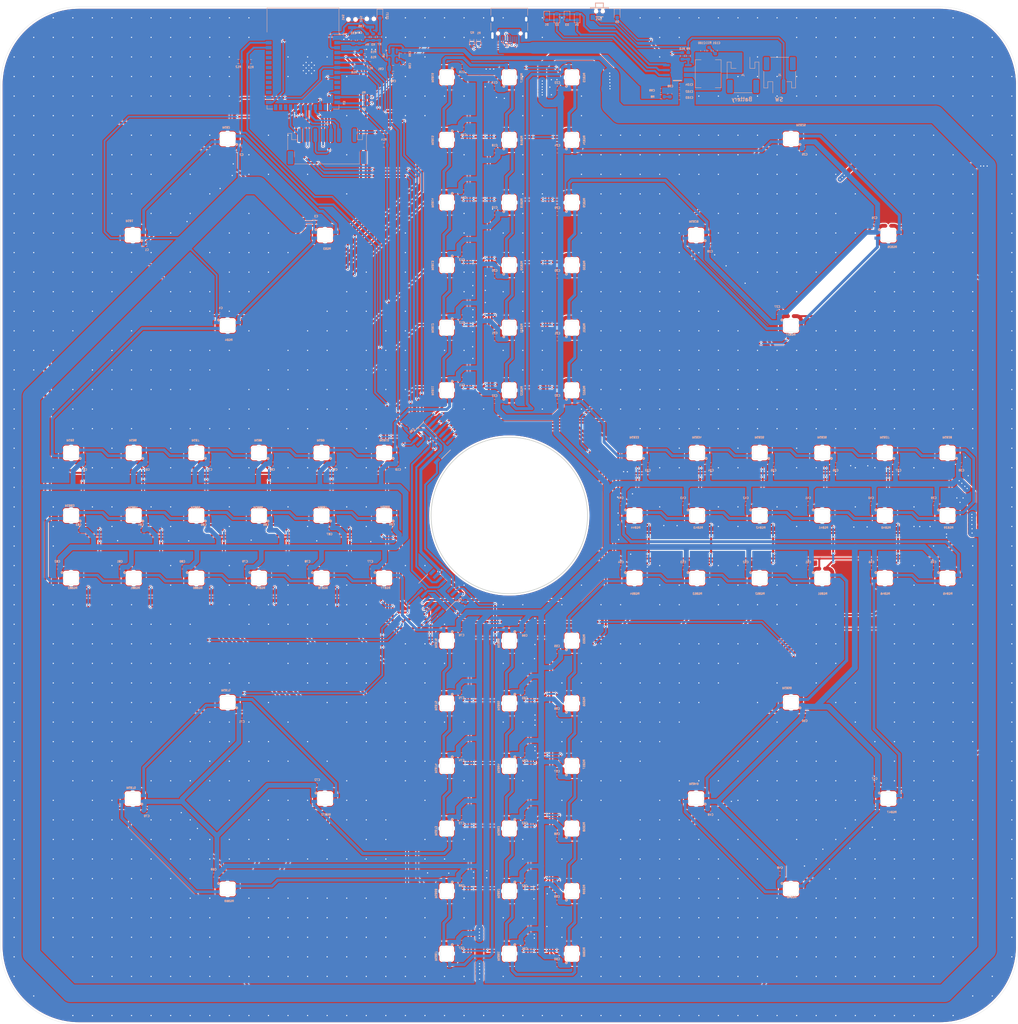
<source format=kicad_pcb>
(kicad_pcb (version 20240108) (generator "pcbnew") (generator_version "8.0")
  (layers (0 "F.Cu" signal) (31 "B.Cu" signal) (34 "B.Paste" user) (35 "F.Paste" user) (36 "B.SilkS" user "B.Silkscreen") (37 "F.SilkS" user "F.Silkscreen") (38 "B.Mask" user) (39 "F.Mask" user) (44 "Edge.Cuts" user))
  (net 0 "")
  (net 1 "GND")
  (net 2 "+5V")
  (net 3 "Net-(U6-BP)")
  (net 4 "+3V3")
  (net 5 "/EN")
  (net 6 "/SR5")
  (net 7 "/SR3")
  (net 8 "/SR0")
  (net 9 "/SR1")
  (net 10 "/CLOCK")
  (net 11 "/SR4")
  (net 12 "/LATCH")
  (net 13 "/DOUT")
  (net 14 "/SR7")
  (net 15 "/SR2")
  (net 16 "/DATA")
  (net 17 "/SR6")
  (net 18 "/SR14")
  (net 20 "/SR15")
  (net 21 "/SR9")
  (net 22 "/SR10")
  (net 23 "/SR8")
  (net 24 "/SR12")
  (net 25 "/SR11")
  (net 26 "/SR13")
  (net 27 "Net-(J2-CC2)")
  (net 28 "/D+")
  (net 29 "/D-")
  (net 31 "Net-(J2-CC1)")
  (net 33 "/IO12")
  (net 34 "/IO11")
  (net 35 "/IO10")
  (net 36 "/IO21")
  (net 37 "/IO8")
  (net 38 "/IO9")
  (net 39 "Net-(LED2-A)")
  (net 40 "/IO0")
  (net 41 "Net-(U3-IO19)")
  (net 42 "Net-(U3-IO20)")
  (net 43 "Net-(RGB1-DOUT)")
  (net 44 "/T7")
  (net 45 "/RGB_CTRL")
  (net 46 "Net-(RGB2-DOUT)")
  (net 47 "Net-(RGB3-DOUT)")
  (net 48 "Net-(RGB4-DOUT)")
  (net 49 "/T6")
  (net 50 "Net-(RGB5-DOUT)")
  (net 51 "Net-(RGB6-DOUT)")
  (net 52 "/T5")
  (net 53 "/T4")
  (net 54 "Net-(RGB7-DOUT)")
  (net 55 "Net-(RGB8-DOUT)")
  (net 56 "/T3")
  (net 57 "/T2")
  (net 58 "Net-(RGB10-DIN)")
  (net 59 "Net-(RGB10-DOUT)")
  (net 60 "/T1")
  (net 61 "Net-(RGB11-DOUT)")
  (net 62 "Net-(RGB12-DOUT)")
  (net 63 "Net-(RGB13-DOUT)")
  (net 64 "Net-(RGB14-DOUT)")
  (net 65 "Net-(RGB15-DOUT)")
  (net 66 "Net-(RGB16-DOUT)")
  (net 67 "Net-(RGB17-DOUT)")
  (net 68 "Net-(RGB18-DOUT)")
  (net 69 "Net-(RGB19-DOUT)")
  (net 70 "Net-(RGB20-DOUT)")
  (net 71 "Net-(RGB21-DOUT)")
  (net 72 "Net-(RGB22-DOUT)")
  (net 73 "Net-(RGB23-DOUT)")
  (net 74 "Net-(RGB24-DOUT)")
  (net 75 "Net-(RGB25-DOUT)")
  (net 76 "Net-(RGB26-DOUT)")
  (net 77 "Net-(RGB27-DOUT)")
  (net 78 "Net-(RGB28-DOUT)")
  (net 79 "Net-(RGB29-DOUT)")
  (net 80 "Net-(RGB30-DOUT)")
  (net 81 "Net-(RGB31-DOUT)")
  (net 82 "Net-(RGB32-DOUT)")
  (net 83 "Net-(RGB33-DOUT)")
  (net 84 "Net-(RGB34-DOUT)")
  (net 85 "Net-(RGB35-DOUT)")
  (net 86 "Net-(RGB36-DOUT)")
  (net 87 "Net-(RGB37-DOUT)")
  (net 88 "Net-(RGB38-DOUT)")
  (net 89 "Net-(RGB39-DOUT)")
  (net 90 "Net-(RGB40-DOUT)")
  (net 91 "Net-(RGB41-DOUT)")
  (net 92 "Net-(RGB42-DOUT)")
  (net 93 "Net-(RGB43-DOUT)")
  (net 94 "Net-(RGB44-DOUT)")
  (net 95 "Net-(RGB45-DOUT)")
  (net 96 "Net-(RGB46-DOUT)")
  (net 97 "Net-(RGB47-DOUT)")
  (net 98 "Net-(RGB48-DOUT)")
  (net 99 "Net-(RGB49-DOUT)")
  (net 100 "Net-(RGB50-DOUT)")
  (net 101 "Net-(RGB51-DOUT)")
  (net 102 "Net-(RGB52-DOUT)")
  (net 103 "Net-(RGB53-DOUT)")
  (net 104 "Net-(RGB54-DOUT)")
  (net 105 "Net-(RGB55-DOUT)")
  (net 106 "Net-(RGB56-DOUT)")
  (net 107 "Net-(RGB57-DOUT)")
  (net 108 "Net-(RGB58-DOUT)")
  (net 109 "Net-(RGB59-DOUT)")
  (net 110 "Net-(RGB60-DOUT)")
  (net 111 "Net-(RGB61-DOUT)")
  (net 112 "Net-(RGB62-DOUT)")
  (net 113 "Net-(RGB63-DOUT)")
  (net 114 "Net-(RGB64-DOUT)")
  (net 115 "Net-(RGB65-DOUT)")
  (net 116 "Net-(RGB66-DOUT)")
  (net 117 "Net-(RGB67-DOUT)")
  (net 118 "Net-(RGB68-DOUT)")
  (net 119 "Net-(RGB69-DOUT)")
  (net 120 "Net-(RGB70-DOUT)")
  (net 121 "Net-(RGB71-DOUT)")
  (net 122 "Net-(RGB72-DOUT)")
  (net 123 "Net-(RGB73-DOUT)")
  (net 124 "Net-(RGB74-DOUT)")
  (net 125 "Net-(RGB75-DOUT)")
  (net 126 "Net-(RGB76-DOUT)")
  (net 127 "Net-(RGB77-DOUT)")
  (net 128 "Net-(RGB78-DOUT)")
  (net 129 "Net-(RGB79-DOUT)")
  (net 130 "Net-(RGB80-DOUT)")
  (net 131 "Net-(RGB81-DOUT)")
  (net 132 "Net-(RGB82-DOUT)")
  (net 133 "Net-(RGB83-DOUT)")
  (net 134 "Net-(RGB84-DOUT)")
  (net 135 "Net-(RGB85-DOUT)")
  (net 136 "Net-(RGB86-DOUT)")
  (net 137 "Net-(RGB87-DOUT)")
  (net 155 "Net-(C98-Pad1)")
  (net 156 "VBUS")
  (net 157 "+BATT")
  (net 158 "Net-(C101-Pad1)")
  (net 159 "Net-(D1-K)")
  (net 160 "Net-(D1-A)")
  (net 161 "Net-(D3-A)")
  (net 162 "Net-(D5-A)")
  (net 163 "Net-(J1-Pin_2)")
  (net 164 "Net-(U1-KEY)")
  (net 165 "Net-(U1-SW)")
  (footprint "Ludo_footprints:C_0603_1608Metric" (layer "B.Cu") (at 206.54 79.825)
    (property "Reference" "C28")
    (property "Value" "0.1uf")
  )
  (footprint "Ludo_footprints:C_0603_1608Metric" (layer "B.Cu") (at 45.145 152.525 180)
    (property "Reference" "C83")
    (property "Value" "0.1uf")
  )
  (footprint "Ludo_footprints:SK6812MINI-E_1" (layer "B.Cu") (at 171.23 84.755 -90)
    (property "Reference" "RGB30")
    (property "Value" "SK6812MINI-E_C5149201" (hide yes))
    (fp_line (start 1.39848 1.5992) (end -1.40152 1.5992) (stroke (width 0.05)) (layer "Edge.Cuts"))
    (fp_line (start -1.800699 1.14808) (end -1.80086 -1.143) (stroke (width 0.05)) (layer "Edge.Cuts"))
    (fp_line (start 1.80594 -1.14046) (end 1.800339 1.14808) (stroke (width 0.05)) (layer "Edge.Cuts"))
    (fp_line (start -1.3462 -1.59766) (end 1.34874 -1.59766) (stroke (width 0.05)) (layer "Edge.Cuts"))
    (fp_arc (start -1.40152 1.5992) (mid -1.686576 1.449266) (end -1.800699 1.14808) (stroke (width 0.05)) (layer "Edge.Cuts"))
    (fp_arc (start 1.800339 1.14808) (mid 1.685316 1.450165) (end 1.39848 1.5992) (stroke (width 0.05)) (layer "Edge.Cuts"))
    (fp_arc (start -1.80086 -1.143) (mid -1.667693 -1.464493) (end -1.3462 -1.59766) (stroke (width 0.05)) (layer "Edge.Cuts"))
    (fp_arc (start 1.34874 -1.59766) (mid 1.672029 -1.463749) (end 1.80594 -1.14046) (stroke (width 0.05)) (layer "Edge.Cuts"))
  )
  (footprint "Ludo_footprints:SK6812MINI-E_1" (layer "B.Cu") (at 187.23 164.755 180)
    (property "Reference" "RGB54")
    (property "Value" "SK6812MINI-E_C5149201" (hide yes))
    (fp_line (start 1.80594 -1.14046) (end 1.800339 1.14808) (stroke (width 0.05)) (layer "Edge.Cuts"))
    (fp_line (start 1.39848 1.5992) (end -1.40152 1.5992) (stroke (width 0.05)) (layer "Edge.Cuts"))
    (fp_line (start -1.3462 -1.59766) (end 1.34874 -1.59766) (stroke (width 0.05)) (layer "Edge.Cuts"))
    (fp_line (start -1.800699 1.14808) (end -1.80086 -1.143) (stroke (width 0.05)) (layer "Edge.Cuts"))
    (fp_arc (start 1.800339 1.14808) (mid 1.685316 1.450165) (end 1.39848 1.5992) (stroke (width 0.05)) (layer "Edge.Cuts"))
    (fp_arc (start 1.34874 -1.59766) (mid 1.672029 -1.463749) (end 1.80594 -1.14046) (stroke (width 0.05)) (layer "Edge.Cuts"))
    (fp_arc (start -1.40152 1.5992) (mid -1.686576 1.449266) (end -1.800699 1.14808) (stroke (width 0.05)) (layer "Edge.Cuts"))
    (fp_arc (start -1.80086 -1.143) (mid -1.667693 -1.464493) (end -1.3462 -1.59766) (stroke (width 0.05)) (layer "Edge.Cuts"))
  )
  (footprint "Ludo_footprints:SK6812MINI-E_1" (layer "B.Cu") (at 91.23 132.755)
    (property "Reference" "RGB8")
    (property "Value" "SK6812MINI-E_C5149201" (hide yes))
    (fp_line (start -1.800699 1.14808) (end -1.80086 -1.143) (stroke (width 0.05)) (layer "Edge.Cuts"))
    (fp_line (start -1.3462 -1.59766) (end 1.34874 -1.59766) (stroke (width 0.05)) (layer "Edge.Cuts"))
    (fp_line (start 1.39848 1.5992) (end -1.40152 1.5992) (stroke (width 0.05)) (layer "Edge.Cuts"))
    (fp_line (start 1.80594 -1.14046) (end 1.800339 1.14808) (stroke (width 0.05)) (layer "Edge.Cuts"))
    (fp_arc (start -1.80086 -1.143) (mid -1.667693 -1.464493) (end -1.3462 -1.59766) (stroke (width 0.05)) (layer "Edge.Cuts"))
    (fp_arc (start -1.40152 1.5992) (mid -1.686576 1.449266) (end -1.800699 1.14808) (stroke (width 0.05)) (layer "Edge.Cuts"))
    (fp_arc (start 1.34874 -1.59766) (mid 1.672029 -1.463749) (end 1.80594 -1.14046) (stroke (width 0.05)) (layer "Edge.Cuts"))
    (fp_arc (start 1.800339 1.14808) (mid 1.685316 1.450165) (end 1.39848 1.5992) (stroke (width 0.05)) (layer "Edge.Cuts"))
  )
  (footprint "Ludo_footprints:R_0603_1608Metric" (layer "B.Cu") (at 145.67 27.265 -90)
    (property "Reference" "R2")
    (property "Value" "5.1K")
  )
  (footprint "Ludo_footprints:R_0603_1608Metric" (layer "B.Cu") (at 118.88784 26.48736 -90)
    (property "Reference" "R4")
    (property "Value" "10k")
  )
  (footprint "Ludo_footprints:C_0603_1608Metric" (layer "B.Cu") (at 167.52 119.545 180)
    (property "Reference" "C32")
    (property "Value" "0.1uf")
  )
  (footprint "Ludo_footprints:SK6812MINI-E_1" (layer "B.Cu") (at 139.23 84.755 90)
    (property "Reference" "RGB13")
    (property "Value" "SK6812MINI-E_C5149201" (hide yes))
    (fp_line (start -1.3462 -1.59766) (end 1.34874 -1.59766) (stroke (width 0.05)) (layer "Edge.Cuts"))
    (fp_line (start 1.80594 -1.14046) (end 1.800339 1.14808) (stroke (width 0.05)) (layer "Edge.Cuts"))
    (fp_line (start -1.800699 1.14808) (end -1.80086 -1.143) (stroke (width 0.05)) (layer "Edge.Cuts"))
    (fp_line (start 1.39848 1.5992) (end -1.40152 1.5992) (stroke (width 0.05)) (layer "Edge.Cuts"))
    (fp_arc (start 1.34874 -1.59766) (mid 1.672029 -1.463749) (end 1.80594 -1.14046) (stroke (width 0.05)) (layer "Edge.Cuts"))
    (fp_arc (start -1.80086 -1.143) (mid -1.667693 -1.464493) (end -1.3462 -1.59766) (stroke (width 0.05)) (layer "Edge.Cuts"))
    (fp_arc (start 1.800339 1.14808) (mid 1.685316 1.450165) (end 1.39848 1.5992) (stroke (width 0.05)) (layer "Edge.Cuts"))
    (fp_arc (start -1.40152 1.5992) (mid -1.686576 1.449266) (end -1.800699 1.14808) (stroke (width 0.05)) (layer "Edge.Cuts"))
  )
  (footprint "Ludo_footprints:SK6812MINI-E_1" (layer "B.Cu") (at 171.23 196.755 -90)
    (property "Reference" "RGB56")
    (property "Value" "SK6812MINI-E_C5149201" (hide yes))
    (fp_line (start 1.39848 1.5992) (end -1.40152 1.5992) (stroke (width 0.05)) (layer "Edge.Cuts"))
    (fp_line (start -1.800699 1.14808) (end -1.80086 -1.143) (stroke (width 0.05)) (layer "Edge.Cuts"))
    (fp_line (start 1.80594 -1.14046) (end 1.800339 1.14808) (stroke (width 0.05)) (layer "Edge.Cuts"))
    (fp_line (start -1.3462 -1.59766) (end 1.34874 -1.59766) (stroke (width 0.05)) (layer "Edge.Cuts"))
    (fp_arc (start -1.40152 1.5992) (mid -1.686576 1.449266) (end -1.800699 1.14808) (stroke (width 0.05)) (layer "Edge.Cuts"))
    (fp_arc (start 1.800339 1.14808) (mid 1.685316 1.450165) (end 1.39848 1.5992) (stroke (width 0.05)) (layer "Edge.Cuts"))
    (fp_arc (start -1.80086 -1.143) (mid -1.667693 -1.464493) (end -1.3462 -1.59766) (stroke (width 0.05)) (layer "Edge.Cuts"))
    (fp_arc (start 1.34874 -1.59766) (mid 1.672029 -1.463749) (end 1.80594 -1.14046) (stroke (width 0.05)) (layer "Edge.Cuts"))
  )
  (footprint "Ludo_footprints:C_0603_1608Metric" (layer "B.Cu") (at 62.59 79.415)
    (property "Reference" "C1")
    (property "Value" "0.1uf")
  )
  (footprint "Ludo_footprints:C_0603_1608Metric" (layer "B.Cu") (at 143.03 209.895)
    (property "Reference" "C74")
    (property "Value" "0.1uf")
  )
  (footprint "Ludo_footprints:Tactile 3x4x2mm TS-A010" (layer "B.Cu") (at 119.70784 21.81736 -90)
    (property "Reference" "SW2")
    (property "Value" "RST")
  )
  (footprint "Ludo_footprints:IND1uh" (layer "B.Cu") (at 206.067 35.867 90)
    (property "Reference" "L1" (hide yes))
    (property "Value" "1uH")
  )
  (footprint "Ludo_footprints:SK6812MINI-E_1" (layer "B.Cu") (at 155.23 244.755 90)
    (property "Reference" "RGB62")
    (property "Value" "SK6812MINI-E_C5149201" (hide yes))
    (fp_line (start -1.3462 -1.59766) (end 1.34874 -1.59766) (stroke (width 0.05)) (layer "Edge.Cuts"))
    (fp_line (start 1.80594 -1.14046) (end 1.800339 1.14808) (stroke (width 0.05)) (layer "Edge.Cuts"))
    (fp_line (start -1.800699 1.14808) (end -1.80086 -1.143) (stroke (width 0.05)) (layer "Edge.Cuts"))
    (fp_line (start 1.39848 1.5992) (end -1.40152 1.5992) (stroke (width 0.05)) (layer "Edge.Cuts"))
    (fp_arc (start 1.34874 -1.59766) (mid 1.672029 -1.463749) (end 1.80594 -1.14046) (stroke (width 0.05)) (layer "Edge.Cuts"))
    (fp_arc (start -1.80086 -1.143) (mid -1.667693 -1.464493) (end -1.3462 -1.59766) (stroke (width 0.05)) (layer "Edge.Cuts"))
    (fp_arc (start 1.800339 1.14808) (mid 1.685316 1.450165) (end 1.39848 1.5992) (stroke (width 0.05)) (layer "Edge.Cuts"))
    (fp_arc (start -1.40152 1.5992) (mid -1.686576 1.449266) (end -1.800699 1.14808) (stroke (width 0.05)) (layer "Edge.Cuts"))
  )
  (footprint "Ludo_footprints:SK6812MINI-E_1" (layer "B.Cu") (at 139.23 260.755 90)
    (property "Reference" "RGB67")
    (property "Value" "SK6812MINI-E_C5149201" (hide yes))
    (fp_line (start -1.3462 -1.59766) (end 1.34874 -1.59766) (stroke (width 0.05)) (layer "Edge.Cuts"))
    (fp_line (start 1.80594 -1.14046) (end 1.800339 1.14808) (stroke (width 0.05)) (layer "Edge.Cuts"))
    (fp_line (start -1.800699 1.14808) (end -1.80086 -1.143) (stroke (width 0.05)) (layer "Edge.Cuts"))
    (fp_line (start 1.39848 1.5992) (end -1.40152 1.5992) (stroke (width 0.05)) (layer "Edge.Cuts"))
    (fp_arc (start 1.34874 -1.59766) (mid 1.672029 -1.463749) (end 1.80594 -1.14046) (stroke (width 0.05)) (layer "Edge.Cuts"))
    (fp_arc (start -1.80086 -1.143) (mid -1.667693 -1.464493) (end -1.3462 -1.59766) (stroke (width 0.05)) (layer "Edge.Cuts"))
    (fp_arc (start 1.800339 1.14808) (mid 1.685316 1.450165) (end 1.39848 1.5992) (stroke (width 0.05)) (layer "Edge.Cuts"))
    (fp_arc (start -1.40152 1.5992) (mid -1.686576 1.449266) (end -1.800699 1.14808) (stroke (width 0.05)) (layer "Edge.Cuts"))
  )
  (footprint "Ludo_footprints:SK6812MINI-E_1" (layer "B.Cu") (at 83.23 196.505)
    (property "Reference" "RGB71")
    (property "Value" "SK6812MINI-E_C5149201" (hide yes))
    (fp_line (start -1.800699 1.14808) (end -1.80086 -1.143) (stroke (width 0.05)) (layer "Edge.Cuts"))
    (fp_line (start -1.3462 -1.59766) (end 1.34874 -1.59766) (stroke (width 0.05)) (layer "Edge.Cuts"))
    (fp_line (start 1.39848 1.5992) (end -1.40152 1.5992) (stroke (width 0.05)) (layer "Edge.Cuts"))
    (fp_line (start 1.80594 -1.14046) (end 1.800339 1.14808) (stroke (width 0.05)) (layer "Edge.Cuts"))
    (fp_arc (start -1.80086 -1.143) (mid -1.667693 -1.464493) (end -1.3462 -1.59766) (stroke (width 0.05)) (layer "Edge.Cuts"))
    (fp_arc (start -1.40152 1.5992) (mid -1.686576 1.449266) (end -1.800699 1.14808) (stroke (width 0.05)) (layer "Edge.Cuts"))
    (fp_arc (start 1.34874 -1.59766) (mid 1.672029 -1.463749) (end 1.80594 -1.14046) (stroke (width 0.05)) (layer "Edge.Cuts"))
    (fp_arc (start 1.800339 1.14808) (mid 1.685316 1.450165) (end 1.39848 1.5992) (stroke (width 0.05)) (layer "Edge.Cuts"))
  )
  (footprint "Ludo_footprints:SK6812MINI-E_1" (layer "B.Cu") (at 171.23 116.755 -90)
    (property "Reference" "RGB32")
    (property "Value" "SK6812MINI-E_C5149201" (hide yes))
    (fp_line (start 1.39848 1.5992) (end -1.40152 1.5992) (stroke (width 0.05)) (layer "Edge.Cuts"))
    (fp_line (start -1.800699 1.14808) (end -1.80086 -1.143) (stroke (width 0.05)) (layer "Edge.Cuts"))
    (fp_line (start 1.80594 -1.14046) (end 1.800339 1.14808) (stroke (width 0.05)) (layer "Edge.Cuts"))
    (fp_line (start -1.3462 -1.59766) (end 1.34874 -1.59766) (stroke (width 0.05)) (layer "Edge.Cuts"))
    (fp_arc (start -1.40152 1.5992) (mid -1.686576 1.449266) (end -1.800699 1.14808) (stroke (width 0.05)) (layer "Edge.Cuts"))
    (fp_arc (start 1.800339 1.14808) (mid 1.685316 1.450165) (end 1.39848 1.5992) (stroke (width 0.05)) (layer "Edge.Cuts"))
    (fp_arc (start -1.80086 -1.143) (mid -1.667693 -1.464493) (end -1.3462 -1.59766) (stroke (width 0.05)) (layer "Edge.Cuts"))
    (fp_arc (start 1.34874 -1.59766) (mid 1.672029 -1.463749) (end 1.80594 -1.14046) (stroke (width 0.05)) (layer "Edge.Cuts"))
  )
  (footprint "Ludo_footprints:C_0603_1608Metric" (layer "B.Cu") (at 78.822 135.585)
    (property "Reference" "C7")
    (property "Value" "0.1uf")
  )
  (footprint "Ludo_footprints:C_0603_1608Metric" (layer "B.Cu") (at 116.93784 27.28736 90)
    (property "Reference" "C94")
    (property "Value" "1uf")
  )
  (footprint "Ludo_footprints:SK6812MINI-E_1" (layer "B.Cu") (at 171.23 180.755 -90)
    (property "Reference" "RGB55")
    (property "Value" "SK6812MINI-E_C5149201" (hide yes))
    (fp_line (start 1.39848 1.5992) (end -1.40152 1.5992) (stroke (width 0.05)) (layer "Edge.Cuts"))
    (fp_line (start -1.800699 1.14808) (end -1.80086 -1.143) (stroke (width 0.05)) (layer "Edge.Cuts"))
    (fp_line (start 1.80594 -1.14046) (end 1.800339 1.14808) (stroke (width 0.05)) (layer "Edge.Cuts"))
    (fp_line (start -1.3462 -1.59766) (end 1.34874 -1.59766) (stroke (width 0.05)) (layer "Edge.Cuts"))
    (fp_arc (start -1.40152 1.5992) (mid -1.686576 1.449266) (end -1.800699 1.14808) (stroke (width 0.05)) (layer "Edge.Cuts"))
    (fp_arc (start 1.800339 1.14808) (mid 1.685316 1.450165) (end 1.39848 1.5992) (stroke (width 0.05)) (layer "Edge.Cuts"))
    (fp_arc (start -1.80086 -1.143) (mid -1.667693 -1.464493) (end -1.3462 -1.59766) (stroke (width 0.05)) (layer "Edge.Cuts"))
    (fp_arc (start 1.34874 -1.59766) (mid 1.672029 -1.463749) (end 1.80594 -1.14046) (stroke (width 0.05)) (layer "Edge.Cuts"))
  )
  (footprint "Ludo_footprints:C_0603_1608Metric" (layer "B.Cu") (at 143.03 177.915)
    (property "Reference" "C76")
    (property "Value" "0.1uf")
  )
  (footprint "Ludo_footprints:C_0603_1608Metric" (layer "B.Cu") (at 129.35 126.045 45)
    (property "Reference" "C96")
    (property "Value" "10uf")
  )
  (footprint "Ludo_footprints:C_0603_1608Metric" (layer "B.Cu") (at 143.11 81.945)
    (property "Reference" "C13")
    (property "Value" "0.1uf")
  )
  (footprint "Ludo_footprints:SK6812MINI-E_1" (layer "B.Cu") (at 171.23 212.755 -90)
    (property "Reference" "RGB57")
    (property "Value" "SK6812MINI-E_C5149201" (hide yes))
    (fp_line (start 1.39848 1.5992) (end -1.40152 1.5992) (stroke (width 0.05)) (layer "Edge.Cuts"))
    (fp_line (start -1.800699 1.14808) (end -1.80086 -1.143) (stroke (width 0.05)) (layer "Edge.Cuts"))
    (fp_line (start 1.80594 -1.14046) (end 1.800339 1.14808) (stroke (width 0.05)) (layer "Edge.Cuts"))
    (fp_line (start -1.3462 -1.59766) (end 1.34874 -1.59766) (stroke (width 0.05)) (layer "Edge.Cuts"))
    (fp_arc (start -1.40152 1.5992) (mid -1.686576 1.449266) (end -1.800699 1.14808) (stroke (width 0.05)) (layer "Edge.Cuts"))
    (fp_arc (start 1.800339 1.14808) (mid 1.685316 1.450165) (end 1.39848 1.5992) (stroke (width 0.05)) (layer "Edge.Cuts"))
    (fp_arc (start -1.80086 -1.143) (mid -1.667693 -1.464493) (end -1.3462 -1.59766) (stroke (width 0.05)) (layer "Edge.Cuts"))
    (fp_arc (start 1.34874 -1.59766) (mid 1.672029 -1.463749) (end 1.80594 -1.14046) (stroke (width 0.05)) (layer "Edge.Cuts"))
  )
  (footprint "Ludo_footprints:R_0603_1608Metric" (layer "B.Cu") (at 118.06802 41.81814)
    (property "Reference" "R5")
    (property "Value" "27R")
  )
  (footprint "Ludo_footprints:C_0805_2012Metric" (layer "B.Cu") (at 125.50802 34.46314)
    (property "Reference" "C91")
    (property "Value" "2.2uF")
  )
  (footprint "Ludo_footprints:C_0603_1608Metric" (layer "B.Cu") (at 115.33784 27.30736 90)
    (property "Reference" "C93")
    (property "Value" "10uf")
  )
  (footprint "Ludo_footprints:74HC595DQ100118" (layer "B.Cu") (at 135.55 129.645 -45)
    (property "Reference" "IC1" (hide yes))
    (property "Value" "74HC595D" (hide yes))
  )
  (footprint "Ludo_footprints:C_0603_1608Metric" (layer "B.Cu") (at 86.885 200.025)
    (property "Reference" "C71")
    (property "Value" "0.1uf")
  )
  (footprint "Ludo_footprints:USB_C_Receptacle_HRO_TYPE-C-31-M-12" (layer "B.Cu") (at 155.23 22.94736)
    (property "Reference" "J2")
    (property "Value" "USB_C_Receptacle_USB2.0")
  )
  (footprint "Ludo_footprints:C_0603_1608Metric" (layer "B.Cu") (at 215.65 162.095 180)
    (property "Reference" "C52")
    (property "Value" "0.1uf")
  )
  (footprint "Ludo_footprints:C_0603_1608Metric" (layer "B.Cu") (at 110.814 135.585)
    (property "Reference" "C9")
    (property "Value" "0.1uf")
  )
  (footprint "Ludo_footprints:SK6812MINI-E_1" (layer "B.Cu") (at 155.23 36.755 -90)
    (property "Reference" "RGB17")
    (property "Value" "SK6812MINI-E_C5149201" (hide yes))
    (fp_line (start 1.39848 1.5992) (end -1.40152 1.5992) (stroke (width 0.05)) (layer "Edge.Cuts"))
    (fp_line (start -1.800699 1.14808) (end -1.80086 -1.143) (stroke (width 0.05)) (layer "Edge.Cuts"))
    (fp_line (start 1.80594 -1.14046) (end 1.800339 1.14808) (stroke (width 0.05)) (layer "Edge.Cuts"))
    (fp_line (start -1.3462 -1.59766) (end 1.34874 -1.59766) (stroke (width 0.05)) (layer "Edge.Cuts"))
    (fp_arc (start -1.40152 1.5992) (mid -1.686576 1.449266) (end -1.800699 1.14808) (stroke (width 0.05)) (layer "Edge.Cuts"))
    (fp_arc (start 1.800339 1.14808) (mid 1.685316 1.450165) (end 1.39848 1.5992) (stroke (width 0.05)) (layer "Edge.Cuts"))
    (fp_arc (start -1.80086 -1.143) (mid -1.667693 -1.464493) (end -1.3462 -1.59766) (stroke (width 0.05)) (layer "Edge.Cuts"))
    (fp_arc (start 1.34874 -1.59766) (mid 1.672029 -1.463749) (end 1.80594 -1.14046) (stroke (width 0.05)) (layer "Edge.Cuts"))
  )
  (footprint "Ludo_footprints:JST_PH_S2B-PH-SM4-TB_1x02-1MP_P2.00mm_Horizontal" (layer "B.Cu") (at 214.967 36.181 180)
    (property "Reference" "J4")
    (property "Value" "Conn_01x02_Male")
  )
  (footprint "Ludo_footprints:R_0603_1608Metric" (layer "B.Cu") (at 119.623 33.265)
    (property "Reference" "R17")
    (property "Value" "100k")
  )
  (footprint "Ludo_footprints:SK6812MINI-E_1" (layer "B.Cu") (at 267.23 148.755 180)
    (property "Reference" "RGB39")
    (property "Value" "SK6812MINI-E_C5149201" (hide yes))
    (fp_line (start 1.80594 -1.14046) (end 1.800339 1.14808) (stroke (width 0.05)) (layer "Edge.Cuts"))
    (fp_line (start 1.39848 1.5992) (end -1.40152 1.5992) (stroke (width 0.05)) (layer "Edge.Cuts"))
    (fp_line (start -1.3462 -1.59766) (end 1.34874 -1.59766) (stroke (width 0.05)) (layer "Edge.Cuts"))
    (fp_line (start -1.800699 1.14808) (end -1.80086 -1.143) (stroke (width 0.05)) (layer "Edge.Cuts"))
    (fp_arc (start 1.800339 1.14808) (mid 1.685316 1.450165) (end 1.39848 1.5992) (stroke (width 0.05)) (layer "Edge.Cuts"))
    (fp_arc (start 1.34874 -1.59766) (mid 1.672029 -1.463749) (end 1.80594 -1.14046) (stroke (width 0.05)) (layer "Edge.Cuts"))
    (fp_arc (start -1.40152 1.5992) (mid -1.686576 1.449266) (end -1.800699 1.14808) (stroke (width 0.05)) (layer "Edge.Cuts"))
    (fp_arc (start -1.80086 -1.143) (mid -1.667693 -1.464493) (end -1.3462 -1.59766) (stroke (width 0.05)) (layer "Edge.Cuts"))
  )
  (footprint "Ludo_footprints:C_0603_1608Metric" (layer "B.Cu") (at 159.17 225.935)
    (property "Reference" "C63")
    (property "Value" "0.1uf")
  )
  (footprint "Ludo_footprints:C_0603_1608Metric" (layer "B.Cu") (at 159.17 209.955)
    (property "Reference" "C64")
    (property "Value" "0.1uf")
  )
  (footprint "Ludo_footprints:SK6812MINI-E_1" (layer "B.Cu") (at 43.23 164.755 180)
    (property "Reference" "RGB82")
    (property "Value" "SK6812MINI-E_C5149201" (hide yes))
    (fp_line (start 1.80594 -1.14046) (end 1.800339 1.14808) (stroke (width 0.05)) (layer "Edge.Cuts"))
    (fp_line (start 1.39848 1.5992) (end -1.40152 1.5992) (stroke (width 0.05)) (layer "Edge.Cuts"))
    (fp_line (start -1.3462 -1.59766) (end 1.34874 -1.59766) (stroke (width 0.05)) (layer "Edge.Cuts"))
    (fp_line (start -1.800699 1.14808) (end -1.80086 -1.143) (stroke (width 0.05)) (layer "Edge.Cuts"))
    (fp_arc (start 1.800339 1.14808) (mid 1.685316 1.450165) (end 1.39848 1.5992) (stroke (width 0.05)) (layer "Edge.Cuts"))
    (fp_arc (start 1.34874 -1.59766) (mid 1.672029 -1.463749) (end 1.80594 -1.14046) (stroke (width 0.05)) (layer "Edge.Cuts"))
    (fp_arc (start -1.40152 1.5992) (mid -1.686576 1.449266) (end -1.800699 1.14808) (stroke (width 0.05)) (layer "Edge.Cuts"))
    (fp_arc (start -1.80086 -1.143) (mid -1.667693 -1.464493) (end -1.3462 -1.59766) (stroke (width 0.05)) (layer "Edge.Cuts"))
  )
  (footprint "Ludo_footprints:C_0603_1608Metric" (layer "B.Cu") (at 128.04802 33.67314 -90)
    (property "Reference" "C90")
    (property "Value" "470pF")
  )
  (footprint "Ludo_footprints:IP5306-SOP8" (layer "B.Cu") (at 198.181 35.559 90)
    (property "Reference" "U1" (hide yes))
    (property "Value" "IP5306")
  )
  (footprint "Ludo_footprints:C_0603_1608Metric" (layer "B.Cu") (at 183.7 145.685 180)
    (property "Reference" "C44")
    (property "Value" "0.1uf")
  )
  (footprint "Ludo_footprints:C_0603_1608Metric" (layer "B.Cu") (at 223.73 96.815 180)
    (property "Reference" "C27")
    (property "Value" "0.1uf")
  )
  (footprint "Ludo_footprints:SK6812MINI-E_1" (layer "B.Cu") (at 123.23 132.755)
    (property "Reference" "RGB10")
    (property "Value" "SK6812MINI-E_C5149201" (hide yes))
    (fp_line (start -1.800699 1.14808) (end -1.80086 -1.143) (stroke (width 0.05)) (layer "Edge.Cuts"))
    (fp_line (start -1.3462 -1.59766) (end 1.34874 -1.59766) (stroke (width 0.05)) (layer "Edge.Cuts"))
    (fp_line (start 1.39848 1.5992) (end -1.40152 1.5992) (stroke (width 0.05)) (layer "Edge.Cuts"))
    (fp_line (start 1.80594 -1.14046) (end 1.800339 1.14808) (stroke (width 0.05)) (layer "Edge.Cuts"))
    (fp_arc (start -1.80086 -1.143) (mid -1.667693 -1.464493) (end -1.3462 -1.59766) (stroke (width 0.05)) (layer "Edge.Cuts"))
    (fp_arc (start -1.40152 1.5992) (mid -1.686576 1.449266) (end -1.800699 1.14808) (stroke (width 0.05)) (layer "Edge.Cuts"))
    (fp_arc (start 1.34874 -1.59766) (mid 1.672029 -1.463749) (end 1.80594 -1.14046) (stroke (width 0.05)) (layer "Edge.Cuts"))
    (fp_arc (start 1.800339 1.14808) (mid 1.685316 1.450165) (end 1.39848 1.5992) (stroke (width 0.05)) (layer "Edge.Cuts"))
  )
  (footprint "Ludo_footprints:C_0603_1608Metric" (layer "B.Cu") (at 143.11 113.955)
    (property "Reference" "C11")
    (property "Value" "0.1uf")
  )
  (footprint "Ludo_footprints:C_0603_1608Metric" (layer "B.Cu") (at 167.42 183.535 180)
    (property "Reference" "C55")
    (property "Value" "0.1uf")
  )
  (footprint "Ludo_footprints:C_0603_1608Metric" (layer "B.Cu") (at 151.49 103.555 180)
    (property "Reference" "C21")
    (property "Value" "0.1uf")
  )
  (footprint "Ludo_footprints:C_0603_1608Metric" (layer "B.Cu") (at 143.03 225.955)
    (property "Reference" "C73")
    (property "Value" "0.1uf")
  )
  (footprint "Ludo_footprints:SK6812MINI-E_1" (layer "B.Cu") (at 58.98 221.105)
    (property "Reference" "RGB70")
    (property "Value" "SK6812MINI-E_C5149201" (hide yes))
    (fp_line (start -1.800699 1.14808) (end -1.80086 -1.143) (stroke (width 0.05)) (layer "Edge.Cuts"))
    (fp_line (start -1.3462 -1.59766) (end 1.34874 -1.59766) (stroke (width 0.05)) (layer "Edge.Cuts"))
    (fp_line (start 1.39848 1.5992) (end -1.40152 1.5992) (stroke (width 0.05)) (layer "Edge.Cuts"))
    (fp_line (start 1.80594 -1.14046) (end 1.800339 1.14808) (stroke (width 0.05)) (layer "Edge.Cuts"))
    (fp_arc (start -1.80086 -1.143) (mid -1.667693 -1.464493) (end -1.3462 -1.59766) (stroke (width 0.05)) (layer "Edge.Cuts"))
    (fp_arc (start -1.40152 1.5992) (mid -1.686576 1.449266) (end -1.800699 1.14808) (stroke (width 0.05)) (layer "Edge.Cuts"))
    (fp_arc (start 1.34874 -1.59766) (mid 1.672029 -1.463749) (end 1.80594 -1.14046) (stroke (width 0.05)) (layer "Edge.Cuts"))
    (fp_arc (start 1.800339 1.14808) (mid 1.685316 1.450165) (end 1.39848 1.5992) (stroke (width 0.05)) (layer "Edge.Cuts"))
  )
  (footprint "Ludo_footprints:SK6812MINI-E_1" (layer "B.Cu") (at 83.23 52.505)
    (property "Reference" "RGB2")
    (property "Value" "SK6812MINI-E_C5149201" (hide yes))
    (fp_line (start -1.800699 1.14808) (end -1.80086 -1.143) (stroke (width 0.05)) (layer "Edge.Cuts"))
    (fp_line (start -1.3462 -1.59766) (end 1.34874 -1.59766) (stroke (width 0.05)) (layer "Edge.Cuts"))
    (fp_line (start 1.39848 1.5992) (end -1.40152 1.5992) (stroke (width 0.05)) (layer "Edge.Cuts"))
    (fp_line (start 1.80594 -1.14046) (end 1.800339 1.14808) (stroke (width 0.05)) (layer "Edge.Cuts"))
    (fp_arc (start -1.80086 -1.143) (mid -1.667693 -1.464493) (end -1.3462 -1.59766) (stroke (width 0.05)) (layer "Edge.Cuts"))
    (fp_arc (start -1.40152 1.5992) (mid -1.686576 1.449266) (end -1.800699 1.14808) (stroke (width 0.05)) (layer "Edge.Cuts"))
    (fp_arc (start 1.34874 -1.59766) (mid 1.672029 -1.463749) (end 1.80594 -1.14046) (stroke (width 0.05)) (layer "Edge.Cuts"))
    (fp_arc (start 1.800339 1.14808) (mid 1.685316 1.450165) (end 1.39848 1.5992) (stroke (width 0.05)) (layer "Edge.Cuts"))
  )
  (footprint "Ludo_footprints:C_0603_1608Metric" (layer "B.Cu") (at 247.685 145.685 180)
    (property "Reference" "C40")
    (property "Value" "0.1uf")
  )
  (footprint "Ludo_footprints:SK6812MINI-E_1" (layer "B.Cu") (at 171.23 36.755 -90)
    (property "Reference" "RGB23")
    (property "Value" "SK6812MINI-E_C5149201" (hide yes))
    (fp_line (start 1.39848 1.5992) (end -1.40152 1.5992) (stroke (width 0.05)) (layer "Edge.Cuts"))
    (fp_line (start -1.800699 1.14808) (end -1.80086 -1.143) (stroke (width 0.05)) (layer "Edge.Cuts"))
    (fp_line (start 1.80594 -1.14046) (end 1.800339 1.14808) (stroke (width 0.05)) (layer "Edge.Cuts"))
    (fp_line (start -1.3462 -1.59766) (end 1.34874 -1.59766) (stroke (width 0.05)) (layer "Edge.Cuts"))
    (fp_arc (start -1.40152 1.5992) (mid -1.686576 1.449266) (end -1.800699 1.14808) (stroke (width 0.05)) (layer "Edge.Cuts"))
    (fp_arc (start 1.800339 1.14808) (mid 1.685316 1.450165) (end 1.39848 1.5992) (stroke (width 0.05)) (layer "Edge.Cuts"))
    (fp_arc (start -1.80086 -1.143) (mid -1.667693 -1.464493) (end -1.3462 -1.59766) (stroke (width 0.05)) (layer "Edge.Cuts"))
    (fp_arc (start 1.34874 -1.59766) (mid 1.672029 -1.463749) (end 1.80594 -1.14046) (stroke (width 0.05)) (layer "Edge.Cuts"))
  )
  (footprint "Ludo_footprints:LED_0603_1608Metric" (layer "B.Cu") (at 164.795 21.368 -90)
    (property "Reference" "D1")
    (property "Value" "LED")
  )
  (footprint "Ludo_footprints:SK6812MINI-E_1" (layer "B.Cu") (at 91.23 148.755)
    (property "Reference" "RGB86")
    (property "Value" "SK6812MINI-E_C5149201" (hide yes))
    (fp_line (start -1.800699 1.14808) (end -1.80086 -1.143) (stroke (width 0.05)) (layer "Edge.Cuts"))
    (fp_line (start -1.3462 -1.59766) (end 1.34874 -1.59766) (stroke (width 0.05)) (layer "Edge.Cuts"))
    (fp_line (start 1.39848 1.5992) (end -1.40152 1.5992) (stroke (width 0.05)) (layer "Edge.Cuts"))
    (fp_line (start 1.80594 -1.14046) (end 1.800339 1.14808) (stroke (width 0.05)) (layer "Edge.Cuts"))
    (fp_arc (start -1.80086 -1.143) (mid -1.667693 -1.464493) (end -1.3462 -1.59766) (stroke (width 0.05)) (layer "Edge.Cuts"))
    (fp_arc (start -1.40152 1.5992) (mid -1.686576 1.449266) (end -1.800699 1.14808) (stroke (width 0.05)) (layer "Edge.Cuts"))
    (fp_arc (start 1.34874 -1.59766) (mid 1.672029 -1.463749) (end 1.80594 -1.14046) (stroke (width 0.05)) (layer "Edge.Cuts"))
    (fp_arc (start 1.800339 1.14808) (mid 1.685316 1.450165) (end 1.39848 1.5992) (stroke (width 0.05)) (layer "Edge.Cuts"))
  )
  (footprint "Ludo_footprints:SK6812MINI-E_1" (layer "B.Cu") (at 227.22 100.205 180)
    (property "Reference" "RGB27")
    (property "Value" "SK6812MINI-E_C5149201" (hide yes))
    (fp_line (start 1.80594 -1.14046) (end 1.800339 1.14808) (stroke (width 0.05)) (layer "Edge.Cuts"))
    (fp_line (start 1.39848 1.5992) (end -1.40152 1.5992) (stroke (width 0.05)) (layer "Edge.Cuts"))
    (fp_line (start -1.3462 -1.59766) (end 1.34874 -1.59766) (stroke (width 0.05)) (layer "Edge.Cuts"))
    (fp_line (start -1.800699 1.14808) (end -1.80086 -1.143) (stroke (width 0.05)) (layer "Edge.Cuts"))
    (fp_arc (start 1.800339 1.14808) (mid 1.685316 1.450165) (end 1.39848 1.5992) (stroke (width 0.05)) (layer "Edge.Cuts"))
    (fp_arc (start 1.34874 -1.59766) (mid 1.672029 -1.463749) (end 1.80594 -1.14046) (stroke (width 0.05)) (layer "Edge.Cuts"))
    (fp_arc (start -1.40152 1.5992) (mid -1.686576 1.449266) (end -1.800699 1.14808) (stroke (width 0.05)) (layer "Edge.Cuts"))
    (fp_arc (start -1.80086 -1.143) (mid -1.667693 -1.464493) (end -1.3462 -1.59766) (stroke (width 0.05)) (layer "Edge.Cuts"))
  )
  (footprint "Ludo_footprints:SK6812MINI-E_1" (layer "B.Cu") (at 139.23 212.755 90)
    (property "Reference" "RGB74")
    (property "Value" "SK6812MINI-E_C5149201" (hide yes))
    (fp_line (start -1.3462 -1.59766) (end 1.34874 -1.59766) (stroke (width 0.05)) (layer "Edge.Cuts"))
    (fp_line (start 1.80594 -1.14046) (end 1.800339 1.14808) (stroke (width 0.05)) (layer "Edge.Cuts"))
    (fp_line (start -1.800699 1.14808) (end -1.80086 -1.143) (stroke (width 0.05)) (layer "Edge.Cuts"))
    (fp_line (start 1.39848 1.5992) (end -1.40152 1.5992) (stroke (width 0.05)) (layer "Edge.Cuts"))
    (fp_arc (start 1.34874 -1.59766) (mid 1.672029 -1.463749) (end 1.80594 -1.14046) (stroke (width 0.05)) (layer "Edge.Cuts"))
    (fp_arc (start -1.80086 -1.143) (mid -1.667693 -1.464493) (end -1.3462 -1.59766) (stroke (width 0.05)) (layer "Edge.Cuts"))
    (fp_arc (start 1.800339 1.14808) (mid 1.685316 1.450165) (end 1.39848 1.5992) (stroke (width 0.05)) (layer "Edge.Cuts"))
    (fp_arc (start -1.40152 1.5992) (mid -1.686576 1.449266) (end -1.800699 1.14808) (stroke (width 0.05)) (layer "Edge.Cuts"))
  )
  (footprint "Ludo_footprints:SK6812MINI-E_1" (layer "B.Cu") (at 252.12 77.105 180)
    (property "Reference" "RGB26")
    (property "Value" "SK6812MINI-E_C5149201" (hide yes))
    (fp_line (start 1.80594 -1.14046) (end 1.800339 1.14808) (stroke (width 0.05)) (layer "Edge.Cuts"))
    (fp_line (start 1.39848 1.5992) (end -1.40152 1.5992) (stroke (width 0.05)) (layer "Edge.Cuts"))
    (fp_line (start -1.3462 -1.59766) (end 1.34874 -1.59766) (stroke (width 0.05)) (layer "Edge.Cuts"))
    (fp_line (start -1.800699 1.14808) (end -1.80086 -1.143) (stroke (width 0.05)) (layer "Edge.Cuts"))
    (fp_arc (start 1.800339 1.14808) (mid 1.685316 1.450165) (end 1.39848 1.5992) (stroke (width 0.05)) (layer "Edge.Cuts"))
    (fp_arc (start 1.34874 -1.59766) (mid 1.672029 -1.463749) (end 1.80594 -1.14046) (stroke (width 0.05)) (layer "Edge.Cuts"))
    (fp_arc (start -1.40152 1.5992) (mid -1.686576 1.449266) (end -1.800699 1.14808) (stroke (width 0.05)) (layer "Edge.Cuts"))
    (fp_arc (start -1.80086 -1.143) (mid -1.667693 -1.464493) (end -1.3462 -1.59766) (stroke (width 0.05)) (layer "Edge.Cuts"))
  )
  (footprint "Ludo_footprints:SK6812MINI-E_1" (layer "B.Cu") (at 107.23 132.755)
    (property "Reference" "RGB9")
    (property "Value" "SK6812MINI-E_C5149201" (hide yes))
    (fp_line (start -1.800699 1.14808) (end -1.80086 -1.143) (stroke (width 0.05)) (layer "Edge.Cuts"))
    (fp_line (start -1.3462 -1.59766) (end 1.34874 -1.59766) (stroke (width 0.05)) (layer "Edge.Cuts"))
    (fp_line (start 1.39848 1.5992) (end -1.40152 1.5992) (stroke (width 0.05)) (layer "Edge.Cuts"))
    (fp_line (start 1.80594 -1.14046) (end 1.800339 1.14808) (stroke (width 0.05)) (layer "Edge.Cuts"))
    (fp_arc (start -1.80086 -1.143) (mid -1.667693 -1.464493) (end -1.3462 -1.59766) (stroke (width 0.05)) (layer "Edge.Cuts"))
    (fp_arc (start -1.40152 1.5992) (mid -1.686576 1.449266) (end -1.800699 1.14808) (stroke (width 0.05)) (layer "Edge.Cuts"))
    (fp_arc (start 1.34874 -1.59766) (mid 1.672029 -1.463749) (end 1.80594 -1.14046) (stroke (width 0.05)) (layer "Edge.Cuts"))
    (fp_arc (start 1.800339 1.14808) (mid 1.685316 1.450165) (end 1.39848 1.5992) (stroke (width 0.05)) (layer "Edge.Cuts"))
  )
  (footprint "Ludo_footprints:C_0603_1608Metric" (layer "B.Cu") (at 109.17 151.945 180)
    (property "Reference" "C87")
    (property "Value" "0.1uf")
  )
  (footprint "Ludo_footprints:C_0603_1608Metric" (layer "B.Cu") (at 190.655 135.775)
    (property "Reference" "C33")
    (property "Value" "0.1uf")
  )
  (footprint "Ludo_footprints:C_0603_1608Metric" (layer "B.Cu") (at 151.49 55.565 180)
    (property "Reference" "C18")
    (property "Value" "0.1uf")
  )
  (footprint "Ludo_footprints:C_0603_1608Metric" (layer "B.Cu") (at 247.78 162.095 180)
    (property "Reference" "C46")
    (property "Value" "0.1uf")
  )
  (footprint "Ludo_footprints:C_0603_1608Metric" (layer "B.Cu") (at 230.73 199.805)
    (property "Reference" "C50")
    (property "Value" "0.1uf")
  )
  (footprint "Ludo_footprints:C_0603_1608Metric" (layer "B.Cu") (at 198.729 38.915 180)
    (property "Reference" "C104")
    (property "Value" "22uf")
  )
  (footprint "Ludo_footprints:SK6812MINI-E_1" (layer "B.Cu") (at 235.23 148.755 180)
    (property "Reference" "RGB41")
    (property "Value" "SK6812MINI-E_C5149201" (hide yes))
    (fp_line (start 1.80594 -1.14046) (end 1.800339 1.14808) (stroke (width 0.05)) (layer "Edge.Cuts"))
    (fp_line (start 1.39848 1.5992) (end -1.40152 1.5992) (stroke (width 0.05)) (layer "Edge.Cuts"))
    (fp_line (start -1.3462 -1.59766) (end 1.34874 -1.59766) (stroke (width 0.05)) (layer "Edge.Cuts"))
    (fp_line (start -1.800699 1.14808) (end -1.80086 -1.143) (stroke (width 0.05)) (layer "Edge.Cuts"))
    (fp_arc (start 1.800339 1.14808) (mid 1.685316 1.450165) (end 1.39848 1.5992) (stroke (width 0.05)) (layer "Edge.Cuts"))
    (fp_arc (start 1.34874 -1.59766) (mid 1.672029 -1.463749) (end 1.80594 -1.14046) (stroke (width 0.05)) (layer "Edge.Cuts"))
    (fp_arc (start -1.40152 1.5992) (mid -1.686576 1.449266) (end -1.800699 1.14808) (stroke (width 0.05)) (layer "Edge.Cuts"))
    (fp_arc (start -1.80086 -1.143) (mid -1.667693 -1.464493) (end -1.3462 -1.59766) (stroke (width 0.05)) (layer "Edge.Cuts"))
  )
  (footprint "Ludo_footprints:C_0603_1608Metric" (layer "B.Cu") (at 151.49 71.445 180)
    (property "Reference" "C19")
    (property "Value" "0.1uf")
  )
  (footprint "Ludo_footprints:C_0603_1608Metric" (layer "B.Cu") (at 167.52 71.555 180)
    (property "Reference" "C29")
    (property "Value" "0.1uf")
  )
  (footprint "Ludo_footprints:C_0603_1608Metric" (layer "B.Cu") (at 151.49 119.585 180)
    (property "Reference" "C22")
    (property "Value" "0.1uf")
  )
  (footprint "Ludo_footprints:SK6812MINI-E_1" (layer "B.Cu") (at 202.97 77.105)
    (property "Reference" "RGB28")
    (property "Value" "SK6812MINI-E_C5149201" (hide yes))
    (fp_line (start -1.800699 1.14808) (end -1.80086 -1.143) (stroke (width 0.05)) (layer "Edge.Cuts"))
    (fp_line (start -1.3462 -1.59766) (end 1.34874 -1.59766) (stroke (width 0.05)) (layer "Edge.Cuts"))
    (fp_line (start 1.39848 1.5992) (end -1.40152 1.5992) (stroke (width 0.05)) (layer "Edge.Cuts"))
    (fp_line (start 1.80594 -1.14046) (end 1.800339 1.14808) (stroke (width 0.05)) (layer "Edge.Cuts"))
    (fp_arc (start -1.80086 -1.143) (mid -1.667693 -1.464493) (end -1.3462 -1.59766) (stroke (width 0.05)) (layer "Edge.Cuts"))
    (fp_arc (start -1.40152 1.5992) (mid -1.686576 1.449266) (end -1.800699 1.14808) (stroke (width 0.05)) (layer "Edge.Cuts"))
    (fp_arc (start 1.34874 -1.59766) (mid 1.672029 -1.463749) (end 1.80594 -1.14046) (stroke (width 0.05)) (layer "Edge.Cuts"))
    (fp_arc (start 1.800339 1.14808) (mid 1.685316 1.450165) (end 1.39848 1.5992) (stroke (width 0.05)) (layer "Edge.Cuts"))
  )
  (footprint "Ludo_footprints:LED_0603_1608Metric" (layer "B.Cu") (at 122.14784 20.81736 -90)
    (property "Reference" "LED2")
    (property "Value" "POW_LED")
  )
  (footprint "Ludo_footprints:C_0603_1608Metric" (layer "B.Cu") (at 199.69 162.095 180)
    (property "Reference" "C53")
    (property "Value" "0.1uf")
  )
  (footprint "Ludo_footprints:SK6812MINI-E_1" (layer "B.Cu") (at 251.23 132.755)
    (property "Reference" "RGB37")
    (property "Value" "SK6812MINI-E_C5149201" (hide yes))
    (fp_line (start -1.800699 1.14808) (end -1.80086 -1.143) (stroke (width 0.05)) (layer "Edge.Cuts"))
    (fp_line (start -1.3462 -1.59766) (end 1.34874 -1.59766) (stroke (width 0.05)) (layer "Edge.Cuts"))
    (fp_line (start 1.39848 1.5992) (end -1.40152 1.5992) (stroke (width 0.05)) (layer "Edge.Cuts"))
    (fp_line (start 1.80594 -1.14046) (end 1.800339 1.14808) (stroke (width 0.05)) (layer "Edge.Cuts"))
    (fp_arc (start -1.80086 -1.143) (mid -1.667693 -1.464493) (end -1.3462 -1.59766) (stroke (width 0.05)) (layer "Edge.Cuts"))
    (fp_arc (start -1.40152 1.5992) (mid -1.686576 1.449266) (end -1.800699 1.14808) (stroke (width 0.05)) (layer "Edge.Cuts"))
    (fp_arc (start 1.34874 -1.59766) (mid 1.672029 -1.463749) (end 1.80594 -1.14046) (stroke (width 0.05)) (layer "Edge.Cuts"))
    (fp_arc (start 1.800339 1.14808) (mid 1.685316 1.450165) (end 1.39848 1.5992) (stroke (width 0.05)) (layer "Edge.Cuts"))
  )
  (footprint "Ludo_footprints:SK6812MINI-E_1" (layer "B.Cu") (at 139.23 52.755 90)
    (property "Reference" "RGB15")
    (property "Value" "SK6812MINI-E_C5149201" (hide yes))
    (fp_line (start -1.3462 -1.59766) (end 1.34874 -1.59766) (stroke (width 0.05)) (layer "Edge.Cuts"))
    (fp_line (start 1.80594 -1.14046) (end 1.800339 1.14808) (stroke (width 0.05)) (layer "Edge.Cuts"))
    (fp_line (start -1.800699 1.14808) (end -1.80086 -1.143) (stroke (width 0.05)) (layer "Edge.Cuts"))
    (fp_line (start 1.39848 1.5992) (end -1.40152 1.5992) (stroke (width 0.05)) (layer "Edge.Cuts"))
    (fp_arc (start 1.34874 -1.59766) (mid 1.672029 -1.463749) (end 1.80594 -1.14046) (stroke (width 0.05)) (layer "Edge.Cuts"))
    (fp_arc (start -1.80086 -1.143) (mid -1.667693 -1.464493) (end -1.3462 -1.59766) (stroke (width 0.05)) (layer "Edge.Cuts"))
    (fp_arc (start 1.800339 1.14808) (mid 1.685316 1.450165) (end 1.39848 1.5992) (stroke (width 0.05)) (layer "Edge.Cuts"))
    (fp_arc (start -1.40152 1.5992) (mid -1.686576 1.449266) (end -1.800699 1.14808) (stroke (width 0.05)) (layer "Edge.Cuts"))
  )
  (footprint "Ludo_footprints:LED_0603_1608Metric" (layer "B.Cu") (at 169.975 21.368 -90)
    (property "Reference" "D3")
    (property "Value" "LED")
  )
  (footprint "Ludo_footprints:SK6812MINI-E_1" (layer "B.Cu") (at 171.23 52.755 -90)
    (property "Reference" "RGB24")
    (property "Value" "SK6812MINI-E_C5149201" (hide yes))
    (fp_line (start 1.39848 1.5992) (end -1.40152 1.5992) (stroke (width 0.05)) (layer "Edge.Cuts"))
    (fp_line (start -1.800699 1.14808) (end -1.80086 -1.143) (stroke (width 0.05)) (layer "Edge.Cuts"))
    (fp_line (start 1.80594 -1.14046) (end 1.800339 1.14808) (stroke (width 0.05)) (layer "Edge.Cuts"))
    (fp_line (start -1.3462 -1.59766) (end 1.34874 -1.59766) (stroke (width 0.05)) (layer "Edge.Cuts"))
    (fp_arc (start -1.40152 1.5992) (mid -1.686576 1.449266) (end -1.800699 1.14808) (stroke (width 0.05)) (layer "Edge.Cuts"))
    (fp_arc (start 1.800339 1.14808) (mid 1.685316 1.450165) (end 1.39848 1.5992) (stroke (width 0.05)) (layer "Edge.Cuts"))
    (fp_arc (start -1.80086 -1.143) (mid -1.667693 -1.464493) (end -1.3462 -1.59766) (stroke (width 0.05)) (layer "Edge.Cuts"))
    (fp_arc (start 1.34874 -1.59766) (mid 1.672029 -1.463749) (end 1.80594 -1.14046) (stroke (width 0.05)) (layer "Edge.Cuts"))
  )
  (footprint "Ludo_footprints:C_0603_1608Metric" (layer "B.Cu") (at 167.52 87.585 180)
    (property "Reference" "C30")
    (property "Value" "0.1uf")
  )
  (footprint "Ludo_footprints:SK6812MINI-E_1" (layer "B.Cu") (at 58.98 77.105)
    (property "Reference" "RGB1")
    (property "Value" "SK6812MINI-E_C5149201" (hide yes))
    (fp_line (start -1.800699 1.14808) (end -1.80086 -1.143) (stroke (width 0.05)) (layer "Edge.Cuts"))
    (fp_line (start -1.3462 -1.59766) (end 1.34874 -1.59766) (stroke (width 0.05)) (layer "Edge.Cuts"))
    (fp_line (start 1.39848 1.5992) (end -1.40152 1.5992) (stroke (width 0.05)) (layer "Edge.Cuts"))
    (fp_line (start 1.80594 -1.14046) (end 1.800339 1.14808) (stroke (width 0.05)) (layer "Edge.Cuts"))
    (fp_arc (start -1.80086 -1.143) (mid -1.667693 -1.464493) (end -1.3462 -1.59766) (stroke (width 0.05)) (layer "Edge.Cuts"))
    (fp_arc (start -1.40152 1.5992) (mid -1.686576 1.449266) (end -1.800699 1.14808) (stroke (width 0.05)) (layer "Edge.Cuts"))
    (fp_arc (start 1.34874 -1.59766) (mid 1.672029 -1.463749) (end 1.80594 -1.14046) (stroke (width 0.05)) (layer "Edge.Cuts"))
    (fp_arc (start 1.800339 1.14808) (mid 1.685316 1.450165) (end 1.39848 1.5992) (stroke (width 0.05)) (layer "Edge.Cuts"))
  )
  (footprint "Ludo_footprints:SK6812MINI-E_1" (layer "B.Cu") (at 171.23 100.755 -90)
    (property "Reference" "RGB31")
    (property "Value" "SK6812MINI-E_C5149201" (hide yes))
    (fp_line (start 1.39848 1.5992) (end -1.40152 1.5992) (stroke (width 0.05)) (layer "Edge.Cuts"))
    (fp_line (start -1.800699 1.14808) (end -1.80086 -1.143) (stroke (width 0.05)) (layer "Edge.Cuts"))
    (fp_line (start 1.80594 -1.14046) (end 1.800339 1.14808) (stroke (width 0.05)) (layer "Edge.Cuts"))
    (fp_line (start -1.3462 -1.59766) (end 1.34874 -1.59766) (stroke (width 0.05)) (layer "Edge.Cuts"))
    (fp_arc (start -1.40152 1.5992) (mid -1.686576 1.449266) (end -1.800699 1.14808) (stroke (width 0.05)) (layer "Edge.Cuts"))
    (fp_arc (start 1.800339 1.14808) (mid 1.685316 1.450165) (end 1.39848 1.5992) (stroke (width 0.05)) (layer "Edge.Cuts"))
    (fp_arc (start -1.80086 -1.143) (mid -1.667693 -1.464493) (end -1.3462 -1.59766) (stroke (width 0.05)) (layer "Edge.Cuts"))
    (fp_arc (start 1.34874 -1.59766) (mid 1.672029 -1.463749) (end 1.80594 -1.14046) (stroke (width 0.05)) (layer "Edge.Cuts"))
  )
  (footprint "Ludo_footprints:C_0603_1608Metric" (layer "B.Cu") (at 151.49 39.535 180)
    (property "Reference" "C17")
    (property "Value" "0.1uf")
  )
  (footprint "Ludo_footprints:C_0603_1608Metric" (layer "B.Cu") (at 94.818 135.585)
    (property "Reference" "C8")
    (property "Value" "0.1uf")
  )
  (footprint "Ludo_footprints:SK6812MINI-E_1" (layer "B.Cu") (at 123.23 164.755 180)
    (property "Reference" "RGB77")
    (property "Value" "SK6812MINI-E_C5149201" (hide yes))
    (fp_line (start 1.80594 -1.14046) (end 1.800339 1.14808) (stroke (width 0.05)) (layer "Edge.Cuts"))
    (fp_line (start 1.39848 1.5992) (end -1.40152 1.5992) (stroke (width 0.05)) (layer "Edge.Cuts"))
    (fp_line (start -1.3462 -1.59766) (end 1.34874 -1.59766) (stroke (width 0.05)) (layer "Edge.Cuts"))
    (fp_line (start -1.800699 1.14808) (end -1.80086 -1.143) (stroke (width 0.05)) (layer "Edge.Cuts"))
    (fp_arc (start 1.800339 1.14808) (mid 1.685316 1.450165) (end 1.39848 1.5992) (stroke (width 0.05)) (layer "Edge.Cuts"))
    (fp_arc (start 1.34874 -1.59766) (mid 1.672029 -1.463749) (end 1.80594 -1.14046) (stroke (width 0.05)) (layer "Edge.Cuts"))
    (fp_arc (start -1.40152 1.5992) (mid -1.686576 1.449266) (end -1.800699 1.14808) (stroke (width 0.05)) (layer "Edge.Cuts"))
    (fp_arc (start -1.80086 -1.143) (mid -1.667693 -1.464493) (end -1.3462 -1.59766) (stroke (width 0.05)) (layer "Edge.Cuts"))
  )
  (footprint "Ludo_footprints:R_0603_1608Metric" (layer "B.Cu") (at 115.557 34.275)
    (property "Reference" "R18")
    (property "Value" "100k")
  )
  (footprint "Ludo_footprints:C_0603_1608Metric" (layer "B.Cu") (at 125.54802 36.28314)
    (property "Reference" "C92")
    (property "Value" "10u")
  )
  (footprint "Ludo_footprints:C_0603_1608Metric" (layer "B.Cu") (at 167.42 247.585 180)
    (property "Reference" "C59")
    (property "Value" "0.1uf")
  )
  (footprint "Ludo_footprints:JST_PH_S2B-PH-SM4-TB_1x02-1MP_P2.00mm_Horizontal" (layer "B.Cu") (at 224.341 36.158)
    (property "Reference" "J1")
    (property "Value" "Conn_01x02_Male")
  )
  (footprint "Ludo_footprints:C_0603_1608Metric" (layer "B.Cu") (at 270.79 135.775)
    (property "Reference" "C38")
    (property "Value" "0.1uf")
  )
  (footprint "Ludo_footprints:R_0603_1608Metric" (layer "B.Cu") (at 118.08802 43.39814)
    (property "Reference" "R6")
    (property "Value" "27R")
  )
  (footprint "Ludo_footprints:SK6812MINI-E_1" (layer "B.Cu") (at 187.23 132.755)
    (property "Reference" "RGB33")
    (property "Value" "SK6812MINI-E_C5149201" (hide yes))
    (fp_line (start -1.800699 1.14808) (end -1.80086 -1.143) (stroke (width 0.05)) (layer "Edge.Cuts"))
    (fp_line (start -1.3462 -1.59766) (end 1.34874 -1.59766) (stroke (width 0.05)) (layer "Edge.Cuts"))
    (fp_line (start 1.39848 1.5992) (end -1.40152 1.5992) (stroke (width 0.05)) (layer "Edge.Cuts"))
    (fp_line (start 1.80594 -1.14046) (end 1.800339 1.14808) (stroke (width 0.05)) (layer "Edge.Cuts"))
    (fp_arc (start -1.80086 -1.143) (mid -1.667693 -1.464493) (end -1.3462 -1.59766) (stroke (width 0.05)) (layer "Edge.Cuts"))
    (fp_arc (start -1.40152 1.5992) (mid -1.686576 1.449266) (end -1.800699 1.14808) (stroke (width 0.05)) (layer "Edge.Cuts"))
    (fp_arc (start 1.34874 -1.59766) (mid 1.672029 -1.463749) (end 1.80594 -1.14046) (stroke (width 0.05)) (layer "Edge.Cuts"))
    (fp_arc (start 1.800339 1.14808) (mid 1.685316 1.450165) (end 1.39848 1.5992) (stroke (width 0.05)) (layer "Edge.Cuts"))
  )
  (footprint "Ludo_footprints:SK6812MINI-E_1" (layer "B.Cu") (at 43.23 148.755)
    (property "Reference" "RGB83")
    (property "Value" "SK6812MINI-E_C5149201" (hide yes))
    (fp_line (start -1.800699 1.14808) (end -1.80086 -1.143) (stroke (width 0.05)) (layer "Edge.Cuts"))
    (fp_line (start -1.3462 -1.59766) (end 1.34874 -1.59766) (stroke (width 0.05)) (layer "Edge.Cuts"))
    (fp_line (start 1.39848 1.5992) (end -1.40152 1.5992) (stroke (width 0.05)) (layer "Edge.Cuts"))
    (fp_line (start 1.80594 -1.14046) (end 1.800339 1.14808) (stroke (width 0.05)) (layer "Edge.Cuts"))
    (fp_arc (start -1.80086 -1.143) (mid -1.667693 -1.464493) (end -1.3462 -1.59766) (stroke (width 0.05)) (layer "Edge.Cuts"))
    (fp_arc (start -1.40152 1.5992) (mid -1.686576 1.449266) (end -1.800699 1.14808) (stroke (width 0.05)) (layer "Edge.Cuts"))
    (fp_arc (start 1.34874 -1.59766) (mid 1.672029 -1.463749) (end 1.80594 -1.14046) (stroke (width 0.05)) (layer "Edge.Cuts"))
    (fp_arc (start 1.800339 1.14808) (mid 1.685316 1.450165) (end 1.39848 1.5992) (stroke (width 0.05)) (layer "Edge.Cuts"))
  )
  (footprint "Ludo_footprints:SK6812MINI-E_1" (layer "B.Cu") (at 227.22 244.205 180)
    (property "Reference" "RGB48")
    (property "Value" "SK6812MINI-E_C5149201" (hide yes))
    (fp_line (start 1.80594 -1.14046) (end 1.800339 1.14808) (stroke (width 0.05)) (layer "Edge.Cuts"))
    (fp_line (start 1.39848 1.5992) (end -1.40152 1.5992) (stroke (width 0.05)) (layer "Edge.Cuts"))
    (fp_line (start -1.3462 -1.59766) (end 1.34874 -1.59766) (stroke (width 0.05)) (layer "Edge.Cuts"))
    (fp_line (start -1.800699 1.14808) (end -1.80086 -1.143) (stroke (width 0.05)) (layer "Edge.Cuts"))
    (fp_arc (start 1.800339 1.14808) (mid 1.685316 1.450165) (end 1.39848 1.5992) (stroke (width 0.05)) (layer "Edge.Cuts"))
    (fp_arc (start 1.34874 -1.59766) (mid 1.672029 -1.463749) (end 1.80594 -1.14046) (stroke (width 0.05)) (layer "Edge.Cuts"))
    (fp_arc (start -1.40152 1.5992) (mid -1.686576 1.449266) (end -1.800699 1.14808) (stroke (width 0.05)) (layer "Edge.Cuts"))
    (fp_arc (start -1.80086 -1.143) (mid -1.667693 -1.464493) (end -1.3462 -1.59766) (stroke (width 0.05)) (layer "Edge.Cuts"))
  )
  (footprint "Ludo_footprints:R_0603_1608Metric" (layer "B.Cu") (at 193.994 41.723)
    (property "Reference" "R8")
    (property "Value" "2R")
  )
  (footprint "Ludo_footprints:LED_0603_1608Metric" (layer "B.Cu") (at 172.565 21.328 90)
    (property "Reference" "D4")
    (property "Value" "LED")
  )
  (footprint "Ludo_footprints:SK6812MINI-E_1" (layer "B.Cu") (at 107.23 148.755)
    (property "Reference" "RGB87")
    (property "Value" "SK6812MINI-E_C5149201" (hide yes))
    (fp_line (start -1.800699 1.14808) (end -1.80086 -1.143) (stroke (width 0.05)) (layer "Edge.Cuts"))
    (fp_line (start -1.3462 -1.59766) (end 1.34874 -1.59766) (stroke (width 0.05)) (layer "Edge.Cuts"))
    (fp_line (start 1.39848 1.5992) (end -1.40152 1.5992) (stroke (width 0.05)) (layer "Edge.Cuts"))
    (fp_line (start 1.80594 -1.14046) (end 1.800339 1.14808) (stroke (width 0.05)) (layer "Edge.Cuts"))
    (fp_arc (start -1.80086 -1.143) (mid -1.667693 -1.464493) (end -1.3462 -1.59766) (stroke (width 0.05)) (layer "Edge.Cuts"))
    (fp_arc (start -1.40152 1.5992) (mid -1.686576 1.449266) (end -1.800699 1.14808) (stroke (width 0.05)) (layer "Edge.Cuts"))
    (fp_arc (start 1.34874 -1.59766) (mid 1.672029 -1.463749) (end 1.80594 -1.14046) (stroke (width 0.05)) (layer "Edge.Cuts"))
    (fp_arc (start 1.800339 1.14808) (mid 1.685316 1.450165) (end 1.39848 1.5992) (stroke (width 0.05)) (layer "Edge.Cuts"))
  )
  (footprint "Ludo_footprints:C_0603_1608Metric" (layer "B.Cu") (at 206.68 223.815)
    (property "Reference" "C49")
    (property "Value" "0.1uf")
  )
  (footprint "Ludo_footprints:SK6812MINI-E_1" (layer "B.Cu") (at 83.23 244.205 180)
    (property "Reference" "RGB69")
    (property "Value" "SK6812MINI-E_C5149201" (hide yes))
    (fp_line (start 1.80594 -1.14046) (end 1.800339 1.14808) (stroke (width 0.05)) (layer "Edge.Cuts"))
    (fp_line (start 1.39848 1.5992) (end -1.40152 1.5992) (stroke (width 0.05)) (layer "Edge.Cuts"))
    (fp_line (start -1.3462 -1.59766) (end 1.34874 -1.59766) (stroke (width 0.05)) (layer "Edge.Cuts"))
    (fp_line (start -1.800699 1.14808) (end -1.80086 -1.143) (stroke (width 0.05)) (layer "Edge.Cuts"))
    (fp_arc (start 1.800339 1.14808) (mid 1.685316 1.450165) (end 1.39848 1.5992) (stroke (width 0.05)) (layer "Edge.Cuts"))
    (fp_arc (start 1.34874 -1.59766) (mid 1.672029 -1.463749) (end 1.80594 -1.14046) (stroke (width 0.05)) (layer "Edge.Cuts"))
    (fp_arc (start -1.40152 1.5992) (mid -1.686576 1.449266) (end -1.800699 1.14808) (stroke (width 0.05)) (layer "Edge.Cuts"))
    (fp_arc (start -1.80086 -1.143) (mid -1.667693 -1.464493) (end -1.3462 -1.59766) (stroke (width 0.05)) (layer "Edge.Cuts"))
  )
  (footprint "Ludo_footprints:C_0603_1608Metric" (layer "B.Cu") (at 204.663 29.974 90)
    (property "Reference" "C100")
    (property "Value" "22uf")
  )
  (footprint "Ludo_footprints:SK6812MINI-E_1" (layer "B.Cu") (at 155.23 228.755 90)
    (property "Reference" "RGB63")
    (property "Value" "SK6812MINI-E_C5149201" (hide yes))
    (fp_line (start -1.3462 -1.59766) (end 1.34874 -1.59766) (stroke (width 0.05)) (layer "Edge.Cuts"))
    (fp_line (start 1.80594 -1.14046) (end 1.800339 1.14808) (stroke (width 0.05)) (layer "Edge.Cuts"))
    (fp_line (start -1.800699 1.14808) (end -1.80086 -1.143) (stroke (width 0.05)) (layer "Edge.Cuts"))
    (fp_line (start 1.39848 1.5992) (end -1.40152 1.5992) (stroke (width 0.05)) (layer "Edge.Cuts"))
    (fp_arc (start 1.34874 -1.59766) (mid 1.672029 -1.463749) (end 1.80594 -1.14046) (stroke (width 0.05)) (layer "Edge.Cuts"))
    (fp_arc (start -1.80086 -1.143) (mid -1.667693 -1.464493) (end -1.3462 -1.59766) (stroke (width 0.05)) (layer "Edge.Cuts"))
    (fp_arc (start 1.800339 1.14808) (mid 1.685316 1.450165) (end 1.39848 1.5992) (stroke (width 0.05)) (layer "Edge.Cuts"))
    (fp_arc (start -1.40152 1.5992) (mid -1.686576 1.449266) (end -1.800699 1.14808) (stroke (width 0.05)) (layer "Edge.Cuts"))
  )
  (footprint "Ludo_footprints:JST_PH_S8B-PH-SM4-TB_1x08-1MP_P2.00mm_Horizontal" (layer "B.Cu") (at 108.65 54.4 180)
    (property "Reference" "J3")
    (property "Value" "Conn_01x08")
  )
  (footprint "Ludo_footprints:Tactile 3x4x2mm TS-A010" (layer "B.Cu") (at 115.00784 21.95736 -90)
    (property "Reference" "SW1")
    (property "Value" "Boot")
  )
  (footprint "Ludo_footprints:C_0603_1608Metric" (layer "B.Cu") (at 143.57 50.015)
    (property "Reference" "C15")
    (property "Value" "0.1uf")
  )
  (footprint "Ludo_footprints:C_0603_1608Metric" (layer "B.Cu") (at 199.65 145.685 180)
    (property "Reference" "C43")
    (property "Value" "0.1uf")
  )
  (footprint "Ludo_footprints:SK6812MINI-E_1" (layer "B.Cu") (at 139.23 36.755 90)
    (property "Reference" "RGB16")
    (property "Value" "SK6812MINI-E_C5149201" (hide yes))
    (fp_line (start -1.3462 -1.59766) (end 1.34874 -1.59766) (stroke (width 0.05)) (layer "Edge.Cuts"))
    (fp_line (start 1.80594 -1.14046) (end 1.800339 1.14808) (stroke (width 0.05)) (layer "Edge.Cuts"))
    (fp_line (start -1.800699 1.14808) (end -1.80086 -1.143) (stroke (width 0.05)) (layer "Edge.Cuts"))
    (fp_line (start 1.39848 1.5992) (end -1.40152 1.5992) (stroke (width 0.05)) (layer "Edge.Cuts"))
    (fp_arc (start 1.34874 -1.59766) (mid 1.672029 -1.463749) (end 1.80594 -1.14046) (stroke (width 0.05)) (layer "Edge.Cuts"))
    (fp_arc (start -1.80086 -1.143) (mid -1.667693 -1.464493) (end -1.3462 -1.59766) (stroke (width 0.05)) (layer "Edge.Cuts"))
    (fp_arc (start 1.800339 1.14808) (mid 1.685316 1.450165) (end 1.39848 1.5992) (stroke (width 0.05)) (layer "Edge.Cuts"))
    (fp_arc (start -1.40152 1.5992) (mid -1.686576 1.449266) (end -1.800699 1.14808) (stroke (width 0.05)) (layer "Edge.Cuts"))
  )
  (footprint "Ludo_footprints:SK6812MINI-E_1" (layer "B.Cu") (at 43.23 132.755)
    (property "Reference" "RGB5")
    (property "Value" "SK6812MINI-E_C5149201" (hide yes))
    (fp_line (start -1.800699 1.14808) (end -1.80086 -1.143) (stroke (width 0.05)) (layer "Edge.Cuts"))
    (fp_line (start -1.3462 -1.59766) (end 1.34874 -1.59766) (stroke (width 0.05)) (layer "Edge.Cuts"))
    (fp_line (start 1.39848 1.5992) (end -1.40152 1.5992) (stroke (width 0.05)) (layer "Edge.Cuts"))
    (fp_line (start 1.80594 -1.14046) (end 1.800339 1.14808) (stroke (width 0.05)) (layer "Edge.Cuts"))
    (fp_arc (start -1.80086 -1.143) (mid -1.667693 -1.464493) (end -1.3462 -1.59766) (stroke (width 0.05)) (layer "Edge.Cuts"))
    (fp_arc (start -1.40152 1.5992) (mid -1.686576 1.449266) (end -1.800699 1.14808) (stroke (width 0.05)) (layer "Edge.Cuts"))
    (fp_arc (start 1.34874 -1.59766) (mid 1.672029 -1.463749) (end 1.80594 -1.14046) (stroke (width 0.05)) (layer "Edge.Cuts"))
    (fp_arc (start 1.800339 1.14808) (mid 1.685316 1.450165) (end 1.39848 1.5992) (stroke (width 0.05)) (layer "Edge.Cuts"))
  )
  (footprint "Ludo_footprints:C_0603_1608Metric" (layer "B.Cu") (at 81.21 97.445)
    (property "Reference" "C4")
    (property "Value" "0.1uf")
  )
  (footprint "Ludo_footprints:C_0603_1608Metric" (layer "B.Cu") (at 79.67 240.645 180)
    (property "Reference" "C69")
    (property "Value" "0.1uf")
  )
  (footprint "Ludo_footprints:SK6812MINI-E_1" (layer "B.Cu") (at 75.23 132.755)
    (property "Reference" "RGB7")
    (property "Value" "SK6812MINI-E_C5149201" (hide yes))
    (fp_line (start -1.800699 1.14808) (end -1.80086 -1.143) (stroke (width 0.05)) (layer "Edge.Cuts"))
    (fp_line (start -1.3462 -1.59766) (end 1.34874 -1.59766) (stroke (width 0.05)) (layer "Edge.Cuts"))
    (fp_line (start 1.39848 1.5992) (end -1.40152 1.5992) (stroke (width 0.05)) (layer "Edge.Cuts"))
    (fp_line (start 1.80594 -1.14046) (end 1.800339 1.14808) (stroke (width 0.05)) (layer "Edge.Cuts"))
    (fp_arc (start -1.80086 -1.143) (mid -1.667693 -1.464493) (end -1.3462 -1.59766) (stroke (width 0.05)) (layer "Edge.Cuts"))
    (fp_arc (start -1.40152 1.5992) (mid -1.686576 1.449266) (end -1.800699 1.14808) (stroke (width 0.05)) (layer "Edge.Cuts"))
    (fp_arc (start 1.34874 -1.59766) (mid 1.672029 -1.463749) (end 1.80594 -1.14046) (stroke (width 0.05)) (layer "Edge.Cuts"))
    (fp_arc (start 1.800339 1.14808) (mid 1.685316 1.450165) (end 1.39848 1.5992) (stroke (width 0.05)) (layer "Edge.Cuts"))
  )
  (footprint "Ludo_footprints:LED_0603_1608Metric" (layer "B.Cu") (at 182.794 20.693 -90)
    (property "Reference" "D5")
    (property "Value" "LED")
  )
  (footprint "Ludo_footprints:C_0603_1608Metric" (layer "B.Cu") (at 87.685 161.925 180)
    (property "Reference" "C79")
    (property "Value" "0.1uf")
  )
  (footprint "Ludo_footprints:SK6812MINI-E_1" (layer "B.Cu") (at 108.13 221.105 180)
    (property "Reference" "RGB72")
    (property "Value" "SK6812MINI-E_C5149201" (hide yes))
    (fp_line (start 1.80594 -1.14046) (end 1.800339 1.14808) (stroke (width 0.05)) (layer "Edge.Cuts"))
    (fp_line (start 1.39848 1.5992) (end -1.40152 1.5992) (stroke (width 0.05)) (layer "Edge.Cuts"))
    (fp_line (start -1.3462 -1.59766) (end 1.34874 -1.59766) (stroke (width 0.05)) (layer "Edge.Cuts"))
    (fp_line (start -1.800699 1.14808) (end -1.80086 -1.143) (stroke (width 0.05)) (layer "Edge.Cuts"))
    (fp_arc (start 1.800339 1.14808) (mid 1.685316 1.450165) (end 1.39848 1.5992) (stroke (width 0.05)) (layer "Edge.Cuts"))
    (fp_arc (start 1.34874 -1.59766) (mid 1.672029 -1.463749) (end 1.80594 -1.14046) (stroke (width 0.05)) (layer "Edge.Cuts"))
    (fp_arc (start -1.40152 1.5992) (mid -1.686576 1.449266) (end -1.800699 1.14808) (stroke (width 0.05)) (layer "Edge.Cuts"))
    (fp_arc (start -1.80086 -1.143) (mid -1.667693 -1.464493) (end -1.3462 -1.59766) (stroke (width 0.05)) (layer "Edge.Cuts"))
  )
  (footprint "Ludo_footprints:C_0603_1608Metric" (layer "B.Cu") (at 224.41 240.205 180)
    (property "Reference" "C48")
    (property "Value" "0.1uf")
  )
  (footprint "Ludo_footprints:74HC595DQ100118" (layer "B.Cu") (at 136.712513 168.412359 135)
    (property "Reference" "IC2" (hide yes))
    (property "Value" "74HC595D" (hide yes))
  )
  (footprint "Ludo_footprints:R_0603_1608Metric" (layer "B.Cu") (at 118.251 30.197)
    (property "Reference" "R15")
    (property "Value" "100k")
  )
  (footprint "Ludo_footprints:C_0603_1608Metric" (layer "B.Cu") (at 126.81 135.585)
    (property "Reference" "C10")
    (property "Value" "0.1uf")
  )
  (footprint "Ludo_footprints:SK6812MINI-E_1" (layer "B.Cu") (at 171.23 68.755 -90)
    (property "Reference" "RGB29")
    (property "Value" "SK6812MINI-E_C5149201" (hide yes))
    (fp_line (start 1.39848 1.5992) (end -1.40152 1.5992) (stroke (width 0.05)) (layer "Edge.Cuts"))
    (fp_line (start -1.800699 1.14808) (end -1.80086 -1.143) (stroke (width 0.05)) (layer "Edge.Cuts"))
    (fp_line (start 1.80594 -1.14046) (end 1.800339 1.14808) (stroke (width 0.05)) (layer "Edge.Cuts"))
    (fp_line (start -1.3462 -1.59766) (end 1.34874 -1.59766) (stroke (width 0.05)) (layer "Edge.Cuts"))
    (fp_arc (start -1.40152 1.5992) (mid -1.686576 1.449266) (end -1.800699 1.14808) (stroke (width 0.05)) (layer "Edge.Cuts"))
    (fp_arc (start 1.800339 1.14808) (mid 1.685316 1.450165) (end 1.39848 1.5992) (stroke (width 0.05)) (layer "Edge.Cuts"))
    (fp_arc (start -1.80086 -1.143) (mid -1.667693 -1.464493) (end -1.3462 -1.59766) (stroke (width 0.05)) (layer "Edge.Cuts"))
    (fp_arc (start 1.34874 -1.59766) (mid 1.672029 -1.463749) (end 1.80594 -1.14046) (stroke (width 0.05)) (layer "Edge.Cuts"))
  )
  (footprint "Ludo_footprints:C_0603_1608Metric" (layer "B.Cu") (at 143.11 98.005)
    (property "Reference" "C12")
    (property "Value" "0.1uf")
  )
  (footprint "Ludo_footprints:SK6812MINI-E_1" (layer "B.Cu") (at 155.23 100.755 -90)
    (property "Reference" "RGB21")
    (property "Value" "SK6812MINI-E_C5149201" (hide yes))
    (fp_line (start 1.39848 1.5992) (end -1.40152 1.5992) (stroke (width 0.05)) (layer "Edge.Cuts"))
    (fp_line (start -1.800699 1.14808) (end -1.80086 -1.143) (stroke (width 0.05)) (layer "Edge.Cuts"))
    (fp_line (start 1.80594 -1.14046) (end 1.800339 1.14808) (stroke (width 0.05)) (layer "Edge.Cuts"))
    (fp_line (start -1.3462 -1.59766) (end 1.34874 -1.59766) (stroke (width 0.05)) (layer "Edge.Cuts"))
    (fp_arc (start -1.40152 1.5992) (mid -1.686576 1.449266) (end -1.800699 1.14808) (stroke (width 0.05)) (layer "Edge.Cuts"))
    (fp_arc (start 1.800339 1.14808) (mid 1.685316 1.450165) (end 1.39848 1.5992) (stroke (width 0.05)) (layer "Edge.Cuts"))
    (fp_arc (start -1.80086 -1.143) (mid -1.667693 -1.464493) (end -1.3462 -1.59766) (stroke (width 0.05)) (layer "Edge.Cuts"))
    (fp_arc (start 1.34874 -1.59766) (mid 1.672029 -1.463749) (end 1.80594 -1.14046) (stroke (width 0.05)) (layer "Edge.Cuts"))
  )
  (footprint "Ludo_footprints:SK6812MINI-E_1" (layer "B.Cu") (at 155.23 116.755 -90)
    (property "Reference" "RGB22")
    (property "Value" "SK6812MINI-E_C5149201" (hide yes))
    (fp_line (start 1.39848 1.5992) (end -1.40152 1.5992) (stroke (width 0.05)) (layer "Edge.Cuts"))
    (fp_line (start -1.800699 1.14808) (end -1.80086 -1.143) (stroke (width 0.05)) (layer "Edge.Cuts"))
    (fp_line (start 1.80594 -1.14046) (end 1.800339 1.14808) (stroke (width 0.05)) (layer "Edge.Cuts"))
    (fp_line (start -1.3462 -1.59766) (end 1.34874 -1.59766) (stroke (width 0.05)) (layer "Edge.Cuts"))
    (fp_arc (start -1.40152 1.5992) (mid -1.686576 1.449266) (end -1.800699 1.14808) (stroke (width 0.05)) (layer "Edge.Cuts"))
    (fp_arc (start 1.800339 1.14808) (mid 1.685316 1.450165) (end 1.39848 1.5992) (stroke (width 0.05)) (layer "Edge.Cuts"))
    (fp_arc (start -1.80086 -1.143) (mid -1.667693 -1.464493) (end -1.3462 -1.59766) (stroke (width 0.05)) (layer "Edge.Cuts"))
    (fp_arc (start 1.34874 -1.59766) (mid 1.672029 -1.463749) (end 1.80594 -1.14046) (stroke (width 0.05)) (layer "Edge.Cuts"))
  )
  (footprint "Ludo_footprints:C_0603_1608Metric" (layer "B.Cu") (at 143.03 241.915)
    (property "Reference" "C68")
    (property "Value" "0.1uf")
  )
  (footprint "Ludo_footprints:SK6812MINI-E_1" (layer "B.Cu") (at 235.23 164.755 180)
    (property "Reference" "RGB51")
    (property "Value" "SK6812MINI-E_C5149201" (hide yes))
    (fp_line (start 1.80594 -1.14046) (end 1.800339 1.14808) (stroke (width 0.05)) (layer "Edge.Cuts"))
    (fp_line (start 1.39848 1.5992) (end -1.40152 1.5992) (stroke (width 0.05)) (layer "Edge.Cuts"))
    (fp_line (start -1.3462 -1.59766) (end 1.34874 -1.59766) (stroke (width 0.05)) (layer "Edge.Cuts"))
    (fp_line (start -1.800699 1.14808) (end -1.80086 -1.143) (stroke (width 0.05)) (layer "Edge.Cuts"))
    (fp_arc (start 1.800339 1.14808) (mid 1.685316 1.450165) (end 1.39848 1.5992) (stroke (width 0.05)) (layer "Edge.Cuts"))
    (fp_arc (start 1.34874 -1.59766) (mid 1.672029 -1.463749) (end 1.80594 -1.14046) (stroke (width 0.05)) (layer "Edge.Cuts"))
    (fp_arc (start -1.40152 1.5992) (mid -1.686576 1.449266) (end -1.800699 1.14808) (stroke (width 0.05)) (layer "Edge.Cuts"))
    (fp_arc (start -1.80086 -1.143) (mid -1.667693 -1.464493) (end -1.3462 -1.59766) (stroke (width 0.05)) (layer "Edge.Cuts"))
  )
  (footprint "Ludo_footprints:C_0603_1608Metric" (layer "B.Cu") (at 263.73 145.685 180)
    (property "Reference" "C39")
    (property "Value" "0.1uf")
  )
  (footprint "Ludo_footprints:C_0603_1608Metric" (layer "B.Cu") (at 71.66 161.925 180)
    (property "Reference" "C80")
    (property "Value" "0.1uf")
  )
  (footprint "Ludo_footprints:C_0603_1608Metric" (layer "B.Cu") (at 167.52 55.585 180)
    (property "Reference" "C24")
    (property "Value" "0.1uf")
  )
  (footprint "Ludo_footprints:C_0603_1608Metric" (layer "B.Cu") (at 159.17 177.985)
    (property "Reference" "C66")
    (property "Value" "0.1uf")
  )
  (footprint "Ludo_footprints:SK6812MINI-E_1" (layer "B.Cu") (at 252.12 221.105 180)
    (property "Reference" "RGB47")
    (property "Value" "SK6812MINI-E_C5149201" (hide yes))
    (fp_line (start 1.80594 -1.14046) (end 1.800339 1.14808) (stroke (width 0.05)) (layer "Edge.Cuts"))
    (fp_line (start 1.39848 1.5992) (end -1.40152 1.5992) (stroke (width 0.05)) (layer "Edge.Cuts"))
    (fp_line (start -1.3462 -1.59766) (end 1.34874 -1.59766) (stroke (width 0.05)) (layer "Edge.Cuts"))
    (fp_line (start -1.800699 1.14808) (end -1.80086 -1.143) (stroke (width 0.05)) (layer "Edge.Cuts"))
    (fp_arc (start 1.800339 1.14808) (mid 1.685316 1.450165) (end 1.39848 1.5992) (stroke (width 0.05)) (layer "Edge.Cuts"))
    (fp_arc (start 1.34874 -1.59766) (mid 1.672029 -1.463749) (end 1.80594 -1.14046) (stroke (width 0.05)) (layer "Edge.Cuts"))
    (fp_arc (start -1.40152 1.5992) (mid -1.686576 1.449266) (end -1.800699 1.14808) (stroke (width 0.05)) (layer "Edge.Cuts"))
    (fp_arc (start -1.80086 -1.143) (mid -1.667693 -1.464493) (end -1.3462 -1.59766) (stroke (width 0.05)) (layer "Edge.Cuts"))
  )
  (footprint "Ludo_footprints:SK6812MINI-E_1" (layer "B.Cu") (at 267.23 164.755 180)
    (property "Reference" "RGB45")
    (property "Value" "SK6812MINI-E_C5149201" (hide yes))
    (fp_line (start 1.80594 -1.14046) (end 1.800339 1.14808) (stroke (width 0.05)) (layer "Edge.Cuts"))
    (fp_line (start 1.39848 1.5992) (end -1.40152 1.5992) (stroke (width 0.05)) (layer "Edge.Cuts"))
    (fp_line (start -1.3462 -1.59766) (end 1.34874 -1.59766) (stroke (width 0.05)) (layer "Edge.Cuts"))
    (fp_line (start -1.800699 1.14808) (end -1.80086 -1.143) (stroke (width 0.05)) (layer "Edge.Cuts"))
    (fp_arc (start 1.800339 1.14808) (mid 1.685316 1.450165) (end 1.39848 1.5992) (stroke (width 0.05)) (layer "Edge.Cuts"))
    (fp_arc (start 1.34874 -1.59766) (mid 1.672029 -1.463749) (end 1.80594 -1.14046) (stroke (width 0.05)) (layer "Edge.Cuts"))
    (fp_arc (start -1.40152 1.5992) (mid -1.686576 1.449266) (end -1.800699 1.14808) (stroke (width 0.05)) (layer "Edge.Cuts"))
    (fp_arc (start -1.80086 -1.143) (mid -1.667693 -1.464493) (end -1.3462 -1.59766) (stroke (width 0.05)) (layer "Edge.Cuts"))
  )
  (footprint "Ludo_footprints:C_0603_1608Metric" (layer "B.Cu") (at 206.775 135.775)
    (property "Reference" "C34")
    (property "Value" "0.1uf")
  )
  (footprint "Ludo_footprints:SK6812MINI-E_1" (layer "B.Cu") (at 219.23 148.755 180)
    (property "Reference" "RGB42")
    (property "Value" "SK6812MINI-E_C5149201" (hide yes))
    (fp_line (start 1.80594 -1.14046) (end 1.800339 1.14808) (stroke (width 0.05)) (layer "Edge.Cuts"))
    (fp_line (start 1.39848 1.5992) (end -1.40152 1.5992) (stroke (width 0.05)) (layer "Edge.Cuts"))
    (fp_line (start -1.3462 -1.59766) (end 1.34874 -1.59766) (stroke (width 0.05)) (layer "Edge.Cuts"))
    (fp_line (start -1.800699 1.14808) (end -1.80086 -1.143) (stroke (width 0.05)) (layer "Edge.Cuts"))
    (fp_arc (start 1.800339 1.14808) (mid 1.685316 1.450165) (end 1.39848 1.5992) (stroke (width 0.05)) (layer "Edge.Cuts"))
    (fp_arc (start 1.34874 -1.59766) (mid 1.672029 -1.463749) (end 1.80594 -1.14046) (stroke (width 0.05)) (layer "Edge.Cuts"))
    (fp_arc (start -1.40152 1.5992) (mid -1.686576 1.449266) (end -1.800699 1.14808) (stroke (width 0.05)) (layer "Edge.Cuts"))
    (fp_arc (start -1.80086 -1.143) (mid -1.667693 -1.464493) (end -1.3462 -1.59766) (stroke (width 0.05)) (layer "Edge.Cuts"))
  )
  (footprint "Ludo_footprints:C_0603_1608Metric" (layer "B.Cu") (at 143.03 193.945)
    (property "Reference" "C75")
    (property "Value" "0.1uf")
  )
  (footprint "Ludo_footprints:C_0603_1608Metric" (layer "B.Cu") (at 238.625 135.775)
    (property "Reference" "C36")
    (property "Value" "0.1uf")
  )
  (footprint "Ludo_footprints:SK6812MINI-E_1" (layer "B.Cu") (at 107.23 164.755 180)
    (property "Reference" "RGB78")
    (property "Value" "SK6812MINI-E_C5149201" (hide yes))
    (fp_line (start 1.80594 -1.14046) (end 1.800339 1.14808) (stroke (width 0.05)) (layer "Edge.Cuts"))
    (fp_line (start 1.39848 1.5992) (end -1.40152 1.5992) (stroke (width 0.05)) (layer "Edge.Cuts"))
    (fp_line (start -1.3462 -1.59766) (end 1.34874 -1.59766) (stroke (width 0.05)) (layer "Edge.Cuts"))
    (fp_line (start -1.800699 1.14808) (end -1.80086 -1.143) (stroke (width 0.05)) (layer "Edge.Cuts"))
    (fp_arc (start 1.800339 1.14808) (mid 1.685316 1.450165) (end 1.39848 1.5992) (stroke (width 0.05)) (layer "Edge.Cuts"))
    (fp_arc (start 1.34874 -1.59766) (mid 1.672029 -1.463749) (end 1.80594 -1.14046) (stroke (width 0.05)) (layer "Edge.Cuts"))
    (fp_arc (start -1.40152 1.5992) (mid -1.686576 1.449266) (end -1.800699 1.14808) (stroke (width 0.05)) (layer "Edge.Cuts"))
    (fp_arc (start -1.80086 -1.143) (mid -1.667693 -1.464493) (end -1.3462 -1.59766) (stroke (width 0.05)) (layer "Edge.Cuts"))
  )
  (footprint "Ludo_footprints:C_0603_1608Metric" (layer "B.Cu") (at 143.11 33.965)
    (property "Reference" "C16")
    (property "Value" "0.1uf")
  )
  (footprint "Ludo_footprints:R_0603_1608Metric" (layer "B.Cu") (at 199.435 31.302 90)
    (property "Reference" "R10")
    (property "Value" "20R")
  )
  (footprint "Ludo_footprints:C_0603_1608Metric" (layer "B.Cu") (at 86.8 55.115)
    (property "Reference" "C2")
    (property "Value" "0.1uf")
  )
  (footprint "Ludo_footprints:SK6812MINI-E_1" (layer "B.Cu") (at 203.23 148.755 180)
    (property "Reference" "RGB43")
    (property "Value" "SK6812MINI-E_C5149201" (hide yes))
    (fp_line (start 1.80594 -1.14046) (end 1.800339 1.14808) (stroke (width 0.05)) (layer "Edge.Cuts"))
    (fp_line (start 1.39848 1.5992) (end -1.40152 1.5992) (stroke (width 0.05)) (layer "Edge.Cuts"))
    (fp_line (start -1.3462 -1.59766) (end 1.34874 -1.59766) (stroke (width 0.05)) (layer "Edge.Cuts"))
    (fp_line (start -1.800699 1.14808) (end -1.80086 -1.143) (stroke (width 0.05)) (layer "Edge.Cuts"))
    (fp_arc (start 1.800339 1.14808) (mid 1.685316 1.450165) (end 1.39848 1.5992) (stroke (width 0.05)) (layer "Edge.Cuts"))
    (fp_arc (start 1.34874 -1.59766) (mid 1.672029 -1.463749) (end 1.80594 -1.14046) (stroke (width 0.05)) (layer "Edge.Cuts"))
    (fp_arc (start -1.40152 1.5992) (mid -1.686576 1.449266) (end -1.800699 1.14808) (stroke (width 0.05)) (layer "Edge.Cuts"))
    (fp_arc (start -1.80086 -1.143) (mid -1.667693 -1.464493) (end -1.3462 -1.59766) (stroke (width 0.05)) (layer "Edge.Cuts"))
  )
  (footprint "Ludo_footprints:C_0603_1608Metric" (layer "B.Cu") (at 231.6 145.685 180)
    (property "Reference" "C41")
    (property "Value" "0.1uf")
  )
  (footprint "Ludo_footprints:C_0603_1608Metric" (layer "B.Cu") (at 159.17 257.995)
    (property "Reference" "C61")
    (property "Value" "0.1uf")
  )
  (footprint "Ludo_footprints:SK6812MINI-E_1" (layer "B.Cu") (at 59.23 132.755)
    (property "Reference" "RGB6")
    (property "Value" "SK6812MINI-E_C5149201" (hide yes))
    (fp_line (start -1.800699 1.14808) (end -1.80086 -1.143) (stroke (width 0.05)) (layer "Edge.Cuts"))
    (fp_line (start -1.3462 -1.59766) (end 1.34874 -1.59766) (stroke (width 0.05)) (layer "Edge.Cuts"))
    (fp_line (start 1.39848 1.5992) (end -1.40152 1.5992) (stroke (width 0.05)) (layer "Edge.Cuts"))
    (fp_line (start 1.80594 -1.14046) (end 1.800339 1.14808) (stroke (width 0.05)) (layer "Edge.Cuts"))
    (fp_arc (start -1.80086 -1.143) (mid -1.667693 -1.464493) (end -1.3462 -1.59766) (stroke (width 0.05)) (layer "Edge.Cuts"))
    (fp_arc (start -1.40152 1.5992) (mid -1.686576 1.449266) (end -1.800699 1.14808) (stroke (width 0.05)) (layer "Edge.Cuts"))
    (fp_arc (start 1.34874 -1.59766) (mid 1.672029 -1.463749) (end 1.80594 -1.14046) (stroke (width 0.05)) (layer "Edge.Cuts"))
    (fp_arc (start 1.800339 1.14808) (mid 1.685316 1.450165) (end 1.39848 1.5992) (stroke (width 0.05)) (layer "Edge.Cuts"))
  )
  (footprint "Ludo_footprints:R_0603_1608Metric" (layer "B.Cu") (at 200.975 31.298 90)
    (property "Reference" "R9")
    (property "Value" "10k")
  )
  (footprint "Ludo_footprints:C_0603_1608Metric" (layer "B.Cu") (at 167.42 263.545 180)
    (property "Reference" "C60")
    (property "Value" "0.1uf")
  )
  (footprint "Ludo_footprints:C_0603_1608Metric" (layer "B.Cu") (at 106.13 217.715)
    (property "Reference" "C72")
    (property "Value" "0.1uf")
  )
  (footprint "Ludo_footprints:C_0603_1608Metric" (layer "B.Cu") (at 215.675 145.685 180)
    (property "Reference" "C42")
    (property "Value" "0.1uf")
  )
  (footprint "Ludo_footprints:C_0603_1608Metric" (layer "B.Cu") (at 231.635 162.095 180)
    (property "Reference" "C51")
    (property "Value" "0.1uf")
  )
  (footprint "Ludo_footprints:R_0603_1608Metric" (layer "B.Cu") (at 85.988 32.703 180)
    (property "Reference" "R12")
    (property "Value" "100k")
  )
  (footprint "Ludo_footprints:SK6812MINI-E_1" (layer "B.Cu") (at 171.23 228.755 -90)
    (property "Reference" "RGB58")
    (property "Value" "SK6812MINI-E_C5149201" (hide yes))
    (fp_line (start 1.39848 1.5992) (end -1.40152 1.5992) (stroke (width 0.05)) (layer "Edge.Cuts"))
    (fp_line (start -1.800699 1.14808) (end -1.80086 -1.143) (stroke (width 0.05)) (layer "Edge.Cuts"))
    (fp_line (start 1.80594 -1.14046) (end 1.800339 1.14808) (stroke (width 0.05)) (layer "Edge.Cuts"))
    (fp_line (start -1.3462 -1.59766) (end 1.34874 -1.59766) (stroke (width 0.05)) (layer "Edge.Cuts"))
    (fp_arc (start -1.40152 1.5992) (mid -1.686576 1.449266) (end -1.800699 1.14808) (stroke (width 0.05)) (layer "Edge.Cuts"))
    (fp_arc (start 1.800339 1.14808) (mid 1.685316 1.450165) (end 1.39848 1.5992) (stroke (width 0.05)) (layer "Edge.Cuts"))
    (fp_arc (start -1.80086 -1.143) (mid -1.667693 -1.464493) (end -1.3462 -1.59766) (stroke (width 0.05)) (layer "Edge.Cuts"))
    (fp_arc (start 1.34874 -1.59766) (mid 1.672029 -1.463749) (end 1.80594 -1.14046) (stroke (width 0.05)) (layer "Edge.Cuts"))
  )
  (footprint "Ludo_footprints:C_0603_1608Metric" (layer "B.Cu") (at 167.52 103.605 180)
    (property "Reference" "C31")
    (property "Value" "0.1uf")
  )
  (footprint "Ludo_footprints:SK6812MINI-E_1" (layer "B.Cu") (at 139.23 68.755 90)
    (property "Reference" "RGB14")
    (property "Value" "SK6812MINI-E_C5149201" (hide yes))
    (fp_line (start -1.3462 -1.59766) (end 1.34874 -1.59766) (stroke (width 0.05)) (layer "Edge.Cuts"))
    (fp_line (start 1.80594 -1.14046) (end 1.800339 1.14808) (stroke (width 0.05)) (layer "Edge.Cuts"))
    (fp_line (start -1.800699 1.14808) (end -1.80086 -1.143) (stroke (width 0.05)) (layer "Edge.Cuts"))
    (fp_line (start 1.39848 1.5992) (end -1.40152 1.5992) (stroke (width 0.05)) (layer "Edge.Cuts"))
    (fp_arc (start 1.34874 -1.59766) (mid 1.672029 -1.463749) (end 1.80594 -1.14046) (stroke (width 0.05)) (layer "Edge.Cuts"))
    (fp_arc (start -1.80086 -1.143) (mid -1.667693 -1.464493) (end -1.3462 -1.59766) (stroke (width 0.05)) (layer "Edge.Cuts"))
    (fp_arc (start 1.800339 1.14808) (mid 1.685316 1.450165) (end 1.39848 1.5992) (stroke (width 0.05)) (layer "Edge.Cuts"))
    (fp_arc (start -1.40152 1.5992) (mid -1.686576 1.449266) (end -1.800699 1.14808) (stroke (width 0.05)) (layer "Edge.Cuts"))
  )
  (footprint "Ludo_footprints:SK6812MINI-E_1" (layer "B.Cu") (at 155.23 196.755 90)
    (property "Reference" "RGB65")
    (property "Value" "SK6812MINI-E_C5149201" (hide yes))
    (fp_line (start -1.3462 -1.59766) (end 1.34874 -1.59766) (stroke (width 0.05)) (layer "Edge.Cuts"))
    (fp_line (start 1.80594 -1.14046) (end 1.800339 1.14808) (stroke (width 0.05)) (layer "Edge.Cuts"))
    (fp_line (start -1.800699 1.14808) (end -1.80086 -1.143) (stroke (width 0.05)) (layer "Edge.Cuts"))
    (fp_line (start 1.39848 1.5992) (end -1.40152 1.5992) (stroke (width 0.05)) (layer "Edge.Cuts"))
    (fp_arc (start 1.34874 -1.59766) (mid 1.672029 -1.463749) (end 1.80594 -1.14046) (stroke (width 0.05)) (layer "Edge.Cuts"))
    (fp_arc (start -1.80086 -1.143) (mid -1.667693 -1.464493) (end -1.3462 -1.59766) (stroke (width 0.05)) (layer "Edge.Cuts"))
    (fp_arc (start 1.800339 1.14808) (mid 1.685316 1.450165) (end 1.39848 1.5992) (stroke (width 0.05)) (layer "Edge.Cuts"))
    (fp_arc (start -1.40152 1.5992) (mid -1.686576 1.449266) (end -1.800699 1.14808) (stroke (width 0.05)) (layer "Edge.Cuts"))
  )
  (footprint "Ludo_footprints:SK6812MINI-E_1" (layer "B.Cu") (at 83.23 100.205 180)
    (property "Reference" "RGB4")
    (property "Value" "SK6812MINI-E_C5149201" (hide yes))
    (fp_line (start 1.80594 -1.14046) (end 1.800339 1.14808) (stroke (width 0.05)) (layer "Edge.Cuts"))
    (fp_line (start 1.39848 1.5992) (end -1.40152 1.5992) (stroke (width 0.05)) (layer "Edge.Cuts"))
    (fp_line (start -1.3462 -1.59766) (end 1.34874 -1.59766) (stroke (width 0.05)) (layer "Edge.Cuts"))
    (fp_line (start -1.800699 1.14808) (end -1.80086 -1.143) (stroke (width 0.05)) (layer "Edge.Cuts"))
    (fp_arc (start 1.800339 1.14808) (mid 1.685316 1.450165) (end 1.39848 1.5992) (stroke (width 0.05)) (layer "Edge.Cuts"))
    (fp_arc (start 1.34874 -1.59766) (mid 1.672029 -1.463749) (end 1.80594 -1.14046) (stroke (width 0.05)) (layer "Edge.Cuts"))
    (fp_arc (start -1.40152 1.5992) (mid -1.686576 1.449266) (end -1.800699 1.14808) (stroke (width 0.05)) (layer "Edge.Cuts"))
    (fp_arc (start -1.80086 -1.143) (mid -1.667693 -1.464493) (end -1.3462 -1.59766) (stroke (width 0.05)) (layer "Edge.Cuts"))
  )
  (footprint "Ludo_footprints:C_0603_1608Metric" (layer "B.Cu") (at 143.55 66.035)
    (property "Reference" "C14")
    (property "Value" "0.1uf")
  )
  (footprint "Ludo_footprints:C_0603_1608Metric" (layer "B.Cu") (at 230.74 55.025)
    (property "Reference" "C25")
    (property "Value" "0.1uf")
  )
  (footprint "Ludo_footprints:SW-SMD_TS24CA" (layer "B.Cu") (at 178.266 20.664 180)
    (property "Reference" "SW3")
    (property "Value" "Boot" (hide yes))
  )
  (footprint "Ludo_footprints:C_0603_1608Metric" (layer "B.Cu") (at 62.826 135.585)
    (property "Reference" "C6")
    (property "Value" "0.1uf")
  )
  (footprint "Ludo_footprints:C_0603_1608Metric" (layer "B.Cu") (at 61.1 152.525 180)
    (property "Reference" "C84")
    (property "Value" "0.1uf")
  )
  (footprint "Ludo_footprints:C_0603_1608Metric" (layer "B.Cu") (at 167.42 231.555 180)
    (property "Reference" "C58")
    (property "Value" "0.1uf")
  )
  (footprint "Ludo_footprints:SK6812MINI-E_1" (layer "B.Cu") (at 155.23 68.755 -90)
    (property "Reference" "RGB19")
    (property "Value" "SK6812MINI-E_C5149201" (hide yes))
    (fp_line (start 1.39848 1.5992) (end -1.40152 1.5992) (stroke (width 0.05)) (layer "Edge.Cuts"))
    (fp_line (start -1.800699 1.14808) (end -1.80086 -1.143) (stroke (width 0.05)) (layer "Edge.Cuts"))
    (fp_line (start 1.80594 -1.14046) (end 1.800339 1.14808) (stroke (width 0.05)) (layer "Edge.Cuts"))
    (fp_line (start -1.3462 -1.59766) (end 1.34874 -1.59766) (stroke (width 0.05)) (layer "Edge.Cuts"))
    (fp_arc (start -1.40152 1.5992) (mid -1.686576 1.449266) (end -1.800699 1.14808) (stroke (width 0.05)) (layer "Edge.Cuts"))
    (fp_arc (start 1.800339 1.14808) (mid 1.685316 1.450165) (end 1.39848 1.5992) (stroke (width 0.05)) (layer "Edge.Cuts"))
    (fp_arc (start -1.80086 -1.143) (mid -1.667693 -1.464493) (end -1.3462 -1.59766) (stroke (width 0.05)) (layer "Edge.Cuts"))
    (fp_arc (start 1.34874 -1.59766) (mid 1.672029 -1.463749) (end 1.80594 -1.14046) (stroke (width 0.05)) (layer "Edge.Cuts"))
  )
  (footprint "Ludo_footprints:C_0603_1608Metric" (layer "B.Cu") (at 159.17 241.985)
    (property "Reference" "C62")
    (property "Value" "0.1uf")
  )
  (footprint "Ludo_footprints:SK6812MINI-E_1" (layer "B.Cu") (at 139.23 196.755 90)
    (property "Reference" "RGB75")
    (property "Value" "SK6812MINI-E_C5149201" (hide yes))
    (fp_line (start -1.3462 -1.59766) (end 1.34874 -1.59766) (stroke (width 0.05)) (layer "Edge.Cuts"))
    (fp_line (start 1.80594 -1.14046) (end 1.800339 1.14808) (stroke (width 0.05)) (layer "Edge.Cuts"))
    (fp_line (start -1.800699 1.14808) (end -1.80086 -1.143) (stroke (width 0.05)) (layer "Edge.Cuts"))
    (fp_line (start 1.39848 1.5992) (end -1.40152 1.5992) (stroke (width 0.05)) (layer "Edge.Cuts"))
    (fp_arc (start 1.34874 -1.59766) (mid 1.672029 -1.463749) (end 1.80594 -1.14046) (stroke (width 0.05)) (layer "Edge.Cuts"))
    (fp_arc (start -1.80086 -1.143) (mid -1.667693 -1.464493) (end -1.3462 -1.59766) (stroke (width 0.05)) (layer "Edge.Cuts"))
    (fp_arc (start 1.800339 1.14808) (mid 1.685316 1.450165) (end 1.39848 1.5992) (stroke (width 0.05)) (layer "Edge.Cuts"))
    (fp_arc (start -1.40152 1.5992) (mid -1.686576 1.449266) (end -1.800699 1.14808) (stroke (width 0.05)) (layer "Edge.Cuts"))
  )
  (footprint "Ludo_footprints:R_0603_1608Metric" (layer "B.Cu") (at 120.43784 26.48736 -90)
    (property "Reference" "R3")
    (property "Value" "10k")
  )
  (footprint "Ludo_footprints:C_0603_1608Metric" (layer "B.Cu") (at 193.988 40.15)
    (property "Reference" "C99")
    (property "Value" "10uf")
  )
  (footprint "Ludo_footprints:SK6812MINI-E_1" (layer "B.Cu") (at 171.23 244.755 -90)
    (property "Reference" "RGB59")
    (property "Value" "SK6812MINI-E_C5149201" (hide yes))
    (fp_line (start 1.39848 1.5992) (end -1.40152 1.5992) (stroke (width 0.05)) (layer "Edge.Cuts"))
    (fp_line (start -1.800699 1.14808) (end -1.80086 -1.143) (stroke (width 0.05)) (layer "Edge.Cuts"))
    (fp_line (start 1.80594 -1.14046) (end 1.800339 1.14808) (stroke (width 0.05)) (layer "Edge.Cuts"))
    (fp_line (start -1.3462 -1.59766) (end 1.34874 -1.59766) (stroke (width 0.05)) (layer "Edge.Cuts"))
    (fp_arc (start -1.40152 1.5992) (mid -1.686576 1.449266) (end -1.800699 1.14808) (stroke (width 0.05)) (layer "Edge.Cuts"))
    (fp_arc (start 1.800339 1.14808) (mid 1.685316 1.450165) (end 1.39848 1.5992) (stroke (width 0.05)) (layer "Edge.Cuts"))
    (fp_arc (start -1.80086 -1.143) (mid -1.667693 -1.464493) (end -1.3462 -1.59766) (stroke (width 0.05)) (layer "Edge.Cuts"))
    (fp_arc (start 1.34874 -1.59766) (mid 1.672029 -1.463749) (end 1.80594 -1.14046) (stroke (width 0.05)) (layer "Edge.Cuts"))
  )
  (footprint "Ludo_footprints:C_0603_1608Metric" (layer "B.Cu") (at 198.734 40.456 180)
    (property "Reference" "C102")
    (property "Value" "22uf")
  )
  (footprint "Ludo_footprints:C_0603_1608Metric" (layer "B.Cu") (at 198.736 41.97 180)
    (property "Reference" "C103")
    (property "Value" "22uf")
  )
  (footprint "Ludo_footprints:SK6812MINI-E_1" (layer "B.Cu") (at 227.22 196.505)
    (property "Reference" "RGB50")
    (property "Value" "SK6812MINI-E_C5149201" (hide yes))
    (fp_line (start -1.800699 1.14808) (end -1.80086 -1.143) (stroke (width 0.05)) (layer "Edge.Cuts"))
    (fp_line (start -1.3462 -1.59766) (end 1.34874 -1.59766) (stroke (width 0.05)) (layer "Edge.Cuts"))
    (fp_line (start 1.39848 1.5992) (end -1.40152 1.5992) (stroke (width 0.05)) (layer "Edge.Cuts"))
    (fp_line (start 1.80594 -1.14046) (end 1.800339 1.14808) (stroke (width 0.05)) (layer "Edge.Cuts"))
    (fp_arc (start -1.80086 -1.143) (mid -1.667693 -1.464493) (end -1.3462 -1.59766) (stroke (width 0.05)) (layer "Edge.Cuts"))
    (fp_arc (start -1.40152 1.5992) (mid -1.686576 1.449266) (end -1.800699 1.14808) (stroke (width 0.05)) (layer "Edge.Cuts"))
    (fp_arc (start 1.34874 -1.59766) (mid 1.672029 -1.463749) (end 1.80594 -1.14046) (stroke (width 0.05)) (layer "Edge.Cuts"))
    (fp_arc (start 1.800339 1.14808) (mid 1.685316 1.450165) (end 1.39848 1.5992) (stroke (width 0.05)) (layer "Edge.Cuts"))
  )
  (footprint "Ludo_footprints:SK6812MINI-E_1" (layer "B.Cu") (at 251.23 164.755 180)
    (property "Reference" "RGB46")
    (property "Value" "SK6812MINI-E_C5149201" (hide yes))
    (fp_line (start 1.80594 -1.14046) (end 1.800339 1.14808) (stroke (width 0.05)) (layer "Edge.Cuts"))
    (fp_line (start 1.39848 1.5992) (end -1.40152 1.5992) (stroke (width 0.05)) (layer "Edge.Cuts"))
    (fp_line (start -1.3462 -1.59766) (end 1.34874 -1.59766) (stroke (width 0.05)) (layer "Edge.Cuts"))
    (fp_line (start -1.800699 1.14808) (end -1.80086 -1.143) (stroke (width 0.05)) (layer "Edge.Cuts"))
    (fp_arc (start 1.800339 1.14808) (mid 1.685316 1.450165) (end 1.39848 1.5992) (stroke (width 0.05)) (layer "Edge.Cuts"))
    (fp_arc (start 1.34874 -1.59766) (mid 1.672029 -1.463749) (end 1.80594 -1.14046) (stroke (width 0.05)) (layer "Edge.Cuts"))
    (fp_arc (start -1.40152 1.5992) (mid -1.686576 1.449266) (end -1.800699 1.14808) (stroke (width 0.05)) (layer "Edge.Cuts"))
    (fp_arc (start -1.80086 -1.143) (mid -1.667693 -1.464493) (end -1.3462 -1.59766) (stroke (width 0.05)) (layer "Edge.Cuts"))
  )
  (footprint "Ludo_footprints:C_0603_1608Metric" (layer "B.Cu") (at 222.775 135.775)
    (property "Reference" "C35")
    (property "Value" "0.1uf")
  )
  (footprint "Ludo_footprints:SK6812MINI-E_1" (layer "B.Cu") (at 108.13 77.105 180)
    (property "Reference" "RGB3")
    (property "Value" "SK6812MINI-E_C5149201" (hide yes))
    (fp_line (start 1.80594 -1.14046) (end 1.800339 1.14808) (stroke (width 0.05)) (layer "Edge.Cuts"))
    (fp_line (start 1.39848 1.5992) (end -1.40152 1.5992) (stroke (width 0.05)) (layer "Edge.Cuts"))
    (fp_line (start -1.3462 -1.59766) (end 1.34874 -1.59766) (stroke (width 0.05)) (layer "Edge.Cuts"))
    (fp_line (start -1.800699 1.14808) (end -1.80086 -1.143) (stroke (width 0.05)) (layer "Edge.Cuts"))
    (fp_arc (start 1.800339 1.14808) (mid 1.685316 1.450165) (end 1.39848 1.5992) (stroke (width 0.05)) (layer "Edge.Cuts"))
    (fp_arc (start 1.34874 -1.59766) (mid 1.672029 -1.463749) (end 1.80594 -1.14046) (stroke (width 0.05)) (layer "Edge.Cuts"))
    (fp_arc (start -1.40152 1.5992) (mid -1.686576 1.449266) (end -1.800699 1.14808) (stroke (width 0.05)) (layer "Edge.Cuts"))
    (fp_arc (start -1.80086 -1.143) (mid -1.667693 -1.464493) (end -1.3462 -1.59766) (stroke (width 0.05)) (layer "Edge.Cuts"))
  )
  (footprint "Ludo_footprints:C_0603_1608Metric" (layer "B.Cu") (at 46.83 135.585)
    (property "Reference" "C5")
    (property "Value" "0.1uf")
  )
  (footprint "Ludo_footprints:SK6812MINI-E_1" (layer "B.Cu") (at 139.23 116.755 90)
    (property "Reference" "RGB11")
    (property "Value" "SK6812MINI-E_C5149201" (hide yes))
    (fp_line (start -1.3462 -1.59766) (end 1.34874 -1.59766) (stroke (width 0.05)) (layer "Edge.Cuts"))
    (fp_line (start 1.80594 -1.14046) (end 1.800339 1.14808) (stroke (width 0.05)) (layer "Edge.Cuts"))
    (fp_line (start -1.800699 1.14808) (end -1.80086 -1.143) (stroke (width 0.05)) (layer "Edge.Cuts"))
    (fp_line (start 1.39848 1.5992) (end -1.40152 1.5992) (stroke (width 0.05)) (layer "Edge.Cuts"))
    (fp_arc (start 1.34874 -1.59766) (mid 1.672029 -1.463749) (end 1.80594 -1.14046) (stroke (width 0.05)) (layer "Edge.Cuts"))
    (fp_arc (start -1.80086 -1.143) (mid -1.667693 -1.464493) (end -1.3462 -1.59766) (stroke (width 0.05)) (layer "Edge.Cuts"))
    (fp_arc (start 1.800339 1.14808) (mid 1.685316 1.450165) (end 1.39848 1.5992) (stroke (width 0.05)) (layer "Edge.Cuts"))
    (fp_arc (start -1.40152 1.5992) (mid -1.686576 1.449266) (end -1.800699 1.14808) (stroke (width 0.05)) (layer "Edge.Cuts"))
  )
  (footprint "Ludo_footprints:SK6812MINI-E_1" (layer "B.Cu") (at 59.23 148.755)
    (property "Reference" "RGB84")
    (property "Value" "SK6812MINI-E_C5149201" (hide yes))
    (fp_line (start -1.800699 1.14808) (end -1.80086 -1.143) (stroke (width 0.05)) (layer "Edge.Cuts"))
    (fp_line (start -1.3462 -1.59766) (end 1.34874 -1.59766) (stroke (width 0.05)) (layer "Edge.Cuts"))
    (fp_line (start 1.39848 1.5992) (end -1.40152 1.5992) (stroke (width 0.05)) (layer "Edge.Cuts"))
    (fp_line (start 1.80594 -1.14046) (end 1.800339 1.14808) (stroke (width 0.05)) (layer "Edge.Cuts"))
    (fp_arc (start -1.80086 -1.143) (mid -1.667693 -1.464493) (end -1.3462 -1.59766) (stroke (width 0.05)) (layer "Edge.Cuts"))
    (fp_arc (start -1.40152 1.5992) (mid -1.686576 1.449266) (end -1.800699 1.14808) (stroke (width 0.05)) (layer "Edge.Cuts"))
    (fp_arc (start 1.34874 -1.59766) (mid 1.672029 -1.463749) (end 1.80594 -1.14046) (stroke (width 0.05)) (layer "Edge.Cuts"))
    (fp_arc (start 1.800339 1.14808) (mid 1.685316 1.450165) (end 1.39848 1.5992) (stroke (width 0.05)) (layer "Edge.Cuts"))
  )
  (footprint "Ludo_footprints:C_0603_1608Metric" (layer "B.Cu") (at 183.74 162.095 180)
    (property "Reference" "C54")
    (property "Value" "0.1uf")
  )
  (footprint "Ludo_footprints:C_0603_1608Metric" (layer "B.Cu") (at 248.61 217.445 180)
    (property "Reference" "C47")
    (property "Value" "0.1uf")
  )
  (footprint "Ludo_footprints:C_0603_1608Metric" (layer "B.Cu") (at 159.17 193.955)
    (property "Reference" "C65")
    (property "Value" "0.1uf")
  )
  (footprint "Ludo_footprints:SK6812MINI-E_1" (layer "B.Cu") (at 187.23 148.755 180)
    (property "Reference" "RGB44")
    (property "Value" "SK6812MINI-E_C5149201" (hide yes))
    (fp_line (start 1.80594 -1.14046) (end 1.800339 1.14808) (stroke (width 0.05)) (layer "Edge.Cuts"))
    (fp_line (start 1.39848 1.5992) (end -1.40152 1.5992) (stroke (width 0.05)) (layer "Edge.Cuts"))
    (fp_line (start -1.3462 -1.59766) (end 1.34874 -1.59766) (stroke (width 0.05)) (layer "Edge.Cuts"))
    (fp_line (start -1.800699 1.14808) (end -1.80086 -1.143) (stroke (width 0.05)) (layer "Edge.Cuts"))
    (fp_arc (start 1.800339 1.14808) (mid 1.685316 1.450165) (end 1.39848 1.5992) (stroke (width 0.05)) (layer "Edge.Cuts"))
    (fp_arc (start 1.34874 -1.59766) (mid 1.672029 -1.463749) (end 1.80594 -1.14046) (stroke (width 0.05)) (layer "Edge.Cuts"))
    (fp_arc (start -1.40152 1.5992) (mid -1.686576 1.449266) (end -1.800699 1.14808) (stroke (width 0.05)) (layer "Edge.Cuts"))
    (fp_arc (start -1.80086 -1.143) (mid -1.667693 -1.464493) (end -1.3462 -1.59766) (stroke (width 0.05)) (layer "Edge.Cuts"))
  )
  (footprint "Ludo_footprints:R_0603_1608Metric" (layer "B.Cu") (at 89.19 32.747)
    (property "Reference" "R13")
    (property "Value" "100k")
  )
  (footprint "Ludo_footprints:C_0603_1608Metric" (layer "B.Cu") (at 128.05802 30.64814 -90)
    (property "Reference" "C89")
    (property "Value" "10u")
  )
  (footprint "Ludo_footprints:SK6812MINI-E_1" (layer "B.Cu") (at 219.23 132.755)
    (property "Reference" "RGB35")
    (property "Value" "SK6812MINI-E_C5149201" (hide yes))
    (fp_line (start -1.800699 1.14808) (end -1.80086 -1.143) (stroke (width 0.05)) (layer "Edge.Cuts"))
    (fp_line (start -1.3462 -1.59766) (end 1.34874 -1.59766) (stroke (width 0.05)) (layer "Edge.Cuts"))
    (fp_line (start 1.39848 1.5992) (end -1.40152 1.5992) (stroke (width 0.05)) (layer "Edge.Cuts"))
    (fp_line (start 1.80594 -1.14046) (end 1.800339 1.14808) (stroke (width 0.05)) (layer "Edge.Cuts"))
    (fp_arc (start -1.80086 -1.143) (mid -1.667693 -1.464493) (end -1.3462 -1.59766) (stroke (width 0.05)) (layer "Edge.Cuts"))
    (fp_arc (start -1.40152 1.5992) (mid -1.686576 1.449266) (end -1.800699 1.14808) (stroke (width 0.05)) (layer "Edge.Cuts"))
    (fp_arc (start 1.34874 -1.59766) (mid 1.672029 -1.463749) (end 1.80594 -1.14046) (stroke (width 0.05)) (layer "Edge.Cuts"))
    (fp_arc (start 1.800339 1.14808) (mid 1.685316 1.450165) (end 1.39848 1.5992) (stroke (width 0.05)) (layer "Edge.Cuts"))
  )
  (footprint "Ludo_footprints:C_0603_1608Metric" (layer "B.Cu") (at 151.49 87.585 180)
    (property "Reference" "C20")
    (property "Value" "0.1uf")
  )
  (footprint "Ludo_footprints:SK6812MINI-E_1" (layer "B.Cu") (at 75.23 148.755)
    (property "Reference" "RGB85")
    (property "Value" "SK6812MINI-E_C5149201" (hide yes))
    (fp_line (start -1.800699 1.14808) (end -1.80086 -1.143) (stroke (width 0.05)) (layer "Edge.Cuts"))
    (fp_line (start -1.3462 -1.59766) (end 1.34874 -1.59766) (stroke (width 0.05)) (layer "Edge.Cuts"))
    (fp_line (start 1.39848 1.5992) (end -1.40152 1.5992) (stroke (width 0.05)) (layer "Edge.Cuts"))
    (fp_line (start 1.80594 -1.14046) (end 1.800339 1.14808) (stroke (width 0.05)) (layer "Edge.Cuts"))
    (fp_arc (start -1.80086 -1.143) (mid -1.667693 -1.464493) (end -1.3462 -1.59766) (stroke (width 0.05)) (layer "Edge.Cuts"))
    (fp_arc (start -1.40152 1.5992) (mid -1.686576 1.449266) (end -1.800699 1.14808) (stroke (width 0.05)) (layer "Edge.Cuts"))
    (fp_arc (start 1.34874 -1.59766) (mid 1.672029 -1.463749) (end 1.80594 -1.14046) (stroke (width 0.05)) (layer "Edge.Cuts"))
    (fp_arc (start 1.800339 1.14808) (mid 1.685316 1.450165) (end 1.39848 1.5992) (stroke (width 0.05)) (layer "Edge.Cuts"))
  )
  (footprint "Ludo_footprints:SK6812MINI-E_1" (layer "B.Cu") (at 139.23 244.755 90)
    (property "Reference" "RGB68")
    (property "Value" "SK6812MINI-E_C5149201" (hide yes))
    (fp_line (start -1.3462 -1.59766) (end 1.34874 -1.59766) (stroke (width 0.05)) (layer "Edge.Cuts"))
    (fp_line (start 1.80594 -1.14046) (end 1.800339 1.14808) (stroke (width 0.05)) (layer "Edge.Cuts"))
    (fp_line (start -1.800699 1.14808) (end -1.80086 -1.143) (stroke (width 0.05)) (layer "Edge.Cuts"))
    (fp_line (start 1.39848 1.5992) (end -1.40152 1.5992) (stroke (width 0.05)) (layer "Edge.Cuts"))
    (fp_arc (start 1.34874 -1.59766) (mid 1.672029 -1.463749) (end 1.80594 -1.14046) (stroke (width 0.05)) (layer "Edge.Cuts"))
    (fp_arc (start -1.80086 -1.143) (mid -1.667693 -1.464493) (end -1.3462 -1.59766) (stroke (width 0.05)) (layer "Edge.Cuts"))
    (fp_arc (start 1.800339 1.14808) (mid 1.685316 1.450165) (end 1.39848 1.5992) (stroke (width 0.05)) (layer "Edge.Cuts"))
    (fp_arc (start -1.40152 1.5992) (mid -1.686576 1.449266) (end -1.800699 1.14808) (stroke (width 0.05)) (layer "Edge.Cuts"))
  )
  (footprint "Ludo_footprints:R_0603_1608Metric" (layer "B.Cu") (at 118.251 31.734)
    (property "Reference" "R16")
    (property "Value" "100k")
  )
  (footprint "Ludo_footprints:R_0603_1608Metric" (layer "B.Cu") (at 123.186 54.096 180)
    (property "Reference" "R14")
    (property "Value" "100k")
  )
  (footprint "Ludo_footprints:SK6812MINI-E_1" (layer "B.Cu") (at 155.23 212.755 90)
    (property "Reference" "RGB64")
    (property "Value" "SK6812MINI-E_C5149201" (hide yes))
    (fp_line (start -1.3462 -1.59766) (end 1.34874 -1.59766) (stroke (width 0.05)) (layer "Edge.Cuts"))
    (fp_line (start 1.80594 -1.14046) (end 1.800339 1.14808) (stroke (width 0.05)) (layer "Edge.Cuts"))
    (fp_line (start -1.800699 1.14808) (end -1.80086 -1.143) (stroke (width 0.05)) (layer "Edge.Cuts"))
    (fp_line (start 1.39848 1.5992) (end -1.40152 1.5992) (stroke (width 0.05)) (layer "Edge.Cuts"))
    (fp_arc (start 1.34874 -1.59766) (mid 1.672029 -1.463749) (end 1.80594 -1.14046) (stroke (width 0.05)) (layer "Edge.Cuts"))
    (fp_arc (start -1.80086 -1.143) (mid -1.667693 -1.464493) (end -1.3462 -1.59766) (stroke (width 0.05)) (layer "Edge.Cuts"))
    (fp_arc (start 1.800339 1.14808) (mid 1.685316 1.450165) (end 1.39848 1.5992) (stroke (width 0.05)) (layer "Edge.Cuts"))
    (fp_arc (start -1.40152 1.5992) (mid -1.686576 1.449266) (end -1.800699 1.14808) (stroke (width 0.05)) (layer "Edge.Cuts"))
  )
  (footprint "Ludo_footprints:SK6812MINI-E_1" (layer "B.Cu") (at 139.23 100.755 90)
    (property "Reference" "RGB12")
    (property "Value" "SK6812MINI-E_C5149201" (hide yes))
    (fp_line (start -1.3462 -1.59766) (end 1.34874 -1.59766) (stroke (width 0.05)) (layer "Edge.Cuts"))
    (fp_line (start 1.80594 -1.14046) (end 1.800339 1.14808) (stroke (width 0.05)) (layer "Edge.Cuts"))
    (fp_line (start -1.800699 1.14808) (end -1.80086 -1.143) (stroke (width 0.05)) (layer "Edge.Cuts"))
    (fp_line (start 1.39848 1.5992) (end -1.40152 1.5992) (stroke (width 0.05)) (layer "Edge.Cuts"))
    (fp_arc (start 1.34874 -1.59766) (mid 1.672029 -1.463749) (end 1.80594 -1.14046) (stroke (width 0.05)) (layer "Edge.Cuts"))
    (fp_arc (start -1.80086 -1.143) (mid -1.667693 -1.464493) (end -1.3462 -1.59766) (stroke (width 0.05)) (layer "Edge.Cuts"))
    (fp_arc (start 1.800339 1.14808) (mid 1.685316 1.450165) (end 1.39848 1.5992) (stroke (width 0.05)) (layer "Edge.Cuts"))
    (fp_arc (start -1.40152 1.5992) (mid -1.686576 1.449266) (end -1.800699 1.14808) (stroke (width 0.05)) (layer "Edge.Cuts"))
  )
  (footprint "Ludo_footprints:C_0603_1608Metric" (layer "B.Cu") (at 143.49 171.455 -135)
    (property "Reference" "C97")
    (property "Value" "10uf")
  )
  (footprint "Ludo_footprints:SK6812MINI-E_1" (layer "B.Cu") (at 155.23 84.755 -90)
    (property "Reference" "RGB20")
    (property "Value" "SK6812MINI-E_C5149201" (hide yes))
    (fp_line (start 1.39848 1.5992) (end -1.40152 1.5992) (stroke (width 0.05)) (layer "Edge.Cuts"))
    (fp_line (start -1.800699 1.14808) (end -1.80086 -1.143) (stroke (width 0.05)) (layer "Edge.Cuts"))
    (fp_line (start 1.80594 -1.14046) (end 1.800339 1.14808) (stroke (width 0.05)) (layer "Edge.Cuts"))
    (fp_line (start -1.3462 -1.59766) (end 1.34874 -1.59766) (stroke (width 0.05)) (layer "Edge.Cuts"))
    (fp_arc (start -1.40152 1.5992) (mid -1.686576 1.449266) (end -1.800699 1.14808) (stroke (width 0.05)) (layer "Edge.Cuts"))
    (fp_arc (start 1.800339 1.14808) (mid 1.685316 1.450165) (end 1.39848 1.5992) (stroke (width 0.05)) (layer "Edge.Cuts"))
    (fp_arc (start -1.80086 -1.143) (mid -1.667693 -1.464493) (end -1.3462 -1.59766) (stroke (width 0.05)) (layer "Edge.Cuts"))
    (fp_arc (start 1.34874 -1.59766) (mid 1.672029 -1.463749) (end 1.80594 -1.14046) (stroke (width 0.05)) (layer "Edge.Cuts"))
  )
  (footprint "Ludo_footprints:C_0603_1608Metric" (layer "B.Cu") (at 143.03 257.865)
    (property "Reference" "C67")
    (property "Value" "0.1uf")
  )
  (footprint "Ludo_footprints:C_0603_1608Metric" (layer "B.Cu") (at 167.42 199.525 180)
    (property "Reference" "C56")
    (property "Value" "0.1uf")
  )
  (footprint "Ludo_footprints:R_0603_1608Metric" (layer "B.Cu") (at 206.279 29.954 90)
    (property "Reference" "R11")
    (property "Value" "2R")
  )
  (footprint "Ludo_footprints:C_0603_1608Metric" (layer "B.Cu") (at 117.33784 21.75736 90)
    (property "Reference" "C95")
    (property "Value" "0.1uf")
  )
  (footprint "Ludo_footprints:SK6812MINI-E_1" (layer "B.Cu") (at 155.23 52.755 -90)
    (property "Reference" "RGB18")
    (property "Value" "SK6812MINI-E_C5149201" (hide yes))
    (fp_line (start 1.39848 1.5992) (end -1.40152 1.5992) (stroke (width 0.05)) (layer "Edge.Cuts"))
    (fp_line (start -1.800699 1.14808) (end -1.80086 -1.143) (stroke (width 0.05)) (layer "Edge.Cuts"))
    (fp_line (start 1.80594 -1.14046) (end 1.800339 1.14808) (stroke (width 0.05)) (layer "Edge.Cuts"))
    (fp_line (start -1.3462 -1.59766) (end 1.34874 -1.59766) (stroke (width 0.05)) (layer "Edge.Cuts"))
    (fp_arc (start -1.40152 1.5992) (mid -1.686576 1.449266) (end -1.800699 1.14808) (stroke (width 0.05)) (layer "Edge.Cuts"))
    (fp_arc (start 1.800339 1.14808) (mid 1.685316 1.450165) (end 1.39848 1.5992) (stroke (width 0.05)) (layer "Edge.Cuts"))
    (fp_arc (start -1.80086 -1.143) (mid -1.667693 -1.464493) (end -1.3462 -1.59766) (stroke (width 0.05)) (layer "Edge.Cuts"))
    (fp_arc (start 1.34874 -1.59766) (mid 1.672029 -1.463749) (end 1.80594 -1.14046) (stroke (width 0.05)) (layer "Edge.Cuts"))
  )
  (footprint "Ludo_footprints:ESP32-S3-WROOM-1" (layer "B.Cu") (at 102.48802 31.90814 180)
    (property "Reference" "U3")
    (property "Value" "ESP32-S3-WROOM-1")
  )
  (footprint "Ludo_footprints:C_0603_1608Metric" (layer "B.Cu") (at 119.7 161.925 180)
    (property "Reference" "C77")
    (property "Value" "0.1uf")
  )
  (footprint "Ludo_footprints:C_0603_1608Metric" (layer "B.Cu") (at 196.281 40.982 90)
    (property "Reference" "C98")
    (property "Value" "10uf")
  )
  (footprint "Ludo_footprints:C_0603_1608Metric" (layer "B.Cu") (at 93.06 152.525 180)
    (property "Reference" "C86")
    (property "Value" "0.1uf")
  )
  (footprint "Ludo_footprints:SK6812MINI-E_1" (layer "B.Cu") (at 59.23 164.755 180)
    (property "Reference" "RGB81")
    (property "Value" "SK6812MINI-E_C5149201" (hide yes))
    (fp_line (start 1.80594 -1.14046) (end 1.800339 1.14808) (stroke (width 0.05)) (layer "Edge.Cuts"))
    (fp_line (start 1.39848 1.5992) (end -1.40152 1.5992) (stroke (width 0.05)) (layer "Edge.Cuts"))
    (fp_line (start -1.3462 -1.59766) (end 1.34874 -1.59766) (stroke (width 0.05)) (layer "Edge.Cuts"))
    (fp_line (start -1.800699 1.14808) (end -1.80086 -1.143) (stroke (width 0.05)) (layer "Edge.Cuts"))
    (fp_arc (start 1.800339 1.14808) (mid 1.685316 1.450165) (end 1.39848 1.5992) (stroke (width 0.05)) (layer "Edge.Cuts"))
    (fp_arc (start 1.34874 -1.59766) (mid 1.672029 -1.463749) (end 1.80594 -1.14046) (stroke (width 0.05)) (layer "Edge.Cuts"))
    (fp_arc (start -1.40152 1.5992) (mid -1.686576 1.449266) (end -1.800699 1.14808) (stroke (width 0.05)) (layer "Edge.Cuts"))
    (fp_arc (start -1.80086 -1.143) (mid -1.667693 -1.464493) (end -1.3462 -1.59766) (stroke (width 0.05)) (layer "Edge.Cuts"))
  )
  (footprint "Ludo_footprints:SK6812MINI-E_1" (layer "B.Cu") (at 267.23 132.755)
    (property "Reference" "RGB38")
    (property "Value" "SK6812MINI-E_C5149201" (hide yes))
    (fp_line (start -1.800699 1.14808) (end -1.80086 -1.143) (stroke (width 0.05)) (layer "Edge.Cuts"))
    (fp_line (start -1.3462 -1.59766) (end 1.34874 -1.59766) (stroke (width 0.05)) (layer "Edge.Cuts"))
    (fp_line (start 1.39848 1.5992) (end -1.40152 1.5992) (stroke (width 0.05)) (layer "Edge.Cuts"))
    (fp_line (start 1.80594 -1.14046) (end 1.800339 1.14808) (stroke (width 0.05)) (layer "Edge.Cuts"))
    (fp_arc (start -1.80086 -1.143) (mid -1.667693 -1.464493) (end -1.3462 -1.59766) (stroke (width 0.05)) (layer "Edge.Cuts"))
    (fp_arc (start -1.40152 1.5992) (mid -1.686576 1.449266) (end -1.800699 1.14808) (stroke (width 0.05)) (layer "Edge.Cuts"))
    (fp_arc (start 1.34874 -1.59766) (mid 1.672029 -1.463749) (end 1.80594 -1.14046) (stroke (width 0.05)) (layer "Edge.Cuts"))
    (fp_arc (start 1.800339 1.14808) (mid 1.685316 1.450165) (end 1.39848 1.5992) (stroke (width 0.05)) (layer "Edge.Cuts"))
  )
  (footprint "Ludo_footprints:R_0603_1608Metric" (layer "B.Cu") (at 122.05784 26.43736 -90)
    (property "Reference" "R7")
    (property "Value" "470R")
  )
  (footprint "Ludo_footprints:SK6812MINI-E_1" (layer "B.Cu") (at 75.23 164.755 180)
    (property "Reference" "RGB80")
    (property "Value" "SK6812MINI-E_C5149201" (hide yes))
    (fp_line (start 1.80594 -1.14046) (end 1.800339 1.14808) (stroke (width 0.05)) (layer "Edge.Cuts"))
    (fp_line (start 1.39848 1.5992) (end -1.40152 1.5992) (stroke (width 0.05)) (layer "Edge.Cuts"))
    (fp_line (start -1.3462 -1.59766) (end 1.34874 -1.59766) (stroke (width 0.05)) (layer "Edge.Cuts"))
    (fp_line (start -1.800699 1.14808) (end -1.80086 -1.143) (stroke (width 0.05)) (layer "Edge.Cuts"))
    (fp_arc (start 1.800339 1.14808) (mid 1.685316 1.450165) (end 1.39848 1.5992) (stroke (width 0.05)) (layer "Edge.Cuts"))
    (fp_arc (start 1.34874 -1.59766) (mid 1.672029 -1.463749) (end 1.80594 -1.14046) (stroke (width 0.05)) (layer "Edge.Cuts"))
    (fp_arc (start -1.40152 1.5992) (mid -1.686576 1.449266) (end -1.800699 1.14808) (stroke (width 0.05)) (layer "Edge.Cuts"))
    (fp_arc (start -1.80086 -1.143) (mid -1.667693 -1.464493) (end -1.3462 -1.59766) (stroke (width 0.05)) (layer "Edge.Cuts"))
  )
  (footprint "Ludo_footprints:C_0603_1608Metric" (layer "B.Cu") (at 207.862 29.938 90)
    (property "Reference" "C101")
    (property "Value" "22uf")
  )
  (footprint "Ludo_footprints:SK6812MINI-E_1" (layer "B.Cu") (at 251.23 148.755 180)
    (property "Reference" "RGB40")
    (property "Value" "SK6812MINI-E_C5149201" (hide yes))
    (fp_line (start 1.80594 -1.14046) (end 1.800339 1.14808) (stroke (width 0.05)) (layer "Edge.Cuts"))
    (fp_line (start 1.39848 1.5992) (end -1.40152 1.5992) (stroke (width 0.05)) (layer "Edge.Cuts"))
    (fp_line (start -1.3462 -1.59766) (end 1.34874 -1.59766) (stroke (width 0.05)) (layer "Edge.Cuts"))
    (fp_line (start -1.800699 1.14808) (end -1.80086 -1.143) (stroke (width 0.05)) (layer "Edge.Cuts"))
    (fp_arc (start 1.800339 1.14808) (mid 1.685316 1.450165) (end 1.39848 1.5992) (stroke (width 0.05)) (layer "Edge.Cuts"))
    (fp_arc (start 1.34874 -1.59766) (mid 1.672029 -1.463749) (end 1.80594 -1.14046) (stroke (width 0.05)) (layer "Edge.Cuts"))
    (fp_arc (start -1.40152 1.5992) (mid -1.686576 1.449266) (end -1.800699 1.14808) (stroke (width 0.05)) (layer "Edge.Cuts"))
    (fp_arc (start -1.80086 -1.143) (mid -1.667693 -1.464493) (end -1.3462 -1.59766) (stroke (width 0.05)) (layer "Edge.Cuts"))
  )
  (footprint "Ludo_footprints:C_0603_1608Metric" (layer "B.Cu") (at 167.52 39.545 180)
    (property "Reference" "C23")
    (property "Value" "0.1uf")
  )
  (footprint "Ludo_footprints:C_0603_1608Metric" (layer "B.Cu") (at 106.12 73.825)
    (property "Reference" "C3")
    (property "Value" "0.1uf")
  )
  (footprint "Ludo_footprints:C_0603_1608Metric" (layer "B.Cu") (at 62.55 224.145)
    (property "Reference" "C70")
    (property "Value" "0.1uf")
  )
  (footprint "Ludo_footprints:SK6812MINI-E_1" (layer "B.Cu") (at 227.22 52.505)
    (property "Reference" "RGB25")
    (property "Value" "SK6812MINI-E_C5149201" (hide yes))
    (fp_line (start -1.800699 1.14808) (end -1.80086 -1.143) (stroke (width 0.05)) (layer "Edge.Cuts"))
    (fp_line (start -1.3462 -1.59766) (end 1.34874 -1.59766) (stroke (width 0.05)) (layer "Edge.Cuts"))
    (fp_line (start 1.39848 1.5992) (end -1.40152 1.5992) (stroke (width 0.05)) (layer "Edge.Cuts"))
    (fp_line (start 1.80594 -1.14046) (end 1.800339 1.14808) (stroke (width 0.05)) (layer "Edge.Cuts"))
    (fp_arc (start -1.80086 -1.143) (mid -1.667693 -1.464493) (end -1.3462 -1.59766) (stroke (width 0.05)) (layer "Edge.Cuts"))
    (fp_arc (start -1.40152 1.5992) (mid -1.686576 1.449266) (end -1.800699 1.14808) (stroke (width 0.05)) (layer "Edge.Cuts"))
    (fp_arc (start 1.34874 -1.59766) (mid 1.672029 -1.463749) (end 1.80594 -1.14046) (stroke (width 0.05)) (layer "Edge.Cuts"))
    (fp_arc (start 1.800339 1.14808) (mid 1.685316 1.450165) (end 1.39848 1.5992) (stroke (width 0.05)) (layer "Edge.Cuts"))
  )
  (footprint "Ludo_footprints:C_0603_1608Metric" (layer "B.Cu") (at 167.42 215.565 180)
    (property "Reference" "C57")
    (property "Value" "0.1uf")
  )
  (footprint "Ludo_footprints:C_0603_1608Metric" (layer "B.Cu") (at 103.66 161.925 180)
    (property "Reference" "C78")
    (property "Value" "0.1uf")
  )
  (footprint "Ludo_footprints:SOT-23-5" (layer "B.Cu") (at 125.50802 31.20064 -90)
    (property "Reference" "U6")
    (property "Value" "MIC5219-3.3YM5")
  )
  (footprint "Ludo_footprints:SK6812MINI-E_1" (layer "B.Cu") (at 203.23 164.755 180)
    (property "Reference" "RGB53")
    (property "Value" "SK6812MINI-E_C5149201" (hide yes))
    (fp_line (start 1.80594 -1.14046) (end 1.800339 1.14808) (stroke (width 0.05)) (layer "Edge.Cuts"))
    (fp_line (start 1.39848 1.5992) (end -1.40152 1.5992) (stroke (width 0.05)) (layer "Edge.Cuts"))
    (fp_line (start -1.3462 -1.59766) (end 1.34874 -1.59766) (stroke (width 0.05)) (layer "Edge.Cuts"))
    (fp_line (start -1.800699 1.14808) (end -1.80086 -1.143) (stroke (width 0.05)) (layer "Edge.Cuts"))
    (fp_arc (start 1.800339 1.14808) (mid 1.685316 1.450165) (end 1.39848 1.5992) (stroke (width 0.05)) (layer "Edge.Cuts"))
    (fp_arc (start 1.34874 -1.59766) (mid 1.672029 -1.463749) (end 1.80594 -1.14046) (stroke (width 0.05)) (layer "Edge.Cuts"))
    (fp_arc (start -1.40152 1.5992) (mid -1.686576 1.449266) (end -1.800699 1.14808) (stroke (width 0.05)) (layer "Edge.Cuts"))
    (fp_arc (start -1.80086 -1.143) (mid -1.667693 -1.464493) (end -1.3462 -1.59766) (stroke (width 0.05)) (layer "Edge.Cuts"))
  )
  (footprint "Ludo_footprints:SK6812MINI-E_1" (layer "B.Cu") (at 202.97 221.105)
    (property "Reference" "RGB49")
    (property "Value" "SK6812MINI-E_C5149201" (hide yes))
    (fp_line (start -1.800699 1.14808) (end -1.80086 -1.143) (stroke (width 0.05)) (layer "Edge.Cuts"))
    (fp_line (start -1.3462 -1.59766) (end 1.34874 -1.59766) (stroke (width 0.05)) (layer "Edge.Cuts"))
    (fp_line (start 1.39848 1.5992) (end -1.40152 1.5992) (stroke (width 0.05)) (layer "Edge.Cuts"))
    (fp_line (start 1.80594 -1.14046) (end 1.800339 1.14808) (stroke (width 0.05)) (layer "Edge.Cuts"))
    (fp_arc (start -1.80086 -1.143) (mid -1.667693 -1.464493) (end -1.3462 -1.59766) (stroke (width 0.05)) (layer "Edge.Cuts"))
    (fp_arc (start -1.40152 1.5992) (mid -1.686576 1.449266) (end -1.800699 1.14808) (stroke (width 0.05)) (layer "Edge.Cuts"))
    (fp_arc (start 1.34874 -1.59766) (mid 1.672029 -1.463749) (end 1.80594 -1.14046) (stroke (width 0.05)) (layer "Edge.Cuts"))
    (fp_arc (start 1.800339 1.14808) (mid 1.685316 1.450165) (end 1.39848 1.5992) (stroke (width 0.05)) (layer "Edge.Cuts"))
  )
  (footprint "Ludo_footprints:C_0603_1608Metric" (layer "B.Cu") (at 263.65 162.095 180)
    (property "Reference" "C45")
    (property "Value" "0.1uf")
  )
  (footprint "Ludo_footprints:C_0603_1608Metric" (layer "B.Cu") (at 248.57 74.105 180)
    (property "Reference" "C26")
    (property "Value" "0.1uf")
  )
  (footprint "Ludo_footprints:C_0603_1608Metric" (layer "B.Cu") (at 39.705 161.925 180)
    (property "Reference" "C82")
    (property "Value" "0.1uf")
  )
  (footprint "Ludo_footprints:SK6812MINI-E_1" (layer "B.Cu") (at 123.23 148.755)
    (property "Reference" "RGB88")
    (property "Value" "SK6812MINI-E_C5149201" (hide yes))
    (fp_line (start -1.800699 1.14808) (end -1.80086 -1.143) (stroke (width 0.05)) (layer "Edge.Cuts"))
    (fp_line (start -1.3462 -1.59766) (end 1.34874 -1.59766) (stroke (width 0.05)) (layer "Edge.Cuts"))
    (fp_line (start 1.39848 1.5992) (end -1.40152 1.5992) (stroke (width 0.05)) (layer "Edge.Cuts"))
    (fp_line (start 1.80594 -1.14046) (end 1.800339 1.14808) (stroke (width 0.05)) (layer "Edge.Cuts"))
    (fp_arc (start -1.80086 -1.143) (mid -1.667693 -1.464493) (end -1.3462 -1.59766) (stroke (width 0.05)) (layer "Edge.Cuts"))
    (fp_arc (start -1.40152 1.5992) (mid -1.686576 1.449266) (end -1.800699 1.14808) (stroke (width 0.05)) (layer "Edge.Cuts"))
    (fp_arc (start 1.34874 -1.59766) (mid 1.672029 -1.463749) (end 1.80594 -1.14046) (stroke (width 0.05)) (layer "Edge.Cuts"))
    (fp_arc (start 1.800339 1.14808) (mid 1.685316 1.450165) (end 1.39848 1.5992) (stroke (width 0.05)) (layer "Edge.Cuts"))
  )
  (footprint "Ludo_footprints:R_0603_1608Metric" (layer "B.Cu") (at 147.38 27.295 -90)
    (property "Reference" "R1")
    (property "Value" "5.1K")
  )
  (footprint "Ludo_footprints:C_0603_1608Metric" (layer "B.Cu") (at 55.67 161.925 180)
    (property "Reference" "C81")
    (property "Value" "0.1uf")
  )
  (footprint "Ludo_footprints:C_0603_1608Metric" (layer "B.Cu") (at 125.24 152.445 180)
    (property "Reference" "C88")
    (property "Value" "0.1uf")
  )
  (footprint "Ludo_footprints:SK6812MINI-E_1" (layer "B.Cu") (at 203.23 132.755)
    (property "Reference" "RGB34")
    (property "Value" "SK6812MINI-E_C5149201" (hide yes))
    (fp_line (start -1.800699 1.14808) (end -1.80086 -1.143) (stroke (width 0.05)) (layer "Edge.Cuts"))
    (fp_line (start -1.3462 -1.59766) (end 1.34874 -1.59766) (stroke (width 0.05)) (layer "Edge.Cuts"))
    (fp_line (start 1.39848 1.5992) (end -1.40152 1.5992) (stroke (width 0.05)) (layer "Edge.Cuts"))
    (fp_line (start 1.80594 -1.14046) (end 1.800339 1.14808) (stroke (width 0.05)) (layer "Edge.Cuts"))
    (fp_arc (start -1.80086 -1.143) (mid -1.667693 -1.464493) (end -1.3462 -1.59766) (stroke (width 0.05)) (layer "Edge.Cuts"))
    (fp_arc (start -1.40152 1.5992) (mid -1.686576 1.449266) (end -1.800699 1.14808) (stroke (width 0.05)) (layer "Edge.Cuts"))
    (fp_arc (start 1.34874 -1.59766) (mid 1.672029 -1.463749) (end 1.80594 -1.14046) (stroke (width 0.05)) (layer "Edge.Cuts"))
    (fp_arc (start 1.800339 1.14808) (mid 1.685316 1.450165) (end 1.39848 1.5992) (stroke (width 0.05)) (layer "Edge.Cuts"))
  )
  (footprint "Ludo_footprints:SK6812MINI-E_1" (layer "B.Cu") (at 219.23 164.755 180)
    (property "Reference" "RGB52")
    (property "Value" "SK6812MINI-E_C5149201" (hide yes))
    (fp_line (start 1.80594 -1.14046) (end 1.800339 1.14808) (stroke (width 0.05)) (layer "Edge.Cuts"))
    (fp_line (start 1.39848 1.5992) (end -1.40152 1.5992) (stroke (width 0.05)) (layer "Edge.Cuts"))
    (fp_line (start -1.3462 -1.59766) (end 1.34874 -1.59766) (stroke (width 0.05)) (layer "Edge.Cuts"))
    (fp_line (start -1.800699 1.14808) (end -1.80086 -1.143) (stroke (width 0.05)) (layer "Edge.Cuts"))
    (fp_arc (start 1.800339 1.14808) (mid 1.685316 1.450165) (end 1.39848 1.5992) (stroke (width 0.05)) (layer "Edge.Cuts"))
    (fp_arc (start 1.34874 -1.59766) (mid 1.672029 -1.463749) (end 1.80594 -1.14046) (stroke (width 0.05)) (layer "Edge.Cuts"))
    (fp_arc (start -1.40152 1.5992) (mid -1.686576 1.449266) (end -1.800699 1.14808) (stroke (width 0.05)) (layer "Edge.Cuts"))
    (fp_arc (start -1.80086 -1.143) (mid -1.667693 -1.464493) (end -1.3462 -1.59766) (stroke (width 0.05)) (layer "Edge.Cuts"))
  )
  (footprint "Ludo_footprints:LED_0603_1608Metric" (layer "B.Cu") (at 167.385 21.328 90)
    (property "Reference" "D2")
    (property "Value" "LED")
  )
  (footprint "Ludo_footprints:SK6812MINI-E_1" (layer "B.Cu") (at 139.23 228.755 90)
    (property "Reference" "RGB73")
    (property "Value" "SK6812MINI-E_C5149201" (hide yes))
    (fp_line (start -1.3462 -1.59766) (end 1.34874 -1.59766) (stroke (width 0.05)) (layer "Edge.Cuts"))
    (fp_line (start 1.80594 -1.14046) (end 1.800339 1.14808) (stroke (width 0.05)) (layer "Edge.Cuts"))
    (fp_line (start -1.800699 1.14808) (end -1.80086 -1.143) (stroke (width 0.05)) (layer "Edge.Cuts"))
    (fp_line (start 1.39848 1.5992) (end -1.40152 1.5992) (stroke (width 0.05)) (layer "Edge.Cuts"))
    (fp_arc (start 1.34874 -1.59766) (mid 1.672029 -1.463749) (end 1.80594 -1.14046) (stroke (width 0.05)) (layer "Edge.Cuts"))
    (fp_arc (start -1.80086 -1.143) (mid -1.667693 -1.464493) (end -1.3462 -1.59766) (stroke (width 0.05)) (layer "Edge.Cuts"))
    (fp_arc (start 1.800339 1.14808) (mid 1.685316 1.450165) (end 1.39848 1.5992) (stroke (width 0.05)) (layer "Edge.Cuts"))
    (fp_arc (start -1.40152 1.5992) (mid -1.686576 1.449266) (end -1.800699 1.14808) (stroke (width 0.05)) (layer "Edge.Cuts"))
  )
  (footprint "Ludo_footprints:C_0603_1608Metric" (layer "B.Cu") (at 77.13 152.525 180)
    (property "Reference" "C85")
    (property "Value" "0.1uf")
  )
  (footprint "Ludo_footprints:SK6812MINI-E_1" (layer "B.Cu") (at 139.23 180.755 90)
    (property "Reference" "RGB76")
    (property "Value" "SK6812MINI-E_C5149201" (hide yes))
    (fp_line (start -1.3462 -1.59766) (end 1.34874 -1.59766) (stroke (width 0.05)) (layer "Edge.Cuts"))
    (fp_line (start 1.80594 -1.14046) (end 1.800339 1.14808) (stroke (width 0.05)) (layer "Edge.Cuts"))
    (fp_line (start -1.800699 1.14808) (end -1.80086 -1.143) (stroke (width 0.05)) (layer "Edge.Cuts"))
    (fp_line (start 1.39848 1.5992) (end -1.40152 1.5992) (stroke (width 0.05)) (layer "Edge.Cuts"))
    (fp_arc (start 1.34874 -1.59766) (mid 1.672029 -1.463749) (end 1.80594 -1.14046) (stroke (width 0.05)) (layer "Edge.Cuts"))
    (fp_arc (start -1.80086 -1.143) (mid -1.667693 -1.464493) (end -1.3462 -1.59766) (stroke (width 0.05)) (layer "Edge.Cuts"))
    (fp_arc (start 1.800339 1.14808) (mid 1.685316 1.450165) (end 1.39848 1.5992) (stroke (width 0.05)) (layer "Edge.Cuts"))
    (fp_arc (start -1.40152 1.5992) (mid -1.686576 1.449266) (end -1.800699 1.14808) (stroke (width 0.05)) (layer "Edge.Cuts"))
  )
  (footprint "Ludo_footprints:C_0603_1608Metric" (layer "B.Cu") (at 254.72 135.775)
    (property "Reference" "C37")
    (property "Value" "0.1uf")
  )
  (footprint "Ludo_footprints:SK6812MINI-E_1" (layer "B.Cu") (at 155.23 260.755 90)
    (property "Reference" "RGB61")
    (property "Value" "SK6812MINI-E_C5149201" (hide yes))
    (fp_line (start -1.3462 -1.59766) (end 1.34874 -1.59766) (stroke (width 0.05)) (layer "Edge.Cuts"))
    (fp_line (start 1.80594 -1.14046) (end 1.800339 1.14808) (stroke (width 0.05)) (layer "Edge.Cuts"))
    (fp_line (start -1.800699 1.14808) (end -1.80086 -1.143) (stroke (width 0.05)) (layer "Edge.Cuts"))
    (fp_line (start 1.39848 1.5992) (end -1.40152 1.5992) (stroke (width 0.05)) (layer "Edge.Cuts"))
    (fp_arc (start 1.34874 -1.59766) (mid 1.672029 -1.463749) (end 1.80594 -1.14046) (stroke (width 0.05)) (layer "Edge.Cuts"))
    (fp_arc (start -1.80086 -1.143) (mid -1.667693 -1.464493) (end -1.3462 -1.59766) (stroke (width 0.05)) (layer "Edge.Cuts"))
    (fp_arc (start 1.800339 1.14808) (mid 1.685316 1.450165) (end 1.39848 1.5992) (stroke (width 0.05)) (layer "Edge.Cuts"))
    (fp_arc (start -1.40152 1.5992) (mid -1.686576 1.449266) (end -1.800699 1.14808) (stroke (width 0.05)) (layer "Edge.Cuts"))
  )
  (footprint "Ludo_footprints:SK6812MINI-E_1" (layer "B.Cu") (at 171.23 260.755 -90)
    (property "Reference" "RGB60")
    (property "Value" "SK6812MINI-E_C5149201" (hide yes))
    (fp_line (start 1.39848 1.5992) (end -1.40152 1.5992) (stroke (width 0.05)) (layer "Edge.Cuts"))
    (fp_line (start -1.800699 1.14808) (end -1.80086 -1.143) (stroke (width 0.05)) (layer "Edge.Cuts"))
    (fp_line (start 1.80594 -1.14046) (end 1.800339 1.14808) (stroke (width 0.05)) (layer "Edge.Cuts"))
    (fp_line (start -1.3462 -1.59766) (end 1.34874 -1.59766) (stroke (width 0.05)) (layer "Edge.Cuts"))
    (fp_arc (start -1.40152 1.5992) (mid -1.686576 1.449266) (end -1.800699 1.14808) (stroke (width 0.05)) (layer "Edge.Cuts"))
    (fp_arc (start 1.800339 1.14808) (mid 1.685316 1.450165) (end 1.39848 1.5992) (stroke (width 0.05)) (layer "Edge.Cuts"))
    (fp_arc (start -1.80086 -1.143) (mid -1.667693 -1.464493) (end -1.3462 -1.59766) (stroke (width 0.05)) (layer "Edge.Cuts"))
    (fp_arc (start 1.34874 -1.59766) (mid 1.672029 -1.463749) (end 1.80594 -1.14046) (stroke (width 0.05)) (layer "Edge.Cuts"))
  )
  (footprint "Ludo_footprints:SK6812MINI-E_1" (layer "B.Cu") (at 91.23 164.755 180)
    (property "Reference" "RGB79")
    (property "Value" "SK6812MINI-E_C5149201" (hide yes))
    (fp_line (start 1.80594 -1.14046) (end 1.800339 1.14808) (stroke (width 0.05)) (layer "Edge.Cuts"))
    (fp_line (start 1.39848 1.5992) (end -1.40152 1.5992) (stroke (width 0.05)) (layer "Edge.Cuts"))
    (fp_line (start -1.3462 -1.59766) (end 1.34874 -1.59766) (stroke (width 0.05)) (layer "Edge.Cuts"))
    (fp_line (start -1.800699 1.14808) (end -1.80086 -1.143) (stroke (width 0.05)) (layer "Edge.Cuts"))
    (fp_arc (start 1.800339 1.14808) (mid 1.685316 1.450165) (end 1.39848 1.5992) (stroke (width 0.05)) (layer "Edge.Cuts"))
    (fp_arc (start 1.34874 -1.59766) (mid 1.672029 -1.463749) (end 1.80594 -1.14046) (stroke (width 0.05)) (layer "Edge.Cuts"))
    (fp_arc (start -1.40152 1.5992) (mid -1.686576 1.449266) (end -1.800699 1.14808) (stroke (width 0.05)) (layer "Edge.Cuts"))
    (fp_arc (start -1.80086 -1.143) (mid -1.667693 -1.464493) (end -1.3462 -1.59766) (stroke (width 0.05)) (layer "Edge.Cuts"))
  )
  (footprint "Ludo_footprints:SK6812MINI-E_1" (layer "B.Cu") (at 235.23 132.755)
    (property "Reference" "RGB36")
    (property "Value" "SK6812MINI-E_C5149201" (hide yes))
    (fp_line (start -1.800699 1.14808) (end -1.80086 -1.143) (stroke (width 0.05)) (layer "Edge.Cuts"))
    (fp_line (start -1.3462 -1.59766) (end 1.34874 -1.59766) (stroke (width 0.05)) (layer "Edge.Cuts"))
    (fp_line (start 1.39848 1.5992) (end -1.40152 1.5992) (stroke (width 0.05)) (layer "Edge.Cuts"))
    (fp_line (start 1.80594 -1.14046) (end 1.800339 1.14808) (stroke (width 0.05)) (layer "Edge.Cuts"))
    (fp_arc (start -1.80086 -1.143) (mid -1.667693 -1.464493) (end -1.3462 -1.59766) (stroke (width 0.05)) (layer "Edge.Cuts"))
    (fp_arc (start -1.40152 1.5992) (mid -1.686576 1.449266) (end -1.800699 1.14808) (stroke (width 0.05)) (layer "Edge.Cuts"))
    (fp_arc (start 1.34874 -1.59766) (mid 1.672029 -1.463749) (end 1.80594 -1.14046) (stroke (width 0.05)) (layer "Edge.Cuts"))
    (fp_arc (start 1.800339 1.14808) (mid 1.685316 1.450165) (end 1.39848 1.5992) (stroke (width 0.05)) (layer "Edge.Cuts"))
  )
  (footprint "Ludo_footprints:SK6812MINI-E_1" (layer "B.Cu") (at 155.23 180.755 90)
    (property "Reference" "RGB66")
    (property "Value" "SK6812MINI-E_C5149201" (hide yes))
    (fp_line (start -1.3462 -1.59766) (end 1.34874 -1.59766) (stroke (width 0.05)) (layer "Edge.Cuts"))
    (fp_line (start 1.80594 -1.14046) (end 1.800339 1.14808) (stroke (width 0.05)) (layer "Edge.Cuts"))
    (fp_line (start -1.800699 1.14808) (end -1.80086 -1.143) (stroke (width 0.05)) (layer "Edge.Cuts"))
    (fp_line (start 1.39848 1.5992) (end -1.40152 1.5992) (stroke (width 0.05)) (layer "Edge.Cuts"))
    (fp_arc (start 1.34874 -1.59766) (mid 1.672029 -1.463749) (end 1.80594 -1.14046) (stroke (width 0.05)) (layer "Edge.Cuts"))
    (fp_arc (start -1.80086 -1.143) (mid -1.667693 -1.464493) (end -1.3462 -1.59766) (stroke (width 0.05)) (layer "Edge.Cuts"))
    (fp_arc (start 1.800339 1.14808) (mid 1.685316 1.450165) (end 1.39848 1.5992) (stroke (width 0.05)) (layer "Edge.Cuts"))
    (fp_arc (start -1.40152 1.5992) (mid -1.686576 1.449266) (end -1.800699 1.14808) (stroke (width 0.05)) (layer "Edge.Cuts"))
  )
  (gr_arc (start 265.23 18.755) (mid 279.372136 24.612864) (end 285.23 38.755) (stroke (width 0.05)) (layer "Edge.Cuts"))
  (gr_line (start 45.23 278.755) (end 265.23 278.755) (stroke (width 0.05)) (layer "Edge.Cuts"))
  (gr_arc (start 285.23 258.755) (mid 279.372136 272.897136) (end 265.23 278.755) (stroke (width 0.05)) (layer "Edge.Cuts"))
  (gr_circle (center 155.23 148.755) (end 175.23 148.755) (stroke (width 0.2)) (fill none) (layer "Edge.Cuts"))
  (gr_line (start 25.23 38.755) (end 25.23 258.755) (stroke (width 0.05)) (layer "Edge.Cuts"))
  (gr_arc (start 25.23 38.755) (mid 31.087864 24.612864) (end 45.23 18.755) (stroke (width 0.05)) (layer "Edge.Cuts"))
  (gr_arc (start 45.23 278.755) (mid 31.087864 272.897136) (end 25.23 258.755) (stroke (width 0.05)) (layer "Edge.Cuts"))
  (gr_line (start 285.23 258.755) (end 285.23 38.755) (stroke (width 0.05)) (layer "Edge.Cuts"))
  (gr_line (start 265.23 18.755) (end 45.23 18.755) (stroke (width 0.05)) (layer "Edge.Cuts"))
  (gr_text "SW" (at 225.349 42.987 0) (layer "B.SilkS") (effects (font (size 1 1) (thickness 0.2) (bold yes)) (justify left bottom mirror)))
  (gr_text "Battery" (at 217.471 42.935 0) (layer "B.SilkS") (effects (font (size 1 1) (thickness 0.2) (bold yes)) (justify left bottom mirror)))
  (via (at 123.67 276.55489) (size 0.6) (drill 0.3) (layers "F.Cu" "B.Cu") (net 1))
  (via (at 53.67 56.55489) (size 0.6) (drill 0.3) (layers "F.Cu" "B.Cu") (net 1))
  (via (at 248.67 91.55489) (size 0.6) (drill 0.3) (layers "F.Cu" "B.Cu") (net 1))
  (via (at 128.67 161.55489) (size 0.6) (drill 0.3) (layers "F.Cu" "B.Cu") (net 1))
  (via (at 161.79 199.75) (size 0.6) (drill 0.3) (layers "F.Cu" "B.Cu") (net 1))
  (via (at 68.67 41.55489) (size 0.6) (drill 0.3) (layers "F.Cu" "B.Cu") (net 1))
  (via (at 68.67 246.55489) (size 0.6) (drill 0.3) (layers "F.Cu" "B.Cu") (net 1))
  (via (at 243.67 126.55489) (size 0.6) (drill 0.3) (layers "F.Cu" "B.Cu") (net 1))
  (via (at 116.94 25.385) (size 0.6) (drill 0.3) (layers "F.Cu" "B.Cu") (net 1))
  (via (at 88.67 246.55489) (size 0.6) (drill 0.3) (layers "F.Cu" "B.Cu") (net 1))
  (via (at 203.67 231.55489) (size 0.6) (drill 0.3) (layers "F.Cu" "B.Cu") (net 1))
  (via (at 28.67 81.55489) (size 0.6) (drill 0.3) (layers "F.Cu" "B.Cu") (net 1))
  (via (at 143.67 71.55489) (size 0.6) (drill 0.3) (layers "F.Cu" "B.Cu") (net 1))
  (via (at 53.67 161.55489) (size 0.6) (drill 0.3) (layers "F.Cu" "B.Cu") (net 1))
  (via (at 193.67 111.55489) (size 0.6) (drill 0.3) (layers "F.Cu" "B.Cu") (net 1))
  (via (at 273.67 46.55489) (size 0.6) (drill 0.3) (layers "F.Cu" "B.Cu") (net 1))
  (via (at 161.79 201.04) (size 0.6) (drill 0.3) (layers "F.Cu" "B.Cu") (net 1))
  (via (at 108.67 31.55489) (size 0.6) (drill 0.3) (layers "F.Cu" "B.Cu") (net 1))
  (via (at 198.67 196.55489) (size 0.6) (drill 0.3) (layers "F.Cu" "B.Cu") (net 1))
  (via (at 128.67 196.55489) (size 0.6) (drill 0.3) (layers "F.Cu" "B.Cu") (net 1))
  (via (at 108.67 171.55489) (size 0.6) (drill 0.3) (layers "F.Cu" "B.Cu") (net 1))
  (via (at 183.67 211.55489) (size 0.6) (drill 0.3) (layers "F.Cu" "B.Cu") (net 1))
  (via (at 83.67 231.55489) (size 0.6) (drill 0.3) (layers "F.Cu" "B.Cu") (net 1))
  (via (at 193.67 126.55489) (size 0.6) (drill 0.3) (layers "F.Cu" "B.Cu") (net 1))
  (via (at 118.67 191.55489) (size 0.6) (drill 0.3) (layers "F.Cu" "B.Cu") (net 1))
  (via (at 208.67 111.55489) (size 0.6) (drill 0.3) (layers "F.Cu" "B.Cu") (net 1))
  (via (at 118.67 221.55489) (size 0.6) (drill 0.3) (layers "F.Cu" "B.Cu") (net 1))
  (via (at 123.67 26.55489) (size 0.6) (drill 0.3) (layers "F.Cu" "B.Cu") (net 1))
  (via (at 158.67 96.55489) (size 0.6) (drill 0.3) (layers "F.Cu" "B.Cu") (net 1))
  (via (at 223.67 81.55489) (size 0.6) (drill 0.3) (layers "F.Cu" "B.Cu") (net 1))
  (via (at 148.67 121.55489) (size 0.6) (drill 0.3) (layers "F.Cu" "B.Cu") (net 1))
  (via (at 118.67 106.55489) (size 0.6) (drill 0.3) (layers "F.Cu" "B.Cu") (net 1))
  (via (at 253.67 91.55489) (size 0.6) (drill 0.3) (layers "F.Cu" "B.Cu") (net 1))
  (via (at 43.67 76.55489) (size 0.6) (drill 0.3) (layers "F.Cu" "B.Cu") (net 1))
  (via (at 163.67 26.55489) (size 0.6) (drill 0.3) (layers "F.Cu" "B.Cu") (net 1))
  (via (at 88.67 191.55489) (size 0.6) (drill 0.3) (layers "F.Cu" "B.Cu") (net 1))
  (via (at 218.67 66.55489) (size 0.6) (drill 0.3) (layers "F.Cu" "B.Cu") (net 1))
  (via (at 78.67 36.55489) (size 0.6) (drill 0.3) (layers "F.Cu" "B.Cu") (net 1))
  (via (at 228.67 131.55489) (size 0.6) (drill 0.3) (layers "F.Cu" "B.Cu") (net 1))
  (via (at 38.67 196.55489) (size 0.6) (drill 0.3) (layers "F.Cu" "B.Cu") (net 1))
  (via (at 183.67 246.55489) (size 0.6) (drill 0.3) (layers "F.Cu" "B.Cu") (net 1))
  (via (at 73.67 51.55489) (size 0.6) (drill 0.3) (layers "F.Cu" "B.Cu") (net 1))
  (via (at 73.67 71.55489) (size 0.6) (drill 0.3) (layers "F.Cu" "B.Cu") (net 1))
  (via (at 253.67 276.55489) (size 0.6) (drill 0.3) (layers "F.Cu" "B.Cu") (net 1))
  (via (at 258.67 51.55489) (size 0.6) (drill 0.3) (layers "F.Cu" "B.Cu") (net 1))
  (via (at 153.67 91.55489) (size 0.6) (drill 0.3) (layers "F.Cu" "B.Cu") (net 1))
  (via (at 273.67 191.55489) (size 0.6) (drill 0.3) (layers "F.Cu" "B.Cu") (net 1))
  (via (at 283.67 161.55489) (size 0.6) (drill 0.3) (layers "F.Cu" "B.Cu") (net 1))
  (via (at 88.67 171.55489) (size 0.6) (drill 0.3) (layers "F.Cu" "B.Cu") (net 1))
  (via (at 33.67 41.55489) (size 0.6) (drill 0.3) (layers "F.Cu" "B.Cu") (net 1))
  (via (at 246.85 136.055) (size 0.6) (drill 0.3) (layers "F.Cu" "B.Cu") (net 1))
  (via (at 238.67 221.55489) (size 0.6) (drill 0.3) (layers "F.Cu" "B.Cu") (net 1))
  (via (at 218.67 246.55489) (size 0.6) (drill 0.3) (layers "F.Cu" "B.Cu") (net 1))
  (via (at 58.67 41.55489) (size 0.6) (drill 0.3) (layers "F.Cu" "B.Cu") (net 1))
  (via (at 193.67 191.55489) (size 0.6) (drill 0.3) (layers "F.Cu" "B.Cu") (net 1))
  (via (at 63.67 96.55489) (size 0.6) (drill 0.3) (layers "F.Cu" "B.Cu") (net 1))
  (via (at 253.67 86.55489) (size 0.6) (drill 0.3) (layers "F.Cu" "B.Cu") (net 1))
  (via (at 73.67 181.55489) (size 0.6) (drill 0.3) (layers "F.Cu" "B.Cu") (net 1))
  (via (at 223.67 191.55489) (size 0.6) (drill 0.3) (layers "F.Cu" "B.Cu") (net 1))
  (via (at 203.67 121.55489) (size 0.6) (drill 0.3) (layers "F.Cu" "B.Cu") (net 1))
  (via (at 263.67 186.55489) (size 0.6) (drill 0.3) (layers "F.Cu" "B.Cu") (net 1))
  (via (at 78.67 221.55489) (size 0.6) (drill 0.3) (layers "F.Cu" "B.Cu") (net 1))
  (via (at 73.67 116.55489) (size 0.6) (drill 0.3) (layers "F.Cu" "B.Cu") (net 1))
  (via (at 28.67 151.55489) (size 0.6) (drill 0.3) (layers "F.Cu" "B.Cu") (net 1))
  (via (at 38.67 121.55489) (size 0.6) (drill 0.3) (layers "F.Cu" "B.Cu") (net 1))
  (via (at 173.67 251.55489) (size 0.6) (drill 0.3) (layers "F.Cu" "B.Cu") (net 1))
  (via (at 258.67 41.55489) (size 0.6) (drill 0.3) (layers "F.Cu" "B.Cu") (net 1))
  (via (at 28.67 51.55489) (size 0.6) (drill 0.3) (layers "F.Cu" "B.Cu") (net 1))
  (via (at 263.67 276.55489) (size 0.6) (drill 0.3) (layers "F.Cu" "B.Cu") (net 1))
  (via (at 113.67 166.55489) (size 0.6) (drill 0.3) (layers "F.Cu" "B.Cu") (net 1))
  (via (at 198.67 101.55489) (size 0.6) (drill 0.3) (layers "F.Cu" "B.Cu") (net 1))
  (via (at 238.67 266.55489) (size 0.6) (drill 0.3) (layers "F.Cu" "B.Cu") (net 1))
  (via (at 223.67 146.55489) (size 0.6) (drill 0.3) (layers "F.Cu" "B.Cu") (net 1))
  (via (at 183.67 196.55489) (size 0.6) (drill 0.3) (layers "F.Cu" "B.Cu") (net 1))
  (via (at 98.67 211.55489) (size 0.6) (drill 0.3) (layers "F.Cu" "B.Cu") (net 1))
  (via (at 188.67 246.55489) (size 0.6) (drill 0.3) (layers "F.Cu" "B.Cu") (net 1))
  (via (at 263.67 231.55489) (size 0.6) (drill 0.3) (layers "F.Cu" "B.Cu") (net 1))
  (via (at 246.69 151.675) (size 0.6) (drill 0.3) (layers "F.Cu" "B.Cu") (net 1))
  (via (at 210.64 84.94) (size 0.6) (drill 0.3) (layers "F.Cu" "B.Cu") (net 1))
  (via (at 173.67 121.55489) (size 0.6) (drill 0.3) (layers "F.Cu" "B.Cu") (net 1))
  (via (at 258.67 196.55489) (size 0.6) (drill 0.3) (layers "F.Cu" "B.Cu") (net 1))
  (via (at 53.67 36.55489) (size 0.6) (drill 0.3) (layers "F.Cu" "B.Cu") (net 1))
  (via (at 208.67 106.55489) (size 0.6) (drill 0.3) (layers "F.Cu" "B.Cu") (net 1))
  (via (at 153.96 42.125) (size 0.6) (drill 0.3) (layers "F.Cu" "B.Cu") (net 1))
  (via (at 193.67 121.55489) (size 0.6) (drill 0.3) (layers "F.Cu" "B.Cu") (net 1))
  (via (at 88.67 81.55489) (size 0.6) (drill 0.3) (layers "F.Cu" "B.Cu") (net 1))
  (via (at 268.67 36.55489) (size 0.6) (drill 0.3) (layers "F.Cu" "B.Cu") (net 1))
  (via (at 115.99 25.385) (size 0.6) (drill 0.3) (layers "F.Cu" "B.Cu") (net 1))
  (via (at 241.1 228.695) (size 0.6) (drill 0.3) (layers "F.Cu" "B.Cu") (net 1))
  (via (at 38.67 166.55489) (size 0.6) (drill 0.3) (layers "F.Cu" "B.Cu") (net 1))
  (via (at 178.67 191.55489) (size 0.6) (drill 0.3) (layers "F.Cu" "B.Cu") (net 1))
  (via (at 28.67 126.55489) (size 0.6) (drill 0.3) (layers "F.Cu" "B.Cu") (net 1))
  (via (at 78.67 266.55489) (size 0.6) (drill 0.3) (layers "F.Cu" "B.Cu") (net 1))
  (via (at 238.67 196.55489) (size 0.6) (drill 0.3) (layers "F.Cu" "B.Cu") (net 1))
  (via (at 268.67 181.55489) (size 0.6) (drill 0.3) (layers "F.Cu" "B.Cu") (net 1))
  (via (at 53.67 66.55489) (size 0.6) (drill 0.3) (layers "F.Cu" "B.Cu") (net 1))
  (via (at 278.67 266.55489) (size 0.6) (drill 0.3) (layers "F.Cu" "B.Cu") (net 1))
  (via (at 273.67 171.55489) (size 0.6) (drill 0.3) (layers "F.Cu" "B.Cu") (net 1))
  (via (at 38.67 241.55489) (size 0.6) (drill 0.3) (layers "F.Cu" "B.Cu") (net 1))
  (via (at 68.67 241.55489) (size 0.6) (drill 0.3) (layers "F.Cu" "B.Cu") (net 1))
  (via (at 258.67 91.55489) (size 0.6) (drill 0.3) (layers "F.Cu" "B.Cu") (net 1))
  (via (at 178.67 206.55489) (size 0.6) (drill 0.3) (layers "F.Cu" "B.Cu") (net 1))
  (via (at 283.67 171.55489) (size 0.6) (drill 0.3) (layers "F.Cu" "B.Cu") (net 1))
  (via (at 28.67 191.55489) (size 0.6) (drill 0.3) (layers "F.Cu" "B.Cu") (net 1))
  (via (at 48.67 66.55489) (size 0.6) (drill 0.3) (layers "F.Cu" "B.Cu") (net 1))
  (via (at 248.67 36.55489) (size 0.6) (drill 0.3) (layers "F.Cu" "B.Cu") (net 1))
  (via (at 228.67 216.55489) (size 0.6) (drill 0.3) (layers "F.Cu" "B.Cu") (net 1))
  (via (at 168.67 256.55489) (size 0.6) (drill 0.3) (layers "F.Cu" "B.Cu") (net 1))
  (via (at 188.67 106.55489) (size 0.6) (drill 0.3) (layers "F.Cu" "B.Cu") (net 1))
  (via (at 253.67 26.55489) (size 0.6) (drill 0.3) (layers "F.Cu" "B.Cu") (net 1))
  (via (at 208.67 226.55489) (size 0.6) (drill 0.3) (layers "F.Cu" "B.Cu") (net 1))
  (via (at 273.67 236.55489) (size 0.6) (drill 0.3) (layers "F.Cu" "B.Cu") (net 1))
  (via (at 68.67 111.55489) (size 0.6) (drill 0.3) (layers "F.Cu" "B.Cu") (net 1))
  (via (at 113.67 251.55489) (size 0.6) (drill 0.3) (layers "F.Cu" "B.Cu") (net 1))
  (via (at 253.67 41.55489) (size 0.6) (drill 0.3) (layers "F.Cu" "B.Cu") (net 1))
  (via (at 243.67 241.55489) (size 0.6) (drill 0.3) (layers "F.Cu" "B.Cu") (net 1))
  (via (at 183.67 261.55489) (size 0.6) (drill 0.3) (layers "F.Cu" "B.Cu") (net 1))
  (via (at 228.67 116.55489) (size 0.6) (drill 0.3) (layers "F.Cu" "B.Cu") (net 1))
  (via (at 133.67 161.55489) (size 0.6) (drill 0.3) (layers "F.Cu" "B.Cu") (net 1))
  (via (at 238.67 111.55489) (size 0.6) (drill 0.3) (layers "F.Cu" "B.Cu") (net 1))
  (via (at 183.67 171.55489) (size 0.6) (drill 0.3) (layers "F.Cu" "B.Cu") (net 1))
  (via (at 163.67 76.55489) (size 0.6) (drill 0.3) (layers "F.Cu" "B.Cu") (net 1))
  (via (at 33.67 46.55489) (size 0.6) (drill 0.3) (layers "F.Cu" "B.Cu") (net 1))
  (via (at 238.67 41.55489) (size 0.6) (drill 0.3) (layers "F.Cu" "B.Cu") (net 1))
  (via (at 233.67 266.55489) (size 0.6) (drill 0.3) (layers "F.Cu" "B.Cu") (net 1))
  (via (at 283.67 186.55489) (size 0.6) (drill 0.3) (layers "F.Cu" "B.Cu") (net 1))
  (via (at 28.67 156.55489) (size 0.6) (drill 0.3) (layers "F.Cu" "B.Cu") (net 1))
  (via (at 153.67 76.55489) (size 0.6) (drill 0.3) (layers "F.Cu" "B.Cu") (net 1))
  (via (at 113.67 221.55489) (size 0.6) (drill 0.3) (layers "F.Cu" "B.Cu") (net 1))
  (via (at 53.67 236.55489) (size 0.6) (drill 0.3) (layers "F.Cu" "B.Cu") (net 1))
  (via (at 283.67 41.55489) (size 0.6) (drill 0.3) (layers "F.Cu" "B.Cu") (net 1))
  (via (at 258.67 206.55489) (size 0.6) (drill 0.3) (layers "F.Cu" "B.Cu") (net 1))
  (via (at 108.67 101.55489) (size 0.6) (drill 0.3) (layers "F.Cu" "B.Cu") (net 1))
  (via (at 28.67 251.55489) (size 0.6) (drill 0.3) (layers "F.Cu" "B.Cu") (net 1))
  (via (at 93.67 246.55489) (size 0.6) (drill 0.3) (layers "F.Cu" "B.Cu") (net 1))
  (via (at 103.67 126.55489) (size 0.6) (drill 0.3) (layers "F.Cu" "B.Cu") (net 1))
  (via (at 183.67 121.55489) (size 0.6) (drill 0.3) (layers "F.Cu" "B.Cu") (net 1))
  (via (at 268.67 76.55489) (size 0.6) (drill 0.3) (layers "F.Cu" "B.Cu") (net 1))
  (via (at 207.71 82.13) (size 0.6) (drill 0.3) (layers "F.Cu" "B.Cu") (net 1))
  (via (at 208.67 151.55489) (size 0.6) (drill 0.3) (layers "F.Cu" "B.Cu") (net 1))
  (via (at 28.67 31.55489) (size 0.6) (drill 0.3) (layers "F.Cu" "B.Cu") (net 1))
  (via (at 73.67 216.55489) (size 0.6) (drill 0.3) (layers "F.Cu" "B.Cu") (net 1))
  (via (at 213.67 106.55489) (size 0.6) (drill 0.3) (layers "F.Cu" "B.Cu") (net 1))
  (via (at 198.67 191.55489) (size 0.6) (drill 0.3) (layers "F.Cu" "B.Cu") (net 1))
  (via (at 68.67 116.55489) (size 0.6) (drill 0.3) (layers "F.Cu" "B.Cu") (net 1))
  (via (at 73.67 106.55489) (size 0.6) (drill 0.3) (layers "F.Cu" "B.Cu") (net 1))
  (via (at 53.67 71.55489) (size 0.6) (drill 0.3) (layers "F.Cu" "B.Cu") (net 1))
  (via (at 258.67 111.55489) (size 0.6) (drill 0.3) (layers "F.Cu" "B.Cu") (net 1))
  (via (at 233.67 226.55489) (size 0.6) (drill 0.3) (layers "F.Cu" "B.Cu") (net 1))
  (via (at 68.67 91.55489) (size 0.6) (drill 0.3) (layers "F.Cu" "B.Cu") (net 1))
  (via (at 188.67 96.55489) (size 0.6) (drill 0.3) (layers "F.Cu" "B.Cu") (net 1))
  (via (at 238.67 36.55489) (size 0.6) (drill 0.3) (layers "F.Cu" "B.Cu") (net 1))
  (via (at 263.67 181.55489) (size 0.6) (drill 0.3) (layers "F.Cu" "B.Cu") (net 1))
  (via (at 183.67 101.55489) (size 0.6) (drill 0.3) (layers "F.Cu" "B.Cu") (net 1))
  (via (at 198.67 51.55489) (size 0.6) (drill 0.3) (layers "F.Cu" "B.Cu") (net 1))
  (via (at 113.67 191.55489) (size 0.6) (drill 0.3) (layers "F.Cu" "B.Cu") (net 1))
  (via (at 108.67 186.55489) (size 0.6) (drill 0.3) (layers "F.Cu" "B.Cu") (net 1))
  (via (at 273.67 106.55489) (size 0.6) (drill 0.3) (layers "F.Cu" "B.Cu") (net 1))
  (via (at 278.67 51.55489) (size 0.6) (drill 0.3) (layers "F.Cu" "B.Cu") (net 1))
  (via (at 133.67 216.55489) (size 0.6) (drill 0.3) (layers "F.Cu" "B.Cu") (net 1))
  (via (at 208.67 251.55489) (size 0.6) (drill 0.3) (layers "F.Cu" "B.Cu") (net 1))
  (via (at 268.67 186.55489) (size 0.6) (drill 0.3) (layers "F.Cu" "B.Cu") (net 1))
  (via (at 283.67 61.55489) (size 0.6) (drill 0.3) (layers "F.Cu" "B.Cu") (net 1))
  (via (at 188.67 236.55489) (size 0.6) (drill 0.3) (layers "F.Cu" "B.Cu") (net 1))
  (via (at 248.67 51.55489) (size 0.6) (drill 0.3) (layers "F.Cu" "B.Cu") (net 1))
  (via (at 213.67 161.55489) (size 0.6) (drill 0.3) (layers "F.Cu" "B.Cu") (net 1))
  (via (at 128.67 46.55489) (size 0.6) (drill 0.3) (layers "F.Cu" "B.Cu") (net 1))
  (via (at 238.67 261.55489) (size 0.6) (drill 0.3) (layers "F.Cu" "B.Cu") (net 1))
  (via (at 198.67 246.55489) (size 0.6) (drill 0.3) (layers "F.Cu" "B.Cu") (net 1))
  (via (at 133.67 201.55489) (size 0.6) (drill 0.3) (layers "F.Cu" "B.Cu") (net 1))
  (via (at 263.67 256.55489) (size 0.6) (drill 0.3) (layers "F.Cu" "B.Cu") (net 1))
  (via (at 203.67 106.55489) (size 0.6) (drill 0.3) (layers "F.Cu" "B.Cu") (net 1))
  (via (at 248.01 228.435) (size 0.6) (drill 0.3) (layers "F.Cu" "B.Cu") (net 1))
  (via (at 93.67 76.55489) (size 0.6) (drill 0.3) (layers "F.Cu" "B.Cu") (net 1))
  (via (at 193.67 26.55489) (size 0.6) (drill 0.3) (layers "F.Cu" "B.Cu") (net 1))
  (via (at 273.67 246.55489) (size 0.6) (drill 0.3) (layers "F.Cu" "B.Cu") (net 1))
  (via (at 48.67 236.55489) (size 0.6) (drill 0.3) (layers "F.Cu" "B.Cu") (net 1))
  (via (at 213.67 171.55489) (size 0.6) (drill 0.3) (layers "F.Cu" "B.Cu") (net 1))
  (via (at 268.67 176.55489) (size 0.6) (drill 0.3) (layers "F.Cu" "B.Cu") (net 1))
  (via (at 83.67 106.55489) (size 0.6) (drill 0.3) (layers "F.Cu" "B.Cu") (net 1))
  (via (at 38.67 236.55489) (size 0.6) (drill 0.3) (layers "F.Cu" "B.Cu") (net 1))
  (via (at 143.67 76.55489) (size 0.6) (drill 0.3) (layers "F.Cu" "B.Cu") (net 1))
  (via (at 203.67 91.55489) (size 0.6) (drill 0.3) (layers "F.Cu" "B.Cu") (net 1))
  (via (at 28.67 231.55489) (size 0.6) (drill 0.3) (layers "F.Cu" "B.Cu") (net 1))
  (via (at 233.67 206.55489) (size 0.6) (drill 0.3) (layers "F.Cu" "B.Cu") (net 1))
  (via (at 208.67 96.55489) (size 0.6) (drill 0.3) (layers "F.Cu" "B.Cu") (net 1))
  (via (at 133.67 191.55489) (size 0.6) (drill 0.3) (layers "F.Cu" "B.Cu") (net 1))
  (via (at 218.67 181.55489) (size 0.6) (drill 0.3) (layers "F.Cu" "B.Cu") (net 1))
  (via (at 53.67 46.55489) (size 0.6) (drill 0.3) (layers "F.Cu" "B.Cu") (net 1))
  (via (at 63.67 231.55489) (size 0.6) (drill 0.3) (layers "F.Cu" "B.Cu") (net 1))
  (via (at 213.67 261.55489) (size 0.6) (drill 0.3) (layers "F.Cu" "B.Cu") (net 1))
  (via (at 203.67 191.55489) (size 0.6) (drill 0.3) (layers "F.Cu" "B.Cu") (net 1))
  (via (at 258.67 246.55489) (size 0.6) (drill 0.3) (layers "F.Cu" "B.Cu") (net 1))
  (via (at 233.67 121.55489) (size 0.6) (drill 0.3) (layers "F.Cu" "B.Cu") (net 1))
  (via (at 243.29 151.705) (size 0.6) (drill 0.3) (layers "F.Cu" "B.Cu") (net 1))
  (via (at 213.67 121.55489) (size 0.6) (drill 0.3) (layers "F.Cu" "B.Cu") (net 1))
  (via (at 151.95 41.905) (size 0.6) (drill 0.3) (layers "F.Cu" "B.Cu") (net 1))
  (via (at 233.67 216.55489) (size 0.6) (drill 0.3) (layers "F.Cu" "B.Cu") (net 1))
  (via (at 118.67 31.55489) (size 0.6) (drill 0.3) (layers "F.Cu" "B.Cu") (net 1))
  (via (at 208.67 181.55489) (size 0.6) (drill 0.3) (layers "F.Cu" "B.Cu") (net 1))
  (via (at 198.67 171.55489) (size 0.6) (drill 0.3) (layers "F.Cu" "B.Cu") (net 1))
  (via (at 48.67 36.55489) (size 0.6) (drill 0.3) (layers "F.Cu" "B.Cu") (net 1))
  (via (at 263.67 221.55489) (size 0.6) (drill 0.3) (layers "F.Cu" "B.Cu") (net 1))
  (via (at 43.67 96.55489) (size 0.6) (drill 0.3) (layers "F.Cu" "B.Cu") (net 1))
  (via (at 73.67 266.55489) (size 0.6) (drill 0.3) (layers "F.Cu" "B.Cu") (net 1))
  (via (at 203.67 236.55489) (size 0.6) (drill 0.3) (layers "F.Cu" "B.Cu") (net 1))
  (via (at 143.67 266.55489) (size 0.6) (drill 0.3) (layers "F.Cu" "B.Cu") (net 1))
  (via (at 58.67 256.55489) (size 0.6) (drill 0.3) (layers "F.Cu" "B.Cu") (net 1))
  (via (at 53.67 211.55489) (size 0.6) (drill 0.3) (layers "F.Cu" "B.Cu") (net 1))
  (via (at 63.67 36.55489) (size 0.6) (drill 0.3) (layers "F.Cu" "B.Cu") (net 1))
  (via (at 273.67 111.55489) (size 0.6) (drill 0.3) (layers "F.Cu" "B.Cu") (net 1))
  (via (at 165.98 41.225) (size 0.6) (drill 0.3) (layers "F.Cu" "B.Cu") (net 1))
  (via (at 38.67 191.55489) (size 0.6) (drill 0.3) (layers "F.Cu" "B.Cu") (net 1))
  (via (at 273.67 176.55489) (size 0.6) (drill 0.3) (layers "F.Cu" "B.Cu") (net 1))
  (via (at 218.67 41.55489) (size 0.6) (drill 0.3) (layers "F.Cu" "B.Cu") (net 1))
  (via (at 98.67 106.55489) (size 0.6) (drill 0.3) (layers "F.Cu" "B.Cu") (net 1))
  (via (at 48.67 276.55489) (size 0.6) (drill 0.3) (layers "F.Cu" "B.Cu") (net 1))
  (via (at 53.67 81.55489) (size 0.6) (drill 0.3) (layers "F.Cu" "B.Cu") (net 1))
  (via (at 273.67 226.55489) (size 0.6) (drill 0.3) (layers "F.Cu" "B.Cu") (net 1))
  (via (at 63.67 31.55489) (size 0.6) (drill 0.3) (layers "F.Cu" "B.Cu") (net 1))
  (via (at 228.67 121.55489) (size 0.6) (drill 0.3) (layers "F.Cu" "B.Cu") (net 1))
  (via (at 178.67 66.55489) (size 0.6) (drill 0.3) (layers "F.Cu" "B.Cu") (net 1))
  (via (at 78.67 276.55489) (size 0.6) (drill 0.3) (layers "F.Cu" "B.Cu") (net 1))
  (via (at 253.67 101.55489) (size 0.6) (drill 0.3) (layers "F.Cu" "B.Cu") (net 1))
  (via (at 133.67 236.55489) (size 0.6) (drill 0.3) (layers "F.Cu" "B.Cu") (net 1))
  (via (at 128.67 111.55489) (size 0.6) (drill 0.3) (layers "F.Cu" "B.Cu") (net 1))
  (via (at 198.67 71.55489) (size 0.6) (drill 0.3) (layers "F.Cu" "B.Cu") (net 1))
  (via (at 158.67 171.55489) (size 0.6) (drill 0.3) (layers "F.Cu" "B.Cu") (net 1))
  (via (at 188.67 261.55489) (size 0.6) (drill 0.3) (layers "F.Cu" "B.Cu") (net 1))
  (via (at 203.67 111.55489) (size 0.6) (drill 0.3) (layers "F.Cu" "B.Cu") (net 1))
  (via (at 253.67 206.55489) (size 0.6) (drill 0.3) (layers "F.Cu" "B.Cu") (net 1))
  (via (at 133.67 251.55489) (size 0.6) (drill 0.3) (layers "F.Cu" "B.Cu") (net 1))
  (via (at 33.67 66.55489) (size 0.6) (drill 0.3) (layers "F.Cu" "B.Cu") (net 1))
  (via (at 183.67 256.55489) (size 0.6) (drill 0.3) (layers "F.Cu" "B.Cu") (net 1))
  (via (at 193.67 101.55489) (size 0.6) (drill 0.3) (layers "F.Cu" "B.Cu") (net 1))
  (via (at 258.67 276.55489) (size 0.6) (drill 0.3) (layers "F.Cu" "B.Cu") (net 1))
  (via (at 83.67 221.55489) (size 0.6) (drill 0.3) (layers "F.Cu" "B.Cu") (net 1))
  (via (at 243.67 101.55489) (size 0.6) (drill 0.3) (layers "F.Cu" "B.Cu") (net 1))
  (via (at 53.67 41.55489) (size 0.6) (drill 0.3) (layers "F.Cu" "B.Cu") (net 1))
  (via (at 258.67 181.55489) (size 0.6) (drill 0.3) (layers "F.Cu" "B.Cu") (net 1))
  (via (at 243.67 51.55489) (size 0.6) (drill 0.3) (layers "F.Cu" "B.Cu") (net 1))
  (via (at 198.67 186.55489) (size 0.6) (drill 0.3) (layers "F.Cu" "B.Cu") (net 1))
  (via (at 48.67 76.55489) (size 0.6) (drill 0.3) (layers "F.Cu" "B.Cu") (net 1))
  (via (at 88.67 126.55489) (size 0.6) (drill 0.3) (layers "F.Cu" "B.Cu") (net 1))
  (via (at 38.67 31.55489) (size 0.6) (drill 0.3) (layers "F.Cu" "B.Cu") (net 1))
  (via (at 233.67 181.55489) (size 0.6) (drill 0.3) (layers "F.Cu" "B.Cu") (net 1))
  (via (at 188.67 201.55489) (size 0.6) (drill 0.3) (layers "F.Cu" "B.Cu") (net 1))
  (via (at 146.06 241.395) (size 0.6) (drill 0.3) (layers "F.Cu" "B.Cu") (net 1))
  (via (at 268.67 276.55489) (size 0.6) (drill 0.3) (layers "F.Cu" "B.Cu") (net 1))
  (via (at 163.67 71.55489) (size 0.6) (drill 0.3) (layers "F.Cu" "B.Cu") (net 1))
  (via (at 273.67 31.55489) (size 0.6) (drill 0.3) (layers "F.Cu" "B.Cu") (net 1))
  (via (at 123.67 206.55489) (size 0.6) (drill 0.3) (layers "F.Cu" "B.Cu") (net 1))
  (via (at 38.67 71.55489) (size 0.6) (drill 0.3) (layers "F.Cu" "B.Cu") (net 1))
  (via (at 243.67 146.55489) (size 0.6) (drill 0.3) (layers "F.Cu" "B.Cu") (net 1))
  (via (at 218.67 121.55489) (size 0.6) (drill 0.3) (layers "F.Cu" "B.Cu") (net 1))
  (via (at 233.67 136.55489) (size 0.6) (drill 0.3) (layers "F.Cu" "B.Cu") (net 1))
  (via (at 268.67 101.55489) (size 0.6) (drill 0.3) (layers "F.Cu" "B.Cu") (net 1))
  (via (at 53.67 206.55489) (size 0.6) (drill 0.3) (layers "F.Cu" "B.Cu") (net 1))
  (via (at 283.67 201.55489) (size 0.6) (drill 0.3) (layers "F.Cu" "B.Cu") (net 1))
  (via (at 213.67 166.55489) (size 0.6) (drill 0.3) (layers "F.Cu" "B.Cu") (net 1))
  (via (at 163.67 81.55489) (size 0.6) (drill 0.3) (layers "F.Cu" "B.Cu") (net 1))
  (via (at 193.67 61.55489) (size 0.6) (drill 0.3) (layers "F.Cu" "B.Cu") (net 1))
  (via (at 248.67 256.55489) (size 0.6) (drill 0.3) (layers "F.Cu" "B.Cu") (net 1))
  (via (at 213.67 146.55489) (size 0.6) (drill 0.3) (layers "F.Cu" "B.Cu") (net 1))
  (via (at 73.67 176.55489) (size 0.6) (drill 0.3) (layers "F.Cu" "B.Cu") (net 1))
  (via (at 133.67 26.55489) (size 0.6) (drill 0.3) (layers "F.Cu" "B.Cu") (net 1))
  (via (at 28.67 186.55489) (size 0.6) (drill 0.3) (layers "F.Cu" "B.Cu") (net 1))
  (via (at 258.67 66.55489) (size 0.6) (drill 0.3) (layers "F.Cu" "B.Cu") (net 1))
  (via (at 188.67 181.55489) (size 0.6) (drill 0.3) (layers "F.Cu" "B.Cu") (net 1))
  (via (at 149.44 241.345) (size 0.6) (drill 0.3) (layers "F.Cu" "B.Cu") (net 1))
  (via (at 248.67 21.55489) (size 0.6) (drill 0.3) (layers "F.Cu" "B.Cu") (net 1))
  (via (at 213.67 111.55489) (size 0.6) (drill 0.3) (layers "F.Cu" "B.Cu") (net 1))
  (via (at 68.67 211.55489) (size 0.6) (drill 0.3) (layers "F.Cu" "B.Cu") (net 1))
  (via (at 248.67 26.55489) (size 0.6) (drill 0.3) (layers "F.Cu" "B.Cu") (net 1))
  (via (at 103.67 101.55489) (size 0.6) (drill 0.3) (layers "F.Cu" "B.Cu") (net 1))
  (via (at 198.67 216.55489) (size 0.6) (drill 0.3) (layers "F.Cu" "B.Cu") (net 1))
  (via (at 123.67 106.55489) (size 0.6) (drill 0.3) (layers "F.Cu" "B.Cu") (net 1))
  (via (at 113.67 186.55489) (size 0.6) (drill 0.3) (layers "F.Cu" "B.Cu") (net 1))
  (via (at 198.12 151.355) (size 0.6) (drill 0.3) (layers "F.Cu" "B.Cu") (net 1))
  (via (at 68.67 136.55489) (size 0.6) (drill 0.3) (layers "F.Cu" "B.Cu") (net 1))
  (via (at 243.67 56.55489) (size 0.6) (drill 0.3) (layers "F.Cu" "B.Cu") (net 1))
  (via (at 73.28 155.235) (size 0.6) (drill 0.3) (layers "F.Cu" "B.Cu") (net 1))
  (via (at 98.67 146.55489) (size 0.6) (drill 0.3) (layers "F.Cu" "B.Cu") (net 1))
  (via (at 118.67 136.55489) (size 0.6) (drill 0.3) (layers "F.Cu" "B.Cu") (net 1))
  (via (at 28.67 76.55489) (size 0.6) (drill 0.3) (layers "F.Cu" "B.Cu") (net 1))
  (via (at 228.67 256.55489) (size 0.6) (drill 0.3) (layers "F.Cu" "B.Cu") (net 1))
  (via (at 133.67 206.55489) (size 0.6) (drill 0.3) (layers "F.Cu" "B.Cu") (net 1))
  (via (at 283.67 211.55489) (size 0.6) (drill 0.3) (layers "F.Cu" "B.Cu") (net 1))
  (via (at 68.67 161.55489) (size 0.6) (drill 0.3) (layers "F.Cu" "B.Cu") (net 1))
  (via (at 133.67 21.55489) (size 0.6) (drill 0.3) (layers "F.Cu" "B.Cu") (net 1))
  (via (at 143.67 201.55489) (size 0.6) (drill 0.3) (layers "F.Cu" "B.Cu") (net 1))
  (via (at 258.67 61.55489) (size 0.6) (drill 0.3) (layers "F.Cu" "B.Cu") (net 1))
  (via (at 38.67 186.55489) (size 0.6) (drill 0.3) (layers "F.Cu" "B.Cu") (net 1))
  (via (at 223.67 246.55489) (size 0.6) (drill 0.3) (layers "F.Cu" "B.Cu") (net 1))
  (via (at 273.67 271.55489) (size 0.6) (drill 0.3) (layers "F.Cu" "B.Cu") (net 1))
  (via (at 223.67 91.55489) (size 0.6) (drill 0.3) (layers "F.Cu" "B.Cu") (net 1))
  (via (at 253.67 96.55489) (size 0.6) (drill 0.3) (layers "F.Cu" "B.Cu") (net 1))
  (via (at 178.67 201.55489) (size 0.6) (drill 0.3) (layers "F.Cu" "B.Cu") (net 1))
  (via (at 83.67 21.55489) (size 0.6) (drill 0.3) (layers "F.Cu" "B.Cu") (net 1))
  (via (at 258.67 231.55489) (size 0.6) (drill 0.3) (layers "F.Cu" "B.Cu") (net 1))
  (via (at 58.67 251.55489) (size 0.6) (drill 0.3) (layers "F.Cu" "B.Cu") (net 1))
  (via (at 273.67 91.55489) (size 0.6) (drill 0.3) (layers "F.Cu" "B.Cu") (net 1))
  (via (at 128.67 76.55489) (size 0.6) (drill 0.3) (layers "F.Cu" "B.Cu") (net 1))
  (via (at 38.67 151.55489) (size 0.6) (drill 0.3) (layers "F.Cu" "B.Cu") (net 1))
  (via (at 248.67 266.55489) (size 0.6) (drill 0.3) (layers "F.Cu" "B.Cu") (net 1))
  (via (at 223.67 86.55489) (size 0.6) (drill 0.3) (layers "F.Cu" "B.Cu") (net 1))
  (via (at 203.67 216.55489) (size 0.6) (drill 0.3) (layers "F.Cu" "B.Cu") (net 1))
  (via (at 203.67 126.55489) (size 0.6) (drill 0.3) (layers "F.Cu" "B.Cu") (net 1))
  (via (at 203.67 261.55489) (size 0.6) (drill 0.3) (layers "F.Cu" "B.Cu") (net 1))
  (via (at 203.67 256.55489) (size 0.6) (drill 0.3) (layers "F.Cu" "B.Cu") (net 1))
  (via (at 233.67 276.55489) (size 0.6) (drill 0.3) (layers "F.Cu" "B.Cu") (net 1))
  (via (at 38.67 246.55489) (size 0.6) (drill 0.3) (layers "F.Cu" "B.Cu") (net 1))
  (via (at 188.67 191.55489) (size 0.6) (drill 0.3) (layers "F.Cu" "B.Cu") (net 1))
  (via (at 208.67 126.55489) (size 0.6) (drill 0.3) (layers "F.Cu" "B.Cu") (net 1))
  (via (at 253.67 226.55489) (size 0.6) (drill 0.3) (layers "F.Cu" "B.Cu") (net 1))
  (via (at 273.67 216.55489) (size 0.6) (drill 0.3) (layers "F.Cu" "B.Cu") (net 1))
  (via (at 58.67 36.55489) (size 0.6) (drill 0.3) (layers "F.Cu" "B.Cu") (net 1))
  (via (at 268.67 206.55489) (size 0.6) (drill 0.3) (layers "F.Cu" "B.Cu") (net 1))
  (via (at 223.67 31.55489) (size 0.6) (drill 0.3) (layers "F.Cu" "B.Cu") (net 1))
  (via (at 128.67 216.55489) (size 0.6) (drill 0.3) (layers "F.Cu" "B.Cu") (net 1))
  (via (at 103.67 236.55489) (size 0.6) (drill 0.3) (layers "F.Cu" "B.Cu") (net 1))
  (via (at 165.98 37.375) (size 0.6) (drill 0.3) (layers "F.Cu" "B.Cu") (net 1))
  (via (at 73.67 231.55489) (size 0.6) (drill 0.3) (layers "F.Cu" "B.Cu") (net 1))
  (via (at 233.67 186.55489) (size 0.6) (drill 0.3) (layers "F.Cu" "B.Cu") (net 1))
  (via (at 163.67 111.55489) (size 0.6) (drill 0.3) (layers "F.Cu" "B.Cu") (net 1))
  (via (at 128.67 266.55489) (size 0.6) (drill 0.3) (layers "F.Cu" "B.Cu") (net 1))
  (via (at 178.67 76.55489) (size 0.6) (drill 0.3) (layers "F.Cu" "B.Cu") (net 1))
  (via (at 173.67 236.55489) (size 0.6) (drill 0.3) (layers "F.Cu" "B.Cu") (net 1))
  (via (at 253.67 126.55489) (size 0.6) (drill 0.3) (layers "F.Cu" "B.Cu") (net 1))
  (via (at 53.67 191.55489) (size 0.6) (drill 0.3) (layers "F.Cu" "B.Cu") (net 1))
  (via (at 188.67 126.55489) (size 0.6) (drill 0.3) (layers "F.Cu" "B.Cu") (net 1))
  (via (at 228.67 106.55489) (size 0.6) (drill 0.3) (layers "F.Cu" "B.Cu") (net 1))
  (via (at 68.67 96.55489) (size 0.6) (drill 0.3) (layers "F.Cu" "B.Cu") (net 1))
  (via (at 83.67 171.55489) (size 0.6) (drill 0.3) (layers "F.Cu" "B.Cu") (net 1))
  (via (at 63.67 116.55489) (size 0.6) (drill 0.3) (layers "F.Cu" "B.Cu") (net 1))
  (via (at 63.67 176.55489) (size 0.6) (drill 0.3) (layers "F.Cu" "B.Cu") (net 1))
  (via (at 198.67 106.55489) (size 0.6) (drill 0.3) (layers "F.Cu" "B.Cu") (net 1))
  (via (at 158.67 76.55489) (size 0.6) (drill 0.3) (layers "F.Cu" "B.Cu") (net 1))
  (via (at 48.67 221.55489) (size 0.6) (drill 0.3) (layers "F.Cu" "B.Cu") (net 1))
  (via (at 149.1 94.325) (size 0.6) (drill 0.3) (layers "F.Cu" "B.Cu") (net 1))
  (via (at 278.67 26.55489) (size 0.6) (drill 0.3) (layers "F.Cu" "B.Cu") (net 1))
  (via (at 83.67 161.55489) (size 0.6) (drill 0.3) (layers "F.Cu" "B.Cu") (net 1))
  (via (at 263.67 106.55489) (size 0.6) (drill 0.3) (layers "F.Cu" "B.Cu") (net 1))
  (via (at 63.67 256.55489) (size 0.6) (drill 0.3) (layers "F.Cu" "B.Cu") (net 1))
  (via (at 73.67 206.55489) (size 0.6) (drill 0.3) (layers "F.Cu" "B.Cu") (net 1))
  (via (at 198.67 266.55489) (size 0.6) (drill 0.3) (layers "F.Cu" "B.Cu") (net 1))
  (via (at 128.67 41.55489) (size 0.6) (drill 0.3) (layers "F.Cu" "B.Cu") (net 1))
  (via (at 28.67 66.55489) (size 0.6) (drill 0.3) (layers "F.Cu" "B.Cu") (net 1))
  (via (at 88.67 121.55489) (size 0.6) (drill 0.3) (layers "F.Cu" "B.Cu") (net 1))
  (via (at 68.67 146.55489) (size 0.6) (drill 0.3) (layers "F.Cu" "B.Cu") (net 1))
  (via (at 83.67 41.55489) (size 0.6) (drill 0.3) (layers "F.Cu" "B.Cu") (net 1))
  (via (at 283.67 251.55489) (size 0.6) (drill 0.3) (layers "F.Cu" "B.Cu") (net 1))
  (via (at 83.67 146.55489) (size 0.6) (drill 0.3) (layers "F.Cu" "B.Cu") (net 1))
  (via (at 218.67 236.55489) (size 0.6) (drill 0.3) (layers "F.Cu" "B.Cu") (net 1))
  (via (at 58.67 246.55489) (size 0.6) (drill 0.3) (layers "F.Cu" "B.Cu") (net 1))
  (via (at 188.67 116.55489) (size 0.6) (drill 0.3) (layers "F.Cu" "B.Cu") (net 1))
  (via (at 283.67 136.55489) (size 0.6) (drill 0.3) (layers "F.Cu" "B.Cu") (net 1))
  (via (at 73.67 211.55489) (size 0.6) (drill 0.3) (layers "F.Cu" "B.Cu") (net 1))
  (via (at 193.67 226.55489) (size 0.6) (drill 0.3) (layers "F.Cu" "B.Cu") (net 1))
  (via (at 233.67 56.55489) (size 0.6) (drill 0.3) (layers "F.Cu" "B.Cu") (net 1))
  (via (at 178.67 221.55489) (size 0.6) (drill 0.3) (layers "F.Cu" "B.Cu") (net 1))
  (via (at 258.67 81.55489) (size 0.6) (drill 0.3) (layers "F.Cu" "B.Cu") (net 1))
  (via (at 103.67 191.55489) (size 0.6) (drill 0.3) (layers "F.Cu" "B.Cu") (net 1))
  (via (at 183.03 148.135) (size 0.6) (drill 0.3) (layers "F.Cu" "B.Cu") (net 1))
  (via (at 73.67 251.55489) (size 0.6) (drill 0.3) (layers "F.Cu" "B.Cu") (net 1))
  (via (at 43.67 186.55489) (size 0.6) (drill 0.3) (layers "F.Cu" "B.Cu") (net 1))
  (via (at 48.67 186.55489) (size 0.6) (drill 0.3) (layers "F.Cu" "B.Cu") (net 1))
  (via (at 243.67 221.55489) (size 0.6) (drill 0.3) (layers "F.Cu" "B.Cu") (net 1))
  (via (at 238.67 71.55489) (size 0.6) (drill 0.3) (layers "F.Cu" "B.Cu") (net 1))
  (via (at 268.67 241.55489) (size 0.6) (drill 0.3) (layers "F.Cu" "B.Cu") (net 1))
  (via (at 73.67 41.55489) (size 0.6) (drill 0.3) (layers "F.Cu" "B.Cu") (net 1))
  (via (at 28.67 206.55489) (size 0.6) (drill 0.3) (layers "F.Cu" "B.Cu") (net 1))
  (via (at 178.67 101.55489) (size 0.6) (drill 0.3) (layers "F.Cu" "B.Cu") (net 1))
  (via (at 183.67 241.55489) (size 0.6) (drill 0.3) (layers "F.Cu" "B.Cu") (net 1))
  (via (at 161.67 185.345) (size 0.6) (drill 0.3) (layers "F.Cu" "B.Cu") (net 1))
  (via (at 283.67 91.55489) (size 0.6) (drill 0.3) (layers "F.Cu" "B.Cu") (net 1))
  (via (at 43.67 196.55489) (size 0.6) (drill 0.3) (layers "F.Cu" "B.Cu") (net 1))
  (via (at 123.67 251.55489) (size 0.6) (drill 0.3) (layers "F.Cu" "B.Cu") (net 1))
  (via (at 161.53 246.755) (size 0.6) (drill 0.3) (layers "F.Cu" "B.Cu") (net 1))
  (via (at 93.67 206.55489) (size 0.6) (drill 0.3) (layers "F.Cu" "B.Cu") (net 1))
  (via (at 33.67 71.55489) (size 0.6) (drill 0.3) (layers "F.Cu" "B.Cu") (net 1))
  (via (at 53.67 146.55489) (size 0.6) (drill 0.3) (layers "F.Cu" "B.Cu") (net 1))
  (via (at 43.67 181.55489) (size 0.6) (drill 0.3) (layers "F.Cu" "B.Cu") (net 1))
  (via (at 213.67 56.55489) (size 0.6) (drill 0.3) (layers "F.Cu" "B.Cu") (net 1))
  (via (at 228.67 71.55489) (size 0.6) (drill 0.3) (layers "F.Cu" "B.Cu") (net 1))
  (via (at 183.67 51.55489) (size 0.6) (drill 0.3) (layers "F.Cu" "B.Cu") (net 1))
  (via (at 53.67 216.55489) (size 0.6) (drill 0.3) (layers "F.Cu" "B.Cu") (net 1))
  (via (at 268.67 71.55489) (size 0.6) (drill 0.3) (layers "F.Cu" "B.Cu") (net 1))
  (via (at 88.67 236.55489) (size 0.6) (drill 0.3) (layers "F.Cu" "B.Cu") (net 1))
  (via (at 33.67 76.55489) (size 0.6) (drill 0.3) (layers "F.Cu" "B.Cu") (net 1))
  (via (at 68.67 31.55489) (size 0.6) (drill 0.3) (layers "F.Cu" "B.Cu") (net 1))
  (via (at 218.67 116.55489) (size 0.6) (drill 0.3) (layers "F.Cu" "B.Cu") (net 1))
  (via (at 73.67 236.55489) (size 0.6) (drill 0.3) (layers "F.Cu" "B.Cu") (net 1))
  (via (at 233.67 246.55489) (size 0.6) (drill 0.3) (layers "F.Cu" "B.Cu") (net 1))
  (via (at 88.67 276.55489) (size 0.6) (drill 0.3) (layers "F.Cu" "B.Cu") (net 1))
  (via (at 133.67 31.55489) (size 0.6) (drill 0.3) (layers "F.Cu" "B.Cu") (net 1))
  (via (at 268.67 106.55489) (size 0.6) (drill 0.3) (layers "F.Cu" "B.Cu") (net 1))
  (via (at 198.67 251.55489) (size 0.6) (drill 0.3) (layers "F.Cu" "B.Cu") (net 1))
  (via (at 113.67 121.55489) (size 0.6) (drill 0.3) (layers "F.Cu" "B.Cu") (net 1))
  (via (at 123.67 21.55489) (size 0.6) (drill 0.3) (layers "F.Cu" "B.Cu") (net 1))
  (via (at 273.67 101.55489) (size 0.6) (drill 0.3) (layers "F.Cu" "B.Cu") (net 1))
  (via (at 193.67 276.55489) (size 0.6) (drill 0.3) (layers "F.Cu" "B.Cu") (net 1))
  (via (at 83.67 276.55489) (size 0.6) (drill 0.3) (layers "F.Cu" "B.Cu") (net 1))
  (via (at 113.67 46.55489) (size 0.6) (drill 0.3) (layers "F.Cu" "B.Cu") (net 1))
  (via (at 233.67 86.55489) (size 0.6) (drill 0.3) (layers "F.Cu" "B.Cu") (net 1))
  (via (at 193.67 206.55489) (size 0.6) (drill 0.3) (layers "F.Cu" "B.Cu") (net 1))
  (via (at 238.67 26.55489) (size 0.6) (drill 0.3) (layers "F.Cu" "B.Cu") (net 1))
  (via (at 58.67 241.55489) (size 0.6) (drill 0.3) (layers "F.Cu" "B.Cu") (net 1))
  (via (at 218.67 81.55489) (size 0.6) (drill 0.3) (layers "F.Cu" "B.Cu") (net 1))
  (via (at 263.67 96.55489) (size 0.6) (drill 0.3) (layers "F.Cu" "B.Cu") (net 1))
  (via (at 193.67 266.55489) (size 0.6) (drill 0.3) (layers "F.Cu" "B.Cu") (net 1))
  (via (at 150.94 70.43) (size 0.6) (drill 0.3) (layers "F.Cu" "B.Cu") (net 1))
  (via (at 88.67 91.55489) (size 0.6) (drill 0.3) (layers "F.Cu" "B.Cu") (net 1))
  (via (at 28.67 256.55489) (size 0.6) (drill 0.3) (layers "F.Cu" "B.Cu") (net 1))
  (via (at 283.67 126.55489) (size 0.6) (drill 0.3) (layers "F.Cu" "B.Cu") (net 1))
  (via (at 233.67 126.55489) (size 0.6) (drill 0.3) (layers "F.Cu" "B.Cu") (net 1))
  (via (at 28.67 41.55489) (size 0.6) (drill 0.3) (layers "F.Cu" "B.Cu") (net 1))
  (via (at 118.67 126.55489) (size 0.6) (drill 0.3) (layers "F.Cu" "B.Cu") (net 1))
  (via (at 98.67 36.55489) (size 0.6) (drill 0.3) (layers "F.Cu" "B.Cu") (net 1))
  (via (at 238.67 231.55489) (size 0.6) (drill 0.3) (layers "F.Cu" "B.Cu") (net 1))
  (via (at 68.67 126.55489) (size 0.6) (drill 0.3) (layers "F.Cu" "B.Cu") (net 1))
  (via (at 158.67 236.55489) (size 0.6) (drill 0.3) (layers "F.Cu" "B.Cu") (net 1))
  (via (at 113.67 91.55489) (size 0.6) (drill 0.3) (layers "F.Cu" "B.Cu") (net 1))
  (via (at 188.67 81.55489) (size 0.6) (drill 0.3) (layers "F.Cu" "B.Cu") (net 1))
  (via (at 108.67 96.55489) (size 0.6) (drill 0.3) (layers "F.Cu" "B.Cu") (net 1))
  (via (at 73.67 246.55489) (size 0.6) (drill 0.3) (layers "F.Cu" "B.Cu") (net 1))
  (via (at 258.67 106.55489) (size 0.6) (drill 0.3) (layers "F.Cu" "B.Cu") (net 1))
  (via (at 253.67 211.55489) (size 0.6) (drill 0.3) (layers "F.Cu" "B.Cu") (net 1))
  (via (at 113.67 216.55489) (size 0.6) (drill 0.3) (layers "F.Cu" "B.Cu") (net 1))
  (via (at 58.67 21.55489) (size 0.6) (drill 0.3) (layers "F.Cu" "B.Cu") (net 1))
  (via (at 233.67 101.55489) (size 0.6) (drill 0.3) (layers "F.Cu" "B.Cu") (net 1))
  (via (at 258.67 216.55489) (size 0.6) (drill 0.3) (layers "F.Cu" "B.Cu") (net 1))
  (via (at 273.67 156.55489) (size 0.6) (drill 0.3) (layers "F.Cu" "B.Cu") (net 1))
  (via (at 43.67 256.55489) (size 0.6) (drill 0.3) (layers "F.Cu" "B.Cu") (net 1))
  (via (at 193.67 51.55489) (size 0.6) (drill 0.3) (layers "F.Cu" "B.Cu") (net 1))
  (via (at 73.67 26.55489) (size 0.6) (drill 0.3) (layers "F.Cu" "B.Cu") (net 1))
  (via (at 128.67 136.55489) (size 0.6) (drill 0.3) (layers "F.Cu" "B.Cu") (net 1))
  (via (at 263.67 216.55489) (size 0.6) (drill 0.3) (layers "F.Cu" "B.Cu") (net 1))
  (via (at 158.67 66.55489) (size 0.6) (drill 0.3) (layers "F.Cu" "B.Cu") (net 1))
  (via (at 183.67 61.55489) (size 0.6) (drill 0.3) (layers "F.Cu" "B.Cu") (net 1))
  (via (at 188.67 226.55489) (size 0.6) (drill 0.3) (layers "F.Cu" "B.Cu") (net 1))
  (via (at 218.67 196.55489) (size 0.6) (drill 0.3) (layers "F.Cu" "B.Cu") (net 1))
  (via (at 193.67 81.55489) (size 0.6) (drill 0.3) (layers "F.Cu" "B.Cu") (net 1))
  (via (at 178.67 116.55489) (size 0.6) (drill 0.3) (layers "F.Cu" "B.Cu") (net 1))
  (via (at 28.67 56.55489) (size 0.6) (drill 0.3) (layers "F.Cu" "B.Cu") (net 1))
  (via (at 88.67 101.55489) (size 0.6) (drill 0.3) (layers "F.Cu" "B.Cu") (net 1))
  (via (at 78.67 126.55489) (size 0.6) (drill 0.3) (layers "F.Cu" "B.Cu") (net 1))
  (via (at 233.67 106.55489) (size 0.6) (drill 0.3) (layers "F.Cu" "B.Cu") (net 1))
  (via (at 88.67 226.55489) (size 0.6) (drill 0.3) (layers "F.Cu" "B.Cu") (net 1))
  (via (at 88.67 136.55489) (size 0.6) (drill 0.3) (layers "F.Cu" "B.Cu") (net 1))
  (via (at 218.67 36.55489) (size 0.6) (drill 0.3) (layers "F.Cu" "B.Cu") (net 1))
  (via (at 213.67 246.55489) (size 0.6) (drill 0.3) (layers "F.Cu" "B.Cu") (net 1))
  (via (at 128.67 86.55489) (size 0.6) (drill 0.3) (layers "F.Cu" "B.Cu") (net 1))
  (via (at 133.67 221.55489) (size 0.6) (drill 0.3) (layers "F.Cu" "B.Cu") (net 1))
  (via (at 43.67 191.55489) (size 0.6) (drill 0.3) (layers "F.Cu" "B.Cu") (net 1))
  (via (at 243.67 116.55489) (size 0.6) (drill 0.3) (layers "F.Cu" "B.Cu") (net 1))
  (via (at 38.67 76.55489) (size 0.6) (drill 0.3) (layers "F.Cu" "B.Cu") (net 1))
  (via (at 93.67 221.55489) (size 0.6) (drill 0.3) (layers "F.Cu" "B.Cu") (net 1))
  (via (at 188.67 56.55489) (size 0.6) (drill 0.3) (layers "F.Cu" "B.Cu") (net 1))
  (via (at 63.67 181.55489) (size 0.6) (drill 0.3) (layers "F.Cu" "B.Cu") (net 1))
  (via (at 73.67 96.55489) (size 0.6) (drill 0.3) (layers "F.Cu" "B.Cu") (net 1))
  (via (at 93.67 121.55489) (size 0.6) (drill 0.3) (layers "F.Cu" "B.Cu") (net 1))
  (via (at 118.67 116.55489) (size 0.6) (drill 0.3) (layers "F.Cu" "B.Cu") (net 1))
  (via (at 178.67 256.55489) (size 0.6) (drill 0.3) (layers "F.Cu" "B.Cu") (net 1))
  (via (at 145.91 108.605) (size 0.6) (drill 0.3) (layers "F.Cu" "B.Cu") (net 1))
  (via (at 63.67 71.55489) (size 0.6) (drill 0.3) (layers "F.Cu" "B.Cu") (net 1))
  (via (at 258.67 266.55489) (size 0.6) (drill 0.3) (layers "F.Cu" "B.Cu") (net 1))
  (via (at 48.67 41.55489) (size 0.6) (drill 0.3) (layers "F.Cu" "B.Cu") (net 1))
  (via (at 263.67 191.55489) (size 0.6) (drill 0.3) (layers "F.Cu" "B.Cu") (net 1))
  (via (at 183.67 91.55489) (size 0.6) (drill 0.3) (layers "F.Cu" "B.Cu") (net 1))
  (via (at 38.67 221.55489) (size 0.6) (drill 0.3) (layers "F.Cu" "B.Cu") (net 1))
  (via (at 118.67 251.55489) (size 0.6) (drill 0.3) (layers "F.Cu" "B.Cu") (net 1))
  (via (at 158.67 36.55489) (size 0.6) (drill 0.3) (layers "F.Cu" "B.Cu") (net 1))
  (via (at 118.67 91.55489) (size 0.6) (drill 0.3) (layers "F.Cu" "B.Cu") (net 1))
  (via (at 108.67 211.55489) (size 0.6) (drill 0.3) (layers "F.Cu" "B.Cu") (net 1))
  (via (at 263.67 211.55489) (size 0.6) (drill 0.3) (layers "F.Cu" "B.Cu") (net 1))
  (via (at 237.06 239.125) (size 0.6) (drill 0.3) (layers "F.Cu" "B.Cu") (net 1))
  (via (at 193.67 146.55489) (size 0.6) (drill 0.3) (layers "F.Cu" "B.Cu") (net 1))
  (via (at 258.67 146.55489) (size 0.6) (drill 0.3) (layers "F.Cu" "B.Cu") (net 1))
  (via (at 203.67 251.55489) (size 0.6) (drill 0.3) (layers "F.Cu" "B.Cu") (net 1))
  (via (at 43.67 116.55489) (size 0.6) (drill 0.3) (layers "F.Cu" "B.Cu") (net 1))
  (via (at 133.67 41.55489) (size 0.6) (drill 0.3) (layers "F.Cu" "B.Cu") (net 1))
  (via (at 68.67 261.55489) (size 0.6) (drill 0.3) (layers "F.Cu" "B.Cu") (net 1))
  (via (at 118.67 96.55489) (size 0.6) (drill 0.3) (layers "F.Cu" "B.Cu") (net 1))
  (via (at 223.67 121.55489) (size 0.6) (drill 0.3) (layers "F.Cu" "B.Cu") (net 1))
  (via (at 103.67 176.55489) (size 0.6) (drill 0.3) (layers "F.Cu" "B.Cu") (net 1))
  (via (at 123.67 191.55489) (size 0.6) (drill 0.3) (layers "F.Cu" "B.Cu") (net 1))
  (via (at 218.67 31.55489) (size 0.6) (drill 0.3) (layers "F.Cu" "B.Cu") (net 1))
  (via (at 243.67 251.55489) (size 0.6) (drill 0.3) (layers "F.Cu" "B.Cu") (net 1))
  (via (at 53.67 186.55489) (size 0.6) (drill 0.3) (layers "F.Cu" "B.Cu") (net 1))
  (via (at 188.67 276.55489) (size 0.6) (drill 0.3) (layers "F.Cu" "B.Cu") (net 1))
  (via (at 58.67 236.55489) (size 0.6) (drill 0.3) (layers "F.Cu" "B.Cu") (net 1))
  (via (at 28.67 176.55489) (size 0.6) (drill 0.3) (layers "F.Cu" "B.Cu") (net 1))
  (via (at 178.67 266.55489) (size 0.6) (drill 0.3) (layers "F.Cu" "B.Cu") (net 1))
  (via (at 43.67 26.55489) (size 0.6) (drill 0.3) (layers "F.Cu" "B.Cu") (net 1))
  (via (at 183.67 186.55489) (size 0.6) (drill 0.3) (layers "F.Cu" "B.Cu") (net 1))
  (via (at 43.67 276.55489) (size 0.6) (drill 0.3) (layers "F.Cu" "B.Cu") (net 1))
  (via (at 78.67 66.55489) (size 0.6) (drill 0.3) (layers "F.Cu" "B.Cu") (net 1))
  (via (at 213.67 101.55489) (size 0.6) (drill 0.3) (layers "F.Cu" "B.Cu") (net 1))
  (via (at 113.67 181.55489) (size 0.6) (drill 0.3) (layers "F.Cu" "B.Cu") (net 1))
  (via (at 193.67 106.55489) (size 0.6) (drill 0.3) (layers "F.Cu" "B.Cu") (net 1))
  (via (at 238.67 176.55489) (size 0.6) (drill 0.3) (layers "F.Cu" "B.Cu") (net 1))
  (via (at 103.67 206.55489) (size 0.6) (drill 0.3) (layers "F.Cu" "B.Cu") (net 1))
  (via (at 118.67 171.55489) (size 0.6) (drill 0.3) (layers "F.Cu" "B.Cu") (net 1))
  (via (at 118.67 131.55489) (size 0.6) (drill 0.3) (layers "F.Cu" "B.Cu") (net 1))
  (via (at 173.67 216.55489) (size 0.6) (drill 0.3) (layers "F.Cu" "B.Cu") (net 1))
  (via (at 198.67 56.55489) (size 0.6) (drill 0.3) (layers "F.Cu" "B.Cu") (net 1))
  (via (at 38.67 146.55489) (size 0.6) (drill 0.3) (layers "F.Cu" "B.Cu") (net 1))
  (via (at 273.67 96.55489) (size 0.6) (drill 0.3) (layers "F.Cu" "B.Cu") (net 1))
  (via (at 139.75 240.175) (size 0.6) (drill 0.3) (layers "F.Cu" "B.Cu") (net 1))
  (via (at 38.67 91.55489) (size 0.6) (drill 0.3) (layers "F.Cu" "B.Cu") (net 1))
  (via (at 248.67 56.55489) (size 0.6) (drill 0.3) (layers "F.Cu" "B.Cu") (net 1))
  (via (at 28.67 136.55489) (size 0.6) (drill 0.3) (layers "F.Cu" "B.Cu") (net 1))
  (via (at 98.67 256.55489) (size 0.6) (drill 0.3) (layers "F.Cu" "B.Cu") (net 1))
  (via (at 88.67 201.55489) (size 0.6) (drill 0.3) (layers "F.Cu" "B.Cu") (net 1))
  (via (at 73.67 21.55489) (size 0.6) (drill 0.3) (layers "F.Cu" "B.Cu") (net 1))
  (via (at 113.67 266.55489) (size 0.6) (drill 0.3) (layers "F.Cu" "B.Cu") (net 1))
  (via (at 283.67 236.55489) (size 0.6) (drill 0.3) (layers "F.Cu" "B.Cu") (net 1))
  (via (at 218.67 221.55489) (size 0.6) (drill 0.3) (layers "F.Cu" "B.Cu") (net 1))
  (via (at 283.67 221.55489) (size 0.6) (drill 0.3) (layers "F.Cu" "B.Cu") (net 1))
  (via (at 58.67 26.55489) (size 0.6) (drill 0.3) (layers "F.Cu" "B.Cu") (net 1))
  (via (at 223.67 56.55489) (size 0.6) (drill 0.3) (layers "F.Cu" "B.Cu") (net 1))
  (via (at 48.67 176.55489) (size 0.6) (drill 0.3) (layers "F.Cu" "B.Cu") (net 1))
  (via (at 233.67 26.55489) (size 0.6) (drill 0.3) (layers "F.Cu" "B.Cu") (net 1))
  (via (at 233.67 66.55489) (size 0.6) (drill 0.3) (layers "F.Cu" "B.Cu") (net 1))
  (via (at 43.67 226.55489) (size 0.6) (drill 0.3) (layers "F.Cu" "B.Cu") (net 1))
  (via (at 203.67 41.55489) (size 0.6) (drill 0.3) (layers "F.Cu" "B.Cu") (net 1))
  (via (at 243.67 276.55489) (size 0.6) (drill 0.3) (layers "F.Cu" "B.Cu") (net 1))
  (via (at 263.67 66.55489) (size 0.6) (drill 0.3) (layers "F.Cu" "B.Cu") (net 1))
  (via (at 58.67 206.55489) (size 0.6) (drill 0.3) (layers "F.Cu" "B.Cu") (net 1))
  (via (at 93.67 116.55489) (size 0.6) (drill 0.3) (layers "F.Cu" "B.Cu") (net 1))
  (via (at 238.67 246.55489) (size 0.6) (drill 0.3) (layers "F.Cu" "B.Cu") (net 1))
  (via (at 188.67 71.55489) (size 0.6) (drill 0.3) (layers "F.Cu" "B.Cu") (net 1))
  (via (at 43.67 251.55489) (size 0.6) (drill 0.3) (layers "F.Cu" "B.Cu") (net 1))
  (via (at 178.67 261.55489) (size 0.6) (drill 0.3) (layers "F.Cu" "B.Cu") (net 1))
  (via (at 98.67 51.55489) (size 0.6) (drill 0.3) (layers "F.Cu" "B.Cu") (net 1))
  (via (at 28.67 141.55489) (size 0.6) (drill 0.3) (layers "F.Cu" "B.Cu") (net 1))
  (via (at 193.67 251.55489) (size 0.6) (drill 0.3) (layers "F.Cu" "B.Cu") (net 1))
  (via (at 78.67 81.55489) (size 0.6) (drill 0.3) (layers "F.Cu" "B.Cu") (net 1))
  (via (at 93.67 226.55489) (size 0.6) (drill 0.3) (layers "F.Cu" "B.Cu") (net 1))
  (via (at 213.67 256.55489) (size 0.6) (drill 0.3) (layers "F.Cu" "B.Cu") (net 1))
  (via (at 112.94 27.065) (size 0.6) (drill 0.3) (layers "F.Cu" "B.Cu") (net 1))
  (via (at 28.67 211.55489) (size 0.6) (drill 0.3) (layers "F.Cu" "B.Cu") (net 1))
  (via (at 113.67 126.55489) (size 0.6) (drill 0.3) (layers "F.Cu" "B.Cu") (net 1))
  (via (at 198.67 111.55489) (size 0.6) (drill 0.3) (layers "F.Cu" "B.Cu") (net 1))
  (via (at 178.67 216.55489) (size 0.6) (drill 0.3) (layers "F.Cu" "B.Cu") (net 1))
  (via (at 268.67 251.55489) (size 0.6) (drill 0.3) (layers "F.Cu" "B.Cu") (net 1))
  (via (at 213.67 76.55489) (size 0.6) (drill 0.3) (layers "F.Cu" "B.Cu") (net 1))
  (via (at 238.67 51.55489) (size 0.6) (drill 0.3) (layers "F.Cu" "B.Cu") (net 1))
  (via (at 28.67 241.55489) (size 0.6) (drill 0.3) (layers "F.Cu" "B.Cu") (net 1))
  (via (at 218.67 126.55489) (size 0.6) (drill 0.3) (layers "F.Cu" "B.Cu") (net 1))
  (via (at 194.72 151.325) (size 0.6) (drill 0.3) (layers "F.Cu" "B.Cu") (net 1))
  (via (at 38.67 66.55489) (size 0.6) (drill 0.3) (layers "F.Cu" "B.Cu") (net 1))
  (via (at 73.67 261.55489) (size 0.6) (drill 0.3) (layers "F.Cu" "B.Cu") (net 1))
  (via (at 98.67 261.55489) (size 0.6) (drill 0.3) (layers "F.Cu" "B.Cu") (net 1))
  (via (at 173.67 96.55489) (size 0.6) (drill 0.3) (layers "F.Cu" "B.Cu") (net 1))
  (via (at 283.67 216.55489) (size 0.6) (drill 0.3) (layers "F.Cu" "B.Cu") (net 1))
  (via (at 223.67 76.55489) (size 0.6) (drill 0.3) (layers "F.Cu" "B.Cu") (net 1))
  (via (at 273.67 71.55489) (size 0.6) (drill 0.3) (layers "F.Cu" "B.Cu") (net 1))
  (via (at 53.67 31.55489) (size 0.6) (drill 0.3) (layers "F.Cu" "B.Cu") (net 1))
  (via (at 113.67 111.55489) (size 0.6) (drill 0.3) (layers "F.Cu" "B.Cu") (net 1))
  (via (at 113.67 256.55489) (size 0.6) (drill 0.3) (layers "F.Cu" "B.Cu") (net 1))
  (via (at 243.67 246.55489) (size 0.6) (drill 0.3) (layers "F.Cu" "B.Cu") (net 1))
  (via (at 248.67 206.55489) (size 0.6) (drill 0.3) (layers "F.Cu" "B.Cu") (net 1))
  (via (at 218.67 111.55489) (size 0.6) (drill 0.3) (layers "F.Cu" "B.Cu") (net 1))
  (via (at 253.67 256.55489) (size 0.6) (drill 0.3) (layers "F.Cu" "B.Cu") (net 1))
  (via (at 270.43 145.405) (size 0.6) (drill 0.3) (layers "F.Cu" "B.Cu") (net 1))
  (via (at 103.67 181.55489) (size 0.6) (drill 0.3) (layers "F.Cu" "B.Cu") (net 1))
  (via (at 43.67 201.55489) (size 0.6) (drill 0.3) (layers "F.Cu" "B.Cu") (net 1))
  (via (at 158.67 101.55489) (size 0.6) (drill 0.3) (layers "F.Cu" "B.Cu") (net 1))
  (via (at 263.67 246.55489) (size 0.6) (drill 0.3) (layers "F.Cu" "B.Cu") (net 1))
  (via (at 98.67 266.55489) (size 0.6) (drill 0.3) (layers "F.Cu" "B.Cu") (net 1))
  (via (at 243.67 236.55489) (size 0.6) (drill 0.3) (layers "F.Cu" "B.Cu") (net 1))
  (via (at 120.09 29.615) (size 0.6) (drill 0.3) (layers "F.Cu" "B.Cu") (net 1))
  (via (at 193.67 96.55489) (size 0.6) (drill 0.3) (layers "F.Cu" "B.Cu") (net 1))
  (via (at 146.1 239.895) (size 0.6) (drill 0.3) (layers "F.Cu" "B.Cu") (net 1))
  (via (at 103.67 106.55489) (size 0.6) (drill 0.3) (layers "F.Cu" "B.Cu") (net 1))
  (via (at 158.67 86.55489) (size 0.6) (drill 0.3) (layers "F.Cu" "B.Cu") (net 1))
  (via (at 128.67 106.55489) (size 0.6) (drill 0.3) (layers "F.Cu" "B.Cu") (net 1))
  (via (at 253.67 266.55489) (size 0.6) (drill 0.3) (layers "F.Cu" "B.Cu") (net 1))
  (via (at 283.67 146.55489) (size 0.6) (drill 0.3) (layers "F.Cu" "B.Cu") (net 1))
  (via (at 38.67 171.55489) (size 0.6) (drill 0.3) (layers "F.Cu" "B.Cu") (net 1))
  (via (at 233.67 76.55489) (size 0.6) (drill 0.3) (layers "F.Cu" "B.Cu") (net 1))
  (via (at 268.67 26.55489) (size 0.6) (drill 0.3) (layers "F.Cu" "B.Cu") (net 1))
  (via (at 68.67 231.55489) (size 0.6) (drill 0.3) (layers "F.Cu" "B.Cu") (net 1))
  (via (at 38.67 86.55489) (size 0.6) (drill 0.3) (layers "F.Cu" "B.Cu") (net 1))
  (via (at 248.67 96.55489) (size 0.6) (drill 0.3) (layers "F.Cu" "B.Cu") (net 1))
  (via (at 233.67 111.55489) (size 0.6) (drill 0.3) (layers "F.Cu" "B.Cu") (net 1))
  (via (at 198.67 226.55489) (size 0.6) (drill 0.3) (layers "F.Cu" "B.Cu") (net 1))
  (via (at 218.67 266.55489) (size 0.6) (drill 0.3) (layers "F.Cu" "B.Cu") (net 1))
  (via (at 198.67 181.55489) (size 0.6) (drill 0.3) (layers "F.Cu" "B.Cu") (net 1))
  (via (at 243.67 21.55489) (size 0.6) (drill 0.3) (layers "F.Cu" "B.Cu") (net 1))
  (via (at 213.67 131.55489) (size 0.6) (drill 0.3) (layers "F.Cu" "B.Cu") (net 1))
  (via (at 78.67 211.55489) (size 0.6) (drill 0.3) (layers "F.Cu" "B.Cu") (net 1))
  (via (at 268.67 191.55489) (size 0.6) (drill 0.3) (layers "F.Cu" "B.Cu") (net 1))
  (via (at 68.67 251.55489) (size 0.6) (drill 0.3) (layers "F.Cu" "B.Cu") (net 1))
  (via (at 243.67 66.55489) (size 0.6) (drill 0.3) (layers "F.Cu" "B.Cu") (net 1))
  (via (at 153.67 276.55489) (size 0.6) (drill 0.3) (layers "F.Cu" "B.Cu") (net 1))
  (via (at 78.67 246.55489) (size 0.6) (drill 0.3) (layers "F.Cu" "B.Cu") (net 1))
  (via (at 48.67 21.55489) (size 0.6) (drill 0.3) (layers "F.Cu" "B.Cu") (net 1))
  (via (at 123.67 226.55489) (size 0.6) (drill 0.3) (layers "F.Cu" "B.Cu") (net 1))
  (via (at 128.67 21.55489) (size 0.6) (drill 0.3) (layers "F.Cu" "B.Cu") (net 1))
  (via (at 28.67 261.55489) (size 0.6) (drill 0.3) (layers "F.Cu" "B.Cu") (net 1))
  (via (at 53.67 276.55489) (size 0.6) (drill 0.3) (layers "F.Cu" "B.Cu") (net 1))
  (via (at 38.67 231.55489) (size 0.6) (drill 0.3) (layers "F.Cu" "B.Cu") (net 1))
  (via (at 263.67 156.55489) (size 0.6) (drill 0.3) (layers "F.Cu" "B.Cu") (net 1))
  (via (at 268.67 231.55489) (size 0.6) (drill 0.3) (layers "F.Cu" "B.Cu") (net 1))
  (via (at 28.67 246.55489) (size 0.6) (drill 0.3) (layers "F.Cu" "B.Cu") (net 1))
  (via (at 63.67 56.55489) (size 0.6) (drill 0.3) (layers "F.Cu" "B.Cu") (net 1))
  (via (at 258.67 21.55489) (size 0.6) (drill 0.3) (layers "F.Cu" "B.Cu") (net 1))
  (via (at 263.67 36.55489) (size 0.6) (drill 0.3) (layers "F.Cu" "B.Cu") (net 1))
  (via (at 123.67 116.55489) (size 0.6) (drill 0.3) (layers "F.Cu" "B.Cu") (net 1))
  (via (at 238.67 21.55489) (size 0.6) (drill 0.3) (layers "F.Cu" "B.Cu") (net 1))
  (via (at 83.67 121.55489) (size 0.6) (drill 0.3) (layers "F.Cu" "B.Cu") (net 1))
  (via (at 158.67 71.55489) (size 0.6) (drill 0.3) (layers "F.Cu" "B.Cu") (net 1))
  (via (at 48.67 56.55489) (size 0.6) (drill 0.3) (layers "F.Cu" "B.Cu") (net 1))
  (via (at 268.67 201.55489) (size 0.6) (drill 0.3) (layers "F.Cu" "B.Cu") (net 1))
  (via (at 28.67 96.55489) (size 0.6) (drill 0.3) (layers "F.Cu" "B.Cu") (net 1))
  (via (at 253.67 111.55489) (size 0.6) (drill 0.3) (layers "F.Cu" "B.Cu") (net 1))
  (via (at 48.67 261.55489) (size 0.6) (drill 0.3) (layers "F.Cu" "B.Cu") (net 1))
  (via (at 238.67 211.55489) (size 0.6) (drill 0.3) (layers "F.Cu" "B.Cu") (net 1))
  (via (at 188.67 101.55489) (size 0.6) (drill 0.3) (layers "F.Cu" "B.Cu") (net 1))
  (via (at 248.67 121.55489) (size 0.6) (drill 0.3) (layers "F.Cu" "B.Cu") (net 1))
  (via (at 193.67 31.55489) (size 0.6) (drill 0.3) (layers "F.Cu" "B.Cu") (net 1))
  (via (at 243.67 31.55489) (size 0.6) (drill 0.3) (layers "F.Cu" "B.Cu") (net 1))
  (via (at 133.67 231.55489) (size 0.6) (drill 0.3) (layers "F.Cu" "B.Cu") (net 1))
  (via (at 258.67 26.55489) (size 0.6) (drill 0.3) (layers "F.Cu" "B.Cu") (net 1))
  (via (at 258.67 161.55489) (size 0.6) (drill 0.3) (layers "F.Cu" "B.Cu") (net 1))
  (via (at 258.67 151.55489) (size 0.6) (drill 0.3) (layers "F.Cu" "B.Cu") (net 1))
  (via (at 263.67 196.55489) (size 0.6) (drill 0.3) (layers "F.Cu" "B.Cu") (net 1))
  (via (at 113.67 101.55489) (size 0.6) (drill 0.3) (layers "F.Cu" "B.Cu") (net 1))
  (via (at 188.67 51.55489) (size 0.6) (drill 0.3) (layers "F.Cu" "B.Cu") (net 1))
  (via (at 123.67 246.55489) (size 0.6) (drill 0.3) (layers "F.Cu" "B.Cu") (net 1))
  (via (at 68.67 36.55489) (size 0.6) (drill 0.3) (layers "F.Cu" "B.Cu") (net 1))
  (via (at 134.34 240.105) (size 0.6) (drill 0.3) (layers "F.Cu" "B.Cu") (net 1))
  (via (at 173.67 266.55489) (size 0.6) (drill 0.3) (layers "F.Cu" "B.Cu") (net 1))
  (via (at 38.67 256.55489) (size 0.6) (drill 0.3) (layers "F.Cu" "B.Cu") (net 1))
  (via (at 78.67 51.55489) (size 0.6) (drill 0.3) (layers "F.Cu" "B.Cu") (net 1))
  (via (at 48.67 246.55489) (size 0.6) (drill 0.3) (layers "F.Cu" "B.Cu") (net 1))
  (via (at 83.67 211.55489) (size 0.6) (drill 0.3) (layers "F.Cu" "B.Cu") (net 1))
  (via (at 43.67 206.55489) (size 0.6) (drill 0.3) (layers "F.Cu" "B.Cu") (net 1))
  (via (at 208.67 41.55489) (size 0.6) (drill 0.3) (layers "F.Cu" "B.Cu") (net 1))
  (via (at 63.67 106.55489) (size 0.6) (drill 0.3) (layers "F.Cu" "B.Cu") (net 1))
  (via (at 198.67 81.55489) (size 0.6) (drill 0.3) (layers "F.Cu" "B.Cu") (net 1))
  (via (at 213.67 116.55489) (size 0.6) (drill 0.3) (layers "F.Cu" "B.Cu") (net 1))
  (via (at 88.67 176.55489) (size 0.6) (drill 0.3) (layers "F.Cu" "B.Cu") (net 1))
  (via (at 263.67 56.55489) (size 0.6) (drill 0.3) (layers "F.Cu" "B.Cu") (net 1))
  (via (at 211.99 221.825) (size 0.6) (drill 0.3) (layers "F.Cu" "B.Cu") (net 1))
  (via (at 233.67 36.55489) (size 0.6) (drill 0.3) (layers "F.Cu" "B.Cu") (net 1))
  (via (at 98.67 176.55489) (size 0.6) (drill 0.3) (layers "F.Cu" "B.Cu") (net 1))
  (via (at 283.67 81.55489) (size 0.6) (drill 0.3) (layers "F.Cu" "B.Cu") (net 1))
  (via (at 228.67 81.55489) (size 0.6) (drill 0.3) (layers "F.Cu" "B.Cu") (net 1))
  (via (at 263.67 26.55489) (size 0.6) (drill 0.3) (layers "F.Cu" "B.Cu") (net 1))
  (via (at 278.67 46.55489) (size 0.6) (drill 0.3) (layers "F.Cu" "B.Cu") (net 1))
  (via (at 138.67 276.55489) (size 0.6) (drill 0.3) (layers "F.Cu" "B.Cu") (net 1))
  (via (at 38.67 106.55489) (size 0.6) (drill 0.3) (layers "F.Cu" "B.Cu") (net 1))
  (via (at 258.67 256.55489) (size 0.6) (drill 0.3) (layers "F.Cu" "B.Cu") (net 1))
  (via (at 78.67 26.55489) (size 0.6) (drill 0.3) (layers "F.Cu" "B.Cu") (net 1))
  (via (at 183.67 116.55489) (size 0.6) (drill 0.3) (layers "F.Cu" "B.Cu") (net 1))
  (via (at 268.67 56.55489) (size 0.6) (drill 0.3) (layers "F.Cu" "B.Cu") (net 1))
  (via (at 258.67 236.55489) (size 0.6) (drill 0.3) (layers "F.Cu" "B.Cu") (net 1))
  (via (at 138.67 41.55489) (size 0.6) (drill 0.3) (layers "F.Cu" "B.Cu") (net 1))
  (via (at 83.67 201.55489) (size 0.6) (drill 0.3) (layers "F.Cu" "B.Cu") (net 1))
  (via (at 253.67 66.55489) (size 0.6) (drill 0.3) (layers "F.Cu" "B.Cu") (net 1))
  (via (at 78.67 216.55489) (size 0.6) (drill 0.3) (layers "F.Cu" "B.Cu") (net 1))
  (via (at 98.67 201.55489) (size 0.6) (drill 0.3) (layers "F.Cu" "B.Cu") (net 1))
  (via (at 58.67 181.55489) (size 0.6) (drill 0.3) (layers "F.Cu" "B.Cu") (net 1))
  (via (at 228.67 41.55489) (size 0.6) (drill 0.3) (layers "F.Cu" "B.Cu") (net 1))
  (via (at 248.67 41.55489) (size 0.6) (drill 0.3) (layers "F.Cu" "B.Cu") (net 1))
  (via (at 228.67 276.55489) (size 0.6) (drill 0.3) (layers "F.Cu" "B.Cu") (net 1))
  (via (at 83.67 186.55489) (size 0.6) (drill 0.3) (layers "F.Cu" "B.Cu") (net 1))
  (via (at 273.67 186.55489) (size 0.6) (drill 0.3) (layers "F.Cu" "B.Cu") (net 1))
  (via (at 93.67 111.55489) (size 0.6) (drill 0.3) (layers "F.Cu" "B.Cu") (net 1))
  (via (at 213.67 186.55489) (size 0.6) (drill 0.3) (layers "F.Cu" "B.Cu") (net 1))
  (via (at 63.67 41.55489) (size 0.6) (drill 0.3) (layers "F.Cu" "B.Cu") (net 1))
  (via (at 143.67 216.55489) (size 0.6) (drill 0.3) (layers "F.Cu" "B.Cu") (net 1))
  (via (at 185.41 137.575) (size 0.6) (drill 0.3) (layers "F.Cu" "B.Cu") (net 1))
  (via (at 233.67 116.55489) (size 0.6) (drill 0.3) (layers "F.Cu" "B.Cu") (net 1))
  (via (at 158.67 46.55489) (size 0.6) (drill 0.3) (layers "F.Cu" "B.Cu") (net 1))
  (via (at 161.78 175.015) (size 0.6) (drill 0.3) (layers "F.Cu" "B.Cu") (net 1))
  (via (at 164.85 253.795) (size 0.6) (drill 0.3) (layers "F.Cu" "B.Cu") (net 1))
  (via (at 271.77 133.885) (size 0.6) (drill 0.3) (layers "F.Cu" "B.Cu") (net 1))
  (via (at 88.67 261.55489) (size 0.6) (drill 0.3) (layers "F.Cu" "B.Cu") (net 1))
  (via (at 213.67 36.55489) (size 0.6) (drill 0.3) (layers "F.Cu" "B.Cu") (net 1))
  (via (at 233.67 71.55489) (size 0.6) (drill 0.3) (layers "F.Cu" "B.Cu") (net 1))
  (via (at 258.67 71.55489) (size 0.6) (drill 0.3) (layers "F.Cu" "B.Cu") (net 1))
  (via (at 258.67 136.55489) (size 0.6) (drill 0.3) (layers "F.Cu" "B.Cu") (net 1))
  (via (at 243.67 111.55489) (size 0.6) (drill 0.3) (layers "F.Cu" "B.Cu") (net 1))
  (via (at 203.67 56.55489) (size 0.6) (drill 0.3) (layers "F.Cu" "B.Cu") (net 1))
  (via (at 238.67 126.55489) (size 0.6) (drill 0.3) (layers "F.Cu" "B.Cu") (net 1))
  (via (at 198.67 131.55489) (size 0.6) (drill 0.3) (layers "F.Cu" "B.Cu") (net 1))
  (via (at 68.67 191.55489) (size 0.6) (drill 0.3) (layers "F.Cu" "B.Cu") (net 1))
  (via (at 213.67 21.55489) (size 0.6) (drill 0.3) (layers "F.Cu" "B.Cu") (net 1))
  (via (at 184.44 137.545) (size 0.6) (drill 0.3) (layers "F.Cu" "B.Cu") (net 1))
  (via (at 43.67 101.55489) (size 0.6) (drill 0.3) (layers "F.Cu" "B.Cu") (net 1))
  (via (at 113.67 136.55489) (size 0.6) (drill 0.3) (layers "F.Cu" "B.Cu") (net 1))
  (via (at 188.67 266.55489) (size 0.6) (drill 0.3) (layers "F.Cu" "B.Cu") (net 1))
  (via (at 258.67 211.55489) (size 0.6) (drill 0.3) (layers "F.Cu" "B.Cu") (net 1))
  (via (at 190.52 161.93) (size 0.6) (drill 0.3) (layers "F.Cu" "B.Cu") (net 1))
  (via (at 228.67 166.55489) (size 0.6) (drill 0.3) (layers "F.Cu" "B.Cu") (net 1))
  (via (at 228.67 211.55489) (size 0.6) (drill 0.3) (layers "F.Cu" "B.Cu") (net 1))
  (via (at 148.67 276.55489) (size 0.6) (drill 0.3) (layers "F.Cu" "B.Cu") (net 1))
  (via (at 58.67 111.55489) (size 0.6) (drill 0.3) (layers "F.Cu" "B.Cu") (net 1))
  (via (at 203.67 241.55489) (size 0.6) (drill 0.3) (layers "F.Cu" "B.Cu") (net 1))
  (via (at 223.67 61.55489) (size 0.6) (drill 0.3) (layers "F.Cu" "B.Cu") (net 1))
  (via (at 143.67 91.55489) (size 0.6) (drill 0.3) (layers "F.Cu" "B.Cu") (net 1))
  (via (at 178.67 56.55489) (size 0.6) (drill 0.3) (layers "F.Cu" "B.Cu") (net 1))
  (via (at 63.67 111.55489) (size 0.6) (drill 0.3) (layers "F.Cu" "B.Cu") (net 1))
  (via (at 68.67 226.55489) (size 0.6) (drill 0.3) (layers "F.Cu" "B.Cu") (net 1))
  (via (at 63.67 146.55489) (size 0.6) (drill 0.3) (layers "F.Cu" "B.Cu") (net 1))
  (via (at 188.67 211.55489) (size 0.6) (drill 0.3) (layers "F.Cu" "B.Cu") (net 1))
  (via (at 103.67 266.55489) (size 0.6) (drill 0.3) (layers "F.Cu" "B.Cu") (net 1))
  (via (at 68.67 256.55489) (size 0.6) (drill 0.3) (layers "F.Cu" "B.Cu") (net 1))
  (via (at 43.67 216.55489) (size 0.6) (drill 0.3) (layers "F.Cu" "B.Cu") (net 1))
  (via (at 268.67 226.55489) (size 0.6) (drill 0.3) (layers "F.Cu" "B.Cu") (net 1))
  (via (at 258.67 241.55489) (size 0.6) (drill 0.3) (layers "F.Cu" "B.Cu") (net 1))
  (via (at 228.67 221.55489) (size 0.6) (drill 0.3) (layers "F.Cu" "B.Cu") (net 1))
  (via (at 198.67 231.55489) (size 0.6) (drill 0.3) (layers "F.Cu" "B.Cu") (net 1))
  (via (at 258.67 101.55489) (size 0.6) (drill 0.3) (layers "F.Cu" "B.Cu") (net 1))
  (via (at 173.67 166.55489) (size 0.6) (drill 0.3) (layers "F.Cu" "B.Cu") (net 1))
  (via (at 198.67 221.55489) (size 0.6) (drill 0.3) (layers "F.Cu" "B.Cu") (net 1))
  (via (at 283.67 206.55489) (size 0.6) (drill 0.3) (layers "F.Cu" "B.Cu") (net 1))
  (via (at 28.67 36.55489) (size 0.6) (drill 0.3) (layers "F.Cu" "B.Cu") (net 1))
  (via (at 213.67 51.55489) (size 0.6) (drill 0.3) (layers "F.Cu" "B.Cu") (net 1))
  (via (at 108.67 106.55489) (size 0.6) (drill 0.3) (layers "F.Cu" "B.Cu") (net 1))
  (via (at 53.67 111.55489) (size 0.6) (drill 0.3) (layers "F.Cu" "B.Cu") (net 1))
  (via (at 98.67 126.55489) (size 0.6) (drill 0.3) (layers "F.Cu" "B.Cu") (net 1))
  (via (at 78.67 251.55489) (size 0.6) (drill 0.3) (layers "F.Cu" "B.Cu") (net 1))
  (via (at 83.67 266.55489) (size 0.6) (drill 0.3) (layers "F.Cu" "B.Cu") (net 1))
  (via (at 83.67 31.55489) (size 0.6) (drill 0.3) (layers "F.Cu" "B.Cu") (net 1))
  (via (at 273.67 206.55489) (size 0.6) (drill 0.3) (layers "F.Cu" "B.Cu") (net 1))
  (via (at 138.67 201.55489) (size 0.6) (drill 0.3) (layers "F.Cu" "B.Cu") (net 1))
  (via (at 48.67 86.55489) (size 0.6) (drill 0.3) (layers "F.Cu" "B.Cu") (net 1))
  (via (at 208.67 246.55489) (size 0.6) (drill 0.3) (layers "F.Cu" "B.Cu") (net 1))
  (via (at 53.67 196.55489) (size 0.6) (drill 0.3) (layers "F.Cu" "B.Cu") (net 1))
  (via (at 268.67 196.55489) (size 0.6) (drill 0.3) (layers "F.Cu" "B.Cu") (net 1))
  (via (at 263.67 81.55489) (size 0.6) (drill 0.3) (layers "F.Cu" "B.Cu") (net 1))
  (via (at 208.67 71.55489) (size 0.6) (drill 0.3) (layers "F.Cu" "B.Cu") (net 1))
  (via (at 93.67 61.55489) (size 0.6) (drill 0.3) (layers "F.Cu" "B.Cu") (net 1))
  (via (at 73.67 31.55489) (size 0.6) (drill 0.3) (layers "F.Cu" "B.Cu") (net 1))
  (via (at 108.67 256.55489) (size 0.6) (drill 0.3) (layers "F.Cu" "B.Cu") (net 1))
  (via (at 143.67 246.55489) (size 0.6) (drill 0.3) (layers "F.Cu" "B.Cu") (net 1))
  (via (at 218.67 171.55489) (size 0.6) (drill 0.3) (layers "F.Cu" "B.Cu") (net 1))
  (via (at 48.67 201.55489) (size 0.6) (drill 0.3) (layers "F.Cu" "B.Cu") (net 1))
  (via (at 28.67 116.55489) (size 0.6) (drill 0.3) (layers "F.Cu" "B.Cu") (net 1))
  (via (at 43.67 126.55489) (size 0.6) (drill 0.3) (layers "F.Cu" "B.Cu") (net 1))
  (via (at 73.67 126.55489) (size 0.6) (drill 0.3) (layers "F.Cu" "B.Cu") (net 1))
  (via (at 167.4 37.345) (size 0.6) (drill 0.3) (layers "F.Cu" "B.Cu") (net 1))
  (via (at 53.67 181.55489) (size 0.6) (drill 0.3) (layers "F.Cu" "B.Cu") (net 1))
  (via (at 208.67 21.55489) (size 0.6) (drill 0.3) (layers "F.Cu" "B.Cu") (net 1))
  (via (at 198.67 166.55489) (size 0.6) (drill 0.3) (layers "F.Cu" "B.Cu") (net 1))
  (via (at 253.67 56.55489) (size 0.6) (drill 0.3) (layers "F.Cu" "B.Cu") (net 1))
  (via (at 63.67 21.55489) (size 0.6) (drill 0.3) (layers "F.Cu" "B.Cu") (net 1))
  (via (at 198.67 21.55489) (size 0.6) (drill 0.3) (layers "F.Cu" "B.Cu") (net 1))
  (via (at 88.67 251.55489) (size 0.6) (drill 0.3) (layers "F.Cu" "B.Cu") (net 1))
  (via (at 188.67 21.55489) (size 0.6) (drill 0.3) (layers "F.Cu" "B.Cu") (net 1))
  (via (at 48.67 241.55489) (size 0.6) (drill 0.3) (layers "F.Cu" "B.Cu") (net 1))
  (via (at 48.67 91.55489) (size 0.6) (drill 0.3) (layers "F.Cu" "B.Cu") (net 1))
  (via (at 208.67 166.55489) (size 0.6) (drill 0.3) (layers "F.Cu" "B.Cu") (net 1))
  (via (at 193.67 201.55489) (size 0.6) (drill 0.3) (layers "F.Cu" "B.Cu") (net 1))
  (via (at 168.67 171.55489) (size 0.6) (drill 0.3) (layers "F.Cu" "B.Cu") (net 1))
  (via (at 53.67 251.55489) (size 0.6) (drill 0.3) (layers "F.Cu" "B.Cu") (net 1))
  (via (at 63.67 266.55489) (size 0.6) (drill 0.3) (layers "F.Cu" "B.Cu") (net 1))
  (via (at 103.67 151.55489) (size 0.6) (drill 0.3) (layers "F.Cu" "B.Cu") (net 1))
  (via (at 133.67 246.55489) (size 0.6) (drill 0.3) (layers "F.Cu" "B.Cu") (net 1))
  (via (at 273.67 41.55489) (size 0.6) (drill 0.3) (layers "F.Cu" "B.Cu") (net 1))
  (via (at 73.67 256.55489) (size 0.6) (drill 0.3) (layers "F.Cu" "B.Cu") (net 1))
  (via (at 208.67 276.55489) (size 0.6) (drill 0.3) (layers "F.Cu" "B.Cu") (net 1))
  (via (at 28.67 171.55489) (size 0.6) (drill 0.3) (layers "F.Cu" "B.Cu") (net 1))
  (via (at 38.67 26.55489) (size 0.6) (drill 0.3) (layers "F.Cu" "B.Cu") (net 1))
  (via (at 93.67 81.55489) (size 0.6) (drill 0.3) (layers "F.Cu" "B.Cu") (net 1))
  (via (at 168.67 276.55489) (size 0.6) (drill 0.3) (layers "F.Cu" "B.Cu") (net 1))
  (via (at 233.67 176.55489) (size 0.6) (drill 0.3) (layers "F.Cu" "B.Cu") (net 1))
  (via (at 93.67 176.55489) (size 0.6) (drill 0.3) (layers "F.Cu" "B.Cu") (net 1))
  (via (at 78.67 31.55489) (size 0.6) (drill 0.3) (layers "F.Cu" "B.Cu") (net 1))
  (via (at 173.67 61.55489) (size 0.6) (drill 0.3) (layers "F.Cu" "B.Cu") (net 1))
  (via (at 83.67 86.55489) (size 0.6) (drill 0.3) (layers "F.Cu" "B.Cu") (net 1))
  (via (at 58.67 171.55489) (size 0.6) (drill 0.3) (layers "F.Cu" "B.Cu") (net 1))
  (via (at 263.67 171.55489) (size 0.6) (drill 0.3) (layers "F.Cu" "B.Cu") (net 1))
  (via (at 283.67 241.55489) (size 0.6) (drill 0.3) (layers "F.Cu" "B.Cu") (net 1))
  (via (at 123.67 211.55489) (size 0.6) (drill 0.3) (layers "F.Cu" "B.Cu") (net 1))
  (via (at 273.67 81.55489) (size 0.6) (drill 0.3) (layers "F.Cu" "B.Cu") (net 1))
  (via (at 183.67 56.55489) (size 0.6) (drill 0.3) (layers "F.Cu" "B.Cu") (net 1))
  (via (at 133.67 256.55489) (size 0.6) (drill 0.3) (layers "F.Cu" "B.Cu") (net 1))
  (via (at 103.67 251.55489) (size 0.6) (drill 0.3) (layers "F.Cu" "B.Cu") (net 1))
  (via (at 148.67 26.55489) (size 0.6) (drill 0.3) (layers "F.Cu" "B.Cu") (net 1))
  (via (at 48.67 256.55489) (size 0.6) (drill 0.3) (layers "F.Cu" "B.Cu") (net 1))
  (via (at 83.67 206.55489) (size 0.6) (drill 0.3) (layers "F.Cu" "B.Cu") (net 1))
  (via (at 198.67 26.55489) (size 0.6) (drill 0.3) (layers "F.Cu" "B.Cu") (net 1))
  (via (at 268.67 236.55489) (size 0.6) (drill 0.3) (layers "F.Cu" "B.Cu") (net 1))
  (via (at 145.85 101.765) (size 0.6) (drill 0.3) (layers "F.Cu" "B.Cu") (net 1))
  (via (at 118.67 226.55489) (size 0.6) (drill 0.3) (layers "F.Cu" "B.Cu") (net 1))
  (via (at 263.67 111.55489) (size 0.6) (drill 0.3) (layers "F.Cu" "B.Cu") (net 1))
  (via (at 133.67 186.55489) (size 0.6) (drill 0.3) (layers "F.Cu" "B.Cu") (net 1))
  (via (at 53.67 21.55489) (size 0.6) (drill 0.3) (layers "F.Cu" "B.Cu") (net 1))
  (via (at 58.67 276.55489) (size 0.6) (drill 0.3) (layers "F.Cu" "B.Cu") (net 1))
  (via (at 263.67 126.55489) (size 0.6) (drill 0.3) (layers "F.Cu" "B.Cu") (net 1))
  (via (at 178.67 71.55489) (size 0.6) (drill 0.3) (layers "F.Cu" "B.Cu") (net 1))
  (via (at 63.67 26.55489) (size 0.6) (drill 0.3) (layers "F.Cu" "B.Cu") (net 1))
  (via (at 149.5 239.565) (size 0.6) (drill 0.3) (layers "F.Cu" "B.Cu") (net 1))
  (via (at 178.67 276.55489) (size 0.6) (drill 0.3) (layers "F.Cu" "B.Cu") (net 1))
  (via (at 223.67 176.55489) (size 0.6) (drill 0.3) (layers "F.Cu" "B.Cu") (net 1))
  (via (at 198.67 241.55489) (size 0.6) (drill 0.3) (layers "F.Cu" "B.Cu") (net 1))
  (via (at 98.67 116.55489) (size 0.6) (drill 0.3) (layers "F.Cu" "B.Cu") (net 1))
  (via (at 193.67 261.55489) (size 0.6) (drill 0.3) (layers "F.Cu" "B.Cu") (net 1))
  (via (at 161.79 202.33) (size 0.6) (drill 0.3) (layers "F.Cu" "B.Cu") (net 1))
  (via (at 128.67 101.55489) (size 0.6) (drill 0.3) (layers "F.Cu" "B.Cu") (net 1))
  (via (at 228.67 136.55489) (size 0.6) (drill 0.3) (layers "F.Cu" "B.Cu") (net 1))
  (via (at 173.67 186.55489) (size 0.6) (drill 0.3) (layers "F.Cu" "B.Cu") (net 1))
  (via (at 63.67 216.55489) (size 0.6) (drill 0.3) (layers "F.Cu" "B.Cu") (net 1))
  (via (at 33.67 101.55489) (size 0.6) (drill 0.3) (layers "F.Cu" "B.Cu") (net 1))
  (via (at 268.67 246.55489) (size 0.6) (drill 0.3) (layers "F.Cu" "B.Cu") (net 1))
  (via (at 238.67 81.55489) (size 0.6) (drill 0.3) (layers "F.Cu" "B.Cu") (net 1))
  (via (at 28.67 46.55489) (size 0.6) (drill 0.3) (layers "F.Cu" "B.Cu") (net 1))
  (via (at 123.67 266.55489) (size 0.6) (drill 0.3) (layers "F.Cu" "B.Cu") (net 1))
  (via (at 145.93 96.135) (size 0.6) (drill 0.3) (layers "F.Cu" "B.Cu") (net 1))
  (via (at 53.67 136.55489) (size 0.6) (drill 0.3) (layers "F.Cu" "B.Cu") (net 1))
  (via (at 93.67 231.55489) (size 0.6) (drill 0.3) (layers "F.Cu" "B.Cu") (net 1))
  (via (at 113.67 261.55489) (size 0.6) (drill 0.3) (layers "F.Cu" "B.Cu") (net 1))
  (via (at 72.86 73.625) (size 0.6) (drill 0.3) (layers "F.Cu" "B.Cu") (net 1))
  (via (at 283.67 226.55489) (size 0.6) (drill 0.3) (layers "F.Cu" "B.Cu") (net 1))
  (via (at 143.67 86.55489) (size 0.6) (drill 0.3) (layers "F.Cu" "B.Cu") (net 1))
  (via (at 263.67 206.55489) (size 0.6) (drill 0.3) (layers "F.Cu" "B.Cu") (net 1))
  (via (at 68.67 66.55489) (size 0.6) (drill 0.3) (layers "F.Cu" "B.Cu") (net 1))
  (via (at 38.67 226.55489) (size 0.6) (drill 0.3) (layers "F.Cu" "B.Cu") (net 1))
  (via (at 283.67 156.55489) (size 0.6) (drill 0.3) (layers "F.Cu" "B.Cu") (net 1))
  (via (at 208.67 241.55489) (size 0.6) (drill 0.3) (layers "F.Cu" "B.Cu") (net 1))
  (via (at 168.67 21.55489) (size 0.6) (drill 0.3) (layers "F.Cu" "B.Cu") (net 1))
  (via (at 123.67 256.55489) (size 0.6) (drill 0.3) (layers "F.Cu" "B.Cu") (net 1))
  (via (at 145.9 98.045) (size 0.6) (drill 0.3) (layers "F.Cu" "B.Cu") (net 1))
  (via (at 268.67 21.55489) (size 0.6) (drill 0.3) (layers "F.Cu" "B.Cu") (net 1))
  (via (at 98.67 221.55489) (size 0.6) (drill 0.3) (layers "F.Cu" "B.Cu") (net 1))
  (via (at 230.67 238.345) (size 0.6) (drill 0.3) (layers "F.Cu" "B.Cu") (net 1))
  (via (at 145.83 92.545) (size 0.6) (drill 0.3) (layers "F.Cu" "B.Cu") (net 1))
  (via (at 183.67 76.55489) (size 0.6) (drill 0.3) (layers "F.Cu" "B.Cu") (net 1))
  (via (at 78.67 91.55489) (size 0.6) (drill 0.3) (layers "F.Cu" "B.Cu") (net 1))
  (via (at 173.67 206.55489) (size 0.6) (drill 0.3) (layers "F.Cu" "B.Cu") (net 1))
  (via (at 84.41 61.855) (size 0.6) (drill 0.3) (layers "F.Cu" "B.Cu") (net 1))
  (via (at 173.67 91.55489) (size 0.6) (drill 0.3) (layers "F.Cu" "B.Cu") (net 1))
  (via (at 223.67 226.55489) (size 0.6) (drill 0.3) (layers "F.Cu" "B.Cu") (net 1))
  (via (at 218.67 216.55489) (size 0.6) (drill 0.3) (layers "F.Cu" "B.Cu") (net 1))
  (via (at 28.67 61.55489) (size 0.6) (drill 0.3) (layers "F.Cu" "B.Cu") (net 1))
  (via (at 38.67 41.55489) (size 0.6) (drill 0.3) (layers "F.Cu" "B.Cu") (net 1))
  (via (at 183.67 236.55489) (size 0.6) (drill 0.3) (layers "F.Cu" "B.Cu") (net 1))
  (via (at 263.67 61.55489) (size 0.6) (drill 0.3) (layers "F.Cu" "B.Cu") (net 1))
  (via (at 143.67 251.55489) (size 0.6) (drill 0.3) (layers "F.Cu" "B.Cu") (net 1))
  (via (at 248.67 276.55489) (size 0.6) (drill 0.3) (layers "F.Cu" "B.Cu") (net 1))
  (via (at 63.67 191.55489) (size 0.6) (drill 0.3) (layers "F.Cu" "B.Cu") (net 1))
  (via (at 58.67 231.55489) (size 0.6) (drill 0.3) (layers "F.Cu" "B.Cu") (net 1))
  (via (at 158.67 251.55489) (size 0.6) (drill 0.3) (layers "F.Cu" "B.Cu") (net 1))
  (via (at 103.67 261.55489) (size 0.6) (drill 0.3) (layers "F.Cu" "B.Cu") (net 1))
  (via (at 243.67 36.55489) (size 0.6) (drill 0.3) (layers "F.Cu" "B.Cu") (net 1))
  (via (at 173.67 41.55489) (size 0.6) (drill 0.3) (layers "F.Cu" "B.Cu") (net 1))
  (via (at 113.67 236.55489) (size 0.6) (drill 0.3) (layers "F.Cu" "B.Cu") (net 1))
  (via (at 243.67 216.55489) (size 0.6) (drill 0.3) (layers "F.Cu" "B.Cu") (net 1))
  (via (at 268.67 86.55489) (size 0.6) (drill 0.3) (layers "F.Cu" "B.Cu") (net 1))
  (via (at 73.67 186.55489) (size 0.6) (drill 0.3) (layers "F.Cu" "B.Cu") (net 1))
  (via (at 143.67 276.55489) (size 0.6) (drill 0.3) (layers "F.Cu" "B.Cu") (net 1))
  (via (at 113.67 276.55489) (size 0.6) (drill 0.3) (layers "F.Cu" "B.Cu") (net 1))
  (via (at 43.67 66.55489) (size 0.6) (drill 0.3) (layers "F.Cu" "B.Cu") (net 1))
  (via (at 238.67 76.55489) (size 0.6) (drill 0.3) (layers "F.Cu" "B.Cu") (net 1))
  (via (at 158.67 61.55489) (size 0.6) (drill 0.3) (layers "F.Cu" "B.Cu") (net 1))
  (via (at 88.67 266.55489) (size 0.6) (drill 0.3) (layers "F.Cu" "B.Cu") (net 1))
  (via (at 193.67 246.55489) (size 0.6) (drill 0.3) (layers "F.Cu" "B.Cu") (net 1))
  (via (at 258.67 186.55489) (size 0.6) (drill 0.3) (layers "F.Cu" "B.Cu") (net 1))
  (via (at 253.67 191.55489) (size 0.6) (drill 0.3) (layers "F.Cu" "B.Cu") (net 1))
  (via (at 178.67 51.55489) (size 0.6) (drill 0.3) (layers "F.Cu" "B.Cu") (net 1))
  (via (at 158.67 216.55489) (size 0.6) (drill 0.3) (layers "F.Cu" "B.Cu") (net 1))
  (via (at 198.67 116.55489) (size 0.6) (drill 0.3) (layers "F.Cu" "B.Cu") (net 1))
  (via (at 208.67 236.55489) (size 0.6) (drill 0.3) (layers "F.Cu" "B.Cu") (net 1))
  (via (at 128.67 186.55489) (size 0.6) (drill 0.3) (layers "F.Cu" "B.Cu") (net 1))
  (via (at 68.67 56.55489) (size 0.6) (drill 0.3) (layers "F.Cu" "B.Cu") (net 1))
  (via (at 88.67 211.55489) (size 0.6) (drill 0.3) (layers "F.Cu" "B.Cu") (net 1))
  (via (at 198.67 261.55489) (size 0.6) (drill 0.3) (layers "F.Cu" "B.Cu") (net 1))
  (via (at 73.67 91.55489) (size 0.6) (drill 0.3) (layers "F.Cu" "B.Cu") (net 1))
  (via (at 78.67 231.55489) (size 0.6) (drill 0.3) (layers "F.Cu" "B.Cu") (net 1))
  (via (at 283.67 131.55489) (size 0.6) (drill 0.3) (layers "F.Cu" "B.Cu") (net 1))
  (via (at 103.67 186.55489) (size 0.6) (drill 0.3) (layers "F.Cu" "B.Cu") (net 1))
  (via (at 150.3 34.65) (size 0.6) (drill 0.3) (layers "F.Cu" "B.Cu") (net 1))
  (via (at 89.25 155.045) (size 0.6) (drill 0.3) (layers "F.Cu" "B.Cu") (net 1))
  (via (at 183.67 86.55489) (size 0.6) (drill 0.3) (layers "F.Cu" "B.Cu") (net 1))
  (via (at 258.67 76.55489) (size 0.6) (drill 0.3) (layers "F.Cu" "B.Cu") (net 1))
  (via (at 258.67 226.55489) (size 0.6) (drill 0.3) (layers "F.Cu" "B.Cu") (net 1))
  (via (at 208.67 191.55489) (size 0.6) (drill 0.3) (layers "F.Cu" "B.Cu") (net 1))
  (via (at 283.67 101.55489) (size 0.6) (drill 0.3) (layers "F.Cu" "B.Cu") (net 1))
  (via (at 188.67 66.55489) (size 0.6) (drill 0.3) (layers "F.Cu" "B.Cu") (net 1))
  (via (at 48.67 121.55489) (size 0.6) (drill 0.3) (layers "F.Cu" "B.Cu") (net 1))
  (via (at 188.67 111.55489) (size 0.6) (drill 0.3) (layers "F.Cu" "B.Cu") (net 1))
  (via (at 213.67 136.55489) (size 0.6) (drill 0.3) (layers "F.Cu" "B.Cu") (net 1))
  (via (at 151.24 34.65) (size 0.6) (drill 0.3) (layers "F.Cu" "B.Cu") (net 1))
  (via (at 283.67 256.55489) (size 0.6) (drill 0.3) (layers "F.Cu" "B.Cu") (net 1))
  (via (at 158.67 201.55489) (size 0.6) (drill 0.3) (layers "F.Cu" "B.Cu") (net 1))
  (via (at 208.67 186.55489) (size 0.6) (drill 0.3) (layers "F.Cu" "B.Cu") (net 1))
  (via (at 273.67 241.55489) (size 0.6) (drill 0.3) (layers "F.Cu" "B.Cu") (net 1))
  (via (at 223.67 126.55489) (size 0.6) (drill 0.3) (layers "F.Cu" "B.Cu") (net 1))
  (via (at 178.67 21.55489) (size 0.6) (drill 0.3) (layers "F.Cu" "B.Cu") (net 1))
  (via (at 68.67 21.55489) (size 0.6) (drill 0.3) (layers "F.Cu" "B.Cu") (net 1))
  (via (at 33.67 61.55489) (size 0.6) (drill 0.3) (layers "F.Cu" "B.Cu") (net 1))
  (via (at 88.67 116.55489) (size 0.6) (drill 0.3) (layers "F.Cu" "B.Cu") (net 1))
  (via (at 108.67 121.55489) (size 0.6) (drill 0.3) (layers "F.Cu" "B.Cu") (net 1))
  (via (at 28.67 221.55489) (size 0.6) (drill 0.3) (layers "F.Cu" "B.Cu") (net 1))
  (via (at 58.67 101.55489) (size 0.6) (drill 0.3) (layers "F.Cu" "B.Cu") (net 1))
  (via (at 68.67 186.55489) (size 0.6) (drill 0.3) (layers "F.Cu" "B.Cu") (net 1))
  (via (at 223.67 66.55489) (size 0.6) (drill 0.3) (layers "F.Cu" "B.Cu") (net 1))
  (via (at 143.67 56.55489) (size 0.6) (drill 0.3) (layers "F.Cu" "B.Cu") (net 1))
  (via (at 128.67 81.55489) (size 0.6) (drill 0.3) (layers "F.Cu" "B.Cu") (net 1))
  (via (at 78.67 236.55489) (size 0.6) (drill 0.3) (layers "F.Cu" "B.Cu") (net 1))
  (via (at 63.67 276.55489) (size 0.6) (drill 0.3) (layers "F.Cu" "B.Cu") (net 1))
  (via (at 193.67 91.55489) (size 0.6) (drill 0.3) (layers "F.Cu" "B.Cu") (net 1))
  (via (at 163.67 121.55489) (size 0.6) (drill 0.3) (layers "F.Cu" "B.Cu") (net 1))
  (via (at 114.21 27.065) (size 0.6) (drill 0.3) (layers "F.Cu" "B.Cu") (net 1))
  (via (at 161.6 255.88) (size 0.6) (drill 0.3) (layers "F.Cu" "B.Cu") (net 1))
  (via (at 198.67 76.55489) (size 0.6) (drill 0.3) (layers "F.Cu" "B.Cu") (net 1))
  (via (at 113.67 196.55489) (size 0.6) (drill 0.3) (layers "F.Cu" "B.Cu") (net 1))
  (via (at 188.67 121.55489) (size 0.6) (drill 0.3) (layers "F.Cu" "B.Cu") (net 1))
  (via (at 248.67 106.55489) (size 0.6) (drill 0.3) (layers "F.Cu" "B.Cu") (net 1))
  (via (at 145.93 86.595) (size 0.6) (drill 0.3) (layers "F.Cu" "B.Cu") (net 1))
  (via (at 215.51 89.39) (size 0.6) (drill 0.3) (layers "F.Cu" "B.Cu") (net 1))
  (via (at 163.67 66.55489) (size 0.6) (drill 0.3) (layers "F.Cu" "B.Cu") (net 1))
  (via (at 268.67 66.55489) (size 0.6) (drill 0.3) (layers "F.Cu" "B.Cu") (net 1))
  (via (at 53.67 231.55489) (size 0.6) (drill 0.3) (layers "F.Cu" "B.Cu") (net 1))
  (via (at 208.67 121.55489) (size 0.6) (drill 0.3) (layers "F.Cu" "B.Cu") (net 1))
  (via (at 283.67 46.55489) (size 0.6) (drill 0.3) (layers "F.Cu" "B.Cu") (net 1))
  (via (at 248.67 231.55489) (size 0.6) (drill 0.3) (layers "F.Cu" "B.Cu") (net 1))
  (via (at 273.67 221.55489) (size 0.6) (drill 0.3) (layers "F.Cu" "B.Cu") (net 1))
  (via (at 266.98 153.51) (size 0.6) (drill 0.3) (layers "F.Cu" "B.Cu") (net 1))
  (via (at 118.67 186.55489) (size 0.6) (drill 0.3) (layers "F.Cu" "B.Cu") (net 1))
  (via (at 238.67 216.55489) (size 0.6) (drill 0.3) (layers "F.Cu" "B.Cu") (net 1))
  (via (at 53.67 91.55489) (size 0.6) (drill 0.3) (layers "F.Cu" "B.Cu") (net 1))
  (via (at 198.67 256.55489) (size 0.6) (drill 0.3) (layers "F.Cu" "B.Cu") (net 1))
  (via (at 233.67 41.55489) (size 0.6) (drill 0.3) (layers "F.Cu" "B.Cu") (net 1))
  (via (at 33.67 56.55489) (size 0.6) (drill 0.3) (layers "F.Cu" "B.Cu") (net 1))
  (via (at 33.67 51.55489) (size 0.6) (drill 0.3) (layers "F.Cu" "B.Cu") (net 1))
  (via (at 198.67 276.55489) (size 0.6) (drill 0.3) (layers "F.Cu" "B.Cu") (net 1))
  (via (at 78.67 256.55489) (size 0.6) (drill 0.3) (layers "F.Cu" "B.Cu") (net 1))
  (via (at 143.67 106.55489) (size 0.6) (drill 0.3) (layers "F.Cu" "B.Cu") (net 1))
  (via (at 238.67 61.55489) (size 0.6) (drill 0.3) (layers "F.Cu" "B.Cu") (net 1))
  (via (at 88.67 76.55489) (size 0.6) (drill 0.3) (layers "F.Cu" "B.Cu") (net 1))
  (via (at 248.67 251.55489) (size 0.6) (drill 0.3) (layers "F.Cu" "B.Cu") (net 1))
  (via (at 278.67 36.55489) (size 0.6) (drill 0.3) (layers "F.Cu" "B.Cu") (net 1))
  (via (at 58.67 261.55489) (size 0.6) (drill 0.3) (layers "F.Cu" "B.Cu") (net 1))
  (via (at 118.67 206.55489) (size 0.6) (drill 0.3) (layers "F.Cu" "B.Cu") (net 1))
  (via (at 258.67 56.55489) (size 0.6) (drill 0.3) (layers "F.Cu" "B.Cu") (net 1))
  (via (at 208.67 136.55489) (size 0.6) (drill 0.3) (layers "F.Cu" "B.Cu") (net 1))
  (via (at 213.67 151.55489) (size 0.6) (drill 0.3) (layers "F.Cu" "B.Cu") (net 1))
  (via (at 133.67 276.55489) (size 0.6) (drill 0.3) (layers "F.Cu" "B.Cu") (net 1))
  (via (at 108.67 191.55489) (size 0.6) (drill 0.3) (layers "F.Cu" "B.Cu") (net 1))
  (via (at 84.68 58.885) (size 0.6) (drill 0.3) (layers "F.Cu" "B.Cu") (net 1))
  (via (at 253.67 236.55489) (size 0.6) (drill 0.3) (layers "F.Cu" "B.Cu") (net 1))
  (via (at 63.67 201.55489) (size 0.6) (drill 0.3) (layers "F.Cu" "B.Cu") (net 1))
  (via (at 268.67 126.55489) (size 0.6) (drill 0.3) (layers "F.Cu" "B.Cu") (net 1))
  (via (at 93.67 86.55489) (size 0.6) (drill 0.3) (layers "F.Cu" "B.Cu") (net 1))
  (via (at 48.67 226.55489) (size 0.6) (drill 0.3) (layers "F.Cu" "B.Cu") (net 1))
  (via (at 93.67 211.55489) (size 0.6) (drill 0.3) (layers "F.Cu" "B.Cu") (net 1))
  (via (at 273.67 161.55489) (size 0.6) (drill 0.3) (layers "F.Cu" "B.Cu") (net 1))
  (via (at 78.67 186.55489) (size 0.6) (drill 0.3) (layers "F.Cu" "B.Cu") (net 1))
  (via (at 223.67 21.55489) (size 0.6) (drill 0.3) (layers "F.Cu" "B.Cu") (net 1))
  (via (at 83.67 81.55489) (size 0.6) (drill 0.3) (layers "F.Cu" "B.Cu") (net 1))
  (via (at 263.67 101.55489) (size 0.6) (drill 0.3) (layers "F.Cu" "B.Cu") (net 1))
  (via (at 103.67 171.55489) (size 0.6) (drill 0.3) (layers "F.Cu" "B.Cu") (net 1))
  (via (at 268.67 41.55489) (size 0.6) (drill 0.3) (layers "F.Cu" "B.Cu") (net 1))
  (via (at 228.67 91.55489) (size 0.6) (drill 0.3) (layers "F.Cu" "B.Cu") (net 1))
  (via (at 53.67 246.55489) (size 0.6) (drill 0.3) (layers "F.Cu" "B.Cu") (net 1))
  (via (at 183.67 106.55489) (size 0.6) (drill 0.3) (layers "F.Cu" "B.Cu") (net 1))
  (via (at 178.67 121.55489) (size 0.6) (drill 0.3) (layers "F.Cu" "B.Cu") (net 1))
  (via (at 178.67 61.55489) (size 0.6) (drill 0.3) (layers "F.Cu" "B.Cu") (net 1))
  (via (at 81.31 65.175) (size 0.6) (drill 0.3) (layers "F.Cu" "B.Cu") (net 1))
  (via (at 53.67 151.55489) (size 0.6) (drill 0.3) (layers "F.Cu" "B.Cu") (net 1))
  (via (at 33.67 91.55489) (size 0.6) (drill 0.3) (layers "F.Cu" "B.Cu") (net 1))
  (via (at 83.67 236.55489) (size 0.6) (drill 0.3) (layers "F.Cu" "B.Cu") (net 1))
  (via (at 43.67 176.55489) (size 0.6) (drill 0.3) (layers "F.Cu" "B.Cu") (net 1))
  (via (at 73.67 196.55489) (size 0.6) (drill 0.3) (layers "F.Cu" "B.Cu") (net 1))
  (via (at 38.67 96.55489) (size 0.6) (drill 0.3) (layers "F.Cu" "B.Cu") (net 1))
  (via (at 103.67 61.55489) (size 0.6) (drill 0.3) (layers "F.Cu" "B.Cu") (net 1))
  (via (at 118.73 29.615) (size 0.6) (drill 0.3) (layers "F.Cu" "B.Cu") (net 1))
  (via (at 28.67 131.55489) (size 0.6) (drill 0.3) (layers "F.Cu" "B.Cu") (net 1))
  (via (at 258.67 96.55489) (size 0.6) (drill 0.3) (layers "F.Cu" "B.Cu") (net 1))
  (via (at 198.67 86.55489) (size 0.6) (drill 0.3) (layers "F.Cu" "B.Cu") (net 1))
  (via (at 183.67 71.55489) (size 0.6) (drill 0.3) (layers "F.Cu" "B.Cu") (net 1))
  (via (at 218.67 261.55489) (size 0.6) (drill 0.3) (layers "F.Cu" "B.Cu") (net 1))
  (via (at 38.67 36.55489) (size 0.6) (drill 0.3) (layers "F.Cu" "B.Cu") (net 1))
  (via (at 128.67 26.55489) (size 0.6) (drill 0.3) (layers "F.Cu" "B.Cu") (net 1))
  (via (at 268.67 61.55489) (size 0.6) (drill 0.3) (layers "F.Cu" "B.Cu") (net 1))
  (via (at 68.67 276.55489) (size 0.6) (drill 0.3) (layers "F.Cu" "B.Cu") (net 1))
  (via (at 178.67 91.55489) (size 0.6) (drill 0.3) (layers "F.Cu" "B.Cu") (net 1))
  (via (at 253.67 246.55489) (size 0.6) (drill 0.3) (layers "F.Cu" "B.Cu") (net 1))
  (via (at 53.67 26.55489) (size 0.6) (drill 0.3) (layers "F.Cu" "B.Cu") (net 1))
  (via (at 78.67 261.55489) (size 0.6) (drill 0.3) (layers "F.Cu" "B.Cu") (net 1))
  (via (at 238.67 251.55489) (size 0.6) (drill 0.3) (layers "F.Cu" "B.Cu") (net 1))
  (via (at 258.67 261.55489) (size 0.6) (drill 0.3) (layers "F.Cu" "B.Cu") (net 1))
  (via (at 88.67 21.55489) (size 0.6) (drill 0.3) (layers "F.Cu" "B.Cu") (net 1))
  (via (at 283.67 51.55489) (size 0.6) (drill 0.3) (layers "F.Cu" "B.Cu") (net 1))
  (via (at 108.67 176.55489) (size 0.6) (drill 0.3) (layers "F.Cu" "B.Cu") (net 1))
  (via (at 243.67 226.55489) (size 0.6) (drill 0.3) (layers "F.Cu" "B.Cu") (net 1))
  (via (at 273.67 26.55489) (size 0.6) (drill 0.3) (layers "F.Cu" "B.Cu") (net 1))
  (via (at 83.67 96.55489) (size 0.6) (drill 0.3) (layers "F.Cu" "B.Cu") (net 1))
  (via (at 48.67 231.55489) (size 0.6) (drill 0.3) (layers "F.Cu" "B.Cu") (net 1))
  (via (at 128.67 201.55489) (size 0.6) (drill 0.3) (layers "F.Cu" "B.Cu") (net 1))
  (via (at 138.67 106.55489) (size 0.6) (drill 0.3) (layers "F.Cu" "B.Cu") (net 1))
  (via (at 28.67 166.55489) (size 0.6) (drill 0.3) (layers "F.Cu" "B.Cu") (net 1))
  (via (at 242.48 136.025) (size 0.6) (drill 0.3) (layers "F.Cu" "B.Cu") (net 1))
  (via (at 68.67 151.55489) (size 0.6) (drill 0.3) (layers "F.Cu" "B.Cu") (net 1))
  (via (at 263.67 251.55489) (size 0.6) (drill 0.3) (layers "F.Cu" "B.Cu") (net 1))
  (via (at 58.67 201.55489) (size 0.6) (drill 0.3) (layers "F.Cu" "B.Cu") (net 1))
  (via (at 168.67 191.55489) (size 0.6) (drill 0.3) (layers "F.Cu" "B.Cu") (net 1))
  (via (at 213.67 276.55489) (size 0.6) (drill 0.3) (layers "F.Cu" "B.Cu") (net 1))
  (via (at 268.67 96.55489) (size 0.6) (drill 0.3) (layers "F.Cu" "B.Cu") (net 1))
  (via (at 273.67 201.55489) (size 0.6) (drill 0.3) (layers "F.Cu" "B.Cu") (net 1))
  (via (at 128.67 181.55489) (size 0.6) (drill 0.3) (layers "F.Cu" "B.Cu") (net 1))
  (via (at 88.67 206.55489) (size 0.6) (drill 0.3) (layers "F.Cu" "B.Cu") (net 1))
  (via (at 173.67 111.55489) (size 0.6) (drill 0.3) (layers "F.Cu" "B.Cu") (net 1))
  (via (at 273.67 126.55489) (size 0.6) (drill 0.3) (layers "F.Cu" "B.Cu") (net 1))
  (via (at 253.67 216.55489) (size 0.6) (drill 0.3) (layers "F.Cu" "B.Cu") (net 1))
  (via (at 283.67 166.55489) (size 0.6) (drill 0.3) (layers "F.Cu" "B.Cu") (net 1))
  (via (at 193.67 116.55489) (size 0.6) (drill 0.3) (layers "F.Cu" "B.Cu") (net 1))
  (via (at 283.67 191.55489) (size 0.6) (drill 0.3) (layers "F.Cu" "B.Cu") (net 1))
  (via (at 108.67 251.55489) (size 0.6) (drill 0.3) (layers "F.Cu" "B.Cu") (net 1))
  (via (at 253.67 186.55489) (size 0.6) (drill 0.3) (layers "F.Cu" "B.Cu") (net 1))
  (via (at 48.67 191.55489) (size 0.6) (drill 0.3) (layers "F.Cu" "B.Cu") (net 1))
  (via (at 93.67 276.55489) (size 0.6) (drill 0.3) (layers "F.Cu" "B.Cu") (net 1))
  (via (at 198.67 121.55489) (size 0.6) (drill 0.3) (layers "F.Cu" "B.Cu") (net 1))
  (via (at 133.67 261.55489) (size 0.6) (drill 0.3) (layers "F.Cu" "B.Cu") (net 1))
  (via (at 33.67 26.55489) (size 0.6) (drill 0.3) (layers "F.Cu" "B.Cu") (net 1))
  (via (at 213.67 211.55489) (size 0.6) (drill 0.3) (layers "F.Cu" "B.Cu") (net 1))
  (via (at 143.67 121.55489) (size 0.6) (drill 0.3) (layers "F.Cu" "B.Cu") (net 1))
  (via (at 163.67 61.55489) (size 0.6) (drill 0.3) (layers "F.Cu" "B.Cu") (net 1))
  (via (at 48.67 81.55489) (size 0.6) (drill 0.3) (layers "F.Cu" "B.Cu") (net 1))
  (via (at 273.67 181.55489) (size 0.6) (drill 0.3) (layers "F.Cu" "B.Cu") (net 1))
  (via (at 118.67 166.55489) (size 0.6) (drill 0.3) (layers "F.Cu" "B.Cu") (net 1))
  (via (at 193.67 86.55489) (size 0.6) (drill 0.3) (layers "F.Cu" "B.Cu") (net 1))
  (via (at 93.67 261.55489) (size 0.6) (drill 0.3) (layers "F.Cu" "B.Cu") (net 1))
  (via (at 118.67 231.55489) (size 0.6) (drill 0.3) (layers "F.Cu" "B.Cu") (net 1))
  (via (at 58.67 186.55489) (size 0.6) (drill 0.3) (layers "F.Cu" "B.Cu") (net 1))
  (via (at 118.67 256.55489) (size 0.6) (drill 0.3) (layers "F.Cu" "B.Cu") (net 1))
  (via (at 78.67 191.55489) (size 0.6) (drill 0.3) (layers "F.Cu" "B.Cu") (net 1))
  (via (at 33.67 106.55489) (size 0.6) (drill 0.3) (layers "F.Cu" "B.Cu") (net 1))
  (via (at 283.67 176.55489) (size 0.6) (drill 0.3) (layers "F.Cu" "B.Cu") (net 1))
  (via (at 223.67 251.55489) (size 0.6) (drill 0.3) (layers "F.Cu" "B.Cu") (net 1))
  (via (at 173.67 201.55489) (size 0.6) (drill 0.3) (layers "F.Cu" "B.Cu") (net 1))
  (via (at 161.79 208.87) (size 0.6) (drill 0.3) (layers "F.Cu" "B.Cu") (net 1))
  (via (at 138.67 186.55489) (size 0.6) (drill 0.3) (layers "F.Cu" "B.Cu") (net 1))
  (via (at 263.67 136.55489) (size 0.6) (drill 0.3) (layers "F.Cu" "B.Cu") (net 1))
  (via (at 198.67 236.55489) (size 0.6) (drill 0.3) (layers "F.Cu" "B.Cu") (net 1))
  (via (at 43.67 36.55489) (size 0.6) (drill 0.3) (layers "F.Cu" "B.Cu") (net 1))
  (via (at 108.67 236.55489) (size 0.6) (drill 0.3) (layers "F.Cu" "B.Cu") (net 1))
  (via (at 83.67 126.55489) (size 0.6) (drill 0.3) (layers "F.Cu" "B.Cu") (net 1))
  (via (at 283.67 36.55489) (size 0.6) (drill 0.3) (layers "F.Cu" "B.Cu") (net 1))
  (via (at 153.67 21.55489) (size 0.6) (drill 0.3) (layers "F.Cu" "B.Cu") (net 1))
  (via (at 238.67 101.55489) (size 0.6) (drill 0.3) (layers "F.Cu" "B.Cu") (net 1))
  (via (at 53.67 126.55489) (size 0.6) (drill 0.3) (layers "F.Cu" "B.Cu") (net 1))
  (via (at 218.67 51.55489) (size 0.6) (drill 0.3) (layers "F.Cu" "B.Cu") (net 1))
  (via (at 228.67 21.55489) (size 0.6) (drill 0.3) (layers "F.Cu" "B.Cu") (net 1))
  (via (at 263.67 121.55489) (size 0.6) (drill 0.3) (layers "F.Cu" "B.Cu") (net 1))
  (via (at 283.67 151.55489) (size 0.6) (drill 0.3) (layers "F.Cu" "B.Cu") (net 1))
  (via (at 193.67 196.55489) (size 0.6) (drill 0.3) (layers "F.Cu" "B.Cu") (net 1))
  (via (at 273.67 36.55489) (size 0.6) (drill 0.3) (layers "F.Cu" "B.Cu") (net 1))
  (via (at 73.67 61.55489) (size 0.6) (drill 0.3) (layers "F.Cu" "B.Cu") (net 1))
  (via (at 173.67 221.55489) (size 0.6) (drill 0.3) (layers "F.Cu" "B.Cu") (net 1))
  (via (at 208.67 56.55489) (size 0.6) (drill 0.3) (layers "F.Cu" "B.Cu") (net 1))
  (via (at 238.67 116.55489) (size 0.6) (drill 0.3) (layers "F.Cu" "B.Cu") (net 1))
  (via (at 93.67 181.55489) (size 0.6) (drill 0.3) (layers "F.Cu" "B.Cu") (net 1))
  (via (at 283.67 66.55489) (size 0.6) (drill 0.3) (layers "F.Cu" "B.Cu") (net 1))
  (via (at 233.67 211.55489) (size 0.6) (drill 0.3) (layers "F.Cu" "B.Cu") (net 1))
  (via (at 218.67 76.55489) (size 0.6) (drill 0.3) (layers "F.Cu" "B.Cu") (net 1))
  (via (at 218.67 256.55489) (size 0.6) (drill 0.3) (layers "F.Cu" "B.Cu") (net 1))
  (via (at 63.67 61.55489) (size 0.6) (drill 0.3) (layers "F.Cu" "B.Cu") (net 1))
  (via (at 68.67 236.55489) (size 0.6) (drill 0.3) (layers "F.Cu" "B.Cu") (net 1))
  (via (at 218.67 86.55489) (size 0.6) (drill 0.3) (layers "F.Cu" "B.Cu") (net 1))
  (via (at 58.67 81.55489) (size 0.6) (drill 0.3) (layers "F.Cu" "B.Cu") (net 1))
  (via (at 58.67 56.55489) (size 0.6) (drill 0.3) (layers "F.Cu" "B.Cu") (net 1))
  (via (at 149.07 39.175) (size 0.6) (drill 0.3) (layers "F.Cu" "B.Cu") (net 1))
  (via (at 118.67 86.55489) (size 0.6) (drill 0.3) (layers "F.Cu" "B.Cu") (net 1))
  (via (at 153.67 251.55489) (size 0.6) (drill 0.3) (layers "F.Cu" "B.Cu") (net 1))
  (via (at 68.67 76.55489) (size 0.6) (drill 0.3) (layers "F.Cu" "B.Cu") (net 1))
  (via (at 68.67 51.55489) (size 0.6) (drill 0.3) (layers "F.Cu" "B.Cu") (net 1))
  (via (at 193.67 56.55489) (size 0.6) (drill 0.3) (layers "F.Cu" "B.Cu") (net 1))
  (via (at 98.67 166.55489) (size 0.6) (drill 0.3) (layers "F.Cu" "B.Cu") (net 1))
  (via (at 63.67 196.55489) (size 0.6) (drill 0.3) (layers "F.Cu" "B.Cu") (net 1))
  (via (at 193.67 171.55489) (size 0.6) (drill 0.3) (layers "F.Cu" "B.Cu") (net 1))
  (via (at 73.67 111.55489) (size 0.6) (drill 0.3) (layers "F.Cu" "B.Cu") (net 1))
  (via (at 106.01 155.235) (size 0.6) (drill 0.3) (layers "F.Cu" "B.Cu") (net 1))
  (via (at 98.67 31.55489) (size 0.6) (drill 0.3) (layers "F.Cu" "B.Cu") (net 1))
  (via (at 118.67 111.55489) (size 0.6) (drill 0.3) (layers "F.Cu" "B.Cu") (net 1))
  (via (at 153.67 201.55489) (size 0.6) (drill 0.3) (layers "F.Cu" "B.Cu") (net 1))
  (via (at 223.67 116.55489) (size 0.6) (drill 0.3) (layers "F.Cu" "B.Cu") (net 1))
  (via (at 28.67 181.55489) (size 0.6) (drill 0.3) (layers "F.Cu" "B.Cu") (net 1))
  (via (at 213.67 81.55489) (size 0.6) (drill 0.3) (layers "F.Cu" "B.Cu") (net 1))
  (via (at 73.67 36.55489) (size 0.6) (drill 0.3) (layers "F.Cu" "B.Cu") (net 1))
  (via (at 43.67 246.55489) (size 0.6) (drill 0.3) (layers "F.Cu" "B.Cu") (net 1))
  (via (at 28.67 266.55489) (size 0.6) (drill 0.3) (layers "F.Cu" "B.Cu") (net 1))
  (via (at 138.67 176.55489) (size 0.6) (drill 0.3) (layers "F.Cu" "B.Cu") (net 1))
  (via (at 118.67 151.55489) (size 0.6) (drill 0.3) (layers "F.Cu" "B.Cu") (net 1))
  (via (at 208.67 51.55489) (size 0.6) (drill 0.3) (layers "F.Cu" "B.Cu") (net 1))
  (via (at 223.67 256.55489) (size 0.6) (drill 0.3) (layers "F.Cu" "B.Cu") (net 1))
  (via (at 128.67 96.55489) (size 0.6) (drill 0.3) (layers "F.Cu" "B.Cu") (net 1))
  (via (at 63.67 236.55489) (size 0.6) (drill 0.3) (layers "F.Cu" "B.Cu") (net 1))
  (via (at 71.38 224.705) (size 0.6) (drill 0.3) (layers "F.Cu" "B.Cu") (net 1))
  (via (at 271.22 144.275) (size 0.6) (drill 0.3) (layers "F.Cu" "B.Cu") (net 1))
  (via (at 48.67 206.55489) (size 0.6) (drill 0.3) (layers "F.Cu" "B.Cu") (net 1))
  (via (at 73.67 226.55489) (size 0.6) (drill 0.3) (layers "F.Cu" "B.Cu") (net 1))
  (via (at 228.67 86.55489) (size 0.6) (drill 0.3) (layers "F.Cu" "B.Cu") (net 1))
  (via (at 138.67 236.55489) (size 0.6) (drill 0.3) (layers "F.Cu" "B.Cu") (net 1))
  (via (at 163.67 46.55489) (size 0.6) (drill 0.3) (layers "F.Cu" "B.Cu") (net 1))
  (via (at 113.67 246.55489) (size 0.6) (drill 0.3) (layers "F.Cu" "B.Cu") (net 1))
  (via (at 283.67 116.55489) (size 0.6) (drill 0.3) (layers "F.Cu" "B.Cu") (net 1))
  (via (at 268.67 211.55489) (size 0.6) (drill 0.3) (layers "F.Cu" "B.Cu") (net 1))
  (via (at 203.67 276.55489) (size 0.6) (drill 0.3) (layers "F.Cu" "B.Cu") (net 1))
  (via (at 38.67 51.55489) (size 0.6) (drill 0.3) (layers "F.Cu" "B.Cu") (net 1))
  (via (at 68.67 166.55489) (size 0.6) (drill 0.3) (layers "F.Cu" "B.Cu") (net 1))
  (via (at 68.67 196.55489) (size 0.6) (drill 0.3) (layers "F.Cu" "B.Cu") (net 1))
  (via (at 223.67 221.55489) (size 0.6) (drill 0.3) (layers "F.Cu" "B.Cu") (net 1))
  (via (at 242.28 233.845) (size 0.6) (drill 0.3) (layers "F.Cu" "B.Cu") (net 1))
  (via (at 118.67 196.55489) (size 0.6) (drill 0.3) (layers "F.Cu" "B.Cu") (net 1))
  (via (at 263.67 226.55489) (size 0.6) (drill 0.3) (layers "F.Cu" "B.Cu") (net 1))
  (via (at 108.67 276.55489) (size 0.6) (drill 0.3) (layers "F.Cu" "B.Cu") (net 1))
  (via (at 188.67 256.55489) (size 0.6) (drill 0.3) (layers "F.Cu" "B.Cu") (net 1))
  (via (at 283.67 106.55489) (size 0.6) (drill 0.3) (layers "F.Cu" "B.Cu") (net 1))
  (via (at 53.67 241.55489) (size 0.6) (drill 0.3) (layers "F.Cu" "B.Cu") (net 1))
  (via (at 243.67 261.55489) (size 0.6) (drill 0.3) (layers "F.Cu" "B.Cu") (net 1))
  (via (at 63.67 226.55489) (size 0.6) (drill 0.3) (layers "F.Cu" "B.Cu") (net 1))
  (via (at 88.67 256.55489) (size 0.6) (drill 0.3) (layers "F.Cu" "B.Cu") (net 1))
  (via (at 253.67 51.55489) (size 0.6) (drill 0.3) (layers "F.Cu" "B.Cu") (net 1))
  (via (at 158.67 276.55489) (size 0.6) (drill 0.3) (layers "F.Cu" "B.Cu") (net 1))
  (via (at 118.67 246.55489) (size 0.6) (drill 0.3) (layers "F.Cu" "B.Cu") (net 1))
  (via (at 248.67 126.55489) (size 0.6) (drill 0.3) (layers "F.Cu" "B.Cu") (net 1))
  (via (at 28.67 236.55489) (size 0.6) (drill 0.3) (layers "F.Cu" "B.Cu") (net 1))
  (via (at 233.67 221.55489) (size 0.6) (drill 0.3) (layers "F.Cu" "B.Cu") (net 1))
  (via (at 193.67 76.55489) (size 0.6) (drill 0.3) (layers "F.Cu" "B.Cu") (net 1))
  (via (at 183.67 111.55489) (size 0.6) (drill 0.3) (layers "F.Cu" "B.Cu") (net 1))
  (via (at 182.9 144.045) (size 0.6) (drill 0.3) (layers "F.Cu" "B.Cu") (net 1))
  (via (at 193.67 256.55489) (size 0.6) (drill 0.3) (layers "F.Cu" "B.Cu") (net 1))
  (via (at 63.67 81.55489) (size 0.6) (drill 0.3) (layers "F.Cu" "B.Cu") (net 1))
  (via (at 213.67 71.55489) (size 0.6) (drill 0.3) (layers "F.Cu" "B.Cu") (net 1))
  (via (at 58.67 61.55489) (size 0.6) (drill 0.3) (layers "F.Cu" "B.Cu") (net 1))
  (via (at 78.67 111.55489) (size 0.6) (drill 0.3) (layers "F.Cu" "B.Cu") (net 1))
  (via (at 108.67 196.55489) (size 0.6) (drill 0.3) (layers "F.Cu" "B.Cu") (net 1))
  (via (at 78.67 41.55489) (size 0.6) (drill 0.3) (layers "F.Cu" "B.Cu") (net 1))
  (via (at 203.67 101.55489) (size 0.6) (drill 0.3) (layers "F.Cu" "B.Cu") (net 1))
  (via (at 38.67 206.55489) (size 0.6) (drill 0.3) (layers "F.Cu" "B.Cu") (net 1))
  (via (at 273.67 196.55489) (size 0.6) (drill 0.3) (layers "F.Cu" "B.Cu") (net 1))
  (via (at 208.67 171.55489) (size 0.6) (drill 0.3) (layers "F.Cu" "B.Cu") (net 1))
  (via (at 163.67 101.55489) (size 0.6) (drill 0.3) (layers "F.Cu" "B.Cu") (net 1))
  (via (at 233.67 191.55489) (size 0.6) (drill 0.3) (layers "F.Cu" "B.Cu") (net 1))
  (via (at 173.67 56.55489) (size 0.6) (drill 0.3) (layers "F.Cu" "B.Cu") (net 1))
  (via (at 28.67 201.55489) (size 0.6) (drill 0.3) (layers "F.Cu" "B.Cu") (net 1))
  (via (at 58.67 266.55489) (size 0.6) (drill 0.3) (layers "F.Cu" "B.Cu") (net 1))
  (via (at 168.67 206.55489) (size 0.6) (drill 0.3) (layers "F.Cu" "B.Cu") (net 1))
  (via (at 243.67 96.55489) (size 0.6) (drill 0.3) (layers "F.Cu" "B.Cu") (net 1))
  (via (at 283.67 231.55489) (size 0.6) (drill 0.3) (layers "F.Cu" "B.Cu") (net 1))
  (via (at 238.67 241.55489) (size 0.6) (drill 0.3) (layers "F.Cu" "B.Cu") (net 1))
  (via (at 145.85 105.615) (size 0.6) (drill 0.3) (layers "F.Cu" "B.Cu") (net 1))
  (via (at 178.67 181.55489) (size 0.6) (drill 0.3) (layers "F.Cu" "B.Cu") (net 1))
  (via (at 273.67 61.55489) (size 0.6) (drill 0.3) (layers "F.Cu" "B.Cu") (net 1))
  (via (at 183.67 276.55489) (size 0.6) (drill 0.3) (layers "F.Cu" "B.Cu") (net 1))
  (via (at 178.67 111.55489) (size 0.6) (drill 0.3) (layers "F.Cu" "B.Cu") (net 1))
  (via (at 183.67 66.55489) (size 0.6) (drill 0.3) (layers "F.Cu" "B.Cu") (net 1))
  (via (at 73.67 241.55489) (size 0.6) (drill 0.3) (layers "F.Cu" "B.Cu") (net 1))
  (via (at 123.67 231.55489) (size 0.6) (drill 0.3) (layers "F.Cu" "B.Cu") (net 1))
  (via (at 203.67 61.55489) (size 0.6) (drill 0.3) (layers "F.Cu" "B.Cu") (net 1))
  (via (at 198.67 96.55489) (size 0.6) (drill 0.3) (layers "F.Cu" "B.Cu") (net 1))
  (via (at 68.67 106.55489) (size 0.6) (drill 0.3) (layers "F.Cu" "B.Cu") (net 1))
  (via (at 223.67 276.55489) (size 0.6) (drill 0.3) (layers "F.Cu" "B.Cu") (net 1))
  (via (at 93.67 51.55489) (size 0.6) (drill 0.3) (layers "F.Cu" "B.Cu") (net 1))
  (via (at 193.67 231.55489) (size 0.6) (drill 0.3) (layers "F.Cu" "B.Cu") (net 1))
  (via (at 173.67 76.55489) (size 0.6) (drill 0.3) (layers "F.Cu" "B.Cu") (net 1))
  (via (at 53.67 166.55489) (size 0.6) (drill 0.3) (layers "F.Cu" "B.Cu") (net 1))
  (via (at 228.67 151.55489) (size 0.6) (drill 0.3) (layers "F.Cu" "B.Cu") (net 1))
  (via (at 188.67 196.55489) (size 0.6) (drill 0.3) (layers "F.Cu" "B.Cu") (net 1))
  (via (at 113.67 56.55489) (size 0.6) (drill 0.3) (layers "F.Cu" "B.Cu") (net 1))
  (via (at 143.67 231.55489) (size 0.6) (drill 0.3) (layers "F.Cu" "B.Cu") (net 1))
  (via (at 193.67 236.55489) (size 0.6) (drill 0.3) (layers "F.Cu" "B.Cu") (net 1))
  (via (at 163.67 96.55489) (size 0.6) (drill 0.3) (layers "F.Cu" "B.Cu") (net 1))
  (via (at 228.67 66.55489) (size 0.6) (drill 0.3) (layers "F.Cu" "B.Cu") (net 1))
  (via (at 58.67 106.55489) (size 0.6) (drill 0.3) (layers "F.Cu" "B.Cu") (net 1))
  (via (at 53.67 131.55489) (size 0.6) (drill 0.3) (layers "F.Cu" "B.Cu") (net 1))
  (via (at 53.67 201.55489) (size 0.6) (drill 0.3) (layers "F.Cu" "B.Cu") (net 1))
  (via (at 113.67 226.55489) (size 0.6) (drill 0.3) (layers "F.Cu" "B.Cu") (net 1))
  (via (at 208.67 161.55489) (size 0.6) (drill 0.3) (layers "F.Cu" "B.Cu") (net 1))
  (via (at 258.67 171.55489) (size 0.6) (drill 0.3) (layers "F.Cu" "B.Cu") (net 1))
  (via (at 253.67 251.55489) (size 0.6) (drill 0.3) (layers "F.Cu" "B.Cu") (net 1))
  (via (at 233.67 236.55489) (size 0.6) (drill 0.3) (layers "F.Cu" "B.Cu") (net 1))
  (via (at 258.67 86.55489) (size 0.6) (drill 0.3) (layers "F.Cu" "B.Cu") (net 1))
  (via (at 63.67 261.55489) (size 0.6) (drill 0.3) (layers "F.Cu" "B.Cu") (net 1))
  (via (at 193.67 241.55489) (size 0.6) (drill 0.3) (layers "F.Cu" "B.Cu") (net 1))
  (via (at 238.67 31.55489) (size 0.6) (drill 0.3) (layers "F.Cu" "B.Cu") (net 1))
  (via (at 58.67 116.55489) (size 0.6) (drill 0.3) (layers "F.Cu" "B.Cu") (net 1))
  (via (at 213.67 251.55489) (size 0.6) (drill 0.3) (layers "F.Cu" "B.Cu") (net 1))
  (via (at 193.67 166.55489) (size 0.6) (drill 0.3) (layers "F.Cu" "B.Cu") (net 1))
  (via (at 203.67 51.55489) (size 0.6) (drill 0.3) (layers "F.Cu" "B.Cu") (net 1))
  (via (at 58.67 196.55489) (size 0.6) (drill 0.3) (layers "F.Cu" "B.Cu") (net 1))
  (via (at 198.67 61.55489) (size 0.6) (drill 0.3) (layers "F.Cu" "B.Cu") (net 1))
  (via (at 223.67 111.55489) (size 0.6) (drill 0.3) (layers "F.Cu" "B.Cu") (net 1))
  (via (at 43.67 121.55489) (size 0.6) (drill 0.3) (layers "F.Cu" "B.Cu") (net 1))
  (via (at 48.67 126.55489) (size 0.6) (drill 0.3) (layers "F.Cu" "B.Cu") (net 1))
  (via (at 243.67 136.55489) (size 0.6) (drill 0.3) (layers "F.Cu" "B.Cu") (net 1))
  (via (at 43.67 171.55489) (size 0.6) (drill 0.3) (layers "F.Cu" "B.Cu") (net 1))
  (via (at 158.67 41.55489) (size 0.6) (drill 0.3) (layers "F.Cu" "B.Cu") (net 1))
  (via (at 28.67 111.55489) (size 0.6) (drill 0.3) (layers "F.Cu" "B.Cu") (net 1))
  (via (at 248.67 236.55489) (size 0.6) (drill 0.3) (layers "F.Cu" "B.Cu") (net 1))
  (via (at 263.67 261.55489) (size 0.6) (drill 0.3) (layers "F.Cu" "B.Cu") (net 1))
  (via (at 153.67 171.55489) (size 0.6) (drill 0.3) (layers "F.Cu" "B.Cu") (net 1))
  (via (at 149.19 87.505) (size 0.6) (drill 0.3) (layers "F.Cu" "B.Cu") (net 1))
  (via (at 153.67 106.55489) (size 0.6) (drill 0.3) (layers "F.Cu" "B.Cu") (net 1))
  (via (at 83.67 26.55489) (size 0.6) (drill 0.3) (layers "F.Cu" "B.Cu") (net 1))
  (via (at 273.67 231.55489) (size 0.6) (drill 0.3) (layers "F.Cu" "B.Cu") (net 1))
  (via (at 178.67 106.55489) (size 0.6) (drill 0.3) (layers "F.Cu" "B.Cu") (net 1))
  (via (at 228.67 171.55489) (size 0.6) (drill 0.3) (layers "F.Cu" "B.Cu") (net 1))
  (via (at 203.67 96.55489) (size 0.6) (drill 0.3) (layers "F.Cu" "B.Cu") (net 1))
  (via (at 28.67 86.55489) (size 0.6) (drill 0.3) (layers "F.Cu" "B.Cu") (net 1))
  (via (at 186.71 143.215) (size 0.6) (drill 0.3) (layers "F.Cu" "B.Cu") (net 1))
  (via (at 263.67 71.55489) (size 0.6) (drill 0.3) (layers "F.Cu" "B.Cu") (net 1))
  (via (at 178.67 251.55489) (size 0.6) (drill 0.3) (layers "F.Cu" "B.Cu") (net 1))
  (via (at 248.67 246.55489) (size 0.6) (drill 0.3) (layers "F.Cu" "B.Cu") (net 1))
  (via (at 98.67 186.55489) (size 0.6) (drill 0.3) (layers "F.Cu" "B.Cu") (net 1))
  (via (at 38.67 56.55489) (size 0.6) (drill 0.3) (layers "F.Cu" "B.Cu") (net 1))
  (via (at 258.67 166.55489) (size 0.6) (drill 0.3) (layers "F.Cu" "B.Cu") (net 1))
  (via (at 48.67 266.55489) (size 0.6) (drill 0.3) (layers "F.Cu" "B.Cu") (net 1))
  (via (at 43.67 91.55489) (size 0.6) (drill 0.3) (layers "F.Cu" "B.Cu") (net 1))
  (via (at 145.9 89.995) (size 0.6) (drill 0.3) (layers "F.Cu" "B.Cu") (net 1))
  (via (at 58.67 191.55489) (size 0.6) (drill 0.3) (layers "F.Cu" "B.Cu") (net 1))
  (via (at 258.67 201.55489) (size 0.6) (drill 0.3) (layers "F.Cu" "B.Cu") (net 1))
  (via (at 53.67 61.55489) (size 0.6) (drill 0.3) (layers "F.Cu" "B.Cu") (net 1))
  (via (at 128.67 206.55489) (size 0.6) (drill 0.3) (layers "F.Cu" "B.Cu") (net 1))
  (via (at 133.67 181.55489) (size 0.6) (drill 0.3) (layers "F.Cu" "B.Cu") (net 1))
  (via (at 283.67 196.55489) (size 0.6) (drill 0.3) (layers "F.Cu" "B.Cu") (net 1))
  (via (at 164.92 245.455) (size 0.6) (drill 0.3) (layers "F.Cu" "B.Cu") (net 1))
  (via (at 108.67 181.55489) (size 0.6) (drill 0.3) (layers "F.Cu" "B.Cu") (net 1))
  (via (at 149.31 34.65) (size 0.6) (drill 0.3) (layers "F.Cu" "B.Cu") (net 1))
  (via (at 248.67 116.55489) (size 0.6) (drill 0.3) (layers "F.Cu" "B.Cu") (net 1))
  (via (at 28.67 216.55489) (size 0.6) (drill 0.3) (layers "F.Cu" "B.Cu") (net 1))
  (via (at 193.67 161.55489) (size 0.6) (drill 0.3) (layers "F.Cu" "B.Cu") (net 1))
  (via (at 173.67 106.55489) (size 0.6) (drill 0.3) (layers "F.Cu" "B.Cu") (net 1))
  (via (at 98.67 231.55489) (size 0.6) (drill 0.3) (layers "F.Cu" "B.Cu") (net 1))
  (via (at 103.67 136.55489) (size 0.6) (drill 0.3) (layers "F.Cu" "B.Cu") (net 1))
  (via (at 78.67 56.55489) (size 0.6) (drill 0.3) (layers "F.Cu" "B.Cu") (net 1))
  (via (at 78.67 206.55489) (size 0.6) (drill 0.3) (layers "F.Cu" "B.Cu") (net 1))
  (via (at 78.67 106.55489) (size 0.6) (drill 0.3) (layers "F.Cu" "B.Cu") (net 1))
  (via (at 143.67 41.55489) (size 0.6) (drill 0.3) (layers "F.Cu" "B.Cu") (net 1))
  (via (at 268.67 121.55489) (size 0.6) (drill 0.3) (layers "F.Cu" "B.Cu") (net 1))
  (via (at 173.67 46.55489) (size 0.6) (drill 0.3) (layers "F.Cu" "B.Cu") (net 1))
  (via (at 48.67 31.55489) (size 0.6) (drill 0.3) (layers "F.Cu" "B.Cu") (net 1))
  (via (at 68.67 131.55489) (size 0.6) (drill 0.3) (layers "F.Cu" "B.Cu") (net 1))
  (via (at 273.67 66.55489) (size 0.6) (drill 0.3) (layers "F.Cu" "B.Cu") (net 1))
  (via (at 48.67 216.55489) (size 0.6) (drill 0.3) (layers "F.Cu" "B.Cu") (net 1))
  (via (at 228.67 261.55489) (size 0.6) (drill 0.3) (layers "F.Cu" "B.Cu") (net 1))
  (via (at 233.67 256.55489) (size 0.6) (drill 0.3) (layers "F.Cu" "B.Cu") (net 1))
  (via (at 78.67 201.55489) (size 0.6) (drill 0.3) (layers "F.Cu" "B.Cu") (net 1))
  (via (at 183.67 251.55489) (size 0.6) (drill 0.3) (layers "F.Cu" "B.Cu") (net 1))
  (via (at 88.67 26.55489) (size 0.6) (drill 0.3) (layers "F.Cu" "B.Cu") (net 1))
  (via (at 153.67 186.55489) (size 0.6) (drill 0.3) (layers "F.Cu" "B.Cu") (net 1))
  (via (at 248.67 241.55489) (size 0.6) (drill 0.3) (layers "F.Cu" "B.Cu") (net 1))
  (via (at 98.67 111.55489) (size 0.6) (drill 0.3) (layers "F.Cu" "B.Cu") (net 1))
  (via (at 183.67 216.55489) (size 0.6) (drill 0.3) (layers "F.Cu" "B.Cu") (net 1))
  (via (at 108.67 266.55489) (size 0.6) (drill 0.3) (layers "F.Cu" "B.Cu") (net 1))
  (via (at 113.67 161.55489) (size 0.6) (drill 0.3) (layers "F.Cu" "B.Cu") (net 1))
  (via (at 238.67 256.55489) (size 0.6) (drill 0.3) (layers "F.Cu" "B.Cu") (net 1))
  (via (at 63.67 186.55489) (size 0.6) (drill 0.3) (layers "F.Cu" "B.Cu") (net 1))
  (via (at 38.67 46.55489) (size 0.6) (drill 0.3) (layers "F.Cu" "B.Cu") (net 1))
  (via (at 43.67 51.55489) (size 0.6) (drill 0.3) (layers "F.Cu" "B.Cu") (net 1))
  (via (at 161.79 207.83) (size 0.6) (drill 0.3) (layers "F.Cu" "B.Cu") (net 1))
  (via (at 203.67 181.55489) (size 0.6) (drill 0.3) (layers "F.Cu" "B.Cu") (net 1))
  (via (at 168.67 251.55489) (size 0.6) (drill 0.3) (layers "F.Cu" "B.Cu") (net 1))
  (via (at 53.67 86.55489) (size 0.6) (drill 0.3) (layers "F.Cu" "B.Cu") (net 1))
  (via (at 193.67 66.55489) (size 0.6) (drill 0.3) (layers "F.Cu" "B.Cu") (net 1))
  (via (at 83.67 136.55489) (size 0.6) (drill 0.3) (layers "F.Cu" "B.Cu") (net 1))
  (via (at 223.67 106.55489) (size 0.6) (drill 0.3) (layers "F.Cu" "B.Cu") (net 1))
  (via (at 178.67 186.55489) (size 0.6) (drill 0.3) (layers "F.Cu" "B.Cu") (net 1))
  (via (at 228.67 61.55489) (size 0.6) (drill 0.3) (layers "F.Cu" "B.Cu") (net 1))
  (via (at 48.67 251.55489) (size 0.6) (drill 0.3) (layers "F.Cu" "B.Cu") (net 1))
  (via (at 118.67 266.55489) (size 0.6) (drill 0.3) (layers "F.Cu" "B.Cu") (net 1))
  (via (at 208.67 256.55489) (size 0.6) (drill 0.3) (layers "F.Cu" "B.Cu") (net 1))
  (via (at 43.67 236.55489) (size 0.6) (drill 0.3) (layers "F.Cu" "B.Cu") (net 1))
  (via (at 163.67 91.55489) (size 0.6) (drill 0.3) (layers "F.Cu" "B.Cu") (net 1))
  (via (at 113.67 66.55489) (size 0.6) (drill 0.3) (layers "F.Cu" "B.Cu") (net 1))
  (via (at 213.67 266.55489) (size 0.6) (drill 0.3) (layers "F.Cu" "B.Cu") (net 1))
  (via (at 123.67 111.55489) (size 0.6) (drill 0.3) (layers "F.Cu" "B.Cu") (net 1))
  (via (at 188.67 241.55489) (size 0.6) (drill 0.3) (layers "F.Cu" "B.Cu") (net 1))
  (via (at 98.67 81.55489) (size 0.6) (drill 0.3) (layers "F.Cu" "B.Cu") (net 1))
  (via (at 278.67 41.55489) (size 0.6) (drill 0.3) (layers "F.Cu" "B.Cu") (net 1))
  (via (at 48.67 116.55489) (size 0.6) (drill 0.3) (layers "F.Cu" "B.Cu") (net 1))
  (via (at 28.67 91.55489) (size 0.6) (drill 0.3) (layers "F.Cu" "B.Cu") (net 1))
  (via (at 193.67 71.55489) (size 0.6) (drill 0.3) (layers "F.Cu" "B.Cu") (net 1))
  (via (at 228.67 111.55489) (size 0.6) (drill 0.3) (layers "F.Cu" "B.Cu") (net 1))
  (via (at 28.67 101.55489) (size 0.6) (drill 0.3) (layers "F.Cu" "B.Cu") (net 1))
  (via (at 208.67 101.55489) (size 0.6) (drill 0.3) (layers "F.Cu" "B.Cu") (net 1))
  (via (at 268.67 91.55489) (size 0.6) (drill 0.3) (layers "F.Cu" "B.Cu") (net 1))
  (via (at 243.67 256.55489) (size 0.6) (drill 0.3) (layers "F.Cu" "B.Cu") (net 1))
  (via (at 158.67 81.55489) (size 0.6) (drill 0.3) (layers "F.Cu" "B.Cu") (net 1))
  (via (at 133.67 46.55489) (size 0.6) (drill 0.3) (layers "F.Cu" "B.Cu") (net 1))
  (via (at 268.67 116.55489) (size 0.6) (drill 0.3) (layers "F.Cu" "B.Cu") (net 1))
  (via (at 223.67 261.55489) (size 0.6) (drill 0.3) (layers "F.Cu" "B.Cu") (net 1))
  (via (at 188.67 61.55489) (size 0.6) (drill 0.3) (layers "F.Cu" "B.Cu") (net 1))
  (via (at 123.67 201.55489) (size 0.6) (drill 0.3) (layers "F.Cu" "B.Cu") (net 1))
  (via (at 83.67 36.55489) (size 0.6) (drill 0.3) (layers "F.Cu" "B.Cu") (net 1))
  (via (at 48.67 61.55489) (size 0.6) (drill 0.3) (layers "F.Cu" "B.Cu") (net 1))
  (via (at 53.67 171.55489) (size 0.6) (drill 0.3) (layers "F.Cu" "B.Cu") (net 1))
  (via (at 53.67 176.55489) (size 0.6) (drill 0.3) (layers "F.Cu" "B.Cu") (net 1))
  (via (at 228.67 266.55489) (size 0.6) (drill 0.3) (layers "F.Cu" "B.Cu") (net 1))
  (via (at 183.67 206.55489) (size 0.6) (drill 0.3) (layers "F.Cu" "B.Cu") (net 1))
  (via (at 163.67 86.55489) (size 0.6) (drill 0.3) (layers "F.Cu" "B.Cu") (net 1))
  (via (at 113.67 171.55489) (size 0.6) (drill 0.3) (layers "F.Cu" "B.Cu") (net 1))
  (via (at 183.67 266.55489) (size 0.6) (drill 0.3) (layers "F.Cu" "B.Cu") (net 1))
  (via (at 158.67 231.55489) (size 0.6) (drill 0.3) (layers "F.Cu" "B.Cu") (net 1))
  (via (at 93.67 251.55489) (size 0.6) (drill 0.3) (layers "F.Cu" "B.Cu") (net 1))
  (via (at 283.67 86.55489) (size 0.6) (drill 0.3) (layers "F.Cu" "B.Cu") (net 1))
  (via (at 203.67 66.55489) (size 0.6) (drill 0.3) (layers "F.Cu" "B.Cu") (net 1))
  (via (at 188.67 251.55489) (size 0.6) (drill 0.3) (layers "F.Cu" "B.Cu") (net 1))
  (via (at 223.67 216.55489) (size 0.6) (drill 0.3) (layers "F.Cu" "B.Cu") (net 1))
  (via (at 178.67 81.55489) (size 0.6) (drill 0.3) (layers "F.Cu" "B.Cu") (net 1))
  (via (at 83.67 76.55489) (size 0.6) (drill 0.3) (layers "F.Cu" "B.Cu") (net 1))
  (via (at 248.67 61.55489) (size 0.6) (drill 0.3) (layers "F.Cu" "B.Cu") (net 1))
  (via (at 228.67 146.55489) (size 0.6) (drill 0.3) (layers "F.Cu" "B.Cu") (net 1))
  (via (at 153.67 266.55489) (size 0.6) (drill 0.3) (layers "F.Cu" "B.Cu") (net 1))
  (via (at 203.67 266.55489) (size 0.6) (drill 0.3) (layers "F.Cu" "B.Cu") (net 1))
  (via (at 193.67 21.55489) (size 0.6) (drill 0.3) (layers "F.Cu" "B.Cu") (net 1))
  (via (at 243.67 106.55489) (size 0.6) (drill 0.3) (layers "F.Cu" "B.Cu") (net 1))
  (via (at 268.67 256.55489) (size 0.6) (drill 0.3) (layers "F.Cu" "B.Cu") (net 1))
  (via (at 243.67 76.55489) (size 0.6) (drill 0.3) (layers "F.Cu" "B.Cu") (net 1))
  (via (at 33.67 111.55489) (size 0.6) (drill 0.3) (layers "F.Cu" "B.Cu") (net 1))
  (via (at 183.67 81.55489) (size 0.6) (drill 0.3) (layers "F.Cu" "B.Cu") (net 1))
  (via (at 33.67 31.55489) (size 0.6) (drill 0.3) (layers "F.Cu" "B.Cu") (net 1))
  (via (at 243.67 191.55489) (size 0.6) (drill 0.3) (layers "F.Cu" "B.Cu") (net 1))
  (via (at 43.67 261.55489) (size 0.6) (drill 0.3) (layers "F.Cu" "B.Cu") (net 1))
  (via (at 113.67 201.55489) (size 0.6) (drill 0.3) (layers "F.Cu" "B.Cu") (net 1))
  (via (at 161.78 181.745) (size 0.6) (drill 0.3) (layers "F.Cu" "B.Cu") (net 1))
  (via (at 123.67 261.55489) (size 0.6) (drill 0.3) (layers "F.Cu" "B.Cu") (net 1))
  (via (at 238.67 106.55489) (size 0.6) (drill 0.3) (layers "F.Cu" "B.Cu") (net 1))
  (via (at 83.67 151.55489) (size 0.6) (drill 0.3) (layers "F.Cu" "B.Cu") (net 1))
  (via (at 103.67 31.55489) (size 0.6) (drill 0.3) (layers "F.Cu" "B.Cu") (net 1))
  (via (at 268.67 221.55489) (size 0.6) (drill 0.3) (layers "F.Cu" "B.Cu") (net 1))
  (via (at 233.67 21.55489) (size 0.6) (drill 0.3) (layers "F.Cu" "B.Cu") (net 1))
  (via (at 203.67 186.55489) (size 0.6) (drill 0.3) (layers "F.Cu" "B.Cu") (net 1))
  (via (at 133.67 211.55489) (size 0.6) (drill 0.3) (layers "F.Cu" "B.Cu") (net 1))
  (via (at 168.67 236.55489) (size 0.6) (drill 0.3) (layers "F.Cu" "B.Cu") (net 1))
  (via (at 103.67 256.55489) (size 0.6) (drill 0.3) (layers "F.Cu" "B.Cu") (net 1))
  (via (at 43.67 241.55489) (size 0.6) (drill 0.3) (layers "F.Cu" "B.Cu") (net 1))
  (via (at 98.67 161.55489) (size 0.6) (drill 0.3) (layers "F.Cu" "B.Cu") (net 1))
  (via (at 143.67 166.55489) (size 0.6) (drill 0.3) (layers "F.Cu" "B.Cu") (net 1))
  (via (at 108.67 116.55489) (size 0.6) (drill 0.3) (layers "F.Cu" "B.Cu") (net 1))
  (via (at 233.67 251.55489) (size 0.6) (drill 0.3) (layers "F.Cu" "B.Cu") (net 1))
  (via (at 273.67 116.55489) (size 0.6) (drill 0.3) (layers "F.Cu" "B.Cu") (net 1))
  (via (at 233.67 261.55489) (size 0.6) (drill 0.3) (layers "F.Cu" "B.Cu") (net 1))
  (via (at 283.67 56.55489) (size 0.6) (drill 0.3) (layers "F.Cu" "B.Cu") (net 1))
  (via (at 218.67 276.55489) (size 0.6) (drill 0.3) (layers "F.Cu" "B.Cu") (net 1))
  (via (at 48.67 71.55489) (size 0.6) (drill 0.3) (layers "F.Cu" "B.Cu") (net 1))
  (via (at 73.67 276.55489) (size 0.6) (drill 0.3) (layers "F.Cu" "B.Cu") (net 1))
  (via (at 213.67 181.55489) (size 0.6) (drill 0.3) (layers "F.Cu" "B.Cu") (net 1))
  (via (at 143.67 186.55489) (size 0.6) (drill 0.3) (layers "F.Cu" "B.Cu") (net 1))
  (via (at 223.67 166.55489) (size 0.6) (drill 0.3) (layers "F.Cu" "B.Cu") (net 1))
  (via (at 48.67 26.55489) (size 0.6) (drill 0.3) (layers "F.Cu" "B.Cu") (net 1))
  (via (at 48.67 146.55489) (size 0.6) (drill 0.3) (layers "F.Cu" "B.Cu") (net 1))
  (via (at 188.67 91.55489) (size 0.6) (drill 0.3) (layers "F.Cu" "B.Cu") (net 1))
  (via (at 283.67 181.55489) (size 0.6) (drill 0.3) (layers "F.Cu" "B.Cu") (net 1))
  (via (at 228.67 26.55489) (size 0.6) (drill 0.3) (layers "F.Cu" "B.Cu") (net 1))
  (via (at 228.67 251.55489) (size 0.6) (drill 0.3) (layers "F.Cu" "B.Cu") (net 1))
  (via (at 253.67 181.55489) (size 0.6) (drill 0.3) (layers "F.Cu" "B.Cu") (net 1))
  (via (at 203.67 246.55489) (size 0.6) (drill 0.3) (layers "F.Cu" "B.Cu") (net 1))
  (via (at 28.67 196.55489) (size 0.6) (drill 0.3) (layers "F.Cu" "B.Cu") (net 1))
  (via (at 158.67 111.55489) (size 0.6) (drill 0.3) (layers "F.Cu" "B.Cu") (net 1))
  (via (at 88.67 56.55489) (size 0.6) (drill 0.3) (layers "F.Cu" "B.Cu") (net 1))
  (via (at 48.67 211.55489) (size 0.6) (drill 0.3) (layers "F.Cu" "B.Cu") (net 1))
  (via (at 98.67 276.55489) (size 0.6) (drill 0.3) (layers "F.Cu" "B.Cu") (net 1))
  (via (at 103.67 246.55489) (size 0.6) (drill 0.3) (layers "F.Cu" "B.Cu") (net 1))
  (via (at 283.67 71.55489) (size 0.6) (drill 0.3) (layers "F.Cu" "B.Cu") (net 1))
  (via (at 283.67 121.55489) (size 0.6) (drill 0.3) (layers "F.Cu" "B.Cu") (net 1))
  (via (at 273.67 166.55489) (size 0.6) (drill 0.3) (layers "F.Cu" "B.Cu") (net 1))
  (via (at 163.67 56.55489) (size 0.6) (drill 0.3) (layers "F.Cu" "B.Cu") (net 1))
  (via (at 263.67 31.55489) (size 0.6) (drill 0.3) (layers "F.Cu" "B.Cu") (net 1))
  (via (at 263.67 21.55489) (size 0.6) (drill 0.3) (layers "F.Cu" "B.Cu") (net 1))
  (via (at 258.67 116.55489) (size 0.6) (drill 0.3) (layers "F.Cu" "B.Cu") (net 1))
  (via (at 263.67 241.55489) (size 0.6) (drill 0.3) (layers "F.Cu" "B.Cu") (net 1))
  (via (at 68.67 216.55489) (size 0.6) (drill 0.3) (layers "F.Cu" "B.Cu") (net 1))
  (via (at 228.67 161.55489) (size 0.6) (drill 0.3) (layers "F.Cu" "B.Cu") (net 1))
  (via (at 198.67 126.55489) (size 0.6) (drill 0.3) (layers "F.Cu" "B.Cu") (net 1))
  (via (at 183.67 231.55489) (size 0.6) (drill 0.3) (layers "F.Cu" "B.Cu") (net 1))
  (via (at 273.67 76.55489) (size 0.6) (drill 0.3) (layers "F.Cu" "B.Cu") (net 1))
  (via (at 118.67 146.55489) (size 0.6) (drill 0.3) (layers "F.Cu" "B.Cu") (net 1))
  (via (at 272.51 138.585) (size 0.6) (drill 0.3) (layers "F.Cu" "B.Cu") (net 1))
  (via (at 158.67 186.55489) (size 0.6) (drill 0.3) (layers "F.Cu" "B.Cu") (net 1))
  (via (at 108.67 231.55489) (size 0.6) (drill 0.3) (layers "F.Cu" "B.Cu") (net 1))
  (via (at 83.67 216.55489) (size 0.6) (drill 0.3) (layers "F.Cu" "B.Cu") (net 1))
  (via (at 253.67 176.55489) (size 0.6) (drill 0.3) (layers "F.Cu" "B.Cu") (net 1))
  (via (at 223.67 41.55489) (size 0.6) (drill 0.3) (layers "F.Cu" "B.Cu") (net 1))
  (via (at 143.67 236.55489) (size 0.6) (drill 0.3) (layers "F.Cu" "B.Cu") (net 1))
  (via (at 98.67 171.55489) (size 0.6) (drill 0.3) (layers "F.Cu" "B.Cu") (net 1))
  (via (at 258.67 31.55489) (size 0.6) (drill 0.3) (layers "F.Cu" "B.Cu") (net 1))
  (via (at 283.67 76.55489) (size 0.6) (drill 0.3) (layers "F.Cu" "B.Cu") (net 1))
  (via (at 188.67 231.55489) (size 0.6) (drill 0.3) (layers "F.Cu" "B.Cu") (net 1))
  (via (at 128.67 261.55489) (size 0.6) (drill 0.3) (layers "F.Cu" "B.Cu") (net 1))
  (via (at 235.37 234.045) (size 0.6) (drill 0.3) (layers "F.Cu" "B.Cu") (net 1))
  (via (at 58.67 176.55489) (size 0.6) (drill 0.3) (layers "F.Cu" "B.Cu") (net 1))
  (via (at 253.67 21.55489) (size 0.6) (drill 0.3) (layers "F.Cu" "B.Cu") (net 1))
  (via (at 268.67 261.55489) (size 0.6) (drill 0.3) (layers "F.Cu" "B.Cu") (net 1))
  (via (at 43.67 231.55489) (size 0.6) (drill 0.3) (layers "F.Cu" "B.Cu") (net 1))
  (via (at 258.67 191.55489) (size 0.6) (drill 0.3) (layers "F.Cu" "B.Cu") (net 1))
  (via (at 193.67 136.55489) (size 0.6) (drill 0.3) (layers "F.Cu" "B.Cu") (net 1))
  (via (at 103.67 121.55489) (size 0.6) (drill 0.3) (layers "F.Cu" "B.Cu") (net 1))
  (via (at 53.67 261.55489) (size 0.6) (drill 0.3) (layers "F.Cu" "B.Cu") (net 1))
  (via (at 43.67 71.55489) (size 0.6) (drill 0.3) (layers "F.Cu" "B.Cu") (net 1))
  (via (at 28.67 161.55489) (size 0.6) (drill 0.3) (layers "F.Cu" "B.Cu") (net 1))
  (via (at 283.67 141.55489) (size 0.6) (drill 0.3) (layers "F.Cu" "B.Cu") (net 1))
  (via (at 218.67 21.55489) (size 0.6) (drill 0.3) (layers "F.Cu" "B.Cu") (net 1))
  (via (at 253.67 196.55489) (size 0.6) (drill 0.3) (layers "F.Cu" "B.Cu") (net 1))
  (via (at 103.67 226.55489) (size 0.6) (drill 0.3) (layers "F.Cu" "B.Cu") (net 1))
  (via (at 55.11 155.195) (size 0.6) (drill 0.3) (layers "F.Cu" "B.Cu") (net 1))
  (via (at 58.67 51.55489) (size 0.6) (drill 0.3) (layers "F.Cu" "B.Cu") (net 1))
  (via (at 258.67 176.55489) (size 0.6) (drill 0.3) (layers "F.Cu" "B.Cu") (net 1))
  (via (at 269.62 144.275) (size 0.6) (drill 0.3) (layers "F.Cu" "B.Cu") (net 1))
  (via (at 103.67 111.55489) (size 0.6) (drill 0.3) (layers "F.Cu" "B.Cu") (net 1))
  (via (at 118.67 236.55489) (size 0.6) (drill 0.3) (layers "F.Cu" "B.Cu") (net 1))
  (via (at 28.67 146.55489) (size 0.6) (drill 0.3) (layers "F.Cu" "B.Cu") (net 1))
  (via (at 118.67 201.55489) (size 0.6) (drill 0.3) (layers "F.Cu" "B.Cu") (net 1))
  (via (at 33.67 81.55489) (size 0.6) (drill 0.3) (layers "F.Cu" "B.Cu") (net 1))
  (via (at 238.67 181.55489) (size 0.6) (drill 0.3) (layers "F.Cu" "B.Cu") (net 1))
  (via (at 266.98 154.31) (size 0.6) (drill 0.3) (layers "F.Cu" "B.Cu") (net 1))
  (via (at 48.67 111.55489) (size 0.6) (drill 0.3) (layers "F.Cu" "B.Cu") (net 1))
  (via (at 143.67 21.55489) (size 0.6) (drill 0.3) (layers "F.Cu" "B.Cu") (net 1))
  (via (at 263.67 116.55489) (size 0.6) (drill 0.3) (layers "F.Cu" "B.Cu") (net 1))
  (via (at 186.24 158.64) (size 0.6) (drill 0.3) (layers "F.Cu" "B.Cu") (net 1))
  (via (at 120.99 29.665) (size 0.6) (drill 0.3) (layers "F.Cu" "B.Cu") (net 1))
  (via (at 218.67 61.55489) (size 0.6) (drill 0.3) (layers "F.Cu" "B.Cu") (net 1))
  (via (at 38.67 251.55489) (size 0.6) (drill 0.3) (layers "F.Cu" "B.Cu") (net 1))
  (via (at 263.67 91.55489) (size 0.6) (drill 0.3) (layers "F.Cu" "B.Cu") (net 1))
  (via (at 108.67 246.55489) (size 0.6) (drill 0.3) (layers "F.Cu" "B.Cu") (net 1))
  (via (at 238.67 186.55489) (size 0.6) (drill 0.3) (layers "F.Cu" "B.Cu") (net 1))
  (via (at 38.67 101.55489) (size 0.6) (drill 0.3) (layers "F.Cu" "B.Cu") (net 1))
  (via (at 38.67 156.55489) (size 0.6) (drill 0.3) (layers "F.Cu" "B.Cu") (net 1))
  (via (at 183.67 96.55489) (size 0.6) (drill 0.3) (layers "F.Cu" "B.Cu") (net 1))
  (via (at 138.67 21.55489) (size 0.6) (drill 0.3) (layers "F.Cu" "B.Cu") (net 1))
  (via (at 68.67 181.55489) (size 0.6) (drill 0.3) (layers "F.Cu" "B.Cu") (net 1))
  (via (at 213.67 231.55489) (size 0.6) (drill 0.3) (layers "F.Cu" "B.Cu") (net 1))
  (via (at 38.67 136.55489) (size 0.6) (drill 0.3) (layers "F.Cu" "B.Cu") (net 1))
  (via (at 183.2 154.905) (size 0.6) (drill 0.3) (layers "F.Cu" "B.Cu") (net 1))
  (via (at 263.67 266.55489) (size 0.6) (drill 0.3) (layers "F.Cu" "B.Cu") (net 1))
  (via (at 43.67 211.55489) (size 0.6) (drill 0.3) (layers "F.Cu" "B.Cu") (net 1))
  (via (at 138.67 26.55489) (size 0.6) (drill 0.3) (layers "F.Cu" "B.Cu") (net 1))
  (via (at 228.67 231.55489) (size 0.6) (drill 0.3) (layers "F.Cu" "B.Cu") (net 1))
  (via (at 203.67 116.55489) (size 0.6) (drill 0.3) (layers "F.Cu" "B.Cu") (net 1))
  (via (at 188.67 206.55489) (size 0.6) (drill 0.3) (layers "F.Cu" "B.Cu") (net 1))
  (via (at 68.67 26.55489) (size 0.6) (drill 0.3) (layers "F.Cu" "B.Cu") (net 1))
  (via (at 58.67 31.55489) (size 0.6) (drill 0.3) (layers "F.Cu" "B.Cu") (net 1))
  (via (at 38.67 201.55489) (size 0.6) (drill 0.3) (layers "F.Cu" "B.Cu") (net 1))
  (via (at 273.67 256.55489) (size 0.6) (drill 0.3) (layers "F.Cu" "B.Cu") (net 1))
  (via (at 103.67 221.55489) (size 0.6) (drill 0.3) (layers "F.Cu" "B.Cu") (net 1))
  (via (at 208.67 146.55489) (size 0.6) (drill 0.3) (layers "F.Cu" "B.Cu") (net 1))
  (via (at 53.67 116.55489) (size 0.6) (drill 0.3) (layers "F.Cu" "B.Cu") (net 1))
  (via (at 273.67 121.55489) (size 0.6) (drill 0.3) (layers "F.Cu" "B.Cu") (net 1))
  (via (at 63.67 246.55489) (size 0.6) (drill 0.3) (layers "F.Cu" "B.Cu") (net 1))
  (via (at 253.67 31.55489) (size 0.6) (drill 0.3) (layers "F.Cu" "B.Cu") (net 1))
  (via (at 83.67 166.55489) (size 0.6) (drill 0.3) (layers "F.Cu" "B.Cu") (net 1))
  (via (at 128.67 36.55489) (size 0.6) (drill 0.3) (layers "F.Cu" "B.Cu") (net 1))
  (via (at 223.67 211.55489) (size 0.6) (drill 0.3) (layers "F.Cu" "B.Cu") (net 1))
  (via (at 163.67 276.55489) (size 0.6) (drill 0.3) (layers "F.Cu" "B.Cu") (net 1))
  (via (at 223.67 71.55489) (size 0.6) (drill 0.3) (layers "F.Cu" "B.Cu") (net 1))
  (via (at 283.67 111.55489) (size 0.6) (drill 0.3) (layers "F.Cu" "B.Cu") (net 1))
  (via (at 53.67 226.55489) (size 0.6) (drill 0.3) (layers "F.Cu" "B.Cu") (net 1))
  (via (at 123.67 196.55489) (size 0.6) (drill 0.3) (layers "F.Cu" "B.Cu") (net 1))
  (via (at 213.67 41.55489) (size 0.6) (drill 0.3) (layers "F.Cu" "B.Cu") (net 1))
  (via (at 75.51 228.745) (size 0.6) (drill 0.3) (layers "F.Cu" "B.Cu") (net 1))
  (via (at 128.67 276.55489) (size 0.6) (drill 0.3) (layers "F.Cu" "B.Cu") (net 1))
  (via (at 278.67 271.55489) (size 0.6) (drill 0.3) (layers "F.Cu" "B.Cu") (net 1))
  (via (at 253.67 261.55489) (size 0.6) (drill 0.3) (layers "F.Cu" "B.Cu") (net 1))
  (via (at 273.67 131.55489) (size 0.6) (drill 0.3) (layers "F.Cu" "B.Cu") (net 1))
  (via (at 83.67 91.55489) (size 0.6) (drill 0.3) (layers "F.Cu" "B.Cu") (net 1))
  (via (at 98.67 136.55489) (size 0.6) (drill 0.3) (layers "F.Cu" "B.Cu") (net 1))
  (via (at 178.67 246.55489) (size 0.6) (drill 0.3) (layers "F.Cu" "B.Cu") (net 1))
  (via (at 208.67 216.55489) (size 0.6) (drill 0.3) (layers "F.Cu" "B.Cu") (net 1))
  (via (at 118.67 176.55489) (size 0.6) (drill 0.3) (layers "F.Cu" "B.Cu") (net 1))
  (via (at 68.67 266.55489) (size 0.6) (drill 0.3) (layers "F.Cu" "B.Cu") (net 1))
  (via (at 161.62 256.78) (size 0.6) (drill 0.3) (layers "F.Cu" "B.Cu") (net 1))
  (via (at 228.67 36.55489) (size 0.6) (drill 0.3) (layers "F.Cu" "B.Cu") (net 1))
  (via (at 263.67 41.55489) (size 0.6) (drill 0.3) (layers "F.Cu" "B.Cu") (net 1))
  (via (at 83.67 191.55489) (size 0.6) (drill 0.3) (layers "F.Cu" "B.Cu") (net 1))
  (via (at 258.67 221.55489) (size 0.6) (drill 0.3) (layers "F.Cu" "B.Cu") (net 1))
  (via (at 78.67 21.55489) (size 0.6) (drill 0.3) (layers "F.Cu" "B.Cu") (net 1))
  (via (at 88.67 71.55489) (size 0.6) (drill 0.3) (layers "F.Cu" "B.Cu") (net 1))
  (via (at 253.67 121.55489) (size 0.6) (drill 0.3) (layers "F.Cu" "B.Cu") (net 1))
  (via (at 263.67 51.55489) (size 0.6) (drill 0.3) (layers "F.Cu" "B.Cu") (net 1))
  (via (at 228.67 206.55489) (size 0.6) (drill 0.3) (layers "F.Cu" "B.Cu") (net 1))
  (via (at 63.67 241.55489) (size 0.6) (drill 0.3) (layers "F.Cu" "B.Cu") (net 1))
  (via (at 161.53 251.585) (size 0.6) (drill 0.3) (layers "F.Cu" "B.Cu") (net 1))
  (via (at 53.67 266.55489) (size 0.6) (drill 0.3) (layers "F.Cu" "B.Cu") (net 1))
  (via (at 198.67 136.55489) (size 0.6) (drill 0.3) (layers "F.Cu" "B.Cu") (net 1))
  (via (at 118.67 276.55489) (size 0.6) (drill 0.3) (layers "F.Cu" "B.Cu") (net 1))
  (via (at 28.67 71.55489) (size 0.6) (drill 0.3) (layers "F.Cu" "B.Cu") (net 1))
  (via (at 263.67 86.55489) (size 0.6) (drill 0.3) (layers "F.Cu" "B.Cu") (net 1))
  (via (at 258.67 126.55489) (size 0.6) (drill 0.3) (layers "F.Cu" "B.Cu") (net 1))
  (via (at 118.67 261.55489) (size 0.6) (drill 0.3) (layers "F.Cu" "B.Cu") (net 1))
  (via (at 223.67 171.55489) (size 0.6) (drill 0.3) (layers "F.Cu" "B.Cu") (net 1))
  (via (at 183.03 151.155) (size 0.6) (drill 0.3) (layers "F.Cu" "B.Cu") (net 1))
  (via (at 33.67 86.55489) (size 0.6) (drill 0.3) (layers "F.Cu" "B.Cu") (net 1))
  (via (at 173.67 276.55489) (size 0.6) (drill 0.3) (layers "F.Cu" "B.Cu") (net 1))
  (via (at 253.67 241.55489) (size 0.6) (drill 0.3) (layers "F.Cu" "B.Cu") (net 1))
  (via (at 223.67 36.55489) (size 0.6) (drill 0.3) (layers "F.Cu" "B.Cu") (net 1))
  (via (at 128.67 116.55489) (size 0.6) (drill 0.3) (layers "F.Cu" "B.Cu") (net 1))
  (via (at 213.67 221.55489) (size 0.6) (drill 0.3) (layers "F.Cu" "B.Cu") (net 1))
  (via (at 73.67 191.55489) (size 0.6) (drill 0.3) (layers "F.Cu" "B.Cu") (net 1))
  (via (at 113.67 96.55489) (size 0.6) (drill 0.3) (layers "F.Cu" "B.Cu") (net 1))
  (via (at 148.67 21.55489) (size 0.6) (drill 0.3) (layers "F.Cu" "B.Cu") (net 1))
  (via (at 113.67 146.55489) (size 0.6) (drill 0.3) (layers "F.Cu" "B.Cu") (net 1))
  (via (at 238.67 171.55489) (size 0.6) (drill 0.3) (layers "F.Cu" "B.Cu") (net 1))
  (via (at 243.67 41.55489) (size 0.6) (drill 0.3) (layers "F.Cu" "B.Cu") (net 1))
  (via (at 193.67 221.55489) (size 0.6) (drill 0.3) (layers "F.Cu" "B.Cu") (net 1))
  (via (at 188.67 76.55489) (size 0.6) (drill 0.3) (layers "F.Cu" "B.Cu") (net 1))
  (via (at 28.67 226.55489) (size 0.6) (drill 0.3) (layers "F.Cu" "B.Cu") (net 1))
  (via (at 253.67 116.55489) (size 0.6) (drill 0.3) (layers "F.Cu" "B.Cu") (net 1))
  (via (at 88.67 216.55489) (size 0.6) (drill 0.3) (layers "F.Cu" "B.Cu") (net 1))
  (via (at 253.67 61.55489) (size 0.6) (drill 0.3) (layers "F.Cu" "B.Cu") (net 1))
  (via (at 103.67 276.55489) (size 0.6) (drill 0.3) (layers "F.Cu" "B.Cu") (net 1))
  (via (at 48.67 46.55489) (size 0.6) (drill 0.3) (layers "F.Cu" "B.Cu") (net 1))
  (via (at 53.67 221.55489) (size 0.6) (drill 0.3) (layers "F.Cu" "B.Cu") (net 1))
  (via (at 238.67 276.55489) (size 0.6) (drill 0.3) (layers "F.Cu" "B.Cu") (net 1))
  (via (at 283.67 246.55489) (size 0.6) (drill 0.3) (layers "F.Cu" "B.Cu") (net 1))
  (via (at 248.67 111.55489) (size 0.6) (drill 0.3) (layers "F.Cu" "B.Cu") (net 1))
  (via (at 53.67 256.55489) (size 0.6) (drill 0.3) (layers "F.Cu" "B.Cu") (net 1))
  (via (at 43.67 61.55489) (size 0.6) (drill 0.3) (layers "F.Cu" "B.Cu") (net 1))
  (via (at 253.67 171.55489) (size 0.6) (drill 0.3) (layers "F.Cu" "B.Cu") (net 1))
  (via (at 63.67 51.55489) (size 0.6) (drill 0.3) (layers "F.Cu" "B.Cu") (net 1))
  (via (at 173.67 191.55489) (size 0.6) (drill 0.3) (layers "F.Cu" "B.Cu") (net 1))
  (via (at 248.67 261.55489) (size 0.6) (drill 0.3) (layers "F.Cu" "B.Cu") (net 1))
  (via (at 183.67 181.55489) (size 0.6) (drill 0.3) (layers "F.Cu" "B.Cu") (net 1))
  (via (at 93.67 236.55489) (size 0.6) (drill 0.3) (layers "F.Cu" "B.Cu") (net 1))
  (via (at 93.67 256.55489) (size 0.6) (drill 0.3) (layers "F.Cu" "B.Cu") (net 1))
  (via (at 28.67 121.55489) (size 0.6) (drill 0.3) (layers "F.Cu" "B.Cu") (net 1))
  (via (at 233.67 81.55489) (size 0.6) (drill 0.3) (layers "F.Cu" "B.Cu") (net 1))
  (via (at 133.67 266.55489) (size 0.6) (drill 0.3) (layers "F.Cu" "B.Cu") (net 1))
  (via (at 58.67 126.55489) (size 0.6) (drill 0.3) (layers "F.Cu" "B.Cu") (net 1))
  (via (at 63.67 251.55489) (size 0.6) (drill 0.3) (layers "F.Cu" "B.Cu") (net 1))
  (via (at 263.67 201.55489) (size 0.6) (drill 0.3) (layers "F.Cu" "B.Cu") (net 1))
  (via (at 243.67 201.55489) (size 0.6) (drill 0.3) (layers "F.Cu" "B.Cu") (net 1))
  (via (at 48.67 136.55489) (size 0.6) (drill 0.3) (layers "F.Cu" "B.Cu") (net 1))
  (via (at 258.67 251.55489) (size 0.6) (drill 0.3) (layers "F.Cu" "B.Cu") (net 1))
  (via (at 263.67 236.55489) (size 0.6) (drill 0.3) (layers "F.Cu" "B.Cu") (net 1))
  (via (at 178.67 171.55489) (size 0.6) (drill 0.3) (layers "F.Cu" "B.Cu") (net 1))
  (via (at 53.67 106.55489) (size 0.6) (drill 0.3) (layers "F.Cu" "B.Cu") (net 1))
  (via (at 48.67 181.55489) (size 0.6) (drill 0.3) (layers "F.Cu" "B.Cu") (net 1))
  (via (at 158.67 91.55489) (size 0.6) (drill 0.3) (layers "F.Cu" "B.Cu") (net 1))
  (via (at 33.67 96.55489) (size 0.6) (drill 0.3) (layers "F.Cu" "B.Cu") (net 1))
  (via (at 228.67 126.55489) (size 0.6) (drill 0.3) (layers "F.Cu" "B.Cu") (net 1))
  (via (at 213.67 241.55489) (size 0.6) (drill 0.3) (layers "F.Cu" "B.Cu") (net 1))
  (via (at 218.67 106.55489) (size 0.6) (drill 0.3) (layers "F.Cu" "B.Cu") (net 1))
  (via (at 143.67 26.55489) (size 0.6) (drill 0.3) (layers "F.Cu" "B.Cu") (net 1))
  (via (at 268.67 31.55489) (size 0.6) (drill 0.3) (layers "F.Cu" "B.Cu") (net 1))
  (via (at 218.67 206.55489) (size 0.6) (drill 0.3) (layers "F.Cu" "B.Cu") (net 1))
  (via (at 98.67 246.55489) (size 0.6) (drill 0.3) (layers "F.Cu" "B.Cu") (net 1))
  (via (at 258.67 36.55489) (size 0.6) (drill 0.3) (layers "F.Cu" "B.Cu") (net 1))
  (via (at 118.67 121.55489) (size 0.6) (drill 0.3) (layers "F.Cu" "B.Cu") (net 1))
  (via (at 213.67 66.55489) (size 0.6) (drill 0.3) (layers "F.Cu" "B.Cu") (net 1))
  (via (at 108.67 261.55489) (size 0.6) (drill 0.3) (layers "F.Cu" "B.Cu") (net 1))
  (via (at 88.67 86.55489) (size 0.6) (drill 0.3) (layers "F.Cu" "B.Cu") (net 1))
  (via (at 248.67 101.55489) (size 0.6) (drill 0.3) (layers "F.Cu" "B.Cu") (net 1))
  (via (at 178.67 86.55489) (size 0.6) (drill 0.3) (layers "F.Cu" "B.Cu") (net 1))
  (via (at 33.67 271.55489) (size 0.6) (drill 0.3) (layers "F.Cu" "B.Cu") (net 1))
  (via (at 283.67 261.55489) (size 0.6) (drill 0.3) (layers "F.Cu" "B.Cu") (net 1))
  (via (at 58.67 86.55489) (size 0.6) (drill 0.3) (layers "F.Cu" "B.Cu") (net 1))
  (via (at 278.67 31.55489) (size 0.6) (drill 0.3) (layers "F.Cu" "B.Cu") (net 1))
  (via (at 233.67 31.55489) (size 0.6) (drill 0.3) (layers "F.Cu" "B.Cu") (net 1))
  (via (at 178.67 96.55489) (size 0.6) (drill 0.3) (layers "F.Cu" "B.Cu") (net 1))
  (via (at 268.67 111.55489) (size 0.6) (drill 0.3) (layers "F.Cu" "B.Cu") (net 1))
  (via (at 208.67 116.55489) (size 0.6) (drill 0.3) (layers "F.Cu" "B.Cu") (net 1))
  (via (at 173.67 256.55489) (size 0.6) (drill 0.3) (layers "F.Cu" "B.Cu") (net 1))
  (via (at 98.67 226.55489) (size 0.6) (drill 0.3) (layers "F.Cu" "B.Cu") (net 1))
  (via (at 158.67 56.55489) (size 0.6) (drill 0.3) (layers "F.Cu" "B.Cu") (net 1))
  (via (at 78.67 96.55489) (size 0.6) (drill 0.3) (layers "F.Cu" "B.Cu") (net 1))
  (via (at 208.67 266.55489) (size 0.6) (drill 0.3) (layers "F.Cu" "B.Cu") (net 1))
  (via (at 198.67 201.55489) (size 0.6) (drill 0.3) (layers "F.Cu" "B.Cu") (net 1))
  (via (at 119.82 155.435) (size 0.6) (drill 0.3) (layers "F.Cu" "B.Cu") (net 1))
  (via (at 238.67 121.55489) (size 0.6) (drill 0.3) (layers "F.Cu" "B.Cu") (net 1))
  (via (at 213.67 126.55489) (size 0.6) (drill 0.3) (layers "F.Cu" "B.Cu") (net 1))
  (via (at 248.67 31.55489) (size 0.6) (drill 0.3) (layers "F.Cu" "B.Cu") (net 1))
  (via (at 183.67 201.55489) (size 0.6) (drill 0.3) (layers "F.Cu" "B.Cu") (net 1))
  (via (at 163.67 21.55489) (size 0.6) (drill 0.3) (layers "F.Cu" "B.Cu") (net 1))
  (via (at 253.67 106.55489) (size 0.6) (drill 0.3) (layers "F.Cu" "B.Cu") (net 1))
  (via (at 283.67 96.55489) (size 0.6) (drill 0.3) (layers "F.Cu" "B.Cu") (net 1))
  (via (at 158.67 106.55489) (size 0.6) (drill 0.3) (layers "F.Cu" "B.Cu") (net 1))
  (via (at 73.67 86.55489) (size 0.6) (drill 0.3) (layers "F.Cu" "B.Cu") (net 1))
  (via (at 218.67 251.55489) (size 0.6) (drill 0.3) (layers "F.Cu" "B.Cu") (net 1))
  (via (at 48.67 196.55489) (size 0.6) (drill 0.3) (layers "F.Cu" "B.Cu") (net 1))
  (via (at 198.67 91.55489) (size 0.6) (drill 0.3) (layers "F.Cu" "B.Cu") (net 1))
  (via (at 208.67 261.55489) (size 0.6) (drill 0.3) (layers "F.Cu" "B.Cu") (net 1))
  (via (at 33.67 36.55489) (size 0.6) (drill 0.3) (layers "F.Cu" "B.Cu") (net 1))
  (via (at 228.67 76.55489) (size 0.6) (drill 0.3) (layers "F.Cu" "B.Cu") (net 1))
  (via (at 203.67 21.55489) (size 0.6) (drill 0.3) (layers "F.Cu" "B.Cu") (net 1))
  (via (at 38.67 21.55489) (size 0.6) (drill 0.3) (layers "F.Cu" "B.Cu") (net 1))
  (via (at 38.67 181.55489) (size 0.6) (drill 0.3) (layers "F.Cu" "B.Cu") (net 1))
  (via (at 93.67 171.55489) (size 0.6) (drill 0.3) (layers "F.Cu" "B.Cu") (net 1))
  (via (at 123.67 236.55489) (size 0.6) (drill 0.3) (layers "F.Cu" "B.Cu") (net 1))
  (via (at 260.13 151.585) (size 0.6) (drill 0.3) (layers "F.Cu" "B.Cu") (net 1))
  (via (at 243.67 121.55489) (size 0.6) (drill 0.3) (layers "F.Cu" "B.Cu") (net 1))
  (via (at 128.67 211.55489) (size 0.6) (drill 0.3) (layers "F.Cu" "B.Cu") (net 1))
  (via (at 88.67 231.55489) (size 0.6) (drill 0.3) (layers "F.Cu" "B.Cu") (net 1))
  (via (at 273.67 251.55489) (size 0.6) (drill 0.3) (layers "F.Cu" "B.Cu") (net 1))
  (via (at 28.67 106.55489) (size 0.6) (drill 0.3) (layers "F.Cu" "B.Cu") (net 1))
  (via (at 163.67 106.55489) (size 0.6) (drill 0.3) (layers "F.Cu" "B.Cu") (net 1))
  (via (at 88.67 61.55489) (size 0.6) (drill 0.3) (layers "F.Cu" "B.Cu") (net 1))
  (via (at 98.67 251.55489) (size 0.6) (drill 0.3) (layers "F.Cu" "B.Cu") (net 1))
  (via (at 208.67 61.55489) (size 0.6) (drill 0.3) (layers "F.Cu" "B.Cu") (net 1))
  (via (at 203.67 196.55489) (size 0.6) (drill 0.3) (layers "F.Cu" "B.Cu") (net 1))
  (via (at 113.67 116.55489) (size 0.6) (drill 0.3) (layers "F.Cu" "B.Cu") (net 1))
  (via (at 253.67 231.55489) (size 0.6) (drill 0.3) (layers "F.Cu" "B.Cu") (net 1))
  (via (at 113.67 36.55489) (size 0.6) (drill 0.3) (layers "F.Cu" "B.Cu") (net 1))
  (via (at 98.67 181.55489) (size 0.6) (drill 0.3) (layers "F.Cu" "B.Cu") (net 1))
  (via (at 93.67 266.55489) (size 0.6) (drill 0.3) (layers "F.Cu" "B.Cu") (net 1))
  (via (at 48.67 96.55489) (size 0.6) (drill 0.3) (layers "F.Cu" "B.Cu") (net 1))
  (via (at 188.67 86.55489) (size 0.6) (drill 0.3) (layers "F.Cu" "B.Cu") (net 1))
  (via (at 243.67 196.55489) (size 0.6) (drill 0.3) (layers "F.Cu" "B.Cu") (net 1))
  (via (at 58.67 66.55489) (size 0.6) (drill 0.3) (layers "F.Cu" "B.Cu") (net 1))
  (via (at 258.67 121.55489) (size 0.6) (drill 0.3) (layers "F.Cu" "B.Cu") (net 1))
  (via (at 43.67 41.55489) (size 0.6) (drill 0.3) (layers "F.Cu" "B.Cu") (net 1))
  (via (at 203.67 81.55489) (size 0.6) (drill 0.3) (layers "F.Cu" "B.Cu") (net 1))
  (via (at 93.67 196.55489) (size 0.6) (drill 0.3) (layers "F.Cu" "B.Cu") (net 1))
  (via (at 43.67 86.55489) (size 0.6) (drill 0.3) (layers "F.Cu" "B.Cu") (net 1))
  (via (at 262.78 151.585) (size 0.6) (drill 0.3) (layers "F.Cu" "B.Cu") (net 1))
  (via (at 168.67 221.55489) (size 0.6) (drill 0.3) (layers "F.Cu" "B.Cu") (net 1))
  (via (at 193.67 186.55489) (size 0.6) (drill 0.3) (layers "F.Cu" "B.Cu") (net 1))
  (via (at 218.67 71.55489) (size 0.6) (drill 0.3) (layers "F.Cu" "B.Cu") (net 1))
  (via (at 223.67 201.55489) (size 0.6) (drill 0.3) (layers "F.Cu" "B.Cu") (net 1))
  (via (at 165.59 39.285) (size 0.6) (drill 0.3) (layers "F.Cu" "B.Cu") (net 1))
  (via (at 43.67 81.55489) (size 0.6) (drill 0.3) (layers "F.Cu" "B.Cu") (net 1))
  (via (at 149.1 91.225) (size 0.6) (drill 0.3) (layers "F.Cu" "B.Cu") (net 1))
  (via (at 253.67 36.55489) (size 0.6) (drill 0.3) (layers "F.Cu" "B.Cu") (net 1))
  (via (at 243.67 266.55489) (size 0.6) (drill 0.3) (layers "F.Cu" "B.Cu") (net 1))
  (via (at 208.67 76.55489) (size 0.6) (drill 0.3) (layers "F.Cu" "B.Cu") (net 1))
  (via (at 43.67 46.55489) (size 0.6) (drill 0.3) (layers "F.Cu" "B.Cu") (net 1))
  (via (at 68.67 176.55489) (size 0.6) (drill 0.3) (layers "F.Cu" "B.Cu") (net 1))
  (via (at 243.67 26.55489) (size 0.6) (drill 0.3) (layers "F.Cu" "B.Cu") (net 1))
  (via (at 168.67 201.55489) (size 0.6) (drill 0.3) (layers "F.Cu" "B.Cu") (net 1))
  (via (at 253.67 201.55489) (size 0.6) (drill 0.3) (layers "F.Cu" "B.Cu") (net 1))
  (via (at 38.67 211.55489) (size 0.6) (drill 0.3) (layers "F.Cu" "B.Cu") (net 1))
  (via (at 123.67 101.55489) (size 0.6) (drill 0.3) (layers "F.Cu" "B.Cu") (net 1))
  (via (at 43.67 21.55489) (size 0.6) (drill 0.3) (layers "F.Cu" "B.Cu") (net 1))
  (via (at 43.67 31.55489) (size 0.6) (drill 0.3) (layers "F.Cu" "B.Cu") (net 1))
  (via (at 248.67 136.55489) (size 0.6) (drill 0.3) (layers "F.Cu" "B.Cu") (net 1))
  (via (at 138.67 266.55489) (size 0.6) (drill 0.3) (layers "F.Cu" "B.Cu") (net 1))
  (via (at 228.67 226.55489) (size 0.6) (drill 0.3) (layers "F.Cu" "B.Cu") (net 1))
  (segment (start 272.26 141.895) (end 272.26 141.855) (width 2.032) (layer "F.Cu") (net 2))
  (segment (start 177.219 31.152) (end 180.923 34.856) (width 2.032) (layer "F.Cu") (net 2))
  (segment (start 147.58 263.275) (end 147.61 263.305) (width 2.032) (layer "F.Cu") (net 2))
  (segment (start 277.31 59.375) (end 277.37 59.435) (width 1.27) (layer "F.Cu") (net 2))
  (segment (start 163.65 38.455) (end 163.65 37.715) (width 2.032) (layer "F.Cu") (net 2))
  (segment (start 163.65 37.695) (end 163.65 34.062) (width 2.032) (layer "F.Cu") (net 2))
  (segment (start 276.47 59.435) (end 276.53 59.375) (width 1.27) (layer "F.Cu") (net 2))
  (segment (start 163.65 40.595) (end 163.65 39.895) (width 2.032) (layer "F.Cu") (net 2))
  (segment (start 163.65 37.715) (end 163.66 37.705) (width 2.032) (layer "F.Cu") (net 2))
  (segment (start 180.923 36.526) (end 180.923 37.319) (width 2.032) (layer "F.Cu") (net 2))
  (segment (start 163.65 39.895) (end 163.64 39.885) (width 2.032) (layer "F.Cu") (net 2))
  (segment (start 273.51 152.145) (end 273.46 152.095) (width 2.032) (layer "F.Cu") (net 2))
  (segment (start 276.53 59.375) (end 277.31 59.375) (width 1.27) (layer "F.Cu") (net 2))
  (segment (start 147.58 263.985) (end 147.61 264.015) (width 2.032) (layer "F.Cu") (net 2))
  (segment (start 273.46 143.095) (end 272.26 141.895) (width 2.032) (layer "F.Cu") (net 2))
  (segment (start 147.61 264.015) (end 147.58 264.045) (width 2.032) (layer "F.Cu") (net 2))
  (segment (start 180.923 38.952) (end 180.962 38.991) (width 2.032) (layer "F.Cu") (net 2))
  (segment (start 163.64 40.605) (end 163.65 40.595) (width 2.032) (layer "F.Cu") (net 2))
  (segment (start 243.25 59.375) (end 275.66 59.375) (width 1.27) (layer "F.Cu") (net 2))
  (segment (start 180.923 35.735) (end 180.923 36.502) (width 2.032) (layer "F.Cu") (net 2))
  (segment (start 163.65 40.615) (end 163.64 40.605) (width 2.032) (layer "F.Cu") (net 2))
  (segment (start 272.22 141.855) (end 271.66 141.295) (width 2.032) (layer "F.Cu") (net 2))
  (segment (start 273.46 148.475) (end 273.46 143.095) (width 2.032) (layer "F.Cu") (net 2))
  (segment (start 180.936 38.148) (end 180.923 38.161) (width 2.032) (layer "F.Cu") (net 2))
  (segment (start 180.923 37.319) (end 180.911 37.331) (width 2.032) (layer "F.Cu") (net 2))
  (segment (start 147.58 256.795) (end 147.58 254.425) (width 2.032) (layer "F.Cu") (net 2))
  (segment (start 273.46 153.195) (end 273.46 152.195) (width 2.032) (layer "F.Cu") (net 2))
  (segment (start 163.65 34.062) (end 166.56 31.152) (width 2.032) (layer "F.Cu") (net 2))
  (segment (start 163.65 39.205) (end 163.65 38.455) (width 2.032) (layer "F.Cu") (net 2))
  (segment (start 180.885 35.697) (end 180.923 35.735) (width 2.032) (layer "F.Cu") (net 2))
  (segment (start 147.58 256.795) (end 147.58 263.275) (width 2.032) (layer "F.Cu") (net 2))
  (segment (start 163.66 37.705) (end 163.65 37.695) (width 2.032) (layer "F.Cu") (net 2))
  (segment (start 180.923 34.856) (end 180.923 35.659) (width 2.032) (layer "F.Cu") (net 2))
  (segment (start 239.75 62.815) (end 239.81 62.815) (width 1.27) (layer "F.Cu") (net 2))
  (segment (start 273.53 151.125) (end 273.46 151.055) (width 2.032) (layer "F.Cu") (net 2))
  (segment (start 147.58 254.425) (end 147.62 254.385) (width 2.032) (layer "F.Cu") (net 2))
  (segment (start 147.65 265.795) (end 147.58 265.865) (width 2.032) (layer "F.Cu") (net 2))
  (segment (start 147.58 264.045) (end 147.58 264.755) (width 2.032) (layer "F.Cu") (net 2))
  (segment (start 147.65 264.825) (end 147.58 264.895) (width 2.032) (layer "F.Cu") (net 2))
  (segment (start 180.911 36.514) (end 180.923 36.526) (width 2.032) (layer "F.Cu") (net 2))
  (segment (start 272.26 141.855) (end 272.22 141.855) (width 2.032) (layer "F.Cu") (net 2))
  (segment (start 147.58 265.725) (end 147.65 265.795) (width 2.032) (layer "F.Cu") (net 2))
  (segment (start 275.78 59.375) (end 276.41 59.375) (width 1.27) (layer "F.Cu") (net 2))
  (segment (start 147.61 263.305) (end 147.58 263.335) (width 2.032) (layer "F.Cu") (net 2))
  (segment (start 180.923 38.135) (end 180.936 38.148) (width 2.032) (layer "F.Cu") (net 2))
  (segment (start 180.923 35.659) (end 180.885 35.697) (width 2.032) (layer "F.Cu") (net 2))
  (segment (start 180.911 37.331) (end 180.923 37.343) (width 2.032) (layer "F.Cu") (net 2))
  (segment (start 163.65 41.265) (end 163.65 40.615) (width 2.032) (layer "F.Cu") (net 2))
  (segment (start 180.923 36.502) (end 180.911 36.514) (width 2.032) (layer "F.Cu") (net 2))
  (segment (start 273.46 152.195) (end 273.51 152.145) (width 2.032) (layer "F.Cu") (net 2))
  (segment (start 147.58 264.755) (end 147.65 264.825) (width 2.032) (layer "F.Cu") (net 2))
  (segment (start 273.46 149.895) (end 273.46 149.265) (width 2.032) (layer "F.Cu") (net 2))
  (segment (start 239.81 62.815) (end 243.25 59.375) (width 1.27) (layer "F.Cu") (net 2))
  (segment (start 147.58 263.335) (end 147.58 263.985) (width 2.032) (layer "F.Cu") (net 2))
  (segment (start 273.46 151.195) (end 273.53 151.125) (width 2.032) (layer "F.Cu") (net 2))
  (segment (start 180.923 37.343) (end 180.923 38.135) (width 2.032) (layer "F.Cu") (net 2))
  (segment (start 180.923 39.03) (end 180.923 39.336) (width 2.032) (layer "F.Cu") (net 2))
  (segment (start 180.923 38.161) (end 180.923 38.952) (width 2.032) (layer "F.Cu") (net 2))
  (segment (start 180.923 39.336) (end 180.911 39.348) (width 2.032) (layer "F.Cu") (net 2))
  (segment (start 273.46 149.265) (end 273.46 148.475) (width 2.032) (layer "F.Cu") (net 2))
  (segment (start 275.66 59.375) (end 275.72 59.435) (width 1.27) (layer "F.Cu") (net 2))
  (segment (start 273.42 149.935) (end 273.46 149.895) (width 2.032) (layer "F.Cu") (net 2))
  (segment (start 273.46 152.095) (end 273.46 151.195) (width 2.032) (layer "F.Cu") (net 2))
  (segment (start 271.66 141.295) (end 270.89 140.525) (width 2.032) (layer "F.Cu") (net 2))
  (segment (start 147.58 265.865) (end 147.58 267.225) (width 2.032) (layer "F.Cu") (net 2))
  (segment (start 273.51 153.245) (end 273.46 153.195) (width 2.032) (layer "F.Cu") (net 2))
  (segment (start 273.46 151.055) (end 273.46 149.975) (width 2.032) (layer "F.Cu") (net 2))
  (segment (start 166.56 31.152) (end 177.219 31.152) (width 2.032) (layer "F.Cu") (net 2))
  (segment (start 275.72 59.435) (end 275.78 59.375) (width 1.27) (layer "F.Cu") (net 2))
  (segment (start 180.962 38.991) (end 180.923 39.03) (width 2.032) (layer "F.Cu") (net 2))
  (segment (start 163.65 39.875) (end 163.65 39.205) (width 2.032) (layer "F.Cu") (net 2))
  (segment (start 163.64 39.885) (end 163.65 39.875) (width 2.032) (layer "F.Cu") (net 2))
  (segment (start 273.46 149.975) (end 273.42 149.935) (width 2.032) (layer "F.Cu") (net 2))
  (segment (start 147.58 267.225) (end 147.62 267.265) (width 1.27) (layer "F.Cu") (net 2))
  (segment (start 147.58 264.895) (end 147.58 265.725) (width 2.032) (layer "F.Cu") (net 2))
  (segment (start 276.41 59.375) (end 276.47 59.435) (width 1.27) (layer "F.Cu") (net 2))
  (via (at 180.885 35.697) (size 0.6) (drill 0.3) (layers "F.Cu" "B.Cu") (net 2))
  (via (at 273.46 148.475) (size 0.6) (drill 0.3) (layers "F.Cu" "B.Cu") (net 2))
  (via (at 163.64 40.605) (size 0.6) (drill 0.3) (layers "F.Cu" "B.Cu") (net 2))
  (via (at 273.51 153.245) (size 0.6) (drill 0.3) (layers "F.Cu" "B.Cu") (net 2))
  (via (at 147.65 265.795) (size 0.6) (drill 0.3) (layers "F.Cu" "B.Cu") (net 2))
  (via (at 163.65 38.455) (size 0.6) (drill 0.3) (layers "F.Cu" "B.Cu") (net 2))
  (via (at 147.61 264.015) (size 0.6) (drill 0.3) (layers "F.Cu" "B.Cu") (net 2))
  (via (at 180.911 36.514) (size 0.6) (drill 0.3) (layers "F.Cu" "B.Cu") (net 2))
  (via (at 273.46 149.975) (size 0.6) (drill 0.3) (layers "F.Cu" "B.Cu") (net 2))
  (via (at 147.65 264.825) (size 0.6) (drill 0.3) (layers "F.Cu" "B.Cu") (net 2))
  (via (at 180.911 37.331) (size 0.6) (drill 0.3) (layers "F.Cu" "B.Cu") (net 2))
  (via (at 240.85 61.795) (size 0.6) (drill 0.3) (layers "F.Cu" "B.Cu") (net 2))
  (via (at 180.936 38.148) (size 0.6) (drill 0.3) (layers "F.Cu" "B.Cu") (net 2))
  (via (at 239.75 62.815) (size 0.6) (drill 0.3) (layers "F.Cu" "B.Cu") (net 2))
  (via (at 276.47 59.435) (size 0.6) (drill 0.3) (layers "F.Cu" "B.Cu") (net 2))
  (via (at 272.26 141.855) (size 0.6) (drill 0.3) (layers "F.Cu" "B.Cu") (net 2))
  (via (at 147.62 254.385) (size 0.6) (drill 0.3) (layers "F.Cu" "B.Cu") (net 2))
  (via (at 163.66 37.705) (size 0.6) (drill 0.3) (layers "F.Cu" "B.Cu") (net 2))
  (via (at 180.962 38.991) (size 0.6) (drill 0.3) (layers "F.Cu" "B.Cu") (net 2))
  (via (at 270.23 139.865) (size 0.6) (drill 0.3) (layers "F.Cu" "B.Cu") (net 2))
  (via (at 277.37 59.435) (size 0.6) (drill 0.3) (layers "F.Cu" "B.Cu") (net 2))
  (via (at 275.72 59.435) (size 0.6) (drill 0.3) (layers "F.Cu" "B.Cu") (net 2))
  (via (at 273.51 152.145) (size 0.6) (drill 0.3) (layers "F.Cu" "B.Cu") (net 2))
  (via (at 147.62 267.265) (size 0.6) (drill 0.3) (layers "F.Cu" "B.Cu") (net 2))
  (via (at 271.66 141.295) (size 0.6) (drill 0.3) (layers "F.Cu" "B.Cu") (net 2))
  (via (at 163.65 41.265) (size 0.6) (drill 0.3) (layers "F.Cu" "B.Cu") (net 2))
  (via (at 273.46 149.265) (size 0.6) (drill 0.3) (layers "F.Cu" "B.Cu") (net 2))
  (via (at 270.89 140.525) (size 0.6) (drill 0.3) (layers "F.Cu" "B.Cu") (net 2))
  (via (at 273.46 151.055) (size 0.6) (drill 0.3) (layers "F.Cu" "B.Cu") (net 2))
  (via (at 163.64 39.885) (size 0.6) (drill 0.3) (layers "F.Cu" "B.Cu") (net 2))
  (via (at 147.58 256.055) (size 0.6) (drill 0.3) (layers "F.Cu" "B.Cu") (net 2))
  (via (at 240.33 62.355) (size 0.6) (drill 0.3) (layers "F.Cu" "B.Cu") (net 2))
  (via (at 147.61 263.305) (size 0.6) (drill 0.3) (layers "F.Cu" "B.Cu") (net 2))
  (via (at 147.58 256.795) (size 0.6) (drill 0.3) (layers "F.Cu" "B.Cu") (net 2))
  (via (at 180.962 39.68) (size 0.6) (drill 0.3) (layers "F.Cu" "B.Cu") (net 2))
  (via (at 147.58 255.255) (size 0.6) (drill 0.3) (layers "F.Cu" "B.Cu") (net 2))
  (via (at 163.65 39.205) (size 0.6) (drill 0.3) (layers "F.Cu" "B.Cu") (net 2))
  (segment (start 230.169488 197.404488) (end 230.175784 197.220043) (width 1.27) (layer "B.Cu") (net 2))
  (segment (start 163.37 222.205) (end 163.37 226.975) (width 1.5) (layer "B.Cu") (net 2))
  (segment (start 232.41 157.355) (end 232.97 156.795) (width 1.27) (layer "B.Cu") (net 2))
  (segment (start 206.184408 135.191686) (end 206.184408 133.510367) (width 1.27) (layer "B.Cu") (net 2))
  (segment (start 189.88 135.775) (end 189.88 139.625) (width 1.27) (layer "B.Cu") (net 2))
  (segment (start 264.425 160) (end 264.425 162.095) (width 1.27) (layer "B.Cu") (net 2))
  (segment (start 168.381316 103.691316) (end 170.479567 103.691316) (width 1.27) (layer "B.Cu") (net 2))
  (segment (start 168.459408 119.709408) (end 170.474633 119.709408) (width 1.27) (layer "B.Cu") (net 2))
  (segment (start 71.6601 221.1149) (end 71.6601 221.8551) (width 1.27) (layer "B.Cu") (net 2))
  (segment (start 229.965 55.025) (end 230.174408 54.815592) (width 1.27) (layer "B.Cu") (net 2))
  (segment (start 163.37 211.715) (end 163.37 222.205) (width 1.5) (layer "B.Cu") (net 2))
  (segment (start 142.100592 225.800592) (end 139.985367 225.800592) (width 1.27) (layer "B.Cu") (net 2))
  (segment (start 226.05 96.815) (end 246.515367 76.349633) (width 1.27) (layer "B.Cu") (net 2))
  (segment (start 150.33 173.495) (end 149.82 174.005) (width 1.27) (layer "B.Cu") (net 2))
  (segment (start 200.465 162.095) (end 200.465 156.87) (width 1.27) (layer "B.Cu") (net 2))
  (segment (start 113.05 156.875) (end 107.21 156.875) (width 1.5) (layer "B.Cu") (net 2))
  (segment (start 233.61 197.635) (end 230.280216 197.635) (width 1.5) (layer "B.Cu") (net 2))
  (segment (start 166.84 43.415) (end 164.97 43.415) (width 2.032) (layer "B.Cu") (net 2))
  (segment (start 142.795 50.015) (end 142.795 48.55) (width 1.5) (layer "B.Cu") (net 2))
  (segment (start 181.124 34.516) (end 181.124 36.46) (width 1.016) (layer "B.Cu") (net 2))
  (segment (start 78.16239 134.155383) (end 78.184408 133.510367) (width 1.27) (layer "B.Cu") (net 2))
  (segment (start 264.29761 163.354617) (end 264.275592 163.999633) (width 1.27) (layer "B.Cu") (net 2))
  (segment (start 182.16 140.665) (end 180.09 142.735) (width 1.5) (layer "B.Cu") (net 2))
  (segment (start 142.255 241.915) (end 142.16052 241.82052) (width 1.27) (layer "B.Cu") (net 2))
  (segment (start 143.85 47.495) (end 147.66 47.495) (width 1.5) (layer "B.Cu") (net 2))
  (segment (start 109.945 151.945) (end 110.184408 151.705592) (width 1.27) (layer "B.Cu") (net 2))
  (segment (start 152.265 39.535) (end 152.265 38.41) (width 1.5) (layer "B.Cu") (net 2))
  (segment (start 43.7 141.435) (end 59.14 141.435) (width 1.5) (layer "B.Cu") (net 2))
  (segment (start 94.043 135.585) (end 92.96 135.585) (width 1.27) (layer "B.Cu") (net 2))
  (segment (start 142.130592 95.884408) (end 143.56 94.455) (width 1.27) (layer "B.Cu") (net 2))
  (segment (start 110.184408 151.705592) (end 110.184408 149.510367) (width 1.27) (layer "B.Cu") (net 2))
  (segment (start 126.24 135.38) (end 126.24 133.955) (width 1.27) (layer "B.Cu") (net 2))
  (segment (start 78.9 152.525) (end 80.92 154.545) (width 1.27) (layer "B.Cu") (net 2))
  (segment (start 142.158684 177.818684) (end 139.980433 177.818684) (width 1.27) (layer "B.Cu") (net 2))
  (segment (start 147.66 99.015) (end 147.66 111.035) (width 1.5) (layer "B.Cu") (net 2))
  (segment (start 266.46 270.865) (end 147.62 270.865) (width 4.5) (layer "B.Cu") (net 2))
  (segment (start 168.195 231.555) (end 168.349408 231.709408) (width 1.27) (layer "B.Cu") (net 2))
  (segment (start 205.765 79.825) (end 205.924408 79.665592) (width 1.27) (layer "B.Cu") (net 2))
  (segment (start 239.82 62.815) (end 239.75 62.815) (width 1.27) (layer "B.Cu") (net 2))
  (segment (start 248.555 162.730339) (end 248.275592 163.009747) (width 1.27) (layer "B.Cu") (net 2))
  (segment (start 128.05802 29.87314) (end 126.64802 29.87314) (width 0.508) (layer "B.Cu") (net 2))
  (segment (start 222 135.775) (end 222.179488 135.595512) (width 1.27) (layer "B.Cu") (net 2))
  (segment (start 264.425 162.095) (end 264.425 162.929349) (width 1.27) (layer "B.Cu") (net 2))
  (segment (start 200.425 145.685) (end 200.425 141.63) (width 1.27) (layer "B.Cu") (net 2))
  (segment (start 183.405 46.24) (end 264.175 46.24) (width 4.5) (layer "B.Cu") (net 2))
  (segment (start 94.184408 152.175592) (end 94.184408 149.510367) (width 1.27) (layer "B.Cu") (net 2))
  (segment (start 152.419408 103.709408) (end 154.474633 103.709408) (width 1.27) (layer "B.Cu") (net 2))
  (segment (start 147.57 221.655) (end 147.57 238.335) (width 1.5) (layer "B.Cu") (net 2))
  (segment (start 181.124 36.46) (end 181.124 39.518) (width 4.5) (layer "B.Cu") (net 2))
  (segment (start 208.454633 221.860367) (end 205.924407 221.860367) (width 1.27) (layer "B.Cu") (net 2))
  (segment (start 158.395 241.985) (end 158.395 239.98) (width 1.27) (layer "B.Cu") (net 2))
  (segment (start 163.37 189.805) (end 163.37 195.675) (width 1.5) (layer "B.Cu") (net 2))
  (segment (start 142.255 177.915) (end 142.158684 177.818684) (width 1.27) (layer "B.Cu") (net 2))
  (segment (start 164.62 43.415) (end 163.77 42.565) (width 2.032) (layer "B.Cu") (net 2))
  (segment (start 248.280512 147.855512) (end 248.274216 148.039957) (width 1.27) (layer "B.Cu") (net 2))
  (segment (start 80.4299 99.4549) (end 80.4299 97.4501) (width 0.508) (layer "B.Cu") (net 2))
  (segment (start 147.66 111.035) (end 147.66 116.265) (width 1.5) (layer "B.Cu") (net 2))
  (segment (start 80.445 240.17) (end 80.49 240.125) (width 1.27) (layer "B.Cu") (net 2))
  (segment (start 86.0301 55.1099) (end 86.025 55.115) (width 0.508) (layer "B.Cu") (net 2))
  (segment (start 261.22 156.795) (end 185 156.795) (width 1.5) (layer "B.Cu") (net 2))
  (segment (start 163.65 37.715) (end 163.66 37.705) (width 2.032) (layer "B.Cu") (net 2))
  (segment (start 158.277168 225.817168) (end 156.470957 225.817168) (width 1.27) (layer "B.Cu") (net 2))
  (segment (start 185 156.795) (end 180.16 156.795) (width 1.5) (layer "B.Cu") (net 2))
  (segment (start 167.27 261.525) (end 168.195 262.45) (width 1.27) (layer "B.Cu") (net 2))
  (segment (start 142.795 48.55) (end 143.85 47.495) (width 1.5) (layer "B.Cu") (net 2))
  (segment (start 169.829617 247.68739) (end 170.474633 247.709408) (width 1.27) (layer "B.Cu") (net 2))
  (segment (start 163.65 41.265) (end 163.65 37.715) (width 2.032) (layer "B.Cu") (net 2))
  (segment (start 249.18 140.665) (end 253.78 140.665) (width 1.5) (layer "B.Cu") (net 2))
  (segment (start 249.345 69.22) (end 241.38 61.255) (width 1.27) (layer "B.Cu") (net 2))
  (segment (start 205.765 83.16) (end 222.0599 99.4549) (width 1.27) (layer "B.Cu") (net 2))
  (segment (start 190.184408 134.513234) (end 190.184408 133.510367) (width 1.27) (layer "B.Cu") (net 2))
  (segment (start 120.275592 162.124408) (end 120.275592 163.999633) (width 1.27) (layer "B.Cu") (net 2))
  (segment (start 184.275592 162.334408) (end 184.275592 163.999633) (width 1.27) (layer "B.Cu") (net 2))
  (segment (start 80.4299 97.4501) (end 80.435 97.445) (width 0.508) (layer "B.Cu") (net 2))
  (segment (start 93.46 217.715) (end 80.49 230.685) (width 1.27) (layer "B.Cu") (net 2))
  (segment (start 142.255 256.78) (end 142.255 257.865) (width 1.27) (layer "B.Cu") (net 2))
  (segment (start 80.49 240.125) (end 80.49 230.685) (width 1.27) (layer "B.Cu") (net 2))
  (segment (start 186.42 140.665) (end 182.16 140.665) (width 1.5) (layer "B.Cu") (net 2))
  (segment (start 152.265 55.565) (end 152.265 57.05) (width 1.5) (layer "B.Cu") (net 2))
  (segment (start 264.425 162.929349) (end 264.29761 163.354617) (width 1.27) (layer "B.Cu") (net 2))
  (segment (start 143.47 255.565) (end 142.255 256.78) (width 1.27) (layer "B.Cu") (net 2))
  (segment (start 184.475 145.685) (end 184.475 142.27) (width 1.27) (layer "B.Cu") (net 2))
  (segment (start 168.369408 185.185592) (end 165.95 187.605) (width 1.27) (layer "B.Cu") (net 2))
  (segment (start 86.025 63.44) (end 87 64.415) (width 0.508) (layer "B.Cu") (net 2))
  (segment (start 178.427 31.819) (end 181.124 34.516) (width 1.016) (layer "B.Cu") (net 2))
  (segment (start 144.02 221.655) (end 147.57 221.655) (width 1.27) (layer "B.Cu") (net 2))
  (segment (start 216.45 141.055) (end 216.84 140.665) (width 1.27) (layer "B.Cu") (net 2))
  (segment (start 109.945 151.945) (end 111.4 151.945) (width 1.27) (layer "B.Cu") (net 2))
  (segment (start 147.57 256.785) (end 147.58 256.795) (width 2.032) (layer "B.Cu") (net 2))
  (segment (start 147.66 116.265) (end 148.79 117.395) (width 1.5) (layer "B.Cu") (net 2))
  (segment (start 124.55802 28.92698) (end 124.82 28.665) (width 0.508) (layer "B.Cu") (net 2))
  (segment (start 160.26 222.205) (end 163.37 222.205) (width 1.27) (layer "B.Cu") (net 2))
  (segment (start 168.195 247.585) (end 168.195 245.3) (width 1.27) (layer "B.Cu") (net 2))
  (segment (start 126.015 152.445) (end 126.184408 152.275592) (width 1.27) (layer "B.Cu") (net 2))
  (segment (start 57.72 161.925) (end 58.63 161.015) (width 1.27) (layer "B.Cu") (net 2))
  (segment (start 152.265 55.565) (end 152.501816 55.801816) (width 1.5) (layer "B.Cu") (net 2))
  (segment (start 168.295 71.555) (end 168.449408 71.709408) (width 1.27) (layer "B.Cu") (net 2))
  (segment (start 78.184408 152.245592) (end 78.184408 149.510367) (width 1.27) (layer "B.Cu") (net 2))
  (segment (start 80.92 154.545) (end 80.92 156.875) (width 1.27) (layer "B.Cu") (net 2))
  (segment (start 152.265 87.585) (end 153.487807 87.585) (width 1.27) (layer "B.Cu") (net 2))
  (segment (start 168.195 197.31) (end 166.56 195.675) (width 1.27) (layer "B.Cu") (net 2))
  (segment (start 126.035 135.585) (end 124.02 135.585) (width 1.27) (layer "B.Cu") (net 2))
  (segment (start 268.52 140.665) (end 269.25 139.935) (width 1.5) (layer "B.Cu") (net 2))
  (segment (start 169.829617 55.68739) (end 170.474633 55.709408) (width 1.27) (layer "B.Cu") (net 2))
  (segment (start 142.255 175.66) (end 144.42 173.495) (width 1.27) (layer "B.Cu") (net 2))
  (segment (start 143.96 62.715) (end 147.66 62.715) (width 1.27) (layer "B.Cu") (net 2))
  (segment (start 253.78 140.665) (end 264.62 140.665) (width 1.5) (layer "B.Cu") (net 2))
  (segment (start 152.265 118.24) (end 152.265 119.585) (width 1.5) (layer "B.Cu") (net 2))
  (segment (start 142.335 33.965) (end 142.078184 33.708184) (width 1.5) (layer "B.Cu") (net 2))
  (segment (start 110.179488 135.444512) (end 110.179488 133.654488) (width 1.27) (layer "B.Cu") (net 2))
  (segment (start 222.179488 135.595512) (end 222.179488 133.654488) (width 1.27) (layer "B.Cu") (net 2))
  (segment (start 158.200592 257.800592) (end 155.985367 257.800592) (width 1.27) (layer "B.Cu") (net 2))
  (segment (start 147.57 176.255) (end 147.57 191.055) (width 1.5) (layer "B.Cu") (net 2))
  (segment (start 142.335 98.005) (end 142.130592 97.800592) (width 1.27) (layer "B.Cu") (net 2))
  (segment (start 154.057566 39.5551) (end 153.81085 39.801816) (width 0.254) (layer "B.Cu") (net 2))
  (segment (start 154.4799 39.5551) (end 154.057566 39.5551) (width 0.254) (layer "B.Cu") (net 2))
  (segment (start 150.33 173.495) (end 163.71 173.495) (width 1.5) (layer "B.Cu") (net 2))
  (segment (start 43.74 138.245) (end 43.7 138.285) (width 1.27) (layer "B.Cu") (net 2))
  (segment (start 163.71 173.495) (end 165.135 172.07) (width 1.5) (layer "B.Cu") (net 2))
  (segment (start 142.178684 209.818684) (end 142.178684 207.946316) (width 1.27) (layer "B.Cu") (net 2))
  (segment (start 229.955 199.805) (end 230.169488 199.590512) (width 1.27) (layer "B.Cu") (net 2))
  (segment (start 253.945 135.775) (end 253.945 140.5) (width 1.27) (layer "B.Cu") (net 2))
  (segment (start 168.195 199.525) (end 168.379408 199.709408) (width 1.27) (layer "B.Cu") (net 2))
  (segment (start 126.24 133.955) (end 126.179488 133.894488) (width 1.27) (layer "B.Cu") (net 2))
  (segment (start 180.16 156.795) (end 180.09 156.725) (width 1.5) (layer "B.Cu") (net 2))
  (segment (start 142.180592 112.404408) (end 143.55 111.035) (width 1.27) (layer "B.Cu") (net 2))
  (segment (start 270.3 139.935) (end 270.89 140.525) (width 2.032) (layer "B.Cu") (net 2))
  (segment (start 263.01 158.585) (end 261.22 156.795) (width 1.5) (layer "B.Cu") (net 2))
  (segment (start 147.57 254.495) (end 147.57 255.245) (width 2.032) (layer "B.Cu") (net 2))
  (segment (start 184.515 162.095) (end 184.515 157.28) (width 1.27) (layer "B.Cu") (net 2))
  (segment (start 161 189.805) (end 163.37 189.805) (width 1.27) (layer "B.Cu") (net 2))
  (segment (start 147.57 254.495) (end 146.5 255.565) (width 1.27) (layer "B.Cu") (net 2))
  (segment (start 164.97 43.415) (end 164.95 43.435) (width 1.27) (layer "B.Cu") (net 2))
  (segment (start 72.435 161.925) (end 72.275592 162.084408) (width 1.27) (layer "B.Cu") (net 2))
  (segment (start 168.295 119.545) (end 168.459408 119.709408) (width 1.27) (layer "B.Cu") (net 2))
  (segment (start 168.359408 263.709408) (end 170.474633 263.709408) (width 1.27) (layer "B.Cu") (net 2))
  (segment (start 75.36 156.875) (end 64.92 156.875) (width 1.5) (layer "B.Cu") (net 2))
  (segment (start 264.275592 145.914408) (end 264.275592 147.999633) (width 1.27) (layer "B.Cu") (net 2))
  (segment (start 158.210592 241.800592) (end 155.985367 241.800592) (width 1.27) (layer "B.Cu") (net 2))
  (segment (start 249.165592 74.284408) (end 249.345 74.105) (width 1.27) (layer "B.Cu") (net 2))
  (segment (start 152.265 71.445) (end 152.529408 71.709408) (width 1.27) (layer "B.Cu") (net 2))
  (segment (start 232.41 162.095) (end 232.41 157.355) (width 1.27) (layer "B.Cu") (net 2))
  (segment (start 86.166316 199.968684) (end 86.166316 197.255433) (width 1.27) (layer "B.Cu") (net 2))
  (segment (start 142.255 223.42) (end 144.02 221.655) (width 1.27) (layer "B.Cu") (net 2))
  (segment (start 158.200592 257.800592) (end 158.200592 256.444408) (width 1.27) (layer "B.Cu") (net 2))
  (segment (start 216.425 162.095) (end 216.425 157.08) (width 1.27) (layer "B.Cu") (net 2))
  (segment (start 169.829617 87.68739) (end 170.474633 87.709408) (width 1.27) (layer "B.Cu") (net 2))
  (segment (start 152.529408 71.709408) (end 154.474633 71.709408) (width 1.27) (layer "B.Cu") (net 2))
  (segment (start 62.184408 152.215592) (end 63.200592 152.215592) (width 1.27) (layer "B.Cu") (net 2))
  (segment (start 143.56 94.455) (end 147.66 94.455) (width 1.27) (layer "B.Cu") (net 2))
  (segment (start 225.185 238.590734) (end 208.454633 221.860367) (width 1.27) (layer "B.Cu") (net 2))
  (segment (start 152.265 85.58) (end 151.16 84.475) (width 1.27) (layer "B.Cu") (net 2))
  (segment (start 246.515367 76.349633) (end 249.165592 76.349633) (width 1.27) (layer "B.Cu") (net 2))
  (segment (start 147.57 191.055) (end 147.57 205.755) (width 1.5) (layer "B.Cu") (net 2))
  (segment (start 168.195 215.565) (end 168.195 212.79) (width 1.27) (layer "B.Cu") (net 2))
  (segment (start 243.55 156.985) (end 243.55 187.675) (width 1.5) (layer "B.Cu") (net 2))
  (segment (start 107.21 160.155) (end 107.21 156.875) (width 1.27) (layer "B.Cu") (net 2))
  (segment (start 86.11 200.025) (end 86.11 206.665) (width 1.27) (layer "B.Cu") (net 2))
  (segment (start 140.730466 241.82052) (end 139.980433 241.818684) (width 1.27) (layer "B.Cu") (net 2))
  (segment (start 151.35 57.965) (end 147.66 57.965) (width 1.5) (layer "B.Cu") (net 2))
  (segment (start 167.22 123.125) (end 168.459408 121.885592) (width 1.5) (layer "B.Cu") (net 2))
  (segment (start 147.66 62.715) (end 147.66 74.975) (width 1.5) (layer "B.Cu") (net 2))
  (segment (start 168.195 263.545) (end 168.359408 263.709408) (width 1.27) (layer "B.Cu") (net 2))
  (segment (start 62.179488 133.654488) (end 62.185784 133.470043) (width 1.27) (layer "B.Cu") (net 2))
  (segment (start 139.945043 81.799216) (end 139.985367 81.800592) (width 1.27) (layer "B.Cu") (net 2))
  (segment (start 184.475 142.27) (end 186.08 140.665) (width 1.27) (layer "B.Cu") (net 2))
  (segment (start 128.68 154.335) (end 128.68 143.015) (width 1.5) (layer "B.Cu") (net 2))
  (segment (start 88.275592 162.109408) (end 88.275592 163.999633) (width 1.27) (layer "B.Cu") (net 2))
  (segment (start 100.9 74.285) (end 100.94 74.285) (width 4.5) (layer "B.Cu") (net 2))
  (segment (start 144.42 173.495) (end 150.33 173.495) (width 1.5) (layer "B.Cu") (net 2))
  (segment (start 232.280512 163.855512) (end 232.274216 164.039957) (width 1.27) (layer "B.Cu") (net 2))
  (segment (start 248.46 141.385) (end 249.18 140.665) (width 1.27) (layer "B.Cu") (net 2))
  (segment (start 233.61 197.635) (end 236.79 197.635) (width 1.5) (layer "B.Cu") (net 2))
  (segment (start 240.85 61.785) (end 240.85 61.795) (width 1.27) (layer "B.Cu") (net 2))
  (segment (start 82.755 238.335) (end 144.41 238.335) (width 1.27) (layer "B.Cu") (net 2))
  (segment (start 108.79 135.585) (end 106.8 137.575) (width 1.27) (layer "B.Cu") (net 2))
  (segment (start 180.12 142.705) (end 180.09 142.735) (width 1.5) (layer "B.Cu") (net 2))
  (segment (start 158.395 177.985) (end 158.395 176.22) (width 1.27) (layer "B.Cu") (net 2))
  (segment (start 147.57 238.335) (end 147.57 254.335) (width 1.5) (layer "B.Cu") (net 2))
  (segment (start 224.505 96.815) (end 224.265592 97.054408) (width 1.27) (layer "B.Cu") (net 2))
  (segment (start 264.505 145.685) (end 264.275592 145.914408) (width 1.27) (layer "B.Cu") (net 2))
  (segment (start 43.27 156.875) (end 40.48 159.665) (width 1.5) (layer "B.Cu") (net 2))
  (segment (start 167.22 127.725) (end 180.12 140.625) (width 1.5) (layer "B.Cu") (net 2))
  (segment (start 150.2 74.975) (end 147.66 74.975) (width 1.27) (layer "B.Cu") (net 2))
  (segment (start 190.92 140.665) (end 201.39 140.665) (width 1.5) (layer "B.Cu") (net 2))
  (segment (start 205.765 79.825) (end 205.765 83.16) (width 1.27) (layer "B.Cu") (net 2))
  (segment (start 61.13 135.585) (end 59.14 137.575) (width 1.27) (layer "B.Cu") (net 2))
  (segment (start 169.487807 247.585) (end 169.829617 247.68739) (width 1.27) (layer "B.Cu") (net 2))
  (segment (start 181.124 43.959) (end 183.405 46.24) (width 4.5) (layer "B.Cu") (net 2))
  (segment (start 158.200592 256.444408) (end 160.24 254.405) (width 1.27) (layer "B.Cu") (net 2))
  (segment (start 142.078184 33.708184) (end 140.64915 33.708184) (width 1.5) (layer "B.Cu") (net 2))
  (segment (start 48.95 154.395) (end 48.95 156.875) (width 1.27) (layer "B.Cu") (net 2))
  (segment (start 128.05802 29.15302) (end 128.05802 29.87314) (width 0.508) (layer "B.Cu") (net 2))
  (segment (start 91.82 160.225) (end 91.82 156.875) (width 1.27) (layer "B.Cu") (net 2))
  (segment (start 206.69 140.665) (end 216.84 140.665) (width 1.5) (layer "B.Cu") (net 2))
  (segment (start 169.487807 87.585) (end 169.829617 87.68739) (width 1.27) (layer "B.Cu") (net 2))
  (segment (start 152.265 57.05) (end 151.35 57.965) (width 1.5) (layer "B.Cu") (net 2))
  (segment (start 47.08 152.525) (end 48.95 154.395) (width 1.27) (layer "B.Cu") (net 2))
  (segment (start 168.295 103.605) (end 168.295 87.585) (width 1.5) (layer "B.Cu") (net 2))
  (segment (start 216.45 145.685) (end 216.45 141.055) (width 1.27) (layer "B.Cu") (net 2))
  (segment (start 248.555 156.87) (end 248.63 156.795) (width 1.27) (layer "B.Cu") (net 2))
  (segment (start 168.369408 183.709408) (end 170.474633 183.709408) (width 1.27) (layer "B.Cu") (net 2))
  (segment (start 169.829617 215.68739) (end 170.474633 215.709408) (width 1.27) (layer "B.Cu") (net 2))
  (segment (start 142.255 209.895) (end 142.178684 209.818684) (width 1.27) (layer "B.Cu") (net 2))
  (segment (start 45.92 152.525) (end 47.08 152.525) (width 1.27) (layer "B.Cu") (net 2))
  (segment (start 105.345 73.825) (end 105.345 76.3398) (width 0.508) (layer "B.Cu") (net 2))
  (segment (start 127.57 28.665) (end 128.05802 29.15302) (width 0.508) (layer "B.Cu") (net 2))
  (segment (start 200.280512 145.829488) (end 200.280512 147.855512) (width 1.27) (layer "B.Cu") (net 2))
  (segment (start 61.775 224.145) (end 61.934408 223.985592) (width 1.27) (layer "B.Cu") (net 2))
  (segment (start 64.92 156.875) (end 58.63 156.875) (width 1.5) (layer "B.Cu") (net 2))
  (segment (start 216.280512 147.855512) (end 216.274216 148.039957) (width 1.27) (layer "B.Cu") (net 2))
  (segment (start 126.179488 133.894488) (end 126.179488 133.654488) (width 1.27) (layer "B.Cu") (net 2))
  (segment (start 158.395 239.98) (end 160.05 238.325) (width 1.27) (layer "B.Cu") (net 2))
  (segment (start 237.85 135.775) (end 237.85 134.863218) (width 1.27) (layer "B.Cu") (net 2))
  (segment (start 216.275592 162.759408) (end 216.275592 163.999633) (width 1.27) (layer "B.Cu") (net 2))
  (segment (start 230.174408 54.815592) (end 230.174408 53.260367) (width 1.27) (layer "B.Cu") (net 2))
  (segment (start 40.36 161.925) (end 40.275604 162.009396) (width 1.27) (layer "B.Cu") (net 2))
  (segment (start 62.184408 152.215592) (end 62.184408 149.510367) (width 1.27) (layer "B.Cu") (net 2))
  (segment (start 168.195 245.3) (end 165.78 242.885) (width 1.27) (layer "B.Cu") (net 2))
  (segment (start 113.05 153.595) (end 113.05 156.875) (width 1.27) (layer "B.Cu") (net 2))
  (segment (start 110.039 135.585) (end 110.179488 135.444512) (width 1.27) (layer "B.Cu") (net 2))
  (segment (start 80.445 240.645) (end 80.275592 240.814408) (width 1.27) (layer "B.Cu") (net 2))
  (segment (start 230.276803 197.631587) (end 230.284421 197.408411) (width 1.5) (layer "B.Cu") (net 2))
  (segment (start 168.295 87.585) (end 169.487807 87.585) (width 1.27) (layer "B.Cu") (net 2))
  (segment (start 91.82 156.875) (end 80.92 156.875) (width 1.5) (layer "B.Cu") (net 2))
  (segment (start 74.83 141.435) (end 91.13 141.435) (width 1.5) (layer "B.Cu") (net 2))
  (segment (start 70.9701 77.8551) (end 72.265 79.15) (width 0.508) (layer "B.Cu") (net 2))
  (segment (start 248.46 145.685) (end 248.46 141.385) (width 1.27) (layer "B.Cu") (net 2))
  (segment (start 200.275592 162.284408) (end 200.275592 163.999633) (width 1.27) (layer "B.Cu") (net 2))
  (segment (start 123.36 160.315) (end 123.36 157.125) (width 1.27) (layer "B.Cu") (net 2))
  (segment (start 240.33 62.305) (end 240.33 62.355) (width 1.27) (layer "B.Cu") (net 2))
  (segment (start 168.295 55.585) (end 169.487807 55.585) (width 1.27) (layer "B.Cu") (net 2))
  (segment (start 152.501816 55.801816) (end 153.81085 55.801816) (width 1.5) (layer "B.Cu") (net 2))
  (segment (start 154.45 119.585) (end 154.4799 119.5551) (width 1) (layer "B.Cu") (net 2))
  (segment (start 168.295 119.545) (end 168.295 103.605) (width 1.5) (layer "B.Cu") (net 2))
  (segment (start 163.37 254.405) (end 163.37 260.575) (width 1.5) (layer "B.Cu") (net 2))
  (segment (start 128.68 143.015) (end 127.1 141.435) (width 1.5) (layer "B.Cu") (net 2))
  (segment (start 94.043 134.553944) (end 94.16239 134.155383) (width 1.27) (layer "B.Cu") (net 2))
  (segment (start 273.51 153.245) (end 273.51 148.762104) (width 2.032) (layer "B.Cu") (net 2))
  (segment (start 147.57 256.065) (end 147.57 256.785) (width 2.032) (layer "B.Cu") (net 2))
  (segment (start 140.630383 193.82261) (end 139.985367 193.800592) (width 1.27) (layer "B.Cu") (net 2))
  (segment (start 152.265 71.445) (end 152.265 72.91) (width 1.27) (layer "B.Cu") (net 2))
  (segment (start 56.275592 162.094408) (end 56.275592 163.999633) (width 1.27) (layer "B.Cu") (net 2))
  (segment (start 78.047 135.585) (end 76.55 135.585) (width 1.27) (layer "B.Cu") (net 2))
  (segment (start 163.37 173.835) (end 163.37 187.605) (width 1.5) (layer "B.Cu") (net 2))
  (segment (start 147.62 270.865) (end 43.07 270.865) (width 4.5) (layer "B.Cu") (net 2))
  (segment (start 158.395 225.935) (end 158.395 224.07) (width 1.27) (layer "B.Cu") (net 2))
  (segment (start 206 135.775) (end 206 139.975) (width 1.27) (layer "B.Cu") (net 2))
  (segment (start 160.24 254.405) (end 163.37 254.405) (width 1.27) (layer "B.Cu") (net 2))
  (segment (start 166.68 123.665) (end 167.22 123.125) (width 1.5) (layer "B.Cu") (net 2))
  (segment (start 232.41 162.095) (end 232.280512 162.224488) (width 1.27) (layer "B.Cu") (net 2))
  (segment (start 158.210592 177.800592) (end 155.985367 177.800592) (width 1.27) (layer "B.Cu") (net 2))
  (segment (start 58.63 156.875) (end 48.95 156.875) (width 1.5) (layer "B.Cu") (net 2))
  (segment (start 225.185 241.474179) (end 224.265592 242.393587) (width 1.27) (layer "B.Cu") (net 2))
  (segment (start 158.395 257.995) (end 158.200592 257.800592) (width 1.27) (layer "B.Cu") (net 2))
  (segment (start 168.195 215.565) (end 169.421041 215.565) (width 1.27) (layer "B.Cu") (net 2))
  (segment (start 186.08 140.665) (end 186.42 140.665) (width 1.27) (layer "B.Cu") (net 2))
  (segment (start 168.195 231.555) (end 168.28 231.47) (width 1.27) (layer "B.Cu") (net 2))
  (segment (start 237.85 135.775) (end 237.85 140.595) (width 1.27) (layer "B.Cu") (net 2))
  (segment (start 127.1 141.435) (end 122.47 141.435) (width 1.5) (layer "B.Cu") (net 2))
  (segment (start 158.395 209.955) (end 158.240592 209.800592) (width 1.27) (layer "B.Cu") (net 2))
  (segment (start 168.369408 183.709408) (end 168.369408 185.185592) (width 1.27) (layer "B.Cu") (net 2))
  (segment (start 142.335 81.945) (end 142.335 79.62) (width 1.27) (layer "B.Cu") (net 2))
  (segment (start 40.275604 162.009396) (end 40.275604 163.999638) (width 1.27) (layer "B.Cu") (net 2))
  (segment (start 142.255 241.915) (end 142.255 240.49) (width 1.27) (layer "B.Cu") (net 2))
  (segment (start 77.905 152.525) (end 78.9 152.525) (width 1.27) (layer "B.Cu") (net 2))
  (segment (start 248.280512 145.864488) (end 248.280512 147.855512) (width 1.27) (layer "B.Cu") (net 2))
  (segment (start 105.355 217.715) (end 93.46 217.715) (width 1.27) (layer "B.Cu") (net 2))
  (segment (start 142.795 50.015) (end 142.488184 49.708184) (width 1.5) (layer "B.Cu") (net 2))
  (segment (start 180.09 156.725) (end 180.09 157.115) (width 1.27) (layer "B.Cu") (net 2))
  (segment (start 121.75 161.925) (end 123.36 160.315) (width 1.27) (layer "B.Cu") (net 2))
  (segment (start 168.195 183.535) (end 168.369408 183.709408) (width 1.27) (layer "B.Cu") (net 2))
  (segment (start 126.14 156.875) (end 128.68 154.335) (width 1.5) (layer "B.Cu") (net 2))
  (segment (start 147.66 47.495) (end 147.66 57.965) (width 1.5) (layer "B.Cu") (net 2))
  (segment (start 168.295 87.585) (end 168.295 71.555) (width 1.5) (layer "B.Cu") (net 2))
  (segment (start 158.395 225.935) (end 158.277168 225.817168) (width 1.27) (layer "B.Cu") (net 2))
  (segment (start 264.505 145.685) (end 264.505 140.78) (width 1.27) (layer "B.Cu") (net 2))
  (segment (start 181.124 39.842) (end 181.124 43.959) (width 4.5) (layer "B.Cu") (net 2))
  (segment (start 184.515 162.095) (end 184.275592 162.334408) (width 1.27) (layer "B.Cu") (net 2))
  (segment (start 168.349408 231.709408) (end 170.474633 231.709408) (width 1.27) (layer "B.Cu") (net 2))
  (segment (start 222 140.335) (end 222.33 140.665) (width 1.27) (layer "B.Cu") (net 2))
  (segment (start 165.95 187.605) (end 163.37 187.605) (width 1.27) (layer "B.Cu") (net 2))
  (segment (start 270.015 139.17) (end 270.015 135.775) (width 1.27) (layer "B.Cu") (net 2))
  (segment (start 152.265 119.585) (end 154.45 119.585) (width 1) (layer "B.Cu") (net 2))
  (segment (start 232.375 145.685) (end 232.293684 145.766316) (width 1.27) (layer "B.Cu") (net 2))
  (segment (start 168.459408 121.885592) (end 168.459408 119.709408) (width 1.5) (layer "B.Cu") (net 2))
  (segment (start 216.280512 145.854488) (end 216.280512 147.855512) (width 1.27) (layer "B.Cu") (net 2))
  (segment (start 158.395 193.955) (end 158.395 192.41) (width 1.27) (layer "B.Cu") (net 2))
  (segment (start 144.37 205.755) (end 147.57 205.755) (width 1.27) (layer "B.Cu") (net 2))
  (segment (start 163.37 238.325) (end 163.37 242.885) (width 1.5) (layer "B.Cu") (net 2))
  (segment (start 206 135.775) (end 206 135.376094) (width 1.27) (layer "B.Cu") (net 2))
  (segment (start 224.505 96.815) (end 226.05 96.815) (width 1.27) (layer "B.Cu") (net 2))
  (segment (start 142.255 240.49) (end 144.41 238.335) (width 1.27) (layer "B.Cu") (net 2))
  (segment (start 147.57 255.245) (end 147.58 255.255) (width 2.032) (layer "B.Cu") (net 2))
  (segment (start 233.5 140.665) (end 237.92 140.665) (width 1.5) (layer "B.Cu") (net 2))
  (segment (start 93.835 152.525) (end 94.184408 152.175592) (width 1.27) (layer "B.Cu") (net 2))
  (segment (start 168.295 55.585) (end 168.295 39.873816) (width 1.5) (layer "B.Cu") (net 2))
  (segment (start 241.38 61.255) (end 233.3801 53.2551) (width 1.27) (layer "B.Cu") (net 2))
  (segment (start 248.555 162.095) (end 248.555 162.730339) (width 1.27) (layer "B.Cu") (net 2))
  (segment (start 86.11 200.025) (end 86.166316 199.968684) (width 1.27) (layer "B.Cu") (net 2))
  (segment (start 169.487807 55.585) (end 169.829617 55.68739) (width 1.27) (layer "B.Cu") (net 2))
  (segment (start 107.21 156.875) (end 97.04 156.875) (width 1.5) (layer "B.Cu") (net 2))
  (segment (start 142.255 177.915) (end 142.255 175.66) (width 1.27) (layer "B.Cu") (net 2))
  (segment (start 205.905 223.815) (end 205.905 222.428922) (width 1.27) (layer "B.Cu") (net 2))
  (segment (start 120.475 161.925) (end 120.275592 162.124408) (width 1.27) (layer "B.Cu") (net 2))
  (segment (start 229.955 199.805) (end 229.955 200.36) (width 1.27) (layer "B.Cu") (net 2))
  (segment (start 75.36 160.375) (end 75.36 156.875) (width 1.27) (layer "B.Cu") (net 2))
  (segment (start 184.515 157.28) (end 185 156.795) (width 1.27) (layer "B.Cu") (net 2))
  (segment (start 144.34 37.075) (end 147.66 37.075) (width 1.5) (layer "B.Cu") (net 2))
  (segment (start 80.275592 240.814408) (end 80.275592 243.449633) (width 1.27) (layer "B.Cu") (net 2))
  (segment (start 151.16 84.475) (end 147.66 84.475) (width 1.27) (layer "B.Cu") (net 2))
  (segment (start 164.32 261.525) (end 167.27 261.525) (width 1.27) (layer "B.Cu") (net 2))
  (segment (start 225.185 240.205) (end 225.185 241.474179) (width 1.27) (layer "B.Cu") (net 2))
  (segment (start 123.36 157.125) (end 123.11 156.875) (width 1.27) (layer "B.Cu") (net 2))
  (segment (start 73.81 161.925) (end 75.36 160.375) (width 1.27) (layer "B.Cu") (net 2))
  (segment (start 189.88 134.817642) (end 190.184408 134.513234) (width 1.27) (layer "B.Cu") (net 2))
  (segment (start 222.179488 133.654488) (end 222.185784 133.470043) (width 1.27) (layer "B.Cu") (net 2))
  (segment (start 168.295 103.605) (end 168.381316 103.691316) (width 1.27) (layer "B.Cu") (net 2))
  (segment (start 93.835 152.525) (end 95.67 152.525) (width 1.27) (layer "B.Cu") (net 2))
  (segment (start 142.775 66.035) (end 142.775 63.9) (width 1.27) (layer "B.Cu") (net 2))
  (segment (start 249.165592 219.3909) (end 249.165592 220.349633) (width 1.27) (layer "B.Cu") (net 2))
  (segment (start 147.62 254.385) (end 147.57 254.435) (width 1.5) (layer "B.Cu") (net 2))
  (segment (start 240.85 61.795) (end 240.84 61.795) (width 1.27) (layer "B.Cu") (net 2))
  (segment (start 97.04 153.895) (end 97.04 156.875) (width 1.27) (layer "B.Cu") (net 2))
  (segment (start 61.939674 221.8551) (end 61.934408 221.860366) (width 1.27) (layer "B.Cu") (net 2))
  (segment (start 91.13 137.415) (end 91.13 141.435) (width 1.27) (layer "B.Cu") (net 2))
  (segment (start 224.260326 99.4549) (end 224.265592 99.449634) (width 1.27) (layer "B.Cu") (net 2))
  (segment (start 163.37 195.675) (end 163.37 206.235) (width 1.5) (layer "B.Cu") (net 2))
  (segment (start 61.7801 77.8551) (end 70.9701 77.8551) (width 0.508) (layer "B.Cu") (net 2))
  (segment (start 186.42 140.665) (end 190.92 140.665) (width 1.5) (layer "B.Cu") (net 2))
  (segment (start 269.25 139.935) (end 270.23 139.865) (width 1.27) (layer "B.Cu") (net 2))
  (segment (start 264.505 140.78) (end 264.62 140.665) (width 1.27) (layer "B.Cu") (net 2))
  (segment (start 126.64802 29.87314) (end 126.45802 30.06314) (width 0.508) (layer "B.Cu") (net 2))
  (segment (start 147.62 267.265) (end 147.62 270.865) (width 2.032) (layer "B.Cu") (net 2))
  (segment (start 86.025 55.115) (end 86.025 63.44) (width 0.508) (layer "B.Cu") (net 2))
  (segment (start 206 135.376094) (end 206.184408 135.191686) (width 1.27) (layer "B.Cu") (net 2))
  (segment (start 241.38 61.255) (end 240.85 61.785) (width 1.27) (layer "B.Cu") (net 2))
  (segment (start 152.265 72.91) (end 150.2 74.975) (width 1.27) (layer "B.Cu") (net 2))
  (segment (start 124.82 28.665) (end 127.57 28.665) (width 0.508) (layer "B.Cu") (net 2))
  (segment (start 147.62 267.265) (end 147.62 263.315) (width 2.032) (layer "B.Cu") (net 2))
  (segment (start 152.265 103.555) (end 152.419408 103.709408) (width 1.27) (layer "B.Cu") (net 2))
  (segment (start 158.395 241.985) (end 158.210592 241.800592) (width 1.27) (layer "B.Cu") (net 2))
  (segment (start 142.189216 81.799216) (end 139.945043 81.799216) (width 1.27) (layer "B.Cu") (net 2))
  (segment (start 127.14 153.57) (end 126.015 152.445) (width 1.27) (layer "B.Cu") (net 2))
  (segment (start 126.05 156.875) (end 126.14 156.875) (width 1.5) (layer "B.Cu") (net 2))
  (segment (start 87 64.415) (end 91.03 64.415) (width 4.5) (layer "B.Cu") (net 2))
  (segment (start 80.445 240.645) (end 82.755 238.335) (width 1.27) (layer "B.Cu") (net 2))
  (segment (start 180.09 143.685) (end 180.09 156.725) (width 1.5) (layer "B.Cu") (net 2))
  (segment (start 237.85 134.863218) (end 238.184408 134.52881) (width 1.27) (layer "B.Cu") (net 2))
  (segment (start 180.12 140.625) (end 180.12 142.705) (width 1.5) (layer "B.Cu") (net 2))
  (segment (start 163.77 42.565) (end 163.65 42.445) (width 2.032) (layer "B.Cu") (net 2))
  (segment (start 95.67 152.525) (end 97.04 153.895) (width 1.27) (layer "B.Cu") (net 2))
  (segment (start 168.295 39.873816) (end 168.459408 39.709408) (width 1.27) (layer "B.Cu") (net 2))
  (segment (start 152.265 87.585) (end 152.265 85.58) (width 1.27) (layer "B.Cu") (net 2))
  (segment (start 40.48 159.665) (end 40.48 161.925) (width 1.5) (layer "B.Cu") (net 2))
  (segment (start 147.57 256.045) (end 147.58 256.055) (width 2.032) (layer "B.Cu") (net 2))
  (segment (start 165.78 242.885) (end 163.37 242.885) (width 1.27) (layer "B.Cu") (net 2))
  (segment (start 200.425 141.63) (end 201.39 140.665) (width 1.27) (layer "B.Cu") (net 2))
  (segment (start 143.55 111.035) (end 147.66 111.035) (width 1.27) (layer "B.Cu") (net 2))
  (segment (start 142.255 192.29) (end 143.49 191.055) (width 1.27) (layer "B.Cu") (net 2))
  (segment (start 277.37 153.135) (end 277.37 259.955) (width 4.5) (layer "B.Cu") (net 2))
  (segment (start 249.385 217.445) (end 249.385 219.171492) (width 1.27) (layer "B.Cu") (net 2))
  (segment (start 180.09 142.735) (end 180.09 143.685) (width 1.5) (layer "B.Cu") (net 2))
  (segment (start 105.44 161.925) (end 107.21 160.155) (width 1.27) (layer "B.Cu") (net 2))
  (segment (start 152.265 103.555) (end 152.265 100.99) (width 1.27) (layer "B.Cu") (net 2))
  (segment (start 142.255 193.945) (end 141.038959 193.945) (width 1.27) (layer "B.Cu") (net 2))
  (segment (start 200.465 162.095) (end 200.275592 162.284408) (width 1.27) (layer "B.Cu") (net 2))
  (segment (start 56.445 161.925) (end 56.275592 162.094408) (width 1.27) (layer "B.Cu") (net 2))
  (segment (start 122.47 137.135) (end 122.47 141.435) (width 1.27) (layer "B.Cu") (net 2))
  (segment (start 249.165592 76.349633) (end 249.165592 74.284408) (width 1.27) (layer "B.Cu") (net 2))
  (segment (start 264.62 140.665) (end 268.52 140.665) (width 1.5) (layer "B.Cu") (net 2))
  (segment (start 72.435 161.925) (end 73.81 161.925) (width 1.27) (layer "B.Cu") (net 2))
  (segment (start 43.7 138.285) (end 43.7 141.435) (width 1.27) (layer "B.Cu") (net 2))
  (segment (start 80.435 87.32) (end 72.265 79.15) (width 0.508) (layer "B.Cu") (net 2))
  (segment (start 153.487807 87.585) (end 153.829617 87.68739) (width 1.27) (layer "B.Cu") (net 2))
  (segment (start 58.63 161.015) (end 58.63 156.875) (width 1.27) (layer "B.Cu") (net 2))
  (segment (start 105.355 217.715) (end 105.175592 217.894408) (width 1.27) (layer "B.Cu") (net 2))
  (segment (start 33.09 118.325) (end 72.265 79.15) (width 4.5) (layer "B.Cu") (net 2))
  (segment (start 277.26 153.245) (end 277.37 153.135) (width 2.032) (layer "B.Cu") (net 2))
  (segment (start 40.48 161.925) (end 40.36 161.925) (width 1.27) (layer "B.Cu") (net 2))
  (segment (start 142.16052 241.82052) (end 140.730466 241.82052) (width 1.27) (layer "B.Cu") (net 2))
  (segment (start 80.49 230.685) (end 71.6601 221.8551) (width 1.27) (layer "B.Cu") (net 2))
  (segment (start 111.4 151.945) (end 113.05 153.595) (width 1.27) (layer "B.Cu") (net 2))
  (segment (start 71.6601 221.8551) (end 61.939674 221.8551) (width 1.27) (layer "B.Cu") (net 2))
  (segment (start 142.335 79.62) (end 143.78 78.175) (width 1.27) (layer "B.Cu") (net 2))
  (segment (start 91.03 64.415) (end 100.9 74.285) (width 4.5) (layer "B.Cu") (net 2))
  (segment (start 142.775 66.035) (end 142.540592 65.800592) (width 1.27) (layer "B.Cu") (net 2))
  (segment (start 33.09 141.435) (end 33.09 118.325) (width 4.5) (layer "B.Cu") (net 2))
  (segment (start 163.37 206.235) (end 163.37 211.715) (width 1.5) (layer "B.Cu") (net 2))
  (segment (start 184.475 145.685) (end 184.275592 145.884408) (width 1.27) (layer "B.Cu") (net 2))
  (segment (start 166.71 226.975) (end 163.37 226.975) (width 1.27) (layer "B.Cu") (net 2))
  (segment (start 166.56 195.675) (end 163.37 195.675) (width 1.27) (layer "B.Cu") (net 2))
  (segment (start 277.37 59.435) (end 277.37 153.135) (width 4.5) (layer "B.Cu") (net 2))
  (segment (start 142.335 113.955) (end 142.180592 113.800592) (width 1.27) (layer "B.Cu") (net 2))
  (segment (start 163.37 226.975) (end 163.37 238.325) (width 1.5) (layer "B.Cu") (net 2))
  (segment (start 145.582 31.819) (end 178.427 31.819) (width 1.016) (layer "B.Cu") (net 2))
  (segment (start 238.184408 134.52881) (end 238.184408 133.510367) (width 1.27) (layer "B.Cu") (net 2))
  (segment (start 167.12 211.715) (end 163.37 211.715) (width 1.27) (layer "B.Cu") (net 2))
  (segment (start 152.531816 39.801816) (end 153.81085 39.801816) (width 1.5) (layer "B.Cu") (net 2))
  (segment (start 164.97 43.415) (end 164.62 43.415) (width 2.032) (layer "B.Cu") (net 2))
  (segment (start 163.37 242.885) (end 163.37 254.405) (width 1.5) (layer "B.Cu") (net 2))
  (segment (start 97.04 156.875) (end 91.82 156.875) (width 1.5) (layer "B.Cu") (net 2))
  (segment (start 253.945 135.775) (end 254.184408 135.535592) (width 1.27) (layer "B.Cu") (net 2))
  (segment (start 236.51 194.715) (end 236.51 194.735) (width 1.5) (layer "B.Cu") (net 2))
  (segment (start 126.184408 152.275592) (end 126.184408 149.510367) (width 1.27) (layer "B.Cu") (net 2))
  (segment (start 181.124 39.518) (end 180.962 39.68) (width 4.5) (layer "B.Cu") (net 2))
  (segment (start 158.395 176.22) (end 160.78 173.835) (width 1.27) (layer "B.Cu") (net 2))
  (segment (start 222.33 140.665) (end 233.5 140.665) (width 1.5) (layer "B.Cu") (net 2))
  (segment (start 105.175592 217.894408) (end 105.175592 220.349633) (width 1.27) (layer "B.Cu") (net 2))
  (segment (start 205.905 222.428922) (end 205.925784 221.820043) (width 1.27) (layer "B.Cu") (net 2))
  (segment (start 206 139.975) (end 206.69 140.665) (width 1.27) (layer "B.Cu") (net 2))
  (segment (start 62.051 135.585) (end 62.179488 135.456512) (width 1.27) (layer "B.Cu") (net 2))
  (segment (start 80.445 240.645) (end 80.445 240.17) (width 1.27) (layer "B.Cu") (net 2))
  (segment (start 63.200592 152.215592) (end 64.92 153.935) (width 1.27) (layer "B.Cu") (net 2))
  (segment (start 146.5 255.565) (end 143.47 255.565) (width 1.27) (layer "B.Cu") (net 2))
  (segment (start 253.945 140.5) (end 253.78 140.665) (width 1.27) (layer "B.Cu") (net 2))
  (segment (start 168.28 228.545) (end 166.71 226.975) (width 1.27) (layer "B.Cu") (net 2))
  (segment (start 240.33 62.355) (end 240.28 62.355) (width 1.27) (layer "B.Cu") (net 2))
  (segment (start 61.815 77.89) (end 61.7801 77.8551) (width 0.508) (layer "B.Cu") (net 2))
  (segment (start 168.459408 39.709408) (end 170.474633 39.709408) (width 1.27) (layer "B.Cu") (net 2))
  (segment (start 156.470957 225.817168) (end 155.945043 225.799216) (width 1.27) (layer "B.Cu") (net 2))
  (segment (start 45.92 152.525) (end 46.184408 152.260592) (width 1.27) (layer "B.Cu") (net 2))
  (segment (start 237.85 140.595) (end 237.92 140.665) (width 1.27) (layer "B.Cu") (net 2))
  (segment (start 243.55 187.675) (end 236.51 194.715) (width 1.5) (layer "B.Cu") (net 2))
  (segment (start 237.92 140.665) (end 249.18 140.665) (width 1.5) (layer "B.Cu") (net 2))
  (segment (start 104.435 161.925) (end 104.275592 162.084408) (width 1.27) (layer "B.Cu") (net 2))
  (segment (start 147.58 256.055) (end 147.57 256.065) (width 2.032) (layer "B.Cu") (net 2))
  (segment (start 153.829617 87.68739) (end 154.474633 87.709408) (width 1.27) (layer "B.Cu") (net 2))
  (segment (start 163.65 42.445) (end 163.65 41.265) (width 2.032) (layer "B.Cu") (net 2))
  (segment (start 158.395 224.07) (end 160.26 222.205) (width 1.27) (layer "B.Cu") (net 2))
  (segment (start 62.179488 135.456512) (end 62.179488 133.654488) (width 1.27) (layer "B.Cu") (net 2))
  (segment (start 78.047 134.540591) (end 78.16239 134.155383) (width 1.27) (layer "B.Cu") (net 2))
  (segment (start 184.275592 145.884408) (end 184.275592 147.999633) (width 1.27) (layer "B.Cu") (net 2))
  (segment (start 163.37 260.575) (end 164.32 261.525) (width 1.27) (layer "B.Cu") (net 2))
  (segment (start 222 135.775) (end 222 140.335) (width 1.27) (layer "B.Cu") (net 2))
  (segment (start 216.84 140.665) (end 222.33 140.665) (width 1.5) (layer "B.Cu") (net 2))
  (segment (start 94.16239 134.155383) (end 94.184408 133.510367) (width 1.27) (layer "B.Cu") (net 2))
  (segment (start 232.280512 162.224488) (end 232.280512 163.855512) (width 1.27) (layer "B.Cu") (net 2))
  (segment (start 277.37 259.955) (end 266.46 270.865) (width 4.5) (layer "B.Cu") (net 2))
  (segment (start 216.425 162.095) (end 216.425 162.61) (width 1.27) (layer "B.Cu") (net 2))
  (segment (start 270.23 139.865) (end 272.0762 141.7112) (width 2.032) (layer "B.Cu") (net 2))
  (segment (start 168.449408 71.709408) (end 170.474633 71.709408) (width 1.27) (layer "B.Cu") (net 2))
  (segment (start 273.51 153.245) (end 277.26 153.245) (width 2.032) (layer "B.Cu") (net 2))
  (segment (start 142.335 35.07) (end 144.34 37.075) (width 1.5) (layer "B.Cu") (net 2))
  (segment (start 270.015 135.775) (end 270.184408 135.605592) (width 1.27) (layer "B.Cu") (net 2))
  (segment (start 88.46 161.925) (end 88.275592 162.109408) (width 1.27) (layer "B.Cu") (net 2))
  (segment (start 160.78 173.835) (end 163.37 173.835) (width 1.27) (layer "B.Cu") (net 2))
  (segment (start 127.14 155.785) (end 127.14 153.57) (width 1.27) (layer "B.Cu") (net 2))
  (segment (start 128.05802 29.87314) (end 143.63614 29.87314) (width 1.016) (layer "B.Cu") (net 2))
  (segment (start 126.05 156.875) (end 127.14 155.785) (width 1.27) (layer "B.Cu") (net 2))
  (segment (start 142.208684 257.818684) (end 139.980433 257.818684) (width 1.27) (layer "B.Cu") (net 2))
  (segment (start 189.88 139.625) (end 190.92 140.665) (width 1.27) (layer "B.Cu") (net 2))
  (segment (start 270.184408 135.605592) (end 270.184408 133.510367) (width 1.27) (layer "B.Cu") (net 2))
  (segment (start 142.130592 97.800592) (end 142.130592 95.884408) (width 1.27) (layer "B.Cu") (net 2))
  (segment (start 126.179488 133.654488) (end 126.185784 133.470043) (width 1.27) (layer "B.Cu") (net 2))
  (segment (start 147.66 57.965) (end 147.66 62.715) (width 1.5) (layer "B.Cu") (net 2))
  (segment (start 168.195 199.525) (end 168.195 197.31) (width 1.27) (layer "B.Cu") (net 2))
  (segment (start 152.265 121.81) (end 154.12 123.665) (width 1.5) (layer "B.Cu") (net 2))
  (segment (start 158.240592 193.800592) (end 155.985367 193.800592) (width 1.27) (layer "B.Cu") (net 2))
  (segment (start 142.130592 97.800592) (end 139.985367 97.800592) (width 1.27) (layer "B.Cu") (net 2))
  (segment (start 169.421041 215.565) (end 169.829617 215.68739) (width 1.27) (layer "B.Cu") (net 2))
  (segment (start 168.195 212.79) (end 167.12 211.715) (width 1.27) (layer "B.Cu") (net 2))
  (segment (start 147.66 74.975) (end 147.66 78.175) (width 1.5) (layer "B.Cu") (net 2))
  (segment (start 180.962 39.68) (end 181.124 39.842) (width 4.5) (layer "B.Cu") (net 2))
  (segment (start 80.92 156.875) (end 75.36 156.875) (width 1.5) (layer "B.Cu") (net 2))
  (segment (start 106.8 137.575) (end 106.8 141.435) (width 1.27) (layer "B.Cu") (net 2))
  (segment (start 33.09 141.435) (end 43.7 141.435) (width 1.5) (layer "B.Cu") (net 2))
  (segment (start 248.555 162.095) (end 248.555 156.87) (width 1.27) (layer "B.Cu") (net 2))
  (segment (start 64.92 153.935) (end 64.92 156.875) (width 1.27) (layer "B.Cu") (net 2))
  (segment (start 200.425 145.685) (end 200.280512 145.829488) (width 1.27) (layer "B.Cu") (net 2))
  (segment (start 233.3801 53.2551) (end 230.179674 53.2551) (width 1.27) (layer "B.Cu") (net 2))
  (segment (start 163.37 187.605) (end 163.37 189.805) (width 1.5) (layer "B.Cu") (net 2))
  (segment (start 224.265592 242.393587) (end 224.265592 243.449633) (width 1.27) (layer "B.Cu") (net 2))
  (segment (start 143.49 191.055) (end 147.57 191.055) (width 1.27) (layer "B.Cu") (net 2))
  (segment (start 249.385 219.171492) (end 249.165592 219.3909) (width 1.27) (layer "B.Cu") (net 2))
  (segment (start 168.28 231.47) (end 168.28 228.545) (width 1.27) (layer "B.Cu") (net 2))
  (segment (start 232.375 141.79) (end 233.5 140.665) (width 1.27) (layer "B.Cu") (net 2))
  (segment (start 86.0301 53.2551) (end 86.0301 55.1099) (width 0.508) (layer "B.Cu") (net 2))
  (segment (start 201.39 140.665) (end 206.69 140.665) (width 1.5) (layer "B.Cu") (net 2))
  (segment (start 142.335 81.945) (end 142.189216 81.799216) (width 1.27) (layer "B.Cu") (net 2))
  (segment (start 254.184408 135.535592) (end 254.184408 133.510367) (width 1.27) (layer "B.Cu") (net 2))
  (segment (start 91.13 141.435) (end 106.8 141.435) (width 1.5) (layer "B.Cu") (net 2))
  (segment (start 142.255 225.955) (end 142.255 223.42) (width 1.27) (layer "B.Cu") (net 2))
  (segment (start 147.57 255.265) (end 147.57 256.045) (width 2.032) (layer "B.Cu") (net 2))
  (segment (start 142.335 33.965) (end 142.335 35.07) (width 1.5) (layer "B.Cu") (net 2))
  (segment (start 230.169488 199.590512) (end 230.169488 197.404488) (width 1.27) (layer "B.Cu") (net 2))
  (segment (start 59.14 137.575) (end 59.14 141.435) (width 1.27) (layer "B.Cu") (net 2))
  (segment (start 56.445 161.925) (end 57.72 161.925) (width 1.27) (layer "B.Cu") (net 2))
  (segment (start 74.83 137.305) (end 74.83 141.435) (width 1.27) (layer "B.Cu") (net 2))
  (segment (start 80.435 97.445) (end 80.435 87.32) (width 0.508) (layer "B.Cu") (net 2))
  (segment (start 45.46 135.585) (end 43.74 137.305) (width 1.27) (layer "B.Cu") (net 2))
  (segment (start 249.385 210.23) (end 249.385 217.445) (width 1.5) (layer "B.Cu") (net 2))
  (segment (start 165.135 172.07) (end 163.37 173.835) (width 1.27) (layer "B.Cu") (net 2))
  (segment (start 142.255 257.865) (end 142.208684 257.818684) (width 1.27) (layer "B.Cu") (net 2))
  (segment (start 200.280512 147.855512) (end 200.274216 148.039957) (width 1.27) (layer "B.Cu") (net 2))
  (segment (start 216.45 145.685) (end 216.280512 145.854488) (width 1.27) (layer "B.Cu") (net 2))
  (segment (start 76.55 135.585) (end 74.83 137.305) (width 1.27) (layer "B.Cu") (net 2))
  (segment (start 143.78 78.175) (end 147.66 78.175) (width 1.27) (layer "B.Cu") (net 2))
  (segment (start 249.345 74.105) (end 249.345 69.22) (width 1.27) (layer "B.Cu") (net 2))
  (segment (start 101.4 73.825) (end 100.94 74.285) (width 0.508) (layer "B.Cu") (net 2))
  (segment (start 33.09 260.885) (end 33.09 141.435) (width 4.5) (layer "B.Cu") (net 2))
  (segment (start 240.28 62.355) (end 239.82 62.815) (width 1.27) (layer "B.Cu") (net 2))
  (segment (start 168.295 41.96) (end 166.84 43.415) (width 2.032) (layer "B.Cu") (net 2))
  (segment (start 147.57 254.435) (end 147.57 254.495) (width 1.5) (layer "B.Cu") (net 2))
  (segment (start 78.047 135.585) (end 78.047 134.540591) (width 1.27) (layer "B.Cu") (net 2))
  (segment (start 248.46 145.685) (end 248.280512 145.864488) (width 1.27) (layer "B.Cu") (net 2))
  (segment (start 59.14 141.435) (end 74.83 141.435) (width 1.5) (layer "B.Cu") (net 2))
  (segment (start 46.055 135.585) (end 46.179488 135.460512) (width 1.27) (layer "B.Cu") (net 2))
  (segment (start 46.055 135.585) (end 45.46 135.585) (width 1.27) (layer "B.Cu") (net 2))
  (segment (start 48.95 156.875) (end 43.27 156.875) (width 1.5) (layer "B.Cu") (net 2))
  (segment (start 168.295 39.873816) (end 168.295 41.96) (width 1.27) (layer "B.Cu") (net 2))
  (segment (start 149.82 174.005) (end 147.57 176.255) (width 1.5) (layer "B.Cu") (net 2))
  (segment (start 124.55802 30.06314) (end 124.55802 28.92698) (width 0.508) (layer "B.Cu") (net 2))
  (segment (start 46.184408 152.260592) (end 46.184408 149.510367) (width 1.27) (layer "B.Cu") (net 2))
  (segment (start 126.05 156.875) (end 123.11 156.875) (width 1.5) (layer "B.Cu") (net 2))
  (segment (start 151.42 117.395) (end 152.265 118.24) (width 1.5) (layer "B.Cu") (net 2))
  (segment (start 142.180592 113.800592) (end 139.985367 113.800592) (width 1.27) (layer "B.Cu") (net 2))
  (segment (start 126.035 135.585) (end 126.24 135.38) (width 1.27) (layer "B.Cu") (net 2))
  (segment (start 160.05 238.325) (end 163.37 238.325) (width 1.27) (layer "B.Cu") (net 2))
  (segment (start 147.57 205.755) (end 147.57 221.655) (width 1.5) (layer "B.Cu") (net 2))
  (segment (start 269.25 139.935) (end 270.015 139.17) (width 1.27) (layer "B.Cu") (net 2))
  (segment (start 167.22 123.125) (end 167.22 127.725) (width 1.5) (layer "B.Cu") (net 2))
  (segment (start 243.74 156.795) (end 243.55 156.985) (width 1.5) (layer "B.Cu") (net 2))
  (segment (start 90.12 161.925) (end 91.82 160.225) (width 1.27) (layer "B.Cu") (net 2))
  (segment (start 147.62 263.315) (end 147.61 263.305) (width 1.27) (layer "B.Cu") (net 2))
  (segment (start 158.395 193.955) (end 158.240592 193.800592) (width 1.27) (layer "B.Cu") (net 2))
  (segment (start 205.924408 79.665592) (end 205.924408 77.860367) (width 1.27) (layer "B.Cu") (net 2))
  (segment (start 150.29 99.015) (end 147.66 99.015) (width 1.27) (layer "B.Cu") (net 2))
  (segment (start 46.179488 133.654488) (end 46.185784 133.470043) (width 1.27) (layer "B.Cu") (net 2))
  (segment (start 272.0762 141.7112) (end 272.0762 141.855) (width 2.032) (layer "B.Cu") (net 2))
  (segment (start 147.66 78.175) (end 147.66 84.475) (width 1.5) (layer "B.Cu") (net 2))
  (segment (start 152.265 100.99) (end 150.29 99.015) (width 1.27) (layer "B.Cu") (net 2))
  (segment (start 104.275592 162.084408) (end 104.275592 163.999633) (width 1.27) (layer "B.Cu") (net 2))
  (segment (start 120.475 161.925) (end 121.75 161.925) (width 1.27) (layer "B.Cu") (net 2))
  (segment (start 154.12 123.665) (end 166.68 123.665) (width 1.5) (layer "B.Cu") (net 2))
  (segment (start 147.57 254.335) (end 147.62 254.385) (width 1.5) (layer "B.Cu") (net 2))
  (segment (start 168.379408 199.709408) (end 170.474633 199.709408) (width 1.27) (layer "B.Cu") (net 2))
  (segment (start 270.23 139.865) (end 270.3 139.935) (width 1.27) (layer "B.Cu") (net 2))
  (segment (start 72.275592 162.084408) (end 72.275592 163.999633) (width 1.27) (layer "B.Cu") (net 2))
  (segment (start 62.051 135.585) (end 61.13 135.585) (width 1.27) (layer "B.Cu") (net 2))
  (segment (start 273.51 148.762104) (end 273.628552 148.643552) (width 2.032) (layer "B.Cu") (net 2))
  (segment (start 147.66 37.075) (end 150.93 37.075) (width 1.5) (layer "B.Cu") (net 2))
  (segment (start 144.41 238.335) (end 147.57 238.335) (width 1.27) (layer "B.Cu") (net 2))
  (segment (start 230.280216 197.635) (end 230.276803 197.631587) (width 1.5) (layer "B.Cu") (net 2))
  (segment (start 43.07 270.865) (end 33.09 260.885) (width 4.5) (layer "B.Cu") (net 2))
  (segment (start 158.395 177.985) (end 158.210592 177.800592) (width 1.27) (layer "B.Cu") (net 2))
  (segment (start 142.775 63.9) (end 143.96 62.715) (width 1.27) (layer "B.Cu") (net 2))
  (segment (start 230.179674 53.2551) (end 230.174408 53.260366) (width 1.27) (layer "B.Cu") (net 2))
  (segment (start 88.46 161.925) (end 90.12 161.925) (width 1.27) (layer "B.Cu") (net 2))
  (segment (start 225.185 240.205) (end 225.185 238.590734) (width 1.27) (layer "B.Cu") (net 2))
  (segment (start 240.84 61.795) (end 240.33 62.305) (width 1.27) (layer "B.Cu") (net 2))
  (segment (start 142.255 225.955) (end 142.100592 225.800592) (width 1.27) (layer "B.Cu") (net 2))
  (segment (start 124.02 135.585) (end 122.47 137.135) (width 1.27) (layer "B.Cu") (net 2))
  (segment (start 159.81 206.235) (end 163.37 206.235) (width 1.27) (layer "B.Cu") (net 2))
  (segment (start 142.178684 209.818684) (end 139.980433 209.818684) (width 1.27) (layer "B.Cu") (net 2))
  (segment (start 236.51 194.735) (end 233.61 197.635) (width 1.5) (layer "B.Cu") (net 2))
  (segment (start 236.79 197.635) (end 249.385 210.23) (width 1.5) (layer "B.Cu") (net 2))
  (segment (start 72.265 79.15) (end 87 64.415) (width 4.5) (layer "B.Cu") (net 2))
  (segment (start 94.043 135.585) (end 94.043 134.553944) (width 1.27) (layer "B.Cu") (net 2))
  (segment (start 147.66 84.475) (end 147.66 94.455) (width 1.5) (layer "B.Cu") (net 2))
  (segment (start 106.8 141.435) (end 122.47 141.435) (width 1.5) (layer "B.Cu") (net 2))
  (segment (start 180.09 157.115) (end 165.135 172.07) (width 1.5) (layer "B.Cu") (net 2))
  (segment (start 158.395 207.65) (end 159.81 206.235) (width 1.27) (layer "B.Cu") (net 2))
  (segment (start 141.038959 193.945) (end 140.630383 193.82261) (width 1.27) (layer "B.Cu") (net 2))
  (segment (start 142.488184 49.708184) (end 140.64915 49.708184) (width 1.5) (layer "B.Cu") (net 2))
  (segment (start 158.395 209.955) (end 158.395 207.65) (width 1.27) (layer "B.Cu") (net 2))
  (segment (start 77.905 152.525) (end 78.184408 152.245592) (width 1.27) (layer "B.Cu") (net 2))
  (segment (start 105.345 73.825) (end 101.4 73.825) (width 0.508) (layer "B.Cu") (net 2))
  (segment (start 263.01 158.585) (end 264.425 160) (width 1.27) (layer "B.Cu") (net 2))
  (segment (start 61.815 79.415) (end 61.815 77.89) (width 0.508) (layer "B.Cu") (net 2))
  (segment (start 142.180592 113.800592) (end 142.180592 112.404408) (width 1.27) (layer "B.Cu") (net 2))
  (segment (start 92.96 135.585) (end 91.13 137.415) (width 1.27) (layer "B.Cu") (net 2))
  (segment (start 168.195 247.585) (end 169.487807 247.585) (width 1.27) (layer "B.Cu") (net 2))
  (segment (start 232.375 145.685) (end 232.375 141.79) (width 1.27) (layer "B.Cu") (net 2))
  (segment (start 61.875 152.525) (end 62.184408 152.215592) (width 1.27) (layer "B.Cu") (net 2))
  (segment (start 105.345 76.3398) (end 105.3299 76.3549) (width 0.508) (layer "B.Cu") (net 2))
  (segment (start 264.175 46.24) (end 277.37 59.435) (width 4.5) (layer "B.Cu") (net 2))
  (segment (start 110.039 135.585) (end 108.79 135.585) (width 1.27) (layer "B.Cu") (net 2))
  (segment (start 232.293684 145.766316) (end 232.293684 148.004567) (width 1.27) (layer "B.Cu") (net 2))
  (segment (start 104.435 161.925) (end 105.44 161.925) (width 1.27) (layer "B.Cu") (net 2))
  (segment (start 143.63614 29.87314) (end 145.582 31.819) (width 1.016) (layer "B.Cu") (net 2))
  (segment (start 142.540592 65.800592) (end 139.985367 65.800592) (width 1.27) (layer "B.Cu") (net 2))
  (segment (start 152.265 39.535) (end 152.531816 39.801816) (width 1.5) (layer "B.Cu") (net 2))
  (segment (start 142.255 193.945) (end 142.255 192.29) (width 1.27) (layer "B.Cu") (net 2))
  (segment (start 147.66 94.455) (end 147.66 99.015) (width 1.5) (layer "B.Cu") (net 2))
  (segment (start 158.240592 209.800592) (end 155.985367 209.800592) (width 1.27) (layer "B.Cu") (net 2))
  (segment (start 152.265 119.585) (end 152.265 121.81) (width 1.5) (layer "B.Cu") (net 2))
  (segment (start 148.79 117.395) (end 151.42 117.395) (width 1.5) (layer "B.Cu") (net 2))
  (segment (start 150.93 37.075) (end 152.265 38.41) (width 1.5) (layer "B.Cu") (net 2))
  (segment (start 248.275592 163.009747) (end 248.275592 163.999633) (width 1.27) (layer "B.Cu") (net 2))
  (segment (start 142.178684 207.946316) (end 144.37 205.755) (width 1.27) (layer "B.Cu") (net 2))
  (segment (start 147.58 255.255) (end 147.57 255.265) (width 2.032) (layer "B.Cu") (net 2))
  (segment (start 224.265592 97.054408) (end 224.265592 99.449633) (width 1.27) (layer "B.Cu") (net 2))
  (segment (start 110.179488 133.654488) (end 110.185784 133.470043) (width 1.27) (layer "B.Cu") (net 2))
  (segment (start 168.195 262.45) (end 168.195 263.545) (width 1.27) (layer "B.Cu") (net 2))
  (segment (start 46.179488 135.460512) (end 46.179488 133.654488) (width 1.27) (layer "B.Cu") (net 2))
  (segment (start 216.425 162.61) (end 216.275592 162.759408) (width 1.27) (layer "B.Cu") (net 2))
  (segment (start 43.74 137.305) (end 43.74 138.245) (width 1.27) (layer "B.Cu") (net 2))
  (segment (start 222.0599 99.4549) (end 224.260326 99.4549) (width 1.27) (layer "B.Cu") (net 2))
  (segment (start 61.934408 223.985592) (end 61.934408 221.860367) (width 1.27) (layer "B.Cu") (net 2))
  (segment (start 123.11 156.875) (end 113.05 156.875) (width 1.5) (layer "B.Cu") (net 2))
  (segment (start 147.66 37.075) (end 147.66 47.495) (width 1.5) (layer "B.Cu") (net 2))
  (segment (start 229.955 200.36) (end 208.454633 221.860367) (width 1.27) (layer "B.Cu") (net 2))
  (segment (start 158.395 192.41) (end 161 189.805) (width 1.27) (layer "B.Cu") (net 2))
  (segment (start 168.295 71.555) (end 168.295 55.585) (width 1.5) (layer "B.Cu") (net 2))
  (segment (start 86.11 206.665) (end 71.6601 221.1149) (width 1.27) (layer "B.Cu") (net 2))
  (segment (start 168.295 39.545) (end 168.459408 39.709408) (width 1.27) (layer "B.Cu") (net 2))
  (segment (start 189.88 135.775) (end 189.88 134.817642) (width 1.27) (layer "B.Cu") (net 2))
  (segment (start 127.48802 32.33814) (end 128.04802 32.89814) (width 0.508) (layer "B.Cu") (net 3))
  (segment (start 126.45802 32.33814) (end 127.48802 32.33814) (width 0.508) (layer "B.Cu") (net 3))
  (segment (start 143.32 168.655) (end 137.86 163.195) (width 0.762) (layer "F.Cu") (net 4))
  (segment (start 123.69 50.795) (end 123.67 50.775) (width 0.508) (layer "F.Cu") (net 4))
  (segment (start 143.32 168.785) (end 143.32 168.655) (width 0.762) (layer "F.Cu") (net 4))
  (segment (start 137.86 163.195) (end 137.45 163.195) (width 0.762) (layer "F.Cu") (net 4))
  (segment (start 126.78 124.985) (end 127.47 125.675) (width 0.508) (layer "F.Cu") (net 4))
  (segment (start 126.78 122.095) (end 126.78 124.985) (width 0.508) (layer "F.Cu") (net 4))
  (segment (start 124.79 49.695) (end 123.69 50.795) (width 0.508) (layer "F.Cu") (net 4))
  (segment (start 123.67 50.775) (end 120.96 50.775) (width 0.508) (layer "F.Cu") (net 4))
  (via (at 127.47 125.675) (size 0.6) (drill 0.3) (layers "F.Cu" "B.Cu") (net 4))
  (via (at 120.96 50.775) (size 0.6) (drill 0.3) (layers "F.Cu" "B.Cu") (net 4))
  (via (at 124.79 49.695) (size 0.6) (drill 0.3) (layers "F.Cu" "B.Cu") (net 4))
  (via (at 143.32 168.785) (size 0.6) (drill 0.3) (layers "F.Cu" "B.Cu") (net 4))
  (via (at 126.78 122.095) (size 0.6) (drill 0.3) (layers "F.Cu" "B.Cu") (net 4))
  (via (at 137.45 163.195) (size 0.6) (drill 0.3) (layers "F.Cu" "B.Cu") (net 4))
  (segment (start 115.17362 27.91814) (end 115.33784 28.08236) (width 0.508) (layer "B.Cu") (net 4))
  (segment (start 136.475282 164.169718) (end 137.45 163.195) (width 0.762) (layer "B.Cu") (net 4))
  (segment (start 128.801992 126.593008) (end 128.801992 126.892146) (width 0.508) (layer "B.Cu") (net 4))
  (segment (start 128.801992 126.892146) (end 130.373978 128.464132) (width 0.508) (layer "B.Cu") (net 4))
  (segment (start 132.61 157.985) (end 132.61 137.075128) (width 0.762) (layer "B.Cu") (net 4))
  (segment (start 118.13784 28.06236) (end 118.88784 27.31236) (width 0.508) (layer "B.Cu") (net 4))
  (segment (start 136.465026 164.169718) (end 136.475282 164.169718) (width 0.762) (layer "B.Cu") (net 4))
  (segment (start 122.00784 27.31236) (end 122.05784 27.26236) (width 0.508) (layer "B.Cu") (net 4))
  (segment (start 137.45 163.195) (end 137.45 162.825) (width 0.762) (layer "B.Cu") (net 4))
  (segment (start 124.55802 34.46314) (end 124.55802 36.06814) (width 0.508) (layer "B.Cu") (net 4))
  (segment (start 123.80314 32.33814) (end 124.55802 32.33814) (width 0.508) (layer "B.Cu") (net 4))
  (segment (start 143.32 168.785) (end 142.696762 168.785) (width 0.762) (layer "B.Cu") (net 4))
  (segment (start 131.98311 126.855) (end 133.66 126.855) (width 0.762) (layer "B.Cu") (net 4))
  (segment (start 142.696762 168.785) (end 141.888535 169.593227) (width 0.762) (layer "B.Cu") (net 4))
  (segment (start 124.77302 36.28314) (end 124.77302 48.33802) (width 0.508) (layer "B.Cu") (net 4))
  (segment (start 115.33784 28.08236) (end 116.91784 28.08236) (width 0.508) (layer "B.Cu") (net 4))
  (segment (start 132.61 137.075128) (end 135.797487 133.887641) (width 0.762) (layer "B.Cu") (net 4))
  (segment (start 111.23802 27.91814) (end 115.17362 27.91814) (width 0.508) (layer "B.Cu") (net 4))
  (segment (start 127.883984 125.675) (end 128.801992 126.593008) (width 0.508) (layer "B.Cu") (net 4))
  (segment (start 116.91784 28.08236) (end 116.93784 28.06236) (width 0.508) (layer "B.Cu") (net 4))
  (segment (start 144.038008 170.906992) (end 143.2023 170.906992) (width 0.508) (layer "B.Cu") (net 4))
  (segment (start 122.05784 30.59284) (end 123.80314 32.33814) (width 0.508) (layer "B.Cu") (net 4))
  (segment (start 130.373978 128.464132) (end 131.98311 126.855) (width 0.762) (layer "B.Cu") (net 4))
  (segment (start 124.55802 32.33814) (end 124.55802 34.46314) (width 0.508) (layer "B.Cu") (net 4))
  (segment (start 133.66 126.855) (end 137.75 130.945) (width 0.762) (layer "B.Cu") (net 4))
  (segment (start 124.77302 48.33802) (end 126.78 50.345) (width 0.508) (layer "B.Cu") (net 4))
  (segment (start 127.47 125.675) (end 127.883984 125.675) (width 0.508) (layer "B.Cu") (net 4))
  (segment (start 137.75 131.935128) (end 135.797487 133.887641) (width 0.762) (layer "B.Cu") (net 4))
  (segment (start 116.425 50.775) (end 115.65 51.55) (width 0.508) (layer "B.Cu") (net 4))
  (segment (start 137.45 162.825) (end 132.61 157.985) (width 0.762) (layer "B.Cu") (net 4))
  (segment (start 124.55802 36.06814) (end 124.77302 36.28314) (width 0.508) (layer "B.Cu") (net 4))
  (segment (start 122.05784 27.26236) (end 122.05784 30.59284) (width 0.508) (layer "B.Cu") (net 4))
  (segment (start 143.2023 170.906992) (end 141.888535 169.593227) (width 0.508) (layer "B.Cu") (net 4))
  (segment (start 116.93784 28.06236) (end 118.13784 28.06236) (width 0.508) (layer "B.Cu") (net 4))
  (segment (start 120.96 50.775) (end 116.425 50.775) (width 0.508) (layer "B.Cu") (net 4))
  (segment (start 137.75 130.945) (end 137.75 131.935128) (width 0.762) (layer "B.Cu") (net 4))
  (segment (start 124.79 49.695) (end 124.77302 49.67802) (width 0.508) (layer "B.Cu") (net 4))
  (segment (start 126.78 50.345) (end 126.78 122.095) (width 0.508) (layer "B.Cu") (net 4))
  (segment (start 124.77302 49.67802) (end 124.77302 48.33802) (width 0.508) (layer "B.Cu") (net 4))
  (segment (start 118.88784 27.31236) (end 122.00784 27.31236) (width 0.508) (layer "B.Cu") (net 4))
  (segment (start 116.8252 23.045) (end 113.93 23.045) (width 0.508) (layer "B.Cu") (net 5))
  (segment (start 112.92 25.025) (end 112.42 25.525) (width 0.508) (layer "B.Cu") (net 5))
  (segment (start 110.21 25.525) (end 109.51 26.225) (width 0.508) (layer "B.Cu") (net 5))
  (segment (start 109.85314 29.18814) (end 111.23802 29.18814) (width 0.508) (layer "B.Cu") (net 5))
  (segment (start 109.51 26.225) (end 109.51 28.845) (width 0.508) (layer "B.Cu") (net 5))
  (segment (start 112.42 25.525) (end 110.21 25.525) (width 0.508) (layer "B.Cu") (net 5))
  (segment (start 113.93 23.045) (end 112.92 24.055) (width 0.508) (layer "B.Cu") (net 5))
  (segment (start 112.92 24.055) (end 112.92 25.025) (width 0.508) (layer "B.Cu") (net 5))
  (segment (start 119.70784 23.91736) (end 119.70784 24.93236) (width 0.508) (layer "B.Cu") (net 5))
  (segment (start 117.33784 22.53236) (end 116.8252 23.045) (width 0.508) (layer "B.Cu") (net 5))
  (segment (start 117.33784 22.53236) (end 118.72284 23.91736) (width 0.508) (layer "B.Cu") (net 5))
  (segment (start 119.70784 24.93236) (end 120.43784 25.66236) (width 0.508) (layer "B.Cu") (net 5))
  (segment (start 118.72284 23.91736) (end 119.70784 23.91736) (width 0.508) (layer "B.Cu") (net 5))
  (segment (start 109.51 28.845) (end 109.85314 29.18814) (width 0.508) (layer "B.Cu") (net 5))
  (segment (start 141.06 125.035) (end 175.8 125.035) (width 0.508) (layer "F.Cu") (net 6))
  (segment (start 266.478367 152.546633) (end 265.8 153.225) (width 0.508) (layer "F.Cu") (net 6))
  (segment (start 183.08 132.315) (end 183.08 142.981707) (width 0.508) (layer "F.Cu") (net 6))
  (segment (start 186.478367 152.363367) (end 186.478367 151.150187) (width 0.508) (layer "F.Cu") (net 6))
  (segment (start 202.478367 153.163367) (end 202.54 153.225) (width 0.508) (layer "F.Cu") (net 6))
  (segment (start 187.35 153.225) (end 186.92 152.795) (width 0.508) (layer "F.Cu") (net 6))
  (segment (start 186.92 152.795) (end 186.91 152.795) (width 0.508) (layer "F.Cu") (net 6))
  (segment (start 234.62 153.225) (end 218.64 153.225) (width 0.508) (layer "F.Cu") (net 6))
  (segment (start 218.478367 153.063367) (end 218.64 153.225) (width 0.508) (layer "F.Cu") (net 6))
  (segment (start 218.64 153.225) (end 202.54 153.225) (width 0.508) (layer "F.Cu") (net 6))
  (segment (start 186.91 152.795) (end 186.478367 152.363367) (width 0.508) (layer "F.Cu") (net 6))
  (segment (start 265.8 153.225) (end 250.76 153.225) (width 0.508) (layer "F.Cu") (net 6))
  (segment (start 175.8 125.035) (end 183.08 132.315) (width 0.508) (layer "F.Cu") (net 6))
  (segment (start 202.54 153.225) (end 187.35 153.225) (width 0.508) (layer "F.Cu") (net 6))
  (segment (start 250.478367 152.943367) (end 250.76 153.225) (width 0.508) (layer "F.Cu") (net 6))
  (segment (start 140.09 126.005) (end 141.06 125.035) (width 0.508) (layer "F.Cu") (net 6))
  (segment (start 266.478367 151.150187) (end 266.478367 152.546633) (width 0.508) (layer "F.Cu") (net 6))
  (segment (start 250.76 153.225) (end 234.62 153.225) (width 0.508) (layer "F.Cu") (net 6))
  (segment (start 234.478367 151.150187) (end 234.478367 153.083367) (width 0.508) (layer "F.Cu") (net 6))
  (segment (start 218.478367 151.150187) (end 218.478367 153.063367) (width 0.508) (layer "F.Cu") (net 6))
  (segment (start 183.08 142.981707) (end 186.448272 146.349979) (width 0.508) (layer "F.Cu") (net 6))
  (segment (start 250.478367 151.150187) (end 250.478367 152.943367) (width 0.508) (layer "F.Cu") (net 6))
  (segment (start 234.478367 153.083367) (end 234.62 153.225) (width 0.508) (layer "F.Cu") (net 6))
  (segment (start 202.478367 151.150187) (end 202.478367 153.163367) (width 0.508) (layer "F.Cu") (net 6))
  (via (at 140.09 126.005) (size 0.6) (drill 0.3) (layers "F.Cu" "B.Cu") (net 6))
  (segment (start 138.548025 127.545) (end 137.996589 128.096436) (width 0.508) (layer "B.Cu") (net 6))
  (segment (start 140.09 126.005) (end 138.55 127.545) (width 0.508) (layer "B.Cu") (net 6))
  (segment (start 138.55 127.545) (end 138.548025 127.545) (width 0.508) (layer "B.Cu") (net 6))
  (segment (start 168.824979 85.536728) (end 165.348272 85.536728) (width 0.508) (layer "F.Cu") (net 7))
  (segment (start 176.11 52.985) (end 175.588367 53.506633) (width 0.508) (layer "F.Cu") (net 7))
  (segment (start 164.981728 101.536728) (end 164.94 101.495) (width 0.508) (layer "F.Cu") (net 7))
  (segment (start 165.771728 117.536728) (end 168.824979 117.536728) (width 0.508) (layer "F.Cu") (net 7))
  (segment (start 165.348272 85.536728) (end 164.94 85.945) (width 0.508) (layer "F.Cu") (net 7))
  (segment (start 165.258272 69.536728) (end 164.94 69.855) (width 0.508) (layer "F.Cu") (net 7))
  (segment (start 164.94 55.165) (end 164.94 69.855) (width 0.508) (layer "F.Cu") (net 7))
  (segment (start 168.824979 69.536728) (end 165.258272 69.536728) (width 0.508) (layer "F.Cu") (net 7))
  (segment (start 164.94 101.495) (end 164.94 116.705) (width 0.508) (layer "F.Cu") (net 7))
  (segment (start 173.625187 37.506633) (end 174.421633 37.506633) (width 0.508) (layer "F.Cu") (net 7))
  (segment (start 164.94 69.855) (end 164.94 85.945) (width 0.508) (layer "F.Cu") (net 7))
  (segment (start 164.94 116.705) (end 165.771728 117.536728) (width 0.508) (layer "F.Cu") (net 7))
  (segment (start 166.568272 53.536728) (end 164.94 55.165) (width 0.508) (layer "F.Cu") (net 7))
  (segment (start 137.51 124.955) (end 138.94 123.525) (width 0.508) (layer "F.Cu") (net 7))
  (segment (start 164.94 85.945) (end 164.94 101.495) (width 0.508) (layer "F.Cu") (net 7))
  (segment (start 174.421633 37.506633) (end 176.11 39.195) (width 0.508) (layer "F.Cu") (net 7))
  (segment (start 175.588367 53.506633) (end 173.625187 53.506633) (width 0.508) (layer "F.Cu") (net 7))
  (segment (start 138.94 123.525) (end 166.25 123.525) (width 0.508) (layer "F.Cu") (net 7))
  (segment (start 168.824979 120.950021) (end 168.824979 117.536728) (width 0.508) (layer "F.Cu") (net 7))
  (segment (start 176.11 39.195) (end 176.11 52.985) (width 0.508) (layer "F.Cu") (net 7))
  (segment (start 168.824979 101.536728) (end 164.981728 101.536728) (width 0.508) (layer "F.Cu") (net 7))
  (segment (start 168.824979 53.536728) (end 166.568272 53.536728) (width 0.508) (layer "F.Cu") (net 7))
  (segment (start 166.25 123.525) (end 168.824979 120.950021) (width 0.508) (layer "F.Cu") (net 7))
  (via (at 137.51 124.955) (size 0.6) (drill 0.3) (layers "F.Cu" "B.Cu") (net 7))
  (segment (start 137.51 124.955) (end 136.715923 125.749077) (width 0.508) (layer "B.Cu") (net 7))
  (segment (start 136.715923 125.749077) (end 136.715923 125.785) (width 0.508) (layer "B.Cu") (net 7))
  (segment (start 136.715923 125.785) (end 136.200538 126.300385) (width 0.508) (layer "B.Cu") (net 7))
  (segment (start 121.412939 135.160129) (end 122.511729 135.160129) (width 0.508) (layer "F.Cu") (net 8))
  (segment (start 122.36 128.575) (end 120.675323 130.259677) (width 0.508) (layer "F.Cu") (net 8))
  (segment (start 128.19 130.605) (end 128.19 129.635) (width 0.508) (layer "F.Cu") (net 8))
  (segment (start 120.675323 130.259677) (end 120.675323 134.422513) (width 0.508) (layer "F.Cu") (net 8))
  (segment (start 90.86 137.855) (end 106.77 137.855) (width 0.508) (layer "F.Cu") (net 8))
  (segment (start 122.49 136.105) (end 122.511729 136.083271) (width 0.508) (layer "F.Cu") (net 8))
  (segment (start 106.511729 137.596729) (end 106.77 137.855) (width 0.508) (layer "F.Cu") (net 8))
  (segment (start 121.82 137.855) (end 122.49 137.185) (width 0.508) (layer "F.Cu") (net 8))
  (segment (start 90.511729 137.506729) (end 90.86 137.855) (width 0.508) (layer "F.Cu") (net 8))
  (segment (start 74.73 137.855) (end 90.86 137.855) (width 0.508) (layer "F.Cu") (net 8))
  (segment (start 120.675323 134.422513) (end 121.412939 135.160129) (width 0.508) (layer "F.Cu") (net 8))
  (segment (start 58.98 137.855) (end 74.73 137.855) (width 0.508) (layer "F.Cu") (net 8))
  (segment (start 127.16 128.605) (end 125.02 128.605) (width 0.508) (layer "F.Cu") (net 8))
  (segment (start 42.511729 135.160129) (end 42.511729 136.706729) (width 0.508) (layer "F.Cu") (net 8))
  (segment (start 122.511729 136.083271) (end 122.511729 135.160129) (width 0.508) (layer "F.Cu") (net 8))
  (segment (start 90.511729 135.160129) (end 90.511729 137.506729) (width 0.508) (layer "F.Cu") (net 8))
  (segment (start 58.511729 135.160129) (end 58.511729 137.386729) (width 0.508) (layer "F.Cu") (net 8))
  (segment (start 106.77 137.855) (end 121.82 137.855) (width 0.508) (layer "F.Cu") (net 8))
  (segment (start 58.511729 137.386729) (end 58.98 137.855) (width 0.508) (layer "F.Cu") (net 8))
  (segment (start 43.66 137.855) (end 58.98 137.855) (width 0.508) (layer "F.Cu") (net 8))
  (segment (start 106.511729 135.160129) (end 106.511729 137.596729) (width 0.508) (layer "F.Cu") (net 8))
  (segment (start 42.511729 136.706729) (end 43.66 137.855) (width 0.508) (layer "F.Cu") (net 8))
  (segment (start 74.511729 137.636729) (end 74.73 137.855) (width 0.508) (layer "F.Cu") (net 8))
  (segment (start 74.511729 135.160129) (end 74.511729 137.636729) (width 0.508) (layer "F.Cu") (net 8))
  (segment (start 122.49 137.185) (end 122.49 136.105) (width 0.508) (layer "F.Cu") (net 8))
  (segment (start 128.19 129.635) (end 127.16 128.605) (width 0.508) (layer "F.Cu") (net 8))
  (via (at 122.36 128.575) (size 0.6) (drill 0.3) (layers "F.Cu" "B.Cu") (net 8))
  (via (at 125.02 128.605) (size 0.6) (drill 0.3) (layers "F.Cu" "B.Cu") (net 8))
  (via (at 128.19 130.605) (size 0.6) (drill 0.3) (layers "F.Cu" "B.Cu") (net 8))
  (segment (start 122.39 128.605) (end 122.36 128.575) (width 0.508) (layer "B.Cu") (net 8))
  (segment (start 130.099872 130.605) (end 128.19 130.605) (width 0.508) (layer "B.Cu") (net 8))
  (segment (start 131.307359 129.397513) (end 130.099872 130.605) (width 0.508) (layer "B.Cu") (net 8))
  (segment (start 125.02 128.605) (end 122.39 128.605) (width 0.508) (layer "B.Cu") (net 8))
  (segment (start 139.73974 119.36866) (end 139.22746 119.36866) (width 0.508) (layer "F.Cu") (net 9))
  (segment (start 144.478271 53.473271) (end 144.82 53.815) (width 0.508) (layer "F.Cu") (net 9))
  (segment (start 141.635129 85.473271) (end 144.471729 85.473271) (width 0.508) (layer "F.Cu") (net 9))
  (segment (start 144.82 53.815) (end 144.82 69.815) (width 0.508) (layer "F.Cu") (net 9))
  (segment (start 136.09 122.735) (end 136.3734 122.735) (width 0.508) (layer "F.Cu") (net 9))
  (segment (start 144.82 69.815) (end 144.82 86.735) (width 0.508) (layer "F.Cu") (net 9))
  (segment (start 141.635129 37.473271) (end 143.598271 37.473271) (width 0.508) (layer "F.Cu") (net 9))
  (segment (start 141.635129 53.473271) (end 144.478271 53.473271) (width 0.508) (layer "F.Cu") (net 9))
  (segment (start 144.82 101.715) (end 144.82 116.235) (width 0.508) (layer "F.Cu") (net 9))
  (segment (start 136.3734 122.735) (end 139.73974 119.36866) (width 0.508) (layer "F.Cu") (net 9))
  (segment (start 144.578271 101.473271) (end 144.82 101.715) (width 0.508) (layer "F.Cu") (net 9))
  (segment (start 144.48 85.465) (end 144.82 85.805) (width 0.508) (layer "F.Cu") (net 9))
  (segment (start 144.478271 69.473271) (end 144.82 69.815) (width 0.508) (layer "F.Cu") (net 9))
  (segment (start 144.471729 85.473271) (end 144.48 85.465) (width 0.508) (layer "F.Cu") (net 9))
  (segment (start 141.635129 69.473271) (end 144.478271 69.473271) (width 0.508) (layer "F.Cu") (net 9))
  (segment (start 143.581729 117.473271) (end 141.635129 117.473271) (width 0.508) (layer "F.Cu") (net 9))
  (segment (start 144.82 86.735) (end 144.82 101.715) (width 0.508) (layer "F.Cu") (net 9))
  (segment (start 141.635129 101.473271) (end 144.578271 101.473271) (width 0.508) (layer "F.Cu") (net 9))
  (segment (start 144.82 38.695) (end 144.82 53.815) (width 0.508) (layer "F.Cu") (net 9))
  (segment (start 143.598271 37.473271) (end 144.82 38.695) (width 0.508) (layer "F.Cu") (net 9))
  (segment (start 144.82 85.805) (end 144.82 86.735) (width 0.508) (layer "F.Cu") (net 9))
  (segment (start 144.82 116.235) (end 143.581729 117.473271) (width 0.508) (layer "F.Cu") (net 9))
  (via (at 136.09 122.735) (size 0.6) (drill 0.3) (layers "F.Cu" "B.Cu") (net 9))
  (segment (start 135.30311 123.52189) (end 135.30311 123.535) (width 0.508) (layer "B.Cu") (net 9))
  (segment (start 136.09 122.735) (end 135.30311 123.52189) (width 0.508) (layer "B.Cu") (net 9))
  (segment (start 135.30311 123.535) (end 134.369132 124.468978) (width 0.508) (layer "B.Cu") (net 9))
  (segment (start 122.82 47.485) (end 121.8 46.465) (width 0.508) (layer "F.Cu") (net 10))
  (segment (start 121.8 46.465) (end 121.8 44.505) (width 0.508) (layer "F.Cu") (net 10))
  (segment (start 132.85 125.145) (end 132.85 118.725) (width 0.508) (layer "F.Cu") (net 10))
  (segment (start 136.13 128.425) (end 133.79 126.085) (width 0.508) (layer "F.Cu") (net 10))
  (segment (start 136.13 131.695) (end 136.13 128.425) (width 0.508) (layer "F.Cu") (net 10))
  (segment (start 123.28 47.945) (end 122.82 47.485) (width 0.508) (layer "F.Cu") (net 10))
  (segment (start 128.33 47.945) (end 123.28 47.945) (width 0.508) (layer "F.Cu") (net 10))
  (segment (start 132.85 117.495) (end 132.87 117.475) (width 0.508) (layer "F.Cu") (net 10))
  (segment (start 133.79 126.085) (end 132.85 125.145) (width 0.508) (layer "F.Cu") (net 10))
  (segment (start 132.85 118.725) (end 132.85 117.495) (width 0.508) (layer "F.Cu") (net 10))
  (via (at 128.33 47.945) (size 0.6) (drill 0.3) (layers "F.Cu" "B.Cu") (net 10))
  (via (at 136.13 131.695) (size 0.6) (drill 0.3) (layers "F.Cu" "B.Cu") (net 10))
  (via (at 132.87 117.475) (size 0.6) (drill 0.3) (layers "F.Cu" "B.Cu") (net 10))
  (via (at 121.8 44.505) (size 0.6) (drill 0.3) (layers "F.Cu" "B.Cu") (net 10))
  (segment (start 134.885385 132.989615) (end 131.46 136.415) (width 0.508) (layer "B.Cu") (net 10))
  (segment (start 134.899462 132.989615) (end 134.899462 132.925538) (width 0.508) (layer "B.Cu") (net 10))
  (segment (start 131.46 161.755) (end 135.52 165.815) (width 0.508) (layer "B.Cu") (net 10))
  (segment (start 132.87 61.215) (end 130.44 58.785) (width 0.508) (layer "B.Cu") (net 10))
  (segment (start 121.8 44.505) (end 121.8 38.725) (width 0.508) (layer "B.Cu") (net 10))
  (segment (start 136.615795 165.815) (end 137.363051 165.067744) (width 0.508) (layer "B.Cu") (net 10))
  (segment (start 134.899462 132.989615) (end 134.885385 132.989615) (width 0.508) (layer "B.Cu") (net 10))
  (segment (start 130.44 58.785) (end 128.33 56.675) (width 0.508) (layer "B.Cu") (net 10))
  (segment (start 131.46 136.415) (end 131.46 161.755) (width 0.508) (layer "B.Cu") (net 10))
  (segment (start 118.61314 35.53814) (end 111.23802 35.53814) (width 0.508) (layer "B.Cu") (net 10))
  (segment (start 132.87 117.475) (end 132.87 61.215) (width 0.508) (layer "B.Cu") (net 10))
  (segment (start 121.8 38.725) (end 118.61314 35.53814) (width 0.508) (layer "B.Cu") (net 10))
  (segment (start 128.33 56.675) (end 128.33 47.945) (width 0.508) (layer "B.Cu") (net 10))
  (segment (start 135.52 165.815) (end 136.615795 165.815) (width 0.508) (layer "B.Cu") (net 10))
  (segment (start 134.899462 132.925538) (end 136.13 131.695) (width 0.508) (layer "B.Cu") (net 10))
  (segment (start 187.25 137.955) (end 202.63 137.955) (width 0.508) (layer "F.Cu") (net 11))
  (segment (start 202.511729 137.836729) (end 202.63 137.955) (width 0.508) (layer "F.Cu") (net 11))
  (segment (start 186.511729 135.160129) (end 186.511729 137.216729) (width 0.508) (layer "F.Cu") (net 11))
  (segment (start 250.511729 137.596729) (end 250.87 137.955) (width 0.508) (layer "F.Cu") (net 11))
  (segment (start 250.87 137.955) (end 265.41 137.955) (width 0.508) (layer "F.Cu") (net 11))
  (segment (start 181.49 124.325) (end 186.28 129.115) (width 0.508) (layer "F.Cu") (net 11))
  (segment (start 265.41 137.955) (end 266.511729 136.853271) (width 0.508) (layer "F.Cu") (net 11))
  (segment (start 218.511729 137.406729) (end 219.06 137.955) (width 0.508) (layer "F.Cu") (net 11))
  (segment (start 184.675323 134.422513) (end 185.412939 135.160129) (width 0.508) (layer "F.Cu") (net 11))
  (segment (start 234.93 137.955) (end 250.87 137.955) (width 0.508) (layer "F.Cu") (net 11))
  (segment (start 250.511729 135.160129) (end 250.511729 137.596729) (width 0.508) (layer "F.Cu") (net 11))
  (segment (start 139.95 124.325) (end 181.49 124.325) (width 0.508) (layer "F.Cu") (net 11))
  (segment (start 202.63 137.955) (end 219.06 137.955) (width 0.508) (layer "F.Cu") (net 11))
  (segment (start 186.28 129.115) (end 186.28 130.40334) (width 0.508) (layer "F.Cu") (net 11))
  (segment (start 139.52 124.755) (end 139.95 124.325) (width 0.508) (layer "F.Cu") (net 11))
  (segment (start 185.358698 130.40334) (end 184.675323 131.086715) (width 0.508) (layer "F.Cu") (net 11))
  (segment (start 219.06 137.955) (end 234.93 137.955) (width 0.508) (layer "F.Cu") (net 11))
  (segment (start 218.511729 135.160129) (end 218.511729 137.406729) (width 0.508) (layer "F.Cu") (net 11))
  (segment (start 184.675323 131.086715) (end 184.675323 134.422513) (width 0.508) (layer "F.Cu") (net 11))
  (segment (start 186.511729 137.216729) (end 187.25 137.955) (width 0.508) (layer "F.Cu") (net 11))
  (segment (start 186.28 130.40334) (end 185.358698 130.40334) (width 0.508) (layer "F.Cu") (net 11))
  (segment (start 234.511729 135.160129) (end 234.511729 137.536729) (width 0.508) (layer "F.Cu") (net 11))
  (segment (start 234.511729 137.536729) (end 234.93 137.955) (width 0.508) (layer "F.Cu") (net 11))
  (segment (start 202.511729 135.160129) (end 202.511729 137.836729) (width 0.508) (layer "F.Cu") (net 11))
  (segment (start 185.412939 135.160129) (end 186.511729 135.160129) (width 0.508) (layer "F.Cu") (net 11))
  (segment (start 266.511729 136.853271) (end 266.511729 135.160129) (width 0.508) (layer "F.Cu") (net 11))
  (via (at 139.52 124.755) (size 0.6) (drill 0.3) (layers "F.Cu" "B.Cu") (net 11))
  (segment (start 137.721975 126.575) (end 137.098564 127.198411) (width 0.508) (layer "B.Cu") (net 11))
  (segment (start 139.52 124.755) (end 137.721975 126.553025) (width 0.508) (layer "B.Cu") (net 11))
  (segment (start 137.721975 126.553025) (end 137.721975 126.575) (width 0.508) (layer "B.Cu") (net 11))
  (segment (start 134.48 128.335) (end 131.95 125.805) (width 0.508) (layer "F.Cu") (net 12))
  (segment (start 131.95 125.805) (end 131.95 125.735) (width 0.508) (layer "F.Cu") (net 12))
  (segment (start 134.67 128.525) (end 134.48 128.335) (width 0.508) (layer "F.Cu") (net 12))
  (segment (start 106.38 58.665) (end 102.46 58.665) (width 0.508) (layer "F.Cu") (net 12))
  (segment (start 131.95 125.735) (end 131.95 119.165) (width 0.508) (layer "F.Cu") (net 12))
  (segment (start 134.67 130.045) (end 134.67 128.525) (width 0.508) (layer "F.Cu") (net 12))
  (segment (start 131.95 119.165) (end 131.7 118.915) (width 0.508) (layer "F.Cu") (net 12))
  (segment (start 102.46 58.665) (end 100.76 56.965) (width 0.508) (layer "F.Cu") (net 12))
  (segment (start 129.44 60.295) (end 120.28 60.295) (width 0.508) (layer "F.Cu") (net 12))
  (segment (start 100.76 56.965) (end 100.76 46.615) (width 0.508) (layer "F.Cu") (net 12))
  (segment (start 120.28 60.295) (end 120.24 60.255) (width 0.508) (layer "F.Cu") (net 12))
  (via (at 129.44 60.295) (size 0.6) (drill 0.3) (layers "F.Cu" "B.Cu") (net 12))
  (via (at 120.24 60.255) (size 0.6) (drill 0.3) (layers "F.Cu" "B.Cu") (net 12))
  (via (at 106.38 58.665) (size 0.6) (drill 0.3) (layers "F.Cu" "B.Cu") (net 12))
  (via (at 100.76 46.615) (size 0.6) (drill 0.3) (layers "F.Cu" "B.Cu") (net 12))
  (via (at 134.67 130.045) (size 0.6) (drill 0.3) (layers "F.Cu" "B.Cu") (net 12))
  (via (at 131.7 118.915) (size 0.6) (drill 0.3) (layers "F.Cu" "B.Cu") (net 12))
  (segment (start 100.76 44.58512) (end 100.58302 44.40814) (width 0.508) (layer "B.Cu") (net 12))
  (segment (start 134.001436 132.053564) (end 134.9 131.155) (width 0.508) (layer "B.Cu") (net 12))
  (segment (start 134.001436 132.091589) (end 133.993411 132.091589) (width 0.508) (layer "B.Cu") (net 12))
  (segment (start 134.9 131.155) (end 134.9 130.275) (width 0.508) (layer "B.Cu") (net 12))
  (segment (start 130.33 135.755) (end 130.33 162.815) (width 0.508) (layer "B.Cu") (net 12))
  (segment (start 134.64 167.125) (end 137.101847 167.125) (width 0.508) (layer "B.Cu") (net 12))
  (segment (start 131.7 118.915) (end 131.7 62.555) (width 0.508) (layer "B.Cu") (net 12))
  (segment (start 134.9 130.275) (end 134.67 130.045) (width 0.508) (layer "B.Cu") (net 12))
  (segment (start 107.97 60.255) (end 120.24 60.255) (width 0.508) (layer "B.Cu") (net 12))
  (segment (start 100.76 46.615) (end 100.76 44.58512) (width 0.508) (layer "B.Cu") (net 12))
  (segment (start 133.993411 132.091589) (end 130.33 135.755) (width 0.508) (layer "B.Cu") (net 12))
  (segment (start 137.101847 167.125) (end 138.261077 165.96577) (width 0.508) (layer "B.Cu") (net 12))
  (segment (start 134.001436 132.091589) (end 134.001436 132.053564) (width 0.508) (layer "B.Cu") (net 12))
  (segment (start 130.33 162.815) (end 134.64 167.125) (width 0.508) (layer "B.Cu") (net 12))
  (segment (start 106.38 58.665) (end 107.97 60.255) (width 0.508) (layer "B.Cu") (net 12))
  (segment (start 131.7 62.555) (end 129.44 60.295) (width 0.508) (layer "B.Cu") (net 12))
  (segment (start 133.71 157.245) (end 140.83 164.365) (width 0.508) (layer "B.Cu") (net 13))
  (segment (start 136.730868 134.821022) (end 136.730868 137.884132) (width 0.508) (layer "B.Cu") (net 13))
  (segment (start 140.83 166.988949) (end 140.057128 167.761821) (width 0.508) (layer "B.Cu") (net 13))
  (segment (start 133.71 140.905) (end 133.71 157.245) (width 0.508) (layer "B.Cu") (net 13))
  (segment (start 136.730868 137.884132) (end 133.71 140.905) (width 0.508) (layer "B.Cu") (net 13))
  (segment (start 140.83 164.365) (end 140.83 166.988949) (width 0.508) (layer "B.Cu") (net 13))
  (segment (start 165.95 182.925) (end 165.95 197.855) (width 0.508) (layer "F.Cu") (net 14))
  (segment (start 173.62682 181.505) (end 173.625187 181.506633) (width 0.508) (layer "F.Cu") (net 14))
  (segment (start 166.158272 245.536728) (end 165.95 245.745) (width 0.508) (layer "F.Cu") (net 14))
  (segment (start 165.95 245.745) (end 165.95 260.645) (width 0.508) (layer "F.Cu") (net 14))
  (segment (start 173.88 129.225) (end 179.89 135.235) (width 0.508) (layer "F.Cu") (net 14))
  (segment (start 165.95 197.855) (end 165.95 213.835) (width 0.508) (layer "F.Cu") (net 14))
  (segment (start 143.92 126.735) (end 171.39 126.735) (width 0.508) (layer "F.Cu") (net 14))
  (segment (start 166.841728 261.536728) (end 168.824979 261.536728) (width 0.508) (layer "F.Cu") (net 14))
  (segment (start 177.04 181.505) (end 173.62682 181.505) (width 0.508) (layer "F.Cu") (net 14))
  (segment (start 167.338272 181.536728) (end 165.95 182.925) (width 0.508) (layer "F.Cu") (net 14))
  (segment (start 142.93 126.735) (end 143.92 126.735) (width 0.508) (layer "F.Cu") (net 14))
  (segment (start 165.95 229.915) (end 165.95 245.745) (width 0.508) (layer "F.Cu") (net 14))
  (segment (start 141.37 128.295) (end 142.93 126.735) (width 0.508) (layer "F.Cu") (net 14))
  (segment (start 168.824979 229.536728) (end 166.328272 229.536728) (width 0.508) (layer "F.Cu") (net 14))
  (segment (start 168.824979 213.536728) (end 166.248272 213.536728) (width 0.508) (layer "F.Cu") (net 14))
  (segment (start 179.89 135.235) (end 179.89 177.105) (width 0.508) (layer "F.Cu") (net 14))
  (segment (start 171.39 126.735) (end 173.88 129.225) (width 0.508) (layer "F.Cu") (net 14))
  (segment (start 168.824979 181.536728) (end 167.338272 181.536728) (width 0.508) (layer "F.Cu") (net 14))
  (segment (start 165.95 213.835) (end 165.95 229.915) (width 0.508) (layer "F.Cu") (net 14))
  (segment (start 166.328272 229.536728) (end 165.95 229.915) (width 0.508) (layer "F.Cu") (net 14))
  (segment (start 165.95 260.645) (end 166.841728 261.536728) (width 0.508) (layer "F.Cu") (net 14))
  (segment (start 166.268272 197.536728) (end 165.95 197.855) (width 0.508) (layer "F.Cu") (net 14))
  (segment (start 168.824979 197.536728) (end 166.268272 197.536728) (width 0.508) (layer "F.Cu") (net 14))
  (segment (start 166.248272 213.536728) (end 165.95 213.835) (width 0.508) (layer "F.Cu") (net 14))
  (segment (start 168.824979 245.536728) (end 166.158272 245.536728) (width 0.508) (layer "F.Cu") (net 14))
  (via (at 179.89 177.105) (size 0.6) (drill 0.3) (layers "F.Cu" "B.Cu") (net 14))
  (via (at 177.04 181.505) (size 0.6) (drill 0.3) (layers "F.Cu" "B.Cu") (net 14))
  (via (at 141.37 128.295) (size 0.6) (drill 0.3) (layers "F.Cu" "B.Cu") (net 14))
  (segment (start 139.792641 129.892487) (end 139.792641 129.872359) (width 0.508) (layer "B.Cu") (net 14))
  (segment (start 139.792641 129.872359) (end 141.37 128.295) (width 0.508) (layer "B.Cu") (net 14))
  (segment (start 179.89 178.655) (end 177.04 181.505) (width 0.508) (layer "B.Cu") (net 14))
  (segment (start 179.89 177.105) (end 179.89 178.655) (width 0.508) (layer "B.Cu") (net 14))
  (segment (start 150.898272 37.536728) (end 149.99 38.445) (width 0.508) (layer "F.Cu") (net 15))
  (segment (start 144.978272 117.536728) (end 152.824979 117.536728) (width 0.508) (layer "F.Cu") (net 15))
  (segment (start 152.824979 37.536728) (end 150.898272 37.536728) (width 0.508) (layer "F.Cu") (net 15))
  (segment (start 149.99 116.855) (end 150.671728 117.536728) (width 0.508) (layer "F.Cu") (net 15))
  (segment (start 138.04 122.635) (end 139.88 122.635) (width 0.508) (layer "F.Cu") (net 15))
  (segment (start 150.438272 69.536728) (end 149.99 69.985) (width 0.508) (layer "F.Cu") (net 15))
  (segment (start 149.99 69.985) (end 149.99 85.965) (width 0.508) (layer "F.Cu") (net 15))
  (segment (start 149.99 38.445) (end 149.99 53.675) (width 0.508) (layer "F.Cu") (net 15))
  (segment (start 150.128272 53.536728) (end 149.99 53.675) (width 0.508) (layer "F.Cu") (net 15))
  (segment (start 152.824979 53.536728) (end 150.128272 53.536728) (width 0.508) (layer "F.Cu") (net 15))
  (segment (start 152.824979 85.536728) (end 150.418272 85.536728) (width 0.508) (layer "F.Cu") (net 15))
  (segment (start 150.318272 101.536728) (end 149.99 101.865) (width 0.508) (layer "F.Cu") (net 15))
  (segment (start 152.824979 101.536728) (end 150.318272 101.536728) (width 0.508) (layer "F.Cu") (net 15))
  (segment (start 152.824979 69.536728) (end 150.438272 69.536728) (width 0.508) (layer "F.Cu") (net 15))
  (segment (start 149.99 53.675) (end 149.99 69.985) (width 0.508) (layer "F.Cu") (net 15))
  (segment (start 150.418272 85.536728) (end 149.99 85.965) (width 0.508) (layer "F.Cu") (net 15))
  (segment (start 139.88 122.635) (end 144.978272 117.536728) (width 0.508) (layer "F.Cu") (net 15))
  (segment (start 150.671728 117.536728) (end 152.824979 117.536728) (width 0.508) (layer "F.Cu") (net 15))
  (segment (start 149.99 101.865) (end 149.99 116.855) (width 0.508) (layer "F.Cu") (net 15))
  (segment (start 149.99 85.965) (end 149.99 101.865) (width 0.508) (layer "F.Cu") (net 15))
  (via (at 138.04 122.635) (size 0.6) (drill 0.3) (layers "F.Cu" "B.Cu") (net 15))
  (segment (start 138.04 122.635) (end 135.969872 124.705128) (width 0.508) (layer "B.Cu") (net 15))
  (segment (start 135.969872 124.705128) (end 135.969872 124.735) (width 0.508) (layer "B.Cu") (net 15))
  (segment (start 135.969872 124.735) (end 135.302513 125.402359) (width 0.508) (layer "B.Cu") (net 15))
  (segment (start 103.15 57.475) (end 102.07 56.395) (width 0.508) (layer "F.Cu") (net 16))
  (segment (start 102.07 46.375) (end 102.04 46.345) (width 0.508) (layer "F.Cu") (net 16))
  (segment (start 130 125.485) (end 130 119.755) (width 0.508) (layer "F.Cu") (net 16))
  (segment (start 102.07 55.635) (end 102.07 46.375) (width 0.508) (layer "F.Cu") (net 16))
  (segment (start 132.67 128.155) (end 130 125.485) (width 0.508) (layer "F.Cu") (net 16))
  (segment (start 102.07 56.395) (end 102.07 55.635) (width 0.508) (layer "F.Cu") (net 16))
  (segment (start 128.98 61.975) (end 120.12 61.975) (width 0.508) (layer "F.Cu") (net 16))
  (via (at 128.98 61.975) (size 0.6) (drill 0.3) (layers "F.Cu" "B.Cu") (net 16))
  (via (at 102.04 46.345) (size 0.6) (drill 0.3) (layers "F.Cu" "B.Cu") (net 16))
  (via (at 120.12 61.975) (size 0.6) (drill 0.3) (layers "F.Cu" "B.Cu") (net 16))
  (via (at 132.67 128.155) (size 0.6) (drill 0.3) (layers "F.Cu" "B.Cu") (net 16))
  (via (at 130 119.755) (size 0.6) (drill 0.3) (layers "F.Cu" "B.Cu") (net 16))
  (via (at 103.15 57.475) (size 0.6) (drill 0.3) (layers "F.Cu" "B.Cu") (net 16))
  (segment (start 102.04 46.345) (end 102.04 44.59512) (width 0.508) (layer "B.Cu") (net 16))
  (segment (start 133.27 128.755) (end 132.67 128.155) (width 0.508) (layer "B.Cu") (net 16))
  (segment (start 133.27 129.235) (end 133.27 128.755) (width 0.508) (layer "B.Cu") (net 16))
  (segment (start 132.209462 130.295538) (end 133.27 129.235) (width 0.508) (layer "B.Cu") (net 16))
  (segment (start 130 119.755) (end 130 62.995) (width 0.508) (layer "B.Cu") (net 16))
  (segment (start 130 62.995) (end 128.98 61.975) (width 0.508) (layer "B.Cu") (net 16))
  (segment (start 102.04 44.59512) (end 101.85302 44.40814) (width 0.508) (layer "B.Cu") (net 16))
  (segment (start 120.12 61.975) (end 107.65 61.975) (width 0.508) (layer "B.Cu") (net 16))
  (segment (start 132.205385 130.295538) (end 132.209462 130.295538) (width 0.508) (layer "B.Cu") (net 16))
  (segment (start 107.65 61.975) (end 103.15 57.475) (width 0.508) (layer "B.Cu") (net 16))
  (segment (start 250.448272 159.956728) (end 250.66 159.745) (width 0.508) (layer "F.Cu") (net 17))
  (segment (start 202.57 159.745) (end 218.66 159.745) (width 0.508) (layer "F.Cu") (net 17))
  (segment (start 234.448272 162.349979) (end 234.448272 160.006728) (width 0.508) (layer "F.Cu") (net 17))
  (segment (start 250.448272 162.349979) (end 250.448272 159.956728) (width 0.508) (layer "F.Cu") (net 17))
  (segment (start 186.448272 162.349979) (end 186.448272 160.376728) (width 0.508) (layer "F.Cu") (net 17))
  (segment (start 234.71 159.745) (end 250.66 159.745) (width 0.508) (layer "F.Cu") (net 17))
  (segment (start 187.08 159.745) (end 202.57 159.745) (width 0.508) (layer "F.Cu") (net 17))
  (segment (start 182.04 135.205) (end 182.04 157.941707) (width 0.508) (layer "F.Cu") (net 17))
  (segment (start 266.448272 161.103272) (end 266.448272 162.349979) (width 0.508) (layer "F.Cu") (net 17))
  (segment (start 202.448272 159.866728) (end 202.57 159.745) (width 0.508) (layer "F.Cu") (net 17))
  (segment (start 234.448272 160.006728) (end 234.71 159.745) (width 0.508) (layer "F.Cu") (net 17))
  (segment (start 250.66 159.745) (end 265.09 159.745) (width 0.508) (layer "F.Cu") (net 17))
  (segment (start 172.7 125.865) (end 182.04 135.205) (width 0.508) (layer "F.Cu") (net 17))
  (segment (start 218.66 159.745) (end 234.71 159.745) (width 0.508) (layer "F.Cu") (net 17))
  (segment (start 186.448272 160.376728) (end 187.08 159.745) (width 0.508) (layer "F.Cu") (net 17))
  (segment (start 218.448272 162.349979) (end 218.448272 159.956728) (width 0.508) (layer "F.Cu") (net 17))
  (segment (start 182.04 157.941707) (end 186.448272 162.349979) (width 0.508) (layer "F.Cu") (net 17))
  (segment (start 142.08 125.865) (end 172.7 125.865) (width 0.508) (layer "F.Cu") (net 17))
  (segment (start 140.94 127.005) (end 142.08 125.865) (width 0.508) (layer "F.Cu") (net 17))
  (segment (start 202.448272 162.349979) (end 202.448272 159.866728) (width 0.508) (layer "F.Cu") (net 17))
  (segment (start 218.448272 159.956728) (end 218.66 159.745) (width 0.508) (layer "F.Cu") (net 17))
  (segment (start 265.09 159.745) (end 266.448272 161.103272) (width 0.508) (layer "F.Cu") (net 17))
  (via (at 140.94 127.005) (size 0.6) (drill 0.3) (layers "F.Cu" "B.Cu") (net 17))
  (segment (start 138.950538 128.994462) (end 138.894615 128.994462) (width 0.508) (layer "B.Cu") (net 17))
  (segment (start 140.94 127.005) (end 138.950538 128.994462) (width 0.508) (layer "B.Cu") (net 17))
  (segment (start 251.363554 223.505) (end 242.34 223.505) (width 0.508) (layer "F.Cu") (net 18))
  (segment (start 242.34 223.505) (end 226.438272 239.406728) (width 0.508) (layer "F.Cu") (net 18))
  (segment (start 143.39 175.105) (end 144.24 175.955) (width 0.508) (layer "F.Cu") (net 18))
  (segment (start 205.594979 223.510021) (end 206.43 222.675) (width 0.508) (layer "F.Cu") (net 18))
  (segment (start 251.338272 218.699979) (end 251.284979 218.699979) (width 0.508) (layer "F.Cu") (net 18))
  (segment (start 152.8 175.935) (end 178.21 175.935) (width 0.508) (layer "F.Cu") (net 18))
  (segment (start 227.91 184.445) (end 227.91 194.04818) (width 0.508) (layer "F.Cu") (net 18))
  (segment (start 206.43 222.675) (end 214.96 222.675) (width 0.508) (layer "F.Cu") (net 18))
  (segment (start 178.21 175.935) (end 178.22 175.945) (width 0.508) (layer "F.Cu") (net 18))
  (segment (start 144.24 175.955) (end 150.09 175.955) (width 0.508) (layer "F.Cu") (net 18))
  (segment (start 226.438272 234.153272) (end 226.438272 241.799979) (width 0.508) (layer "F.Cu") (net 18))
  (segment (start 141.74 173.465) (end 141.75 173.465) (width 0.508) (layer "F.Cu") (net 18))
  (segment (start 203.751728 223.510021) (end 205.594979 223.510021) (width 0.508) (layer "F.Cu") (net 18))
  (segment (start 251.368367 223.500187) (end 251.363554 223.505) (width 0.508) (layer "F.Cu") (net 18))
  (segment (start 231.495021 198.910021) (end 228.001728 198.910021) (width 0.508) (layer "F.Cu") (net 18))
  (segment (start 251.284979 218.699979) (end 231.495021 198.910021) (width 0.508) (layer "F.Cu") (net 18))
  (segment (start 214.96 222.675) (end 226.438272 234.153272) (width 0.508) (layer "F.Cu") (net 18))
  (segment (start 226.438272 239.406728) (end 226.438272 241.799979) (width 0.508) (layer "F.Cu") (net 18))
  (segment (start 227.91 194.04818) (end 227.971633 194.109813) (width 0.508) (layer "F.Cu") (net 18))
  (segment (start 141.75 173.465) (end 143.39 175.105) (width 0.508) (layer "F.Cu") (net 18))
  (via (at 152.8 175.935) (size 0.6) (drill 0.3) (layers "F.Cu" "B.Cu") (net 18))
  (via (at 150.09 175.955) (size 0.6) (drill 0.3) (layers "F.Cu" "B.Cu") (net 18))
  (via (at 141.74 173.465) (size 0.6) (drill 0.3) (layers "F.Cu" "B.Cu") (net 18))
  (via (at 178.22 175.945) (size 0.6) (drill 0.3) (layers "F.Cu" "B.Cu") (net 18))
  (via (at 227.91 184.445) (size 0.6) (drill 0.3) (layers "F.Cu" "B.Cu") (net 18))
  (segment (start 227.91 184.045) (end 219.81 175.945) (width 0.508) (layer "B.Cu") (net 18))
  (segment (start 136.32 168.065) (end 141.72 173.465) (width 0.508) (layer "B.Cu") (net 18))
  (segment (start 219.81 175.945) (end 178.22 175.945) (width 0.508) (layer "B.Cu") (net 18))
  (segment (start 134.365795 168.065) (end 136.32 168.065) (width 0.508) (layer "B.Cu") (net 18))
  (segment (start 152.78 175.955) (end 152.8 175.935) (width 0.508) (layer "B.Cu") (net 18))
  (segment (start 133.367898 169.062897) (end 134.365795 168.065) (width 0.508) (layer "B.Cu") (net 18))
  (segment (start 141.72 173.465) (end 141.74 173.465) (width 0.508) (layer "B.Cu") (net 18))
  (segment (start 227.91 184.445) (end 227.91 184.045) (width 0.508) (layer "B.Cu") (net 18))
  (segment (start 150.09 175.955) (end 152.78 175.955) (width 0.508) (layer "B.Cu") (net 18))
  (segment (start 107.4 215.875) (end 107.4 218.648251) (width 0.508) (layer "F.Cu") (net 20))
  (segment (start 67.335021 223.510021) (end 82.448272 238.623272) (width 0.508) (layer "F.Cu") (net 20))
  (segment (start 104.794813 223.500187) (end 89.29 239.005) (width 0.508) (layer "F.Cu") (net 20))
  (segment (start 82.61 239.005) (end 82.448272 239.166728) (width 0.508) (layer "F.Cu") (net 20))
  (segment (start 122.71 182.355) (end 122.76 182.405) (width 0.508) (layer "F.Cu") (net 20))
  (segment (start 89.29 239.005) (end 82.61 239.005) (width 0.508) (layer "F.Cu") (net 20))
  (segment (start 82.448272 239.166728) (end 82.448272 241.799979) (width 0.508) (layer "F.Cu") (net 20))
  (segment (start 87.454813 194.109813) (end 87.51 194.165) (width 0.508) (layer "F.Cu") (net 20))
  (segment (start 107.378367 223.500187) (end 104.794813 223.500187) (width 0.508) (layer "F.Cu") (net 20))
  (segment (start 84.011728 198.910021) (end 90.435021 198.910021) (width 0.508) (layer "F.Cu") (net 20))
  (segment (start 82.448272 238.623272) (end 82.448272 241.799979) (width 0.508) (layer "F.Cu") (net 20))
  (segment (start 122.71 179.275) (end 122.71 182.355) (width 0.508) (layer "F.Cu") (net 20))
  (segment (start 83.981633 194.109813) (end 87.454813 194.109813) (width 0.508) (layer "F.Cu") (net 20))
  (segment (start 90.435021 198.910021) (end 107.4 215.875) (width 0.508) (layer "F.Cu") (net 20))
  (segment (start 129.23 173.535) (end 126.83 173.535) (width 0.508) (layer "F.Cu") (net 20))
  (segment (start 126.83 173.535) (end 126.58 173.785) (width 0.508) (layer "F.Cu") (net 20))
  (segment (start 107.4 218.648251) (end 107.348272 218.699979) (width 0.508) (layer "F.Cu") (net 20))
  (segment (start 59.761728 223.510021) (end 67.335021 223.510021) (width 0.508) (layer "F.Cu") (net 20))
  (via (at 122.76 182.405) (size 0.6) (drill 0.3) (layers "F.Cu" "B.Cu") (net 20))
  (via (at 87.51 194.165) (size 0.6) (drill 0.3) (layers "F.Cu" "B.Cu") (net 20))
  (via (at 126.58 173.785) (size 0.6) (drill 0.3) (layers "F.Cu" "B.Cu") (net 20))
  (via (at 129.23 173.535) (size 0.6) (drill 0.3) (layers "F.Cu" "B.Cu") (net 20))
  (via (at 122.71 179.275) (size 0.6) (drill 0.3) (layers "F.Cu" "B.Cu") (net 20))
  (segment (start 122.71 177.655) (end 122.71 179.275) (width 0.508) (layer "B.Cu") (net 20))
  (segment (start 118.13 194.175) (end 87.52 194.175) (width 0.508) (layer "B.Cu") (net 20))
  (segment (start 126.58 173.785) (end 122.71 177.655) (width 0.508) (layer "B.Cu") (net 20))
  (segment (start 122.76 189.545) (end 118.13 194.175) (width 0.508) (layer "B.Cu") (net 20))
  (segment (start 132.469872 168.164872) (end 129.23 171.404744) (width 0.508) (layer "B.Cu") (net 20))
  (segment (start 87.52 194.175) (end 87.51 194.165) (width 0.508) (layer "B.Cu") (net 20))
  (segment (start 122.76 182.405) (end 122.76 189.545) (width 0.508) (layer "B.Cu") (net 20))
  (segment (start 129.23 171.404744) (end 129.23 173.535) (width 0.508) (layer "B.Cu") (net 20))
  (segment (start 145.09 197.615) (end 145.09 213.715) (width 0.508) (layer "F.Cu") (net 21))
  (segment (start 145.09 183.285) (end 145.09 197.615) (width 0.508) (layer "F.Cu") (net 21))
  (segment (start 141.635129 197.473271) (end 144.948271 197.473271) (width 0.508) (layer "F.Cu") (net 21))
  (segment (start 144.231729 261.473271) (end 141.635129 261.473271) (width 0.508) (layer "F.Cu") (net 21))
  (segment (start 145.09 260.615) (end 144.231729 261.473271) (width 0.508) (layer "F.Cu") (net 21))
  (segment (start 136.834787 181.503367) (end 135.508367 181.503367) (width 0.508) (layer "F.Cu") (net 21))
  (segment (start 135.13 176.355) (end 135.13 178.985) (width 0.508) (layer "F.Cu") (net 21))
  (segment (start 141.635129 229.473271) (end 144.848271 229.473271) (width 0.508) (layer "F.Cu") (net 21))
  (segment (start 144.848271 229.473271) (end 145.09 229.715) (width 0.508) (layer "F.Cu") (net 21))
  (segment (start 141.635129 213.473271) (end 144.848271 213.473271) (width 0.508) (layer "F.Cu") (net 21))
  (segment (start 144.848271 213.473271) (end 145.09 213.715) (width 0.508) (layer "F.Cu") (net 21))
  (segment (start 144.948271 197.473271) (end 145.09 197.615) (width 0.508) (layer "F.Cu") (net 21))
  (segment (start 145.09 229.715) (end 145.09 245.715) (width 0.508) (layer "F.Cu") (net 21))
  (segment (start 141.635129 181.473271) (end 143.278271 181.473271) (width 0.508) (layer "F.Cu") (net 21))
  (segment (start 144.848271 245.473271) (end 145.09 245.715) (width 0.508) (layer "F.Cu") (net 21))
  (segment (start 145.09 213.715) (end 145.09 229.715) (width 0.508) (layer "F.Cu") (net 21))
  (segment (start 141.635129 245.473271) (end 144.848271 245.473271) (width 0.508) (layer "F.Cu") (net 21))
  (segment (start 143.278271 181.473271) (end 145.09 183.285) (width 0.508) (layer "F.Cu") (net 21))
  (segment (start 145.09 245.715) (end 145.09 260.615) (width 0.508) (layer "F.Cu") (net 21))
  (segment (start 135.508367 181.503367) (end 135.34 181.335) (width 0.508) (layer "F.Cu") (net 21))
  (via (at 135.34 181.335) (size 0.6) (drill 0.3) (layers "F.Cu" "B.Cu") (net 21))
  (via (at 135.13 178.985) (size 0.6) (drill 0.3) (layers "F.Cu" "B.Cu") (net 21))
  (via (at 135.13 176.355) (size 0.6) (drill 0.3) (layers "F.Cu" "B.Cu") (net 21))
  (segment (start 135.13 178.985) (end 135.13 181.125) (width 0.508) (layer "B.Cu") (net 21))
  (segment (start 135.13 181.125) (end 135.34 181.335) (width 0.508) (layer "B.Cu") (net 21))
  (segment (start 137.893381 173.588381) (end 137.893381 173.591619) (width 0.508) (layer "B.Cu") (net 21))
  (segment (start 137.893381 173.591619) (end 135.13 176.355) (width 0.508) (layer "B.Cu") (net 21))
  (segment (start 125.4 175.925) (end 125.4 171.995) (width 0.508) (layer "F.Cu") (net 22))
  (segment (start 90.78 169.485) (end 74.78 169.485) (width 0.508) (layer "F.Cu") (net 22))
  (segment (start 122.478367 167.845) (end 122.478367 168.956633) (width 0.508) (layer "F.Cu") (net 22))
  (segment (start 132.02 177.605) (end 127.08 177.605) (width 0.508) (layer "F.Cu") (net 22))
  (segment (start 106.8 169.485) (end 90.78 169.485) (width 0.508) (layer "F.Cu") (net 22))
  (segment (start 42.478367 168.733367) (end 42.478367 167.150187) (width 0.508) (layer "F.Cu") (net 22))
  (segment (start 127.08 177.605) (end 125.4 175.925) (width 0.508) (layer "F.Cu") (net 22))
  (segment (start 74.478367 169.183367) (end 74.78 169.485) (width 0.508) (layer "F.Cu") (net 22))
  (segment (start 121.95 169.485) (end 106.8 169.485) (width 0.508) (layer "F.Cu") (net 22))
  (segment (start 133.18 176.445) (end 132.02 177.605) (width 0.508) (layer "F.Cu") (net 22))
  (segment (start 74.78 169.485) (end 58.82 169.485) (width 0.508) (layer "F.Cu") (net 22))
  (segment (start 43.23 169.485) (end 42.478367 168.733367) (width 0.508) (layer "F.Cu") (net 22))
  (segment (start 90.478367 169.183367) (end 90.78 169.485) (width 0.508) (layer "F.Cu") (net 22))
  (segment (start 122.62 170.805) (end 122.478367 170.663367) (width 0.508) (layer "F.Cu") (net 22))
  (segment (start 122.478367 167.150187) (end 122.478367 167.845) (width 0.508) (layer "F.Cu") (net 22))
  (segment (start 122.478367 170.663367) (end 122.478367 167.845) (width 0.508) (layer "F.Cu") (net 22))
  (segment (start 122.478367 168.956633) (end 121.95 169.485) (width 0.508) (layer "F.Cu") (net 22))
  (segment (start 58.478367 167.150187) (end 58.478367 169.143367) (width 0.508) (layer "F.Cu") (net 22))
  (segment (start 58.478367 169.143367) (end 58.82 169.485) (width 0.508) (layer "F.Cu") (net 22))
  (segment (start 106.478367 169.163367) (end 106.8 169.485) (width 0.508) (layer "F.Cu") (net 22))
  (segment (start 90.478367 167.150187) (end 90.478367 169.183367) (width 0.508) (layer "F.Cu") (net 22))
  (segment (start 74.478367 167.150187) (end 74.478367 169.183367) (width 0.508) (layer "F.Cu") (net 22))
  (segment (start 58.82 169.485) (end 43.23 169.485) (width 0.508) (layer "F.Cu") (net 22))
  (segment (start 106.478367 167.150187) (end 106.478367 169.163367) (width 0.508) (layer "F.Cu") (net 22))
  (via (at 133.18 176.445) (size 0.6) (drill 0.3) (layers "F.Cu" "B.Cu") (net 22))
  (via (at 125.4 171.995) (size 0.6) (drill 0.3) (layers "F.Cu" "B.Cu") (net 22))
  (via (at 122.62 170.805) (size 0.6) (drill 0.3) (layers "F.Cu" "B.Cu") (net 22))
  (segment (start 123.81 171.995) (end 122.62 170.805) (width 0.508) (layer "B.Cu") (net 22))
  (segment (start 134.39 175.225) (end 136.96 172.655) (width 0.508) (layer "B.Cu") (net 22))
  (segment (start 134.39 175.235) (end 134.39 175.225) (width 0.508) (layer "B.Cu") (net 22))
  (segment (start 133.18 176.445) (end 134.39 175.235) (width 0.508) (layer "B.Cu") (net 22))
  (segment (start 125.4 171.995) (end 123.81 171.995) (width 0.508) (layer "B.Cu") (net 22))
  (segment (start 160.38 197.825) (end 160.38 213.695) (width 0.508) (layer "F.Cu") (net 23))
  (segment (start 151.59 178.965) (end 151.61 178.985) (width 0.508) (layer "F.Cu") (net 23))
  (segment (start 157.635129 181.473271) (end 159.068271 181.473271) (width 0.508) (layer "F.Cu") (net 23))
  (segment (start 159.068271 181.473271) (end 160.38 182.785) (width 0.508) (layer "F.Cu") (net 23))
  (segment (start 152.834787 181.503367) (end 151.918367 181.503367) (width 0.508) (layer "F.Cu") (net 23))
  (segment (start 157.635129 213.473271) (end 160.158271 213.473271) (width 0.508) (layer "F.Cu") (net 23))
  (segment (start 160.38 245.705) (end 160.38 260.655) (width 0.508) (layer "F.Cu") (net 23))
  (segment (start 159.561729 261.473271) (end 157.635129 261.473271) (width 0.508) (layer "F.Cu") (net 23))
  (segment (start 160.38 260.655) (end 159.561729 261.473271) (width 0.508) (layer "F.Cu") (net 23))
  (segment (start 151.918367 181.503367) (end 151.63 181.215) (width 0.508) (layer "F.Cu") (net 23))
  (segment (start 160.38 229.785) (end 160.38 245.705) (width 0.508) (layer "F.Cu") (net 23))
  (segment (start 160.38 213.695) (end 160.38 229.785) (width 0.508) (layer "F.Cu") (net 23))
  (segment (start 160.158271 213.473271) (end 160.38 213.695) (width 0.508) (layer "F.Cu") (net 23))
  (segment (start 160.068271 229.473271) (end 160.38 229.785) (width 0.508) (layer "F.Cu") (net 23))
  (segment (start 160.028271 197.473271) (end 160.38 197.825) (width 0.508) (layer "F.Cu") (net 23))
  (segment (start 157.635129 245.473271) (end 160.148271 245.473271) (width 0.508) (layer "F.Cu") (net 23))
  (segment (start 157.635129 229.473271) (end 160.068271 229.473271) (width 0.508) (layer "F.Cu") (net 23))
  (segment (start 151.59 171.455) (end 151.59 178.965) (width 0.508) (layer "F.Cu") (net 23))
  (segment (start 157.635129 197.473271) (end 160.028271 197.473271) (width 0.508) (layer "F.Cu") (net 23))
  (segment (start 151.63 181.215) (end 151.63 181.205) (width 0.508) (layer "F.Cu") (net 23))
  (segment (start 160.38 182.785) (end 160.38 197.825) (width 0.508) (layer "F.Cu") (net 23))
  (segment (start 160.148271 245.473271) (end 160.38 245.705) (width 0.508) (layer "F.Cu") (net 23))
  (via (at 151.63 181.205) (size 0.6) (drill 0.3) (layers "F.Cu" "B.Cu") (net 23))
  (via (at 151.61 178.985) (size 0.6) (drill 0.3) (layers "F.Cu" "B.Cu") (net 23))
  (via (at 151.59 171.455) (size 0.6) (drill 0.3) (layers "F.Cu" "B.Cu") (net 23))
  (segment (start 151.61 178.985) (end 151.61 181.185) (width 0.508) (layer "B.Cu") (net 23))
  (segment (start 143.55 167.415) (end 146.46 170.325) (width 0.508) (layer "B.Cu") (net 23))
  (segment (start 140.955154 168.659846) (end 141.075154 168.659846) (width 0.508) (layer "B.Cu") (net 23))
  (segment (start 151.61 181.185) (end 151.63 181.205) (width 0.508) (layer "B.Cu") (net 23))
  (segment (start 146.46 170.325) (end 147.59 171.455) (width 0.508) (layer "B.Cu") (net 23))
  (segment (start 147.59 171.455) (end 151.59 171.455) (width 0.508) (layer "B.Cu") (net 23))
  (segment (start 141.075154 168.659846) (end 142.32 167.415) (width 0.508) (layer "B.Cu") (net 23))
  (segment (start 142.32 167.415) (end 143.55 167.415) (width 0.508) (layer "B.Cu") (net 23))
  (segment (start 40.294871 79.510129) (end 37.79 82.015) (width 0.508) (layer "F.Cu") (net 24))
  (segment (start 58.261729 79.510129) (end 76.551579 97.799979) (width 0.508) (layer "F.Cu") (net 24))
  (segment (start 134.74 174.745) (end 134.23 175.255) (width 0.508) (layer "F.Cu") (net 24))
  (segment (start 42.94 180.585) (end 78.54 180.585) (width 0.508) (layer "F.Cu") (net 24))
  (segment (start 82.448272 97.799979) (end 82.448272 95.406728) (width 0.508) (layer "F.Cu") (net 24))
  (segment (start 134.16 172.625) (end 134.74 173.205) (width 0.508) (layer "F.Cu") (net 24))
  (segment (start 76.551579 97.799979) (end 82.448272 97.799979) (width 0.508) (layer "F.Cu") (net 24))
  (segment (start 37.79 82.015) (end 37.79 175.435) (width 0.508) (layer "F.Cu") (net 24))
  (segment (start 103.155021 74.699979) (end 107.348272 74.699979) (width 0.508) (layer "F.Cu") (net 24))
  (segment (start 134.74 173.205) (end 134.74 174.745) (width 0.508) (layer "F.Cu") (net 24))
  (segment (start 128.67 175.255) (end 127.75 176.175) (width 0.508) (layer "F.Cu") (net 24))
  (segment (start 58.231633 74.709787) (end 58.231633 71.573367) (width 0.508) (layer "F.Cu") (net 24))
  (segment (start 134.23 175.255) (end 128.67 175.255) (width 0.508) (layer "F.Cu") (net 24))
  (segment (start 37.79 175.435) (end 42.94 180.585) (width 0.508) (layer "F.Cu") (net 24))
  (segment (start 133.38 172.625) (end 134.16 172.625) (width 0.508) (layer "F.Cu") (net 24))
  (segment (start 82.448272 95.406728) (end 103.155021 74.699979) (width 0.508) (layer "F.Cu") (net 24))
  (segment (start 58.231633 71.573367) (end 74.894871 54.910129) (width 0.508) (layer "F.Cu") (net 24))
  (segment (start 58.261729 79.510129) (end 40.294871 79.510129) (width 0.508) (layer "F.Cu") (net 24))
  (segment (start 74.894871 54.910129) (end 82.511729 54.910129) (width 0.508) (layer "F.Cu") (net 24))
  (via (at 127.75 176.175) (size 0.6) (drill 0.3) (layers "F.Cu" "B.Cu") (net 24))
  (via (at 78.54 180.585) (size 0.6) (drill 0.3) (layers "F.Cu" "B.Cu") (net 24))
  (via (at 133.38 172.625) (size 0.6) (drill 0.3) (layers "F.Cu" "B.Cu") (net 24))
  (segment (start 135.146052 170.858948) (end 133.38 172.625) (width 0.508) (layer "B.Cu") (net 24))
  (segment (start 127.75 176.865) (end 124.03 180.585) (width 0.508) (layer "B.Cu") (net 24))
  (segment (start 78.54 180.585) (end 124.03 180.585) (width 0.508) (layer "B.Cu") (net 24))
  (segment (start 127.75 176.175) (end 127.75 176.865) (width 0.508) (layer "B.Cu") (net 24))
  (segment (start 135.163949 170.858948) (end 135.146052 170.858948) (width 0.508) (layer "B.Cu") (net 24))
  (segment (start 133.89 173.955) (end 131.27 173.955) (width 0.508) (layer "F.Cu") (net 25))
  (segment (start 121.81 153.875) (end 122.315 153.37) (width 0.508) (layer "F.Cu") (net 25))
  (segment (start 90.511729 151.160129) (end 90.511729 153.436729) (width 0.508) (layer "F.Cu") (net 25))
  (segment (start 131.27 173.955) (end 127.51 170.195) (width 0.508) (layer "F.Cu") (net 25))
  (segment (start 58.92 153.875) (end 74.92 153.875) (width 0.508) (layer "F.Cu") (net 25))
  (segment (start 106.511729 153.496729) (end 106.89 153.875) (width 0.508) (layer "F.Cu") (net 25))
  (segment (start 127.51 155.745) (end 126.19 154.425) (width 0.508) (layer "F.Cu") (net 25))
  (segment (start 74.92 153.875) (end 90.95 153.875) (width 0.508) (layer "F.Cu") (net 25))
  (segment (start 90.95 153.875) (end 106.89 153.875) (width 0.508) (layer "F.Cu") (net 25))
  (segment (start 122.511729 153.173271) (end 122.511729 151.160129) (width 0.508) (layer "F.Cu") (net 25))
  (segment (start 42.511729 153.006729) (end 43.38 153.875) (width 0.508) (layer "F.Cu") (net 25))
  (segment (start 74.511729 153.466729) (end 74.92 153.875) (width 0.508) (layer "F.Cu") (net 25))
  (segment (start 106.511729 151.160129) (end 106.511729 153.496729) (width 0.508) (layer "F.Cu") (net 25))
  (segment (start 58.511729 153.466729) (end 58.92 153.875) (width 0.508) (layer "F.Cu") (net 25))
  (segment (start 122.315 153.41) (end 122.315 153.37) (width 0.508) (layer "F.Cu") (net 25))
  (segment (start 106.89 153.875) (end 121.81 153.875) (width 0.508) (layer "F.Cu") (net 25))
  (segment (start 126.19 154.425) (end 125.58 154.425) (width 0.508) (layer "F.Cu") (net 25))
  (segment (start 43.38 153.875) (end 58.92 153.875) (width 0.508) (layer "F.Cu") (net 25))
  (segment (start 122.88 153.975) (end 122.315 153.41) (width 0.508) (layer "F.Cu") (net 25))
  (segment (start 127.51 170.195) (end 127.51 155.745) (width 0.508) (layer "F.Cu") (net 25))
  (segment (start 42.511729 151.160129) (end 42.511729 153.006729) (width 0.508) (layer "F.Cu") (net 25))
  (segment (start 90.511729 153.436729) (end 90.95 153.875) (width 0.508) (layer "F.Cu") (net 25))
  (segment (start 74.511729 151.160129) (end 74.511729 153.466729) (width 0.508) (layer "F.Cu") (net 25))
  (segment (start 58.511729 151.160129) (end 58.511729 153.466729) (width 0.508) (layer "F.Cu") (net 25))
  (segment (start 122.315 153.37) (end 122.511729 153.173271) (width 0.508) (layer "F.Cu") (net 25))
  (via (at 122.88 153.975) (size 0.6) (drill 0.3) (layers "F.Cu" "B.Cu") (net 25))
  (via (at 133.89 173.955) (size 0.6) (drill 0.3) (layers "F.Cu" "B.Cu") (net 25))
  (via (at 125.58 154.425) (size 0.6) (drill 0.3) (layers "F.Cu" "B.Cu") (net 25))
  (segment (start 125.58 154.425) (end 123.33 154.425) (width 0.508) (layer "B.Cu") (net 25))
  (segment (start 133.89 173.955) (end 135.213949 172.631051) (width 0.508) (layer "B.Cu") (net 25))
  (segment (start 135.213949 172.631051) (end 135.213949 172.605) (width 0.508) (layer "B.Cu") (net 25))
  (segment (start 135.213949 172.605) (end 136.061975 171.756974) (width 0.508) (layer "B.Cu") (net 25))
  (segment (start 123.33 154.425) (end 122.88 153.975) (width 0.508) (layer "B.Cu") (net 25))
  (segment (start 174.59 122.705) (end 192.48 104.815) (width 0.508) (layer "F.Cu") (net 26))
  (segment (start 251.338272 74.699979) (end 247.791686 74.699979) (width 0.508) (layer "F.Cu") (net 26))
  (segment (start 192.48 104.815) (end 219.58 104.815) (width 0.508) (layer "F.Cu") (net 26))
  (segment (start 173.37 170.335) (end 133.88 170.335) (width 0.508) (layer "F.Cu") (net 26))
  (segment (start 247.791686 74.699979) (end 228.001728 54.910021) (width 0.508) (layer "F.Cu") (net 26))
  (segment (start 175.5 132.305) (end 178.58 135.385) (width 0.508) (layer "F.Cu") (net 26))
  (segment (start 208.148314 79.510021) (end 226.438272 97.799979) (width 0.508) (layer "F.Cu") (net 26))
  (segment (start 178.58 165.125) (end 173.37 170.335) (width 0.508) (layer "F.Cu") (net 26))
  (segment (start 203.751728 79.510021) (end 208.148314 79.510021) (width 0.508) (layer "F.Cu") (net 26))
  (segment (start 248.235021 74.699979) (end 251.338272 74.699979) (width 0.508) (layer "F.Cu") (net 26))
  (segment (start 226.468367 102.600187) (end 226.468367 103.546633) (width 0.508) (layer "F.Cu") (net 26))
  (segment (start 226.438272 97.799979) (end 226.438272 96.496728) (width 0.508) (layer "F.Cu") (net 26))
  (segment (start 178.58 135.385) (end 178.58 165.125) (width 0.508) (layer "F.Cu") (net 26))
  (segment (start 133.88 170.335) (end 133.11 171.105) (width 0.508) (layer "F.Cu") (net 26))
  (segment (start 226.468367 103.546633) (end 226.2 103.815) (width 0.508) (layer "F.Cu") (net 26))
  (segment (start 226.438272 96.496728) (end 248.235021 74.699979) (width 0.508) (layer "F.Cu") (net 26))
  (via (at 219.58 104.815) (size 0.6) (drill 0.3) (layers "F.Cu" "B.Cu") (net 26))
  (via (at 133.11 171.105) (size 0.6) (drill 0.3) (layers "F.Cu" "B.Cu") (net 26))
  (via (at 174.59 122.705) (size 0.6) (drill 0.3) (layers "F.Cu" "B.Cu") (net 26))
  (via (at 175.5 132.305) (size 0.6) (drill 0.3) (layers "F.Cu" "B.Cu") (net 26))
  (via (at 226.2 103.815) (size 0.6) (drill 0.3) (layers "F.Cu" "B.Cu") (net 26))
  (segment (start 173.63 123.665) (end 174.59 122.705) (width 0.508) (layer "B.Cu") (net 26))
  (segment (start 134.254077 169.960923) (end 133.11 171.105) (width 0.508) (layer "B.Cu") (net 26))
  (segment (start 219.58 104.815) (end 225.2 104.815) (width 0.508) (layer "B.Cu") (net 26))
  (segment (start 225.2 104.815) (end 226.2 103.815) (width 0.508) (layer "B.Cu") (net 26))
  (segment (start 173.63 130.435) (end 173.63 123.665) (width 0.508) (layer "B.Cu") (net 26))
  (segment (start 134.265924 169.960923) (end 134.254077 169.960923) (width 0.508) (layer "B.Cu") (net 26))
  (segment (start 175.5 132.305) (end 173.63 130.435) (width 0.508) (layer "B.Cu") (net 26))
  (segment (start 156.82 28.935) (end 156.5 29.255) (width 0.254) (layer "F.Cu") (net 27))
  (segment (start 156.82 28.625) (end 156.82 28.935) (width 0.254) (layer "F.Cu") (net 27))
  (segment (start 146.22 29.415) (end 146.2 29.395) (width 0.254) (layer "F.Cu") (net 27))
  (segment (start 156.5 29.255) (end 156.34 29.415) (width 0.254) (layer "F.Cu") (net 27))
  (segment (start 146.72 29.415) (end 146.22 29.415) (width 0.254) (layer "F.Cu") (net 27))
  (segment (start 156.34 29.415) (end 146.72 29.415) (width 0.254) (layer "F.Cu") (net 27))
  (via (at 156.82 28.625) (size 0.6) (drill 0.3) (layers "F.Cu" "B.Cu") (net 27))
  (via (at 146.2 29.395) (size 0.6) (drill 0.3) (layers "F.Cu" "B.Cu") (net 27))
  (segment (start 145.67 28.865) (end 145.67 28.09) (width 0.254) (layer "B.Cu") (net 27))
  (segment (start 156.98 26.99236) (end 156.98 28.465) (width 0.254) (layer "B.Cu") (net 27))
  (segment (start 146.2 29.395) (end 145.67 28.865) (width 0.254) (layer "B.Cu") (net 27))
  (segment (start 156.98 28.465) (end 156.82 28.625) (width 0.254) (layer "B.Cu") (net 27))
  (segment (start 135.28 28.185) (end 120.06 43.405) (width 0.2) (layer "F.Cu") (net 28))
  (segment (start 155.8 28.185) (end 135.28 28.185) (width 0.2) (layer "F.Cu") (net 28))
  (segment (start 155.86 28.245) (end 155.8 28.185) (width 0.2) (layer "F.Cu") (net 28))
  (segment (start 155.86 28.435) (end 155.86 28.245) (width 0.2) (layer "F.Cu") (net 28))
  (via (at 120.06 43.405) (size 0.6) (drill 0.3) (layers "F.Cu" "B.Cu") (net 28))
  (via (at 155.86 28.435) (size 0.6) (drill 0.3) (layers "F.Cu" "B.Cu") (net 28))
  (segment (start 118.91988 43.405) (end 118.91302 43.39814) (width 0.2) (layer "B.Cu") (net 28))
  (segment (start 154.98 27.955) (end 155.07 28.045) (width 0.2) (layer "B.Cu") (net 28))
  (segment (start 155.93 28.045) (end 155.98 27.995) (width 0.2) (layer "B.Cu") (net 28))
  (segment (start 154.98 26.99236) (end 154.98 27.955) (width 0.2) (layer "B.Cu") (net 28))
  (segment (start 155.98 28.315) (end 155.86 28.435) (width 0.2) (layer "B.Cu") (net 28))
  (segment (start 120.06 43.405) (end 118.91988 43.405) (width 0.2) (layer "B.Cu") (net 28))
  (segment (start 155.98 26.99236) (end 155.98 28.315) (width 0.2) (layer "B.Cu") (net 28))
  (segment (start 155.98 27.995) (end 155.98 26.99236) (width 0.2) (layer "B.Cu") (net 28))
  (segment (start 155.07 28.045) (end 155.93 28.045) (width 0.2) (layer "B.Cu") (net 28))
  (segment (start 134.1178 27.8072) (end 120.1 41.825) (width 0.2) (layer "F.Cu") (net 29))
  (segment (start 153.9178 27.8072) (end 134.1178 27.8072) (width 0.2) (layer "F.Cu") (net 29))
  (segment (start 154.43 25.665) (end 154.43 27.295) (width 0.2) (layer "F.Cu") (net 29))
  (segment (start 154.43 27.295) (end 153.9178 27.8072) (width 0.2) (layer "F.Cu") (net 29))
  (via (at 120.1 41.825) (size 0.6) (drill 0.3) (layers "F.Cu" "B.Cu") (net 29))
  (via (at 154.43 25.665) (size 0.6) (drill 0.3) (layers "F.Cu" "B.Cu") (net 29))
  (segment (start 155.48 26.085) (end 155.25 25.855) (width 0.2) (layer "B.Cu") (net 29))
  (segment (start 120.1 41.825) (end 118.89988 41.825) (width 0.2) (layer "B.Cu") (net 29))
  (segment (start 118.89988 41.825) (end 118.89302 41.81814) (width 0.2) (layer "B.Cu") (net 29))
  (segment (start 154.72 25.855) (end 154.48 26.095) (width 0.2) (layer "B.Cu") (net 29))
  (segment (start 154.48 26.99236) (end 154.48 25.715) (width 0.2) (layer "B.Cu") (net 29))
  (segment (start 154.48 25.715) (end 154.43 25.665) (width 0.2) (layer "B.Cu") (net 29))
  (segment (start 155.48 26.99236) (end 155.48 26.085) (width 0.2) (layer "B.Cu") (net 29))
  (segment (start 154.48 26.095) (end 154.48 26.99236) (width 0.2) (layer "B.Cu") (net 29))
  (segment (start 155.25 25.855) (end 154.72 25.855) (width 0.2) (layer "B.Cu") (net 29))
  (segment (start 147.4652 28.795) (end 147.45 28.8102) (width 0.254) (layer "F.Cu") (net 31))
  (segment (start 154.6182 28.795) (end 147.4652 28.795) (width 0.254) (layer "F.Cu") (net 31))
  (segment (start 154.64 28.7732) (end 154.6182 28.795) (width 0.254) (layer "F.Cu") (net 31))
  (via (at 154.64 28.7732) (size 0.6) (drill 0.3) (layers "F.Cu" "B.Cu") (net 31))
  (via (at 147.45 28.8102) (size 0.6) (drill 0.3) (layers "F.Cu" "B.Cu") (net 31))
  (segment (start 147.45 28.19) (end 147.415 28.155) (width 0.254) (layer "B.Cu") (net 31))
  (segment (start 147.415 28.155) (end 147.415 28.145) (width 0.254) (layer "B.Cu") (net 31))
  (segment (start 154.64 28.7732) (end 153.98 28.1132) (width 0.254) (layer "B.Cu") (net 31))
  (segment (start 153.98 28.1132) (end 153.98 26.99236) (width 0.254) (layer "B.Cu") (net 31))
  (segment (start 147.45 28.8102) (end 147.45 28.19) (width 0.254) (layer "B.Cu") (net 31))
  (segment (start 109.05 48.55) (end 109.65 49.15) (width 0.508) (layer "B.Cu") (net 33))
  (segment (start 103.12302 46.78302) (end 104.89 48.55) (width 0.508) (layer "B.Cu") (net 33))
  (segment (start 103.12302 44.40814) (end 103.12302 46.78302) (width 0.508) (layer "B.Cu") (net 33))
  (segment (start 109.65 49.15) (end 109.65 51.55) (width 0.508) (layer "B.Cu") (net 33))
  (segment (start 104.89 48.55) (end 109.05 48.55) (width 0.508) (layer "B.Cu") (net 33))
  (segment (start 104.39302 44.40814) (end 104.39302 46.46302) (width 0.508) (layer "B.Cu") (net 34))
  (segment (start 104.39302 46.46302) (end 105.69 47.76) (width 0.508) (layer "B.Cu") (net 34))
  (segment (start 105.69 47.76) (end 110.45 47.76) (width 0.508) (layer "B.Cu") (net 34))
  (segment (start 111.49 48.8) (end 111.49 51.39) (width 0.508) (layer "B.Cu") (net 34))
  (segment (start 110.45 47.76) (end 111.49 48.8) (width 0.508) (layer "B.Cu") (net 34))
  (segment (start 111.49 51.39) (end 111.65 51.55) (width 0.508) (layer "B.Cu") (net 34))
  (segment (start 107.62 47.57) (end 107.62 54.27) (width 0.508) (layer "F.Cu") (net 35))
  (segment (start 106.6 46.55) (end 107.62 47.57) (width 0.508) (layer "F.Cu") (net 35))
  (via (at 107.62 54.27) (size 0.6) (drill 0.3) (layers "F.Cu" "B.Cu") (net 35))
  (via (at 106.6 46.55) (size 0.6) (drill 0.3) (layers "F.Cu" "B.Cu") (net 35))
  (segment (start 107.65 54.24) (end 107.62 54.27) (width 0.508) (layer "B.Cu") (net 35))
  (segment (start 107.65 51.55) (end 107.65 54.24) (width 0.508) (layer "B.Cu") (net 35))
  (segment (start 106.6 46.55) (end 105.66302 45.61302) (width 0.508) (layer "B.Cu") (net 35))
  (segment (start 105.66302 45.61302) (end 105.66302 44.40814) (width 0.508) (layer "B.Cu") (net 35))
  (segment (start 99.31302 44.40814) (end 99.31302 49.21302) (width 0.508) (layer "B.Cu") (net 36))
  (segment (start 99.31302 49.21302) (end 101.65 51.55) (width 0.508) (layer "B.Cu") (net 36))
  (segment (start 109.14 41.17) (end 109.14 55.32) (width 0.508) (layer "F.Cu") (net 37))
  (segment (start 109.14 55.32) (end 109.18 55.36) (width 0.508) (layer "F.Cu") (net 37))
  (via (at 109.18 55.36) (size 0.6) (drill 0.3) (layers "F.Cu" "B.Cu") (net 37))
  (via (at 109.14 41.17) (size 0.6) (drill 0.3) (layers "F.Cu" "B.Cu") (net 37))
  (segment (start 109.18 55.36) (end 109.18 55.42) (width 0.508) (layer "B.Cu") (net 37))
  (segment (start 106.08 56.06) (end 105.73 55.71) (width 0.508) (layer "B.Cu") (net 37))
  (segment (start 108.54 56.06) (end 106.08 56.06) (width 0.508) (layer "B.Cu") (net 37))
  (segment (start 111.23802 40.61814) (end 109.69186 40.61814) (width 0.508) (layer "B.Cu") (net 37))
  (segment (start 109.69186 40.61814) (end 109.14 41.17) (width 0.508) (layer "B.Cu") (net 37))
  (segment (start 109.18 55.42) (end 108.54 56.06) (width 0.508) (layer "B.Cu") (net 37))
  (segment (start 105.73 51.63) (end 105.65 51.55) (width 0.508) (layer "B.Cu") (net 37))
  (segment (start 105.73 55.71) (end 105.73 51.63) (width 0.508) (layer "B.Cu") (net 37))
  (segment (start 106.82 42.55) (end 105.32 42.55) (width 0.508) (layer "F.Cu") (net 38))
  (segment (start 105.32 42.55) (end 104.92 42.95) (width 0.508) (layer "F.Cu") (net 38))
  (segment (start 104.92 42.95) (end 103.68 44.19) (width 0.508) (layer "F.Cu") (net 38))
  (segment (start 103.68 44.19) (end 103.68 54.39) (width 0.508) (layer "F.Cu") (net 38))
  (via (at 103.68 54.39) (size 0.6) (drill 0.3) (layers "F.Cu" "B.Cu") (net 38))
  (via (at 106.82 42.55) (size 0.6) (drill 0.3) (layers "F.Cu" "B.Cu") (net 38))
  (segment (start 103.68 51.58) (end 103.65 51.55) (width 0.508) (layer "B.Cu") (net 38))
  (segment (start 106.93302 44.40814) (end 106.93302 42.66302) (width 0.508) (layer "B.Cu") (net 38))
  (segment (start 103.68 54.39) (end 103.68 51.58) (width 0.508) (layer "B.Cu") (net 38))
  (segment (start 106.93302 42.66302) (end 106.82 42.55) (width 0.508) (layer "B.Cu") (net 38))
  (segment (start 122.14784 25.52236) (end 122.05784 25.61236) (width 0.508) (layer "B.Cu") (net 39))
  (segment (start 122.14784 21.60486) (end 122.14784 25.52236) (width 0.508) (layer "B.Cu") (net 39))
  (segment (start 98.91 26.095) (end 113.63 26.095) (width 0.508) (layer "F.Cu") (net 40))
  (segment (start 97.44 27.565) (end 98.91 26.095) (width 0.508) (layer "F.Cu") (net 40))
  (via (at 97.44 27.565) (size 0.6) (drill 0.3) (layers "F.Cu" "B.Cu") (net 40))
  (via (at 113.63 26.095) (size 0.6) (drill 0.3) (layers "F.Cu" "B.Cu") (net 40))
  (segment (start 117.28284 24.05736) (end 118.88784 25.66236) (width 0.508) (layer "B.Cu") (net 40))
  (segment (start 115.00784 24.05736) (end 115.00784 24.71716) (width 0.508) (layer "B.Cu") (net 40))
  (segment (start 94.68686 43.15814) (end 93.73802 43.15814) (width 0.508) (layer "B.Cu") (net 40))
  (segment (start 115.00784 24.71716) (end 113.63 26.095) (width 0.508) (layer "B.Cu") (net 40))
  (segment (start 97.44 27.565) (end 97.44 40.405) (width 0.508) (layer "B.Cu") (net 40))
  (segment (start 115.00784 24.05736) (end 117.28284 24.05736) (width 0.508) (layer "B.Cu") (net 40))
  (segment (start 97.44 40.405) (end 94.68686 43.15814) (width 0.508) (layer "B.Cu") (net 40))
  (segment (start 117.24302 41.81814) (end 111.30802 41.81814) (width 0.508) (layer "B.Cu") (net 41))
  (segment (start 111.30802 41.81814) (end 111.23802 41.88814) (width 0.508) (layer "B.Cu") (net 41))
  (segment (start 111.47802 43.39814) (end 111.23802 43.15814) (width 0.508) (layer "B.Cu") (net 42))
  (segment (start 117.26302 43.39814) (end 111.47802 43.39814) (width 0.508) (layer "B.Cu") (net 42))
  (segment (start 79.2207 53.2543) (end 80.42838 53.2543) (width 0.762) (layer "B.Cu") (net 43))
  (segment (start 61.7801 76.3549) (end 61.7801 70.6949) (width 0.762) (layer "B.Cu") (net 43))
  (segment (start 61.7801 70.6949) (end 79.2207 53.2543) (width 0.762) (layer "B.Cu") (net 43))
  (segment (start 202.25 213.405) (end 216.744871 198.910129) (width 0.508) (layer "F.Cu") (net 44))
  (segment (start 83.978367 264.673367) (end 86.48 267.175) (width 0.508) (layer "F.Cu") (net 44))
  (segment (start 226.501729 54.910129) (end 219.584871 54.910129) (width 0.508) (layer "F.Cu") (net 44))
  (segment (start 72.6068 198.8582) (end 58.231633 213.233367) (width 0.508) (layer "F.Cu") (net 44))
  (segment (start 94.455129 241.799871) (end 83.948271 241.799871) (width 0.508) (layer "F.Cu") (net 44))
  (segment (start 202.251729 228.236729) (end 202.251729 223.510129) (width 0.508) (layer "F.Cu") (net 44))
  (segment (start 107.0984 72.95) (end 108.848271 74.699871) (width 0.508) (layer "F.Cu") (net 44))
  (segment (start 83.978367 248.926633) (end 82.97 249.935) (width 0.508) (layer "F.Cu") (net 44))
  (segment (start 36.64 215.185) (end 36.64 62.275) (width 0.508) (layer "F.Cu") (net 44))
  (segment (start 61.734979 79.510021) (end 84.5 56.745) (width 0.508) (layer "F.Cu") (net 44))
  (segment (start 83.978367 246.600213) (end 83.978367 264.673367) (width 0.508) (layer "F.Cu") (net 44))
  (segment (start 227.968367 104.236633) (end 226.69 105.515) (width 0.508) (layer "F.Cu") (net 44))
  (segment (start 82.97 249.935) (end 79.64 249.935) (width 0.508) (layer "F.Cu") (net 44))
  (segment (start 83.978367 246.600213) (end 83.978367 248.926633) (width 0.508) (layer "F.Cu") (net 44))
  (segment (start 91.815129 97.799871) (end 83.948271 97.799871) (width 0.508) (layer "F.Cu") (net 44))
  (segment (start 265.655129 218.699871) (end 277.27 207.085) (width 0.508) (layer "F.Cu") (net 44))
  (segment (start 236.695129 241.799871) (end 252.868367 225.626633) (width 0.508) (layer "F.Cu") (net 44))
  (segment (start 252.868367 79.500213) (end 252.868367 81.976633) (width 0.508) (layer "F.Cu") (net 44))
  (segment (start 226.32 248.665) (end 222.68 248.665) (width 0.508) (layer "F.Cu") (net 44))
  (segment (start 252.868367 81.976633) (end 237.045129 97.799871) (width 0.508) (layer "F.Cu") (net 44))
  (segment (start 226.32 262.525) (end 226.32 248.665) (width 0.508) (layer "F.Cu") (net 44))
  (segment (start 202.221633 218.709787) (end 202.251729 218.739883) (width 0.508) (layer "F.Cu") (net 44))
  (segment (start 90.97 271.365) (end 217.48 271.365) (width 0.508) (layer "F.Cu") (net 44))
  (segment (start 227.968367 246.600213) (end 227.968367 247.716633) (width 0.508) (layer "F.Cu") (net 44))
  (segment (start 217.48 271.365) (end 226.32 262.525) (width 0.508) (layer "F.Cu") (net 44))
  (segment (start 36.64 62.275) (end 50.54 48.375) (width 0.508) (layer "F.Cu") (net 44))
  (segment (start 108.878367 80.736633) (end 91.815129 97.799871) (width 0.508) (layer "F.Cu") (net 44))
  (segment (start 50.54 48.375) (end 52.1 48.375) (width 0.508) (layer "F.Cu") (net 44))
  (segment (start 82.511729 198.910129) (end 82.4598 198.8582) (width 0.508) (layer "F.Cu") (net 44))
  (segment (start 108.88 223.501846) (end 108.88 227.375) (width 0.508) (layer "F.Cu") (net 44))
  (segment (start 219.584871 54.910129) (end 200.415323 74.079677) (width 0.508) (layer "F.Cu") (net 44))
  (segment (start 108.88 227.375) (end 94.455129 241.799871) (width 0.508) (layer "F.Cu") (net 44))
  (segment (start 85.047134 54.910021) (end 84.011728 54.910021) (width 0.508) (layer "F.Cu") (net 44))
  (segment (start 200.415323 78.772513) (end 201.152939 79.510129) (width 0.508) (layer "F.Cu") (net 44))
  (segment (start 98.15 72.95) (end 107.0984 72.95) (width 0.508) (layer "F.Cu") (net 44))
  (segment (start 86.48 267.175) (end 86.78 267.175) (width 0.508) (layer "F.Cu") (net 44))
  (segment (start 108.878367 79.500213) (end 108.878367 80.736633) (width 0.508) (layer "F.Cu") (net 44))
  (segment (start 222.68 248.665) (end 202.251729 228.236729) (width 0.508) (layer "F.Cu") (net 44))
  (segment (start 226.69 105.515) (end 222.84 105.515) (width 0.508) (layer "F.Cu") (net 44))
  (segment (start 85.790702 54.166453) (end 85.047134 54.910021) (width 0.508) (layer "F.Cu") (net 44))
  (segment (start 277.27 207.085) (end 277.27 90.135) (width 0.508) (layer "F.Cu") (net 44))
  (segment (start 83.296519 48.345) (end 85.790702 50.839183) (width 0.508) (layer "F.Cu") (net 44))
  (segment (start 227.968367 247.716633) (end 227.02 248.665) (width 0.508) (layer "F.Cu") (net 44))
  (segment (start 261.834871 74.699871) (end 252.838271 74.699871) (width 0.508) (layer "F.Cu") (net 44))
  (segment (start 202.251729 218.75334) (end 202.25 218.75334) (width 0.508) (layer "F.Cu") (net 44))
  (segment (start 58.231633 213.233367) (end 58.231633 218.709787) (width 0.508) (layer "F.Cu") (net 44))
  (segment (start 201.152939 79.510129) (end 202.251729 79.510129) (width 0.508) (layer "F.Cu") (net 44))
  (segment (start 252.868367 225.626633) (end 252.868367 223.500213) (width 0.508) (layer "F.Cu") (net 44))
  (segment (start 86.73 41.995) (end 97.87 41.995) (width 0.508) (layer "F.Cu") (net 44))
  (segment (start 58.261729 228.556729) (end 58.261729 223.510129) (width 0.508) (layer "F.Cu") (net 44))
  (segment (start 52.1 48.375) (end 52.13 48.345) (width 0.508) (layer "F.Cu") (net 44))
  (segment (start 83.981633 44.743367) (end 86.73 41.995) (width 0.508) (layer "F.Cu") (net 44))
  (segment (start 59.761728 79.510021) (end 61.734979 79.510021) (width 0.508) (layer "F.Cu") (net 44))
  (segment (start 227.938271 241.799871) (end 236.695129 241.799871) (width 0.508) (layer "F.Cu") (net 44))
  (segment (start 82.4598 198.8582) (end 72.6068 198.8582) (width 0.508) (layer "F.Cu") (net 44))
  (segment (start 216.744871 198.910129) (end 226.501729 198.910129) (width 0.508) (layer "F.Cu") (net 44))
  (segment (start 252.838271 218.699871) (end 265.655129 218.699871) (width 0.508) (layer "F.Cu") (net 44))
  (segment (start 58.261729 223.510129) (end 44.965129 223.510129) (width 0.508) (layer "F.Cu") (net 44))
  (segment (start 227.02 248.665) (end 226.32 248.665) (width 0.508) (layer "F.Cu") (net 44))
  (segment (start 200.415323 74.079677) (end 200.415323 78.772513) (width 0.508) (layer "F.Cu") (net 44))
  (segment (start 85.790702 50.839183) (end 85.790702 54.166453) (width 0.508) (layer "F.Cu") (net 44))
  (segment (start 79.64 249.935) (end 58.261729 228.556729) (width 0.508) (layer "F.Cu") (net 44))
  (segment (start 83.981633 50.109813) (end 83.981633 44.743367) (width 0.508) (layer "F.Cu") (net 44))
  (segment (start 227.968367 102.600213) (end 227.968367 104.236633) (width 0.508) (layer "F.Cu") (net 44))
  (segment (start 202.251729 84.926729) (end 202.251729 79.510129) (width 0.508) (layer "F.Cu") (net 44))
  (segment (start 108.878367 223.500213) (end 108.88 223.501846) (width 0.508) (layer "F.Cu") (net 44))
  (segment (start 237.045129 97.799871) (end 227.938271 97.799871) (width 0.508) (layer "F.Cu") (net 44))
  (segment (start 86.78 267.175) (end 90.97 271.365) (width 0.508) (layer "F.Cu") (net 44))
  (segment (start 222.84 105.515) (end 202.251729 84.926729) (width 0.508) (layer "F.Cu") (net 44))
  (segment (start 84.5 56.745) (end 84.5 55.398293) (width 0.508) (layer "F.Cu") (net 44))
  (segment (start 85.4118 60.2118) (end 98.15 72.95) (width 0.508) (layer "F.Cu") (net 44))
  (segment (start 84.5 55.398293) (end 84.011728 54.910021) (width 0.508) (layer "F.Cu") (net 44))
  (segment (start 277.27 90.135) (end 261.834871 74.699871) (width 0.508) (layer "F.Cu") (net 44))
  (segment (start 52.13 48.345) (end 83.296519 48.345) (width 0.508) (layer "F.Cu") (net 44))
  (segment (start 85.4118 56.310093) (end 85.4118 60.2118) (width 0.508) (layer "F.Cu") (net 44))
  (segment (start 202.25 218.75334) (end 202.25 213.405) (width 0.508) (layer "F.Cu") (net 44))
  (segment (start 202.251729 218.739883) (end 202.251729 218.75334) (width 0.508) (layer "F.Cu") (net 44))
  (segment (start 44.965129 223.510129) (end 36.64 215.185) (width 0.508) (layer "F.Cu") (net 44))
  (segment (start 84.011728 54.910021) (end 85.4118 56.310093) (width 0.508) (layer "F.Cu") (net 44))
  (via (at 97.87 41.995) (size 0.6) (drill 0.3) (layers "F.Cu" "B.Cu") (net 44))
  (segment (start 111.23802 34.26814) (end 107.64686 34.26814) (width 0.508) (layer "B.Cu") (net 44))
  (segment (start 106.85 35.065) (end 106.85 37.345) (width 0.508) (layer "B.Cu") (net 44))
  (segment (start 106.46 37.735) (end 102.2 41.995) (width 0.508) (layer "B.Cu") (net 44))
  (segment (start 102.2 41.995) (end 97.87 41.995) (width 0.508) (layer "B.Cu") (net 44))
  (segment (start 114.732 34.275) (end 111.24488 34.275) (width 0.508) (layer "B.Cu") (net 44))
  (segment (start 111.24488 34.275) (end 111.23802 34.26814) (width 0.508) (layer "B.Cu") (net 44))
  (segment (start 106.85 37.345) (end 106.46 37.735) (width 0.508) (layer "B.Cu") (net 44))
  (segment (start 107.64686 34.26814) (end 106.85 35.065) (width 0.508) (layer "B.Cu") (net 44))
  (segment (start 108.79 36.815) (end 98.78 46.825) (width 0.508) (layer "F.Cu") (net 45))
  (segment (start 98.78 46.825) (end 85.76 46.825) (width 0.508) (layer "F.Cu") (net 45))
  (via (at 108.79 36.815) (size 0.6) (drill 0.3) (layers "F.Cu" "B.Cu") (net 45))
  (via (at 85.76 46.825) (size 0.6) (drill 0.3) (layers "F.Cu" "B.Cu") (net 45))
  (segment (start 57.97 46.825) (end 51.76 53.035) (width 0.508) (layer "B.Cu") (net 45))
  (segment (start 51.76 53.035) (end 51.76 76.255) (width 0.508) (layer "B.Cu") (net 45))
  (segment (start 53.3593 77.8543) (end 56.17838 77.8543) (width 0.508) (layer "B.Cu") (net 45))
  (segment (start 51.76 76.255) (end 53.3593 77.8543) (width 0.508) (layer "B.Cu") (net 45))
  (segment (start 108.79686 36.80814) (end 108.79 36.815) (width 0.508) (layer "B.Cu") (net 45))
  (segment (start 111.23802 36.80814) (end 108.79686 36.80814) (width 0.508) (layer "B.Cu") (net 45))
  (segment (start 85.76 46.825) (end 57.97 46.825) (width 0.508) (layer "B.Cu") (net 45))
  (segment (start 106.545 70.97) (end 107.515 70.97) (width 0.762) (layer "B.Cu") (net 46))
  (segment (start 107.515 70.97) (end 110.93162 74.38662) (width 0.762) (layer "B.Cu") (net 46))
  (segment (start 87.3299 51.7549) (end 106.545 70.97) (width 0.762) (layer "B.Cu") (net 46))
  (segment (start 86.0301 51.7549) (end 87.3299 51.7549) (width 0.762) (layer "B.Cu") (net 46))
  (segment (start 110.93162 74.38662) (end 110.93162 76.3557) (width 0.762) (layer "B.Cu") (net 46))
  (segment (start 105.3299 77.8551) (end 105.3299 78.8051) (width 0.762) (layer "B.Cu") (net 47))
  (segment (start 86.33 97.815) (end 86.03162 98.11338) (width 0.762) (layer "B.Cu") (net 47))
  (segment (start 86.03162 98.11338) (end 86.03162 99.4557) (width 0.762) (layer "B.Cu") (net 47))
  (segment (start 105.3299 78.8051) (end 86.33 97.805) (width 0.762) (layer "B.Cu") (net 47))
  (segment (start 86.33 97.805) (end 86.33 97.815) (width 0.762) (layer "B.Cu") (net 47))
  (segment (start 38.7493 133.5043) (end 40.42838 133.5043) (width 0.762) (layer "B.Cu") (net 48))
  (segment (start 80.4299 100.9551) (end 61.4299 100.9551) (width 0.762) (layer "B.Cu") (net 48))
  (segment (start 38.39 133.145) (end 38.7493 133.5043) (width 0.762) (layer "B.Cu") (net 48))
  (segment (start 38.39 123.995) (end 38.39 133.145) (width 0.762) (layer "B.Cu") (net 48))
  (segment (start 61.4299 100.9551) (end 38.39 123.995) (width 0.762) (layer "B.Cu") (net 48))
  (segment (start 157.635021 259.973272) (end 158.868272 259.973272) (width 0.508) (layer "F.Cu") (net 49))
  (segment (start 131.7 44.895) (end 131.7 63.705) (width 0.508) (layer "F.Cu") (net 49))
  (segment (start 134.301633 36.003367) (end 131.7 38.605) (width 0.508) (layer "F.Cu") (net 49))
  (segment (start 158.868272 259.973272) (end 158.89 259.995) (width 0.508) (layer "F.Cu") (net 49))
  (segment (start 44.011728 151.160021) (end 49.345021 151.160021) (width 0.508) (layer "F.Cu") (net 49))
  (segment (start 136.834813 36.003367) (end 134.301633 36.003367) (width 0.508) (layer "F.Cu") (net 49))
  (segment (start 129.1 257.155) (end 129.1 227.715) (width 0.508) (layer "F.Cu") (net 49))
  (segment (start 49.345021 151.160021) (end 50.48 152.295) (width 0.508) (layer "F.Cu") (net 49))
  (segment (start 149.68 260.005) (end 149.681633 260.003367) (width 0.508) (layer "F.Cu") (net 49))
  (segment (start 157.625213 34.999787) (end 158.3 34.325) (width 0.508) (layer "F.Cu") (net 49))
  (segment (start 152.761414 35.973272) (end 152.824871 36.036729) (width 0.508) (layer "F.Cu") (net 49))
  (segment (start 176.868367 260.006633) (end 173.625213 260.006633) (width 0.508) (layer "F.Cu") (net 49))
  (segment (start 44.011728 135.160021) (end 44.485021 135.160021) (width 0.508) (layer "F.Cu") (net 49))
  (segment (start 141.666749 260.005) (end 141.635021 259.973272) (width 0.508) (layer "F.Cu") (net 49))
  (segment (start 161.6 260.025) (end 164.71 260.025) (width 0.508) (layer "F.Cu") (net 49))
  (segment (start 157.625213 36.006633) (end 157.625213 34.999787) (width 0.508) (layer "F.Cu") (net 49))
  (segment (start 131.7 38.605) (end 131.7 44.895) (width 0.508) (layer "F.Cu") (net 49))
  (segment (start 74.29 121.115) (end 51.41 121.115) (width 0.508) (layer "F.Cu") (net 49))
  (segment (start 167.21 34.325) (end 167.21 34.421858) (width 0.508) (layer "F.Cu") (net 49))
  (segment (start 47.615129 162.349871) (end 43.948271 162.349871) (width 0.508) (layer "F.Cu") (net 49))
  (segment (start 167.37 259.995) (end 168.783142 259.995) (width 0.508) (layer "F.Cu") (net 49))
  (segment (start 267.978367 167.150213) (end 267.978367 170.946633) (width 0.508) (layer "F.Cu") (net 49))
  (segment (start 51.41 121.115) (end 43.981633 128.543367) (width 0.508) (layer "F.Cu") (net 49))
  (segment (start 268.011728 135.160021) (end 268.011728 146.286414) (width 0.508) (layer "F.Cu") (net 49))
  (segment (start 50.45 155.365) (end 50.45 159.515) (width 0.508) (layer "F.Cu") (net 49))
  (segment (start 143.6 260.005) (end 141.666749 260.005) (width 0.508) (layer "F.Cu") (net 49))
  (segment (start 123.66 45.415) (end 131.18 45.415) (width 0.508) (layer "F.Cu") (net 49))
  (segment (start 131.948367 260.003367) (end 129.1 257.155) (width 0.508) (layer "F.Cu") (net 49))
  (segment (start 76.09 174.705) (end 49.39 174.705) (width 0.508) (layer "F.Cu") (net 49))
  (segment (start 43.978367 167.150213) (end 47.605213 167.150213) (width 0.508) (layer "F.Cu") (net 49))
  (segment (start 268.011728 146.286414) (end 267.948271 146.349871) (width 0.508) (layer "F.Cu") (net 49))
  (segment (start 136.834813 260.003367) (end 131.948367 260.003367) (width 0.508) (layer "F.Cu") (net 49))
  (segment (start 129.1 227.715) (end 76.09 174.705) (width 0.508) (layer "F.Cu") (net 49))
  (segment (start 131.18 45.415) (end 131.7 44.895) (width 0.508) (layer "F.Cu") (net 49))
  (segment (start 49.39 174.705) (end 47.61 172.925) (width 0.508) (layer "F.Cu") (net 49))
  (segment (start 167.21 34.421858) (end 168.824871 36.036729) (width 0.508) (layer "F.Cu") (net 49))
  (segment (start 149.681633 260.003367) (end 152.834813 260.003367) (width 0.508) (layer "F.Cu") (net 49))
  (segment (start 181.25 229.365) (end 181.25 255.625) (width 0.508) (layer "F.Cu") (net 49))
  (segment (start 261.26 177.665) (end 232.95 177.665) (width 0.508) (layer "F.Cu") (net 49))
  (segment (start 267.978367 162.319775) (end 267.948271 162.349871) (width 0.508) (layer "F.Cu") (net 49))
  (segment (start 267.978367 170.946633) (end 261.26 177.665) (width 0.508) (layer "F.Cu") (net 49))
  (segment (start 46.2 150.007155) (end 45.047134 151.160021) (width 0.508) (layer "F.Cu") (net 49))
  (segment (start 44.485021 135.160021) (end 46.15 136.825) (width 0.508) (layer "F.Cu") (net 49))
  (segment (start 168.783142 259.995) (end 168.824871 260.036729) (width 0.508) (layer "F.Cu") (net 49))
  (segment (start 47.605213 167.150213) (end 47.61 167.155) (width 0.508) (layer "F.Cu") (net 49))
  (segment (start 232.95 177.665) (end 181.25 229.365) (width 0.508) (layer "F.Cu") (net 49))
  (segment (start 47.61 172.925) (end 47.61 171.665) (width 0.508) (layer "F.Cu") (net 49))
  (segment (start 43.981633 128.543367) (end 43.981633 130.359813) (width 0.508) (layer "F.Cu") (net 49))
  (segment (start 131.7 63.705) (end 74.29 121.115) (width 0.508) (layer "F.Cu") (net 49))
  (segment (start 141.635021 35.973272) (end 152.761414 35.973272) (width 0.508) (layer "F.Cu") (net 49))
  (segment (start 50.45 159.515) (end 47.615129 162.349871) (width 0.508) (layer "F.Cu") (net 49))
  (segment (start 158.3 34.325) (end 159.56 34.325) (width 0.508) (layer "F.Cu") (net 49))
  (segment (start 181.25 255.625) (end 176.868367 260.006633) (width 0.508) (layer "F.Cu") (net 49))
  (segment (start 46.2 139.975) (end 46.2 150.007155) (width 0.508) (layer "F.Cu") (net 49))
  (segment (start 45.047134 151.160021) (end 44.011728 151.160021) (width 0.508) (layer "F.Cu") (net 49))
  (segment (start 267.978367 151.150213) (end 267.978367 162.319775) (width 0.508) (layer "F.Cu") (net 49))
  (via (at 123.66 45.415) (size 0.6) (drill 0.3) (layers "F.Cu" "B.Cu") (net 49))
  (via (at 46.2 139.975) (size 0.6) (drill 0.3) (layers "F.Cu" "B.Cu") (net 49))
  (via (at 158.89 259.995) (size 0.6) (drill 0.3) (layers "F.Cu" "B.Cu") (net 49))
  (via (at 50.48 152.295) (size 0.6) (drill 0.3) (layers "F.Cu" "B.Cu") (net 49))
  (via (at 161.6 260.025) (size 0.6) (drill 0.3) (layers "F.Cu" "B.Cu") (net 49))
  (via (at 50.45 155.365) (size 0.6) (drill 0.3) (layers "F.Cu" "B.Cu") (net 49))
  (via (at 149.68 260.005) (size 0.6) (drill 0.3) (layers "F.Cu" "B.Cu") (net 49))
  (via (at 47.61 167.155) (size 0.6) (drill 0.3) (layers "F.Cu" "B.Cu") (net 49))
  (via (at 47.61 171.665) (size 0.6) (drill 0.3) (layers "F.Cu" "B.Cu") (net 49))
  (via (at 46.15 136.825) (size 0.6) (drill 0.3) (layers "F.Cu" "B.Cu") (net 49))
  (via (at 159.56 34.325) (size 0.6) (drill 0.3) (layers "F.Cu" "B.Cu") (net 49))
  (via (at 167.21 34.325) (size 0.6) (drill 0.3) (layers "F.Cu" "B.Cu") (net 49))
  (via (at 164.71 260.025) (size 0.6) (drill 0.3) (layers "F.Cu" "B.Cu") (net 49))
  (via (at 167.37 259.995) (size 0.6) (drill 0.3) (layers "F.Cu" "B.Cu") (net 49))
  (via (at 143.6 260.005) (size 0.6) (drill 0.3) (layers "F.Cu" "B.Cu") (net 49))
  (segment (start 167.21 34.325) (end 159.56 34.325) (width 0.508) (layer "B.Cu") (net 49))
  (segment (start 50.48 152.295) (end 50.48 155.335) (width 0.508) (layer "B.Cu") (net 49))
  (segment (start 50.48 155.335) (end 50.45 155.365) (width 0.508) (layer "B.Cu") (net 49))
  (segment (start 46.15 139.925) (end 46.2 139.975) (width 0.508) (layer "B.Cu") (net 49))
  (segment (start 164.71 260.025) (end 167.34 260.025) (width 0.508) (layer "B.Cu") (net 49))
  (segment (start 123.66 45.415) (end 123.48 45.235) (width 0.508) (layer "B.Cu") (net 49))
  (segment (start 47.61 167.155) (end 47.61 171.665) (width 0.508) (layer "B.Cu") (net 49))
  (segment (start 158.89 259.995) (end 161.57 259.995) (width 0.508) (layer "B.Cu") (net 49))
  (segment (start 118.67314 32.99814) (end 111.23802 32.99814) (width 0.508) (layer "B.Cu") (net 49))
  (segment (start 123.48 37.805) (end 118.67314 32.99814) (width 0.508) (layer "B.Cu") (net 49))
  (segment (start 149.68 260.005) (end 143.6 260.005) (width 0.508) (layer "B.Cu") (net 49))
  (segment (start 123.48 45.235) (end 123.48 37.805) (width 0.508) (layer "B.Cu") (net 49))
  (segment (start 46.15 136.825) (end 46.15 139.925) (width 0.508) (layer "B.Cu") (net 49))
  (segment (start 161.57 259.995) (end 161.6 260.025) (width 0.508) (layer "B.Cu") (net 49))
  (segment (start 167.34 260.025) (end 167.37 259.995) (width 0.508) (layer "B.Cu") (net 49))
  (segment (start 51.1899 132.0049) (end 52.6893 133.5043) (width 0.762) (layer "B.Cu") (net 50))
  (segment (start 52.6893 133.5043) (end 56.42838 133.5043) (width 0.762) (layer "B.Cu") (net 50))
  (segment (start 46.0301 132.0049) (end 51.1899 132.0049) (width 0.762) (layer "B.Cu") (net 50))
  (segment (start 68.4993 133.5043) (end 72.42838 133.5043) (width 0.762) (layer "B.Cu") (net 51))
  (segment (start 62.0301 132.0049) (end 66.9999 132.0049) (width 0.762) (layer "B.Cu") (net 51))
  (segment (start 66.9999 132.0049) (end 68.4993 133.5043) (width 0.762) (layer "B.Cu") (net 51))
  (segment (start 252.011728 136.746728) (end 252.02 136.755) (width 0.508) (layer "F.Cu") (net 52))
  (segment (start 60.011728 135.316728) (end 61.64 136.945) (width 0.508) (layer "F.Cu") (net 52))
  (segment (start 64.985021 151.160021) (end 66.25 152.425) (width 0.508) (layer "F.Cu") (net 52))
  (segment (start 167.91 241.905) (end 167.91 243.121858) (width 0.508) (layer "F.Cu") (net 52))
  (segment (start 59.981633 128.653367) (end 65.45 123.185) (width 0.508) (layer "F.Cu") (net 52))
  (segment (start 254.544787 151.150213) (end 254.56 151.135) (width 0.508) (layer "F.Cu") (net 52))
  (segment (start 167.91 243.121858) (end 168.824871 244.036729) (width 0.508) (layer "F.Cu") (net 52))
  (segment (start 141.635021 51.973272) (end 143.221728 51.973272) (width 0.508) (layer "F.Cu") (net 52))
  (segment (start 117.31 35.535) (end 117.31 72.005) (width 0.508) (layer "F.Cu") (net 52))
  (segment (start 152.834813 244.003367) (end 146.071633 244.003367) (width 0.508) (layer "F.Cu") (net 52))
  (segment (start 253.523142 160.775) (end 251.948271 162.349871) (width 0.508) (layer "F.Cu") (net 52))
  (segment (start 61.64 139.445) (end 61.64 147.011006) (width 0.508) (layer "F.Cu") (net 52))
  (segment (start 134.378367 244.003367) (end 131.71 241.335) (width 0.508) (layer "F.Cu") (net 52))
  (segment (start 251.978367 170.746633) (end 248.53 174.195) (width 0.508) (layer "F.Cu") (net 52))
  (segment (start 65.45 123.185) (end 75.65 123.185) (width 0.508) (layer "F.Cu") (net 52))
  (segment (start 114.245 84.59) (end 133 65.835) (width 0.508) (layer "F.Cu") (net 52))
  (segment (start 133 53.685) (end 134.681633 52.003367) (width 0.508) (layer "F.Cu") (net 52))
  (segment (start 61.790702 150.416453) (end 61.047134 151.160021) (width 0.508) (layer "F.Cu") (net 52))
  (segment (start 61.64 147.011006) (end 61.790702 147.161708) (width 0.508) (layer "F.Cu") (net 52))
  (segment (start 179.42 240.435) (end 175.848367 244.006633) (width 0.508) (layer "F.Cu") (net 52))
  (segment (start 252.03 146.268142) (end 251.948271 146.349871) (width 0.508) (layer "F.Cu") (net 52))
  (segment (start 146.071633 244.003367) (end 146.07 244.005) (width 0.508) (layer "F.Cu") (net 52))
  (segment (start 151.34 51.945) (end 152.733142 51.945) (width 0.508) (layer "F.Cu") (net 52))
  (segment (start 75.96 172.005) (end 63.55 172.005) (width 0.508) (layer "F.Cu") (net 52))
  (segment (start 113.95 85.675) (end 113.95 84.885) (width 0.508) (layer "F.Cu") (net 52))
  (segment (start 143.65 244.005) (end 141.666749 244.005) (width 0.508) (layer "F.Cu") (net 52))
  (segment (start 113.95 75.365) (end 113.95 79.935) (width 0.508) (layer "F.Cu") (net 52))
  (segment (start 117.31 72.005) (end 113.95 75.365) (width 0.508) (layer "F.Cu") (net 52))
  (segment (start 63.545213 167.150213) (end 63.55 167.155) (width 0.508) (layer "F.Cu") (net 52))
  (segment (start 254.58 158.395) (end 254.6 158.415) (width 0.508) (layer "F.Cu") (net 52))
  (segment (start 134.681633 52.003367) (end 136.834813 52.003367) (width 0.508) (layer "F.Cu") (net 52))
  (segment (start 59.978367 167.150213) (end 63.545213 167.150213) (width 0.508) (layer "F.Cu") (net 52))
  (segment (start 131.71 241.335) (end 131.71 227.755) (width 0.508) (layer "F.Cu") (net 52))
  (segment (start 141.666749 244.005) (end 141.635021 243.973272) (width 0.508) (layer "F.Cu") (net 52))
  (segment (start 146.13 51.945) (end 149.06 51.945) (width 0.508) (layer "F.Cu") (net 52))
  (segment (start 143.221728 51.973272) (end 143.25 51.945) (width 0.508) (layer "F.Cu") (net 52))
  (segment (start 252.03 139.195) (end 252.03 146.268142) (width 0.508) (layer "F.Cu") (net 52))
  (segment (start 133 65.835) (end 133 53.685) (width 0.508) (layer "F.Cu") (net 52))
  (segment (start 62.805129 162.349871) (end 59.948271 162.349871) (width 0.508) (layer "F.Cu") (net 52))
  (segment (start 161.47 243.965) (end 162.26 243.965) (width 0.508) (layer "F.Cu") (net 52))
  (segment (start 254.58 154.315) (end 254.58 158.395) (width 0.508) (layer "F.Cu") (net 52))
  (segment (start 161.29 52.006633) (end 157.625213 52.006633) (width 0.508) (layer "F.Cu") (net 52))
  (segment (start 66.25 158.905) (end 62.805129 162.349871) (width 0.508) (layer "F.Cu") (net 52))
  (segment (start 60.011728 135.160021) (end 60.011728 135.316728) (width 0.508) (layer "F.Cu") (net 52))
  (segment (start 251.978367 167.150213) (end 251.978367 170.746633) (width 0.508) (layer "F.Cu") (net 52))
  (segment (start 152.733142 51.945) (end 152.824871 52.036729) (width 0.508) (layer "F.Cu") (net 52))
  (segment (start 233.74 174.195) (end 179.42 228.515) (width 0.508) (layer "F.Cu") (net 52))
  (segment (start 131.71 227.755) (end 75.96 172.005) (width 0.508) (layer "F.Cu") (net 52))
  (segment (start 168.803142 52.015) (end 168.824871 52.036729) (width 0.508) (layer "F.Cu") (net 52))
  (segment (start 157.635021 243.973272) (end 159.221728 243.973272) (width 0.508) (layer "F.Cu") (net 52))
  (segment (start 60.011728 151.160021) (end 64.985021 151.160021) (width 0.508) (layer "F.Cu") (net 52))
  (segment (start 166.44 52.015) (end 168.803142 52.015) (width 0.508) (layer "F.Cu") (net 52))
  (segment (start 66.25 155.395) (end 66.25 158.905) (width 0.508) (layer "F.Cu") (net 52))
  (segment (start 179.42 228.515) (end 179.42 240.435) (width 0.508) (layer "F.Cu") (net 52))
  (segment (start 61.790702 147.161708) (end 61.790702 150.416453) (width 0.508) (layer "F.Cu") (net 52))
  (segment (start 159.221728 243.973272) (end 159.23 243.965) (width 0.508) (layer "F.Cu") (net 52))
  (segment (start 175.848367 244.006633) (end 173.625213 244.006633) (width 0.508) (layer "F.Cu") (net 52))
  (segment (start 254.6 160.775) (end 253.523142 160.775) (width 0.508) (layer "F.Cu") (net 52))
  (segment (start 248.53 174.195) (end 233.74 174.195) (width 0.508) (layer "F.Cu") (net 52))
  (segment (start 113.95 84.885) (end 114.245 84.59) (width 0.508) (layer "F.Cu") (net 52))
  (segment (start 59.981633 130.359813) (end 59.981633 128.653367) (width 0.508) (layer "F.Cu") (net 52))
  (segment (start 75.65 123.185) (end 114.245 84.59) (width 0.508) (layer "F.Cu") (net 52))
  (segment (start 252.011728 135.160021) (end 252.011728 136.746728) (width 0.508) (layer "F.Cu") (net 52))
  (segment (start 113.46 31.685) (end 117.31 35.535) (width 0.508) (layer "F.Cu") (net 52))
  (segment (start 251.978367 151.150213) (end 254.544787 151.150213) (width 0.508) (layer "F.Cu") (net 52))
  (segment (start 61.047134 151.160021) (end 60.011728 151.160021) (width 0.508) (layer "F.Cu") (net 52))
  (segment (start 136.834813 244.003367) (end 134.378367 244.003367) (width 0.508) (layer "F.Cu") (net 52))
  (segment (start 162.26 243.965) (end 164.77 241.455) (width 0.508) (layer "F.Cu") (net 52))
  (via (at 254.56 151.135) (size 0.6) (drill 0.3) (layers "F.Cu" "B.Cu") (net 52))
  (via (at 61.64 136.945) (size 0.6) (drill 0.3) (layers "F.Cu" "B.Cu") (net 52))
  (via (at 252.02 136.755) (size 0.6) (drill 0.3) (layers "F.Cu" "B.Cu") (net 52))
  (via (at 143.65 244.005) (size 0.6) (drill 0.3) (layers "F.Cu" "B.Cu") (net 52))
  (via (at 113.95 79.935) (size 0.6) (drill 0.3) (layers "F.Cu" "B.Cu") (net 52))
  (via (at 143.25 51.945) (size 0.6) (drill 0.3) (layers "F.Cu" "B.Cu") (net 52))
  (via (at 254.58 154.315) (size 0.6) (drill 0.3) (layers "F.Cu" "B.Cu") (net 52))
  (via (at 149.06 51.945) (size 0.6) (drill 0.3) (layers "F.Cu" "B.Cu") (net 52))
  (via (at 113.95 85.675) (size 0.6) (drill 0.3) (layers "F.Cu" "B.Cu") (net 52))
  (via (at 66.25 152.425) (size 0.6) (drill 0.3) (layers "F.Cu" "B.Cu") (net 52))
  (via (at 113.46 31.685) (size 0.6) (drill 0.3) (layers "F.Cu" "B.Cu") (net 52))
  (via (at 159.23 243.965) (size 0.6) (drill 0.3) (layers "F.Cu" "B.Cu") (net 52))
  (via (at 66.25 155.395) (size 0.6) (drill 0.3) (layers "F.Cu" "B.Cu") (net 52))
  (via (at 254.6 158.415) (size 0.6) (drill 0.3) (layers "F.Cu" "B.Cu") (net 52))
  (via (at 166.44 52.015) (size 0.6) (drill 0.3) (layers "F.Cu" "B.Cu") (net 52))
  (via (at 161.29 52.006633) (size 0.6) (drill 0.3) (layers "F.Cu" "B.Cu") (net 52))
  (via (at 164.77 241.455) (size 0.6) (drill 0.3) (layers "F.Cu" "B.Cu") (net 52))
  (via (at 161.47 243.965) (size 0.6) (drill 0.3) (layers "F.Cu" "B.Cu") (net 52))
  (via (at 254.6 160.775) (size 0.6) (drill 0.3) (layers "F.Cu" "B.Cu") (net 52))
  (via (at 63.55 172.005) (size 0.6) (drill 0.3) (layers "F.Cu" "B.Cu") (net 52))
  (via (at 146.13 51.945) (size 0.6) (drill 0.3) (layers "F.Cu" "B.Cu") (net 52))
  (via (at 167.91 241.905) (size 0.6) (drill 0.3) (layers "F.Cu" "B.Cu") (net 52))
  (via (at 63.55 167.155) (size 0.6) (drill 0.3) (layers "F.Cu" "B.Cu") (net 52))
  (via (at 61.64 139.445) (size 0.6) (drill 0.3) (layers "F.Cu" "B.Cu") (net 52))
  (via (at 252.03 139.195) (size 0.6) (drill 0.3) (layers "F.Cu" "B.Cu") (net 52))
  (via (at 151.34 51.945) (size 0.6) (drill 0.3) (layers "F.Cu" "B.Cu") (net 52))
  (via (at 146.07 244.005) (size 0.6) (drill 0.3) (layers "F.Cu" "B.Cu") (net 52))
  (segment (start 117.377 31.685) (end 117.426 31.734) (width 0.508) (layer "B.Cu") (net 52))
  (segment (start 254.6 158.415) (end 254.6 160.775) (width 0.508) (layer "B.Cu") (net 52))
  (segment (start 159.23 243.965) (end 161.47 243.965) (width 0.508) (layer "B.Cu") (net 52))
  (segment (start 146.07 244.005) (end 143.65 244.005) (width 0.508) (layer "B.Cu") (net 52))
  (segment (start 113.46 31.685) (end 117.377 31.685) (width 0.508) (layer "B.Cu") (net 52))
  (segment (start 113.95 79.935) (end 113.95 85.675) (width 0.508) (layer "B.Cu") (net 52))
  (segment (start 66.25 152.425) (end 66.25 155.395) (width 0.508) (layer "B.Cu") (net 52))
  (segment (start 161.298367 52.015) (end 166.44 52.015) (width 0.508) (layer "B.Cu") (net 52))
  (segment (start 149.06 51.945) (end 151.34 51.945) (width 0.508) (layer "B.Cu") (net 52))
  (segment (start 254.56 154.295) (end 254.58 154.315) (width 0.508) (layer "B.Cu") (net 52))
  (segment (start 143.25 51.945) (end 146.13 51.945) (width 0.508) (layer "B.Cu") (net 52))
  (segment (start 252.02 139.185) (end 252.03 139.195) (width 0.508) (layer "B.Cu") (net 52))
  (segment (start 254.56 151.135) (end 254.56 154.295) (width 0.508) (layer "B.Cu") (net 52))
  (segment (start 113.41686 31.72814) (end 113.46 31.685) (width 0.508) (layer "B.Cu") (net 52))
  (segment (start 167.46 241.455) (end 167.91 241.905) (width 0.508) (layer "B.Cu") (net 52))
  (segment (start 63.55 167.155) (end 63.55 172.005) (width 0.508) (layer "B.Cu") (net 52))
  (segment (start 111.23802 31.72814) (end 113.41686 31.72814) (width 0.508) (layer "B.Cu") (net 52))
  (segment (start 61.64 139.445) (end 61.64 136.945) (width 0.508) (layer "B.Cu") (net 52))
  (segment (start 161.29 52.006633) (end 161.298367 52.015) (width 0.508) (layer "B.Cu") (net 52))
  (segment (start 164.77 241.455) (end 167.46 241.455) (width 0.508) (layer "B.Cu") (net 52))
  (segment (start 252.02 136.755) (end 252.02 139.185) (width 0.508) (layer "B.Cu") (net 52))
  (segment (start 75.978367 167.150213) (end 79.045213 167.150213) (width 0.508) (layer "F.Cu") (net 53))
  (segment (start 236.011728 135.160021) (end 236.011728 136.633272) (width 0.508) (layer "F.Cu") (net 53))
  (segment (start 75.981633 126.406633) (end 75.96 126.385) (width 0.508) (layer "F.Cu") (net 53))
  (segment (start 237.653142 160.645) (end 235.948271 162.349871) (width 0.508) (layer "F.Cu") (net 53))
  (segment (start 177.468367 228.006633) (end 173.625213 228.006633) (width 0.508) (layer "F.Cu") (net 53))
  (segment (start 78.705129 162.349871) (end 75.948271 162.349871) (width 0.508) (layer "F.Cu") (net 53))
  (segment (start 115.76 30.555) (end 118.54 33.335) (width 0.508) (layer "F.Cu") (net 53))
  (segment (start 82.28 158.775) (end 78.705129 162.349871) (width 0.508) (layer "F.Cu") (net 53))
  (segment (start 77.696707 136.845) (end 76.011728 135.160021) (width 0.508) (layer "F.Cu") (net 53))
  (segment (start 151.39 67.985) (end 152.773142 67.985) (width 0.508) (layer "F.Cu") (net 53))
  (segment (start 136.201633 68.003367) (end 136.2 68.005) (width 0.508) (layer "F.Cu") (net 53))
  (segment (start 167.95 225.325) (end 167.95 227.161858) (width 0.508) (layer "F.Cu") (net 53))
  (segment (start 77.047134 151.160021) (end 76.011728 151.160021) (width 0.508) (layer "F.Cu") (net 53))
  (segment (start 168.823142 68.035) (end 168.824871 68.036729) (width 0.508) (layer "F.Cu") (net 53))
  (segment (start 75.96 126.385) (end 117.73 84.615) (width 0.508) (layer "F.Cu") (net 53))
  (segment (start 238 160.645) (end 237.653142 160.645) (width 0.508) (layer "F.Cu") (net 53))
  (segment (start 236.01 138.945) (end 236.01 146.288142) (width 0.508) (layer "F.Cu") (net 53))
  (segment (start 235.978367 167.150213) (end 235.978367 169.496633) (width 0.508) (layer "F.Cu") (net 53))
  (segment (start 115.75 76.595) (end 115.75 77.505) (width 0.508) (layer "F.Cu") (net 53))
  (segment (start 77.8 136.845) (end 77.696707 136.845) (width 0.508) (layer "F.Cu") (net 53))
  (segment (start 134.818367 228.003367) (end 79.05 172.235) (width 0.508) (layer "F.Cu") (net 53))
  (segment (start 157.625213 68.006633) (end 163.811633 68.006633) (width 0.508) (layer "F.Cu") (net 53))
  (segment (start 118.54 33.335) (end 118.54 73.805) (width 0.508) (layer "F.Cu") (net 53))
  (segment (start 75.981633 130.359813) (end 75.981633 126.406633) (width 0.508) (layer "F.Cu") (net 53))
  (segment (start 115.73 86.615) (end 117.73 84.615) (width 0.508) (layer "F.Cu") (net 53))
  (segment (start 159.258272 227.973272) (end 159.27 227.985) (width 0.508) (layer "F.Cu") (net 53))
  (segment (start 166.33 68.035) (end 168.823142 68.035) (width 0.508) (layer "F.Cu") (net 53))
  (segment (start 117.73 84.615) (end 134.34 68.005) (width 0.508) (layer "F.Cu") (net 53))
  (segment (start 77.8 140.684244) (end 77.799622 140.684622) (width 0.508) (layer "F.Cu") (net 53))
  (segment (start 163.811633 68.006633) (end 163.82 68.015) (width 0.508) (layer "F.Cu") (net 53))
  (segment (start 146.178367 228.003367) (end 146.16 227.985) (width 0.508) (layer "F.Cu") (net 53))
  (segment (start 146.13 67.985) (end 149.02 67.985) (width 0.508) (layer "F.Cu") (net 53))
  (segment (start 161.69 227.025) (end 162.73 225.985) (width 0.508) (layer "F.Cu") (net 53))
  (segment (start 136.834813 228.003367) (end 134.818367 228.003367) (width 0.508) (layer "F.Cu") (net 53))
  (segment (start 79.05 172.235) (end 79.05 171.175) (width 0.508) (layer "F.Cu") (net 53))
  (segment (start 238 158.395) (end 238.01 158.405) (width 0.508) (layer "F.Cu") (net 53))
  (segment (start 143.498272 67.973272) (end 143.51 67.985) (width 0.508) (layer "F.Cu") (net 53))
  (segment (start 236.011728 136.633272) (end 236.01 136.635) (width 0.508) (layer "F.Cu") (net 53))
  (segment (start 77.799622 140.684622) (end 77.799622 150.407533) (width 0.508) (layer "F.Cu") (net 53))
  (segment (start 141.646749 227.985) (end 141.635021 227.973272) (width 0.508) (layer "F.Cu") (net 53))
  (segment (start 236.01 146.288142) (end 235.948271 146.349871) (width 0.508) (layer "F.Cu") (net 53))
  (segment (start 77.8 139.535) (end 77.8 140.684244) (width 0.508) (layer "F.Cu") (net 53))
  (segment (start 143.84 227.985) (end 141.646749 227.985) (width 0.508) (layer "F.Cu") (net 53))
  (segment (start 79.045213 167.150213) (end 79.05 167.155) (width 0.508) (layer "F.Cu") (net 53))
  (segment (start 77.799622 150.407533) (end 77.047134 151.160021) (width 0.508) (layer "F.Cu") (net 53))
  (segment (start 163.41 225.305) (end 164.83 225.305) (width 0.508) (layer "F.Cu") (net 53))
  (segment (start 235.978367 169.496633) (end 177.468367 228.006633) (width 0.508) (layer "F.Cu") (net 53))
  (segment (start 115.73 87.195) (end 115.73 86.615) (width 0.508) (layer "F.Cu") (net 53))
  (segment (start 152.773142 67.985) (end 152.824871 68.036729) (width 0.508) (layer "F.Cu") (net 53))
  (segment (start 157.635021 227.973272) (end 159.258272 227.973272) (width 0.508) (layer "F.Cu") (net 53))
  (segment (start 82.28 155.325) (end 82.28 158.775) (width 0.508) (layer "F.Cu") (net 53))
  (segment (start 136.834813 68.003367) (end 136.201633 68.003367) (width 0.508) (layer "F.Cu") (net 53))
  (segment (start 162.73 225.985) (end 163.41 225.305) (width 0.508) (layer "F.Cu") (net 53))
  (segment (start 134.34 68.005) (end 136.2 68.005) (width 0.508) (layer "F.Cu") (net 53))
  (segment (start 152.834813 228.003367) (end 146.178367 228.003367) (width 0.508) (layer "F.Cu") (net 53))
  (segment (start 118.54 73.805) (end 115.75 76.595) (width 0.508) (layer "F.Cu") (net 53))
  (segment (start 237.425213 151.150213) (end 237.99 151.715) (width 0.508) (layer "F.Cu") (net 53))
  (segment (start 161.69 227.985) (end 161.69 227.025) (width 0.508) (layer "F.Cu") (net 53))
  (segment (start 80.715021 151.160021) (end 82.28 152.725) (width 0.508) (layer "F.Cu") (net 53))
  (segment (start 167.95 227.161858) (end 168.824871 228.036729) (width 0.508) (layer "F.Cu") (net 53))
  (segment (start 235.978367 151.150213) (end 237.425213 151.150213) (width 0.508) (layer "F.Cu") (net 53))
  (segment (start 141.635021 67.973272) (end 143.498272 67.973272) (width 0.508) (layer "F.Cu") (net 53))
  (segment (start 76.011728 151.160021) (end 80.715021 151.160021) (width 0.508) (layer "F.Cu") (net 53))
  (segment (start 238 154.215) (end 238 158.395) (width 0.508) (layer "F.Cu") (net 53))
  (via (at 161.69 227.985) (size 0.6) (drill 0.3) (layers "F.Cu" "B.Cu") (net 53))
  (via (at 146.13 67.985) (size 0.6) (drill 0.3) (layers "F.Cu" "B.Cu") (net 53))
  (via (at 82.28 155.325) (size 0.6) (drill 0.3) (layers "F.Cu" "B.Cu") (net 53))
  (via (at 151.39 67.985) (size 0.6) (drill 0.3) (layers "F.Cu" "B.Cu") (net 53))
  (via (at 236.01 136.635) (size 0.6) (drill 0.3) (layers "F.Cu" "B.Cu") (net 53))
  (via (at 115.73 87.195) (size 0.6) (drill 0.3) (layers "F.Cu" "B.Cu") (net 53))
  (via (at 115.76 30.555) (size 0.6) (drill 0.3) (layers "F.Cu" "B.Cu") (net 53))
  (via (at 79.05 171.175) (size 0.6) (drill 0.3) (layers "F.Cu" "B.Cu") (net 53))
  (via (at 149.02 67.985) (size 0.6) (drill 0.3) (layers "F.Cu" "B.Cu") (net 53))
  (via (at 164.83 225.305) (size 0.6) (drill 0.3) (layers "F.Cu" "B.Cu") (net 53))
  (via (at 143.51 67.985) (size 0.6) (drill 0.3) (layers "F.Cu" "B.Cu") (net 53))
  (via (at 238 160.645) (size 0.6) (drill 0.3) (layers "F.Cu" "B.Cu") (net 53))
  (via (at 163.82 68.015) (size 0.6) (drill 0.3) (layers "F.Cu" "B.Cu") (net 53))
  (via (at 82.28 152.725) (size 0.6) (drill 0.3) (layers "F.Cu" "B.Cu") (net 53))
  (via (at 238 154.215) (size 0.6) (drill 0.3) (layers "F.Cu" "B.Cu") (net 53))
  (via (at 115.75 77.505) (size 0.6) (drill 0.3) (layers "F.Cu" "B.Cu") (net 53))
  (via (at 77.8 139.535) (size 0.6) (drill 0.3) (layers "F.Cu" "B.Cu") (net 53))
  (via (at 167.95 225.325) (size 0.6) (drill 0.3) (layers "F.Cu" "B.Cu") (net 53))
  (via (at 166.33 68.035) (size 0.6) (drill 0.3) (layers "F.Cu" "B.Cu") (net 53))
  (via (at 237.99 151.715) (size 0.6) (drill 0.3) (layers "F.Cu" "B.Cu") (net 53))
  (via (at 236.01 138.945) (size 0.6) (drill 0.3) (layers "F.Cu" "B.Cu") (net 53))
  (via (at 238.01 158.405) (size 0.6) (drill 0.3) (layers "F.Cu" "B.Cu") (net 53))
  (via (at 143.84 227.985) (size 0.6) (drill 0.3) (layers "F.Cu" "B.Cu") (net 53))
  (via (at 159.27 227.985) (size 0.6) (drill 0.3) (layers "F.Cu" "B.Cu") (net 53))
  (via (at 77.8 136.845) (size 0.6) (drill 0.3) (layers "F.Cu" "B.Cu") (net 53))
  (via (at 79.05 167.155) (size 0.6) (drill 0.3) (layers "F.Cu" "B.Cu") (net 53))
  (via (at 146.16 227.985) (size 0.6) (drill 0.3) (layers "F.Cu" "B.Cu") (net 53))
  (segment (start 117.16486 30.45814) (end 117.426 30.197) (width 0.508) (layer "B.Cu") (net 53))
  (segment (start 115.364 30.45814) (end 115.66314 30.45814) (width 0.508) (layer "B.Cu") (net 53))
  (segment (start 238.01 158.405) (end 238.01 160.635) (width 0.508) (layer "B.Cu") (net 53))
  (segment (start 115.66314 30.45814) (end 115.76 30.555) (width 0.508) (layer "B.Cu") (net 53))
  (segment (start 236.01 136.635) (end 236.01 138.945) (width 0.508) (layer "B.Cu") (net 53))
  (segment (start 146.16 227.985) (end 143.84 227.985) (width 0.508) (layer "B.Cu") (net 53))
  (segment (start 79.05 167.155) (end 79.05 171.175) (width 0.508) (layer "B.Cu") (net 53))
  (segment (start 237.99 151.715) (end 237.99 154.205) (width 0.508) (layer "B.Cu") (net 53))
  (segment (start 77.8 136.845) (end 77.8 139.535) (width 0.508) (layer "B.Cu") (net 53))
  (segment (start 82.28 152.725) (end 82.28 155.325) (width 0.508) (layer "B.Cu") (net 53))
  (segment (start 238.01 160.635) (end 238 160.645) (width 0.508) (layer "B.Cu") (net 53))
  (segment (start 149.02 67.985) (end 151.39 67.985) (width 0.508) (layer "B.Cu") (net 53))
  (segment (start 164.83 225.305) (end 167.93 225.305) (width 0.508) (layer "B.Cu") (net 53))
  (segment (start 166.31 68.015) (end 166.33 68.035) (width 0.508) (layer "B.Cu") (net 53))
  (segment (start 115.364 30.45814) (end 117.16486 30.45814) (width 0.508) (layer "B.Cu") (net 53))
  (segment (start 143.51 67.985) (end 146.13 67.985) (width 0.508) (layer "B.Cu") (net 53))
  (segment (start 237.99 154.205) (end 238 154.215) (width 0.508) (layer "B.Cu") (net 53))
  (segment (start 111.23802 30.45814) (end 115.364 30.45814) (width 0.508) (layer "B.Cu") (net 53))
  (segment (start 167.93 225.305) (end 167.95 225.325) (width 0.508) (layer "B.Cu") (net 53))
  (segment (start 115.73 87.195) (end 115.75 87.175) (width 0.508) (layer "B.Cu") (net 53))
  (segment (start 159.27 227.985) (end 161.69 227.985) (width 0.508) (layer "B.Cu") (net 53))
  (segment (start 115.75 87.175) (end 115.75 77.505) (width 0.508) (layer "B.Cu") (net 53))
  (segment (start 163.82 68.015) (end 166.31 68.015) (width 0.508) (layer "B.Cu") (net 53))
  (segment (start 84.5093 133.5043) (end 88.42838 133.5043) (width 0.762) (layer "B.Cu") (net 54))
  (segment (start 78.0301 132.0049) (end 83.0099 132.0049) (width 0.762) (layer "B.Cu") (net 54))
  (segment (start 83.0099 132.0049) (end 84.5093 133.5043) (width 0.762) (layer "B.Cu") (net 54))
  (segment (start 100.6701 133.5051) (end 104.4299 133.5051) (width 0.762) (layer "B.Cu") (net 55))
  (segment (start 99.1699 132.0049) (end 100.6701 133.5051) (width 0.762) (layer "B.Cu") (net 55))
  (segment (start 94.0301 132.0049) (end 99.1699 132.0049) (width 0.762) (layer "B.Cu") (net 55))
  (segment (start 161.77 211.955) (end 161.77 210.825) (width 0.508) (layer "F.Cu") (net 56))
  (segment (start 219.978367 151.150213) (end 222.624787 151.150213) (width 0.508) (layer "F.Cu") (net 56))
  (segment (start 93.78 147.293314) (end 93.790702 147.304069) (width 0.508) (layer "F.Cu") (net 56))
  (segment (start 124.535 94.43) (end 125.165 94.43) (width 0.508) (layer "F.Cu") (net 56))
  (segment (start 145.97 83.985) (end 148.15 83.985) (width 0.508) (layer "F.Cu") (net 56))
  (segment (start 159.181728 211.973272) (end 159.2 211.955) (width 0.508) (layer "F.Cu") (net 56))
  (segment (start 92.011728 151.160021) (end 97.045021 151.160021) (width 0.508) (layer "F.Cu") (net 56))
  (segment (start 220.01 138.935) (end 220.01 140.525) (width 0.508) (layer "F.Cu") (net 56))
  (segment (start 93.790702 150.416453) (end 93.047134 151.160021) (width 0.508) (layer "F.Cu") (net 56))
  (segment (start 93.79 136.745) (end 93.596707 136.745) (width 0.508) (layer "F.Cu") (net 56))
  (segment (start 222.624787 151.150213) (end 222.63 151.145) (width 0.508) (layer "F.Cu") (net 56))
  (segment (start 222.65 154.165) (end 222.65 158.475) (width 0.508) (layer "F.Cu") (net 56))
  (segment (start 93.047134 151.160021) (end 92.011728 151.160021) (width 0.508) (layer "F.Cu") (net 56))
  (segment (start 141.676749 212.015) (end 141.635021 211.973272) (width 0.508) (layer "F.Cu") (net 56))
  (segment (start 93.790702 147.304069) (end 93.790702 150.416453) (width 0.508) (layer "F.Cu") (net 56))
  (segment (start 220.011728 135.160021) (end 220.011728 136.913272) (width 0.508) (layer "F.Cu") (net 56))
  (segment (start 148.15 83.985) (end 149.04 83.095) (width 0.508) (layer "F.Cu") (net 56))
  (segment (start 219.948271 140.586729) (end 219.948271 146.349871) (width 0.508) (layer "F.Cu") (net 56))
  (segment (start 91.978367 167.150213) (end 95.284787 167.150213) (width 0.508) (layer "F.Cu") (net 56))
  (segment (start 136.834813 212.003367) (end 135.978367 212.003367) (width 0.508) (layer "F.Cu") (net 56))
  (segment (start 95.284787 167.150213) (end 95.29 167.145) (width 0.508) (layer "F.Cu") (net 56))
  (segment (start 151.43 83.095) (end 151.883142 83.095) (width 0.508) (layer "F.Cu") (net 56))
  (segment (start 92.04 130.40334) (end 92.04 127.555) (width 0.508) (layer "F.Cu") (net 56))
  (segment (start 93.596707 136.745) (end 92.011728 135.160021) (width 0.508) (layer "F.Cu") (net 56))
  (segment (start 146.311633 212.003367) (end 146.3 212.015) (width 0.508) (layer "F.Cu") (net 56))
  (segment (start 135.591633 84.003367) (end 136.834813 84.003367) (width 0.508) (layer "F.Cu") (net 56))
  (segment (start 151.883142 83.095) (end 152.824871 84.036729) (width 0.508) (layer "F.Cu") (net 56))
  (segment (start 219.948271 172.006729) (end 179.948367 212.006633) (width 0.508) (layer "F.Cu") (net 56))
  (segment (start 91.981633 130.40334) (end 92.04 130.40334) (width 0.508) (layer "F.Cu") (net 56))
  (segment (start 220.01 140.525) (end 219.948271 140.586729) (width 0.508) (layer "F.Cu") (net 56))
  (segment (start 161.77 210.825) (end 162.59 210.005) (width 0.508) (layer "F.Cu") (net 56))
  (segment (start 91.981633 130.359813) (end 91.981633 130.40334) (width 0.508) (layer "F.Cu") (net 56))
  (segment (start 222.65 160.785) (end 221.513142 160.785) (width 0.508) (layer "F.Cu") (net 56))
  (segment (start 162.78 209.815) (end 164.95 209.815) (width 0.508) (layer "F.Cu") (net 56))
  (segment (start 157.635021 211.973272) (end 159.181728 211.973272) (width 0.508) (layer "F.Cu") (net 56))
  (segment (start 143.478272 83.973272) (end 143.49 83.985) (width 0.508) (layer "F.Cu") (net 56))
  (segment (start 220.011728 136.913272) (end 220.01 136.915) (width 0.508) (layer "F.Cu") (net 56))
  (segment (start 125.165 94.43) (end 135.591633 84.003367) (width 0.508) (layer "F.Cu") (net 56))
  (segment (start 219.948271 167.120117) (end 219.948271 172.006729) (width 0.508) (layer "F.Cu") (net 56))
  (segment (start 163.78 84.025) (end 163.761633 84.006633) (width 0.508) (layer "F.Cu") (net 56))
  (segment (start 92.04 127.555) (end 125.165 94.43) (width 0.508) (layer "F.Cu") (net 56))
  (segment (start 141.635021 83.973272) (end 143.478272 83.973272) (width 0.508) (layer "F.Cu") (net 56))
  (segment (start 168.28 211.491858) (end 168.824871 212.036729) (width 0.508) (layer "F.Cu") (net 56))
  (segment (start 221.513142 160.785) (end 219.948271 162.349871) (width 0.508) (layer "F.Cu") (net 56))
  (segment (start 219.978367 167.150213) (end 219.948271 167.120117) (width 0.508) (layer "F.Cu") (net 56))
  (segment (start 135.978367 212.003367) (end 95.29 171.315) (width 0.508) (layer "F.Cu") (net 56))
  (segment (start 143.91 212.015) (end 141.676749 212.015) (width 0.508) (layer "F.Cu") (net 56))
  (segment (start 179.948367 212.006633) (end 173.625213 212.006633) (width 0.508) (layer "F.Cu") (net 56))
  (segment (start 165.92 84.025) (end 168.813142 84.025) (width 0.508) (layer "F.Cu") (net 56))
  (segment (start 152.834813 212.003367) (end 146.311633 212.003367) (width 0.508) (layer "F.Cu") (net 56))
  (segment (start 97.045021 151.160021) (end 98.56 152.675) (width 0.508) (layer "F.Cu") (net 56))
  (segment (start 168.813142 84.025) (end 168.824871 84.036729) (width 0.508) (layer "F.Cu") (net 56))
  (segment (start 124.14 94.035) (end 124.535 94.43) (width 0.508) (layer "F.Cu") (net 56))
  (segment (start 98.56 158.975) (end 95.185129 162.349871) (width 0.508) (layer "F.Cu") (net 56))
  (segment (start 163.761633 84.006633) (end 157.625213 84.006633) (width 0.508) (layer "F.Cu") (net 56))
  (segment (start 95.185129 162.349871) (end 91.948271 162.349871) (width 0.508) (layer "F.Cu") (net 56))
  (segment (start 93.78 139.805) (end 93.78 147.293314) (width 0.508) (layer "F.Cu") (net 56))
  (segment (start 162.59 210.005) (end 162.78 209.815) (width 0.508) (layer "F.Cu") (net 56))
  (segment (start 98.56 155.245) (end 98.56 158.975) (width 0.508) (layer "F.Cu") (net 56))
  (segment (start 168.28 209.835) (end 168.28 211.491858) (width 0.508) (layer "F.Cu") (net 56))
  (via (at 143.91 212.015) (size 0.6) (drill 0.3) (layers "F.Cu" "B.Cu") (net 56))
  (via (at 95.29 171.315) (size 0.6) (drill 0.3) (layers "F.Cu" "B.Cu") (net 56))
  (via (at 145.97 83.985) (size 0.6) (drill 0.3) (layers "F.Cu" "B.Cu") (net 56))
  (via (at 222.65 158.475) (size 0.6) (drill 0.3) (layers "F.Cu" "B.Cu") (net 56))
  (via (at 164.95 209.815) (size 0.6) (drill 0.3) (layers "F.Cu" "B.Cu") (net 56))
  (via (at 146.3 212.015) (size 0.6) (drill 0.3) (layers "F.Cu" "B.Cu") (net 56))
  (via (at 163.78 84.025) (size 0.6) (drill 0.3) (layers "F.Cu" "B.Cu") (net 56))
  (via (at 98.56 155.245) (size 0.6) (drill 0.3) (layers "F.Cu" "B.Cu") (net 56))
  (via (at 143.49 83.985) (size 0.6) (drill 0.3) (layers "F.Cu" "B.Cu") (net 56))
  (via (at 159.2 211.955) (size 0.6) (drill 0.3) (layers "F.Cu" "B.Cu") (net 56))
  (via (at 124.14 94.035) (size 0.6) (drill 0.3) (layers "F.Cu" "B.Cu") (net 56))
  (via (at 220.01 136.915) (size 0.6) (drill 0.3) (layers "F.Cu" "B.Cu") (net 56))
  (via (at 98.56 152.675) (size 0.6) (drill 0.3) (layers "F.Cu" "B.Cu") (net 56))
  (via (at 220.01 138.935) (size 0.6) (drill 0.3) (layers "F.Cu" "B.Cu") (net 56))
  (via (at 93.79 136.745) (size 0.6) (drill 0.3) (layers "F.Cu" "B.Cu") (net 56))
  (via (at 95.29 167.145) (size 0.6) (drill 0.3) (layers "F.Cu" "B.Cu") (net 56))
  (via (at 161.77 211.955) (size 0.6) (drill 0.3) (layers "F.Cu" "B.Cu") (net 56))
  (via (at 93.78 139.805) (size 0.6) (drill 0.3) (layers "F.Cu" "B.Cu") (net 56))
  (via (at 168.28 209.835) (size 0.6) (drill 0.3) (layers "F.Cu" "B.Cu") (net 56))
  (via (at 165.92 84.025) (size 0.6) (drill 0.3) (layers "F.Cu" "B.Cu") (net 56))
  (via (at 222.65 160.785) (size 0.6) (drill 0.3) (layers "F.Cu" "B.Cu") (net 56))
  (via (at 222.63 151.145) (size 0.6) (drill 0.3) (layers "F.Cu" "B.Cu") (net 56))
  (via (at 151.43 83.095) (size 0.6) (drill 0.3) (layers "F.Cu" "B.Cu") (net 56))
  (via (at 149.04 83.095) (size 0.6) (drill 0.3) (layers "F.Cu" "B.Cu") (net 56))
  (via (at 222.65 154.165) (size 0.6) (drill 0.3) (layers "F.Cu" "B.Cu") (net 56))
  (segment (start 93.78 136.755) (end 93.78 139.805) (width 0.508) (layer "B.Cu") (net 56))
  (segment (start 93.79 136.745) (end 93.78 136.755) (width 0.508) (layer "B.Cu") (net 56))
  (segment (start 222.63 151.145) (end 222.63 154.145) (width 0.508) (layer "B.Cu") (net 56))
  (segment (start 116.83314 44.40814) (end 124.03 51.605) (width 0.508) (layer "B.Cu") (net 56))
  (segment (start 109.47302 44.40814) (end 116.83314 44.40814) (width 0.508) (layer "B.Cu") (net 56))
  (segment (start 95.29 167.485) (end 95.29 171.315) (width 0.508) (layer "B.Cu") (net 56))
  (segment (start 222.65 158.475) (end 222.65 160.785) (width 0.508) (layer "B.Cu") (net 56))
  (segment (start 168.26 209.815) (end 164.95 209.815) (width 0.508) (layer "B.Cu") (net 56))
  (segment (start 146.3 212.015) (end 143.91 212.015) (width 0.508) (layer "B.Cu") (net 56))
  (segment (start 143.49 83.985) (end 145.97 83.985) (width 0.508) (layer "B.Cu") (net 56))
  (segment (start 163.78 84.025) (end 165.92 84.025) (width 0.508) (layer "B.Cu") (net 56))
  (segment (start 159.92 211.955) (end 161.77 211.955) (width 0.508) (layer "B.Cu") (net 56))
  (segment (start 222.63 154.145) (end 222.65 154.165) (width 0.508) (layer "B.Cu") (net 56))
  (segment (start 159.2 211.955) (end 159.92 211.955) (width 0.508) (layer "B.Cu") (net 56))
  (segment (start 149.04 83.095) (end 151.43 83.095) (width 0.508) (layer "B.Cu") (net 56))
  (segment (start 124.03 51.605) (end 124.03 93.925) (width 0.508) (layer "B.Cu") (net 56))
  (segment (start 98.56 152.675) (end 98.56 155.245) (width 0.508) (layer "B.Cu") (net 56))
  (segment (start 124.03 93.925) (end 124.14 94.035) (width 0.508) (layer "B.Cu") (net 56))
  (segment (start 95.29 167.145) (end 95.29 167.485) (width 0.508) (layer "B.Cu") (net 56))
  (segment (start 168.28 209.835) (end 168.26 209.815) (width 0.508) (layer "B.Cu") (net 56))
  (segment (start 220.01 136.915) (end 220.01 138.935) (width 0.508) (layer "B.Cu") (net 56))
  (segment (start 109.8 139.395) (end 109.790702 139.404298) (width 0.508) (layer "F.Cu") (net 57))
  (segment (start 206.8 158.445) (end 206.74 158.505) (width 0.508) (layer "F.Cu") (net 57))
  (segment (start 146.02 196.005) (end 146.021633 196.003367) (width 0.508) (layer "F.Cu") (net 57))
  (segment (start 204 139.005) (end 204 146.298142) (width 0.508) (layer "F.Cu") (net 57))
  (segment (start 157.625213 100.006633) (end 163.671633 100.006633) (width 0.508) (layer "F.Cu") (net 57))
  (segment (start 205.073142 161.225) (end 203.948271 162.349871) (width 0.508) (layer "F.Cu") (net 57))
  (segment (start 206.8 154.145) (end 206.8 158.445) (width 0.508) (layer "F.Cu") (net 57))
  (segment (start 108.011728 151.160021) (end 113.555021 151.160021) (width 0.508) (layer "F.Cu") (net 57))
  (segment (start 109.790702 150.416453) (end 109.047134 151.160021) (width 0.508) (layer "F.Cu") (net 57))
  (segment (start 111.23 174.075) (end 111.23 171.615) (width 0.508) (layer "F.Cu") (net 57))
  (segment (start 114.49 155.095) (end 114.49 158.845) (width 0.508) (layer "F.Cu") (net 57))
  (segment (start 136.864908 195.973272) (end 133.128272 195.973272) (width 0.508) (layer "F.Cu") (net 57))
  (segment (start 151.51 98.721858) (end 152.824871 100.036729) (width 0.508) (layer "F.Cu") (net 57))
  (segment (start 109.047134 151.160021) (end 108.011728 151.160021) (width 0.508) (layer "F.Cu") (net 57))
  (segment (start 132.15 100.035) (end 136.87834 100.035) (width 0.508) (layer "F.Cu") (net 57))
  (segment (start 107.96 124.225) (end 121.84 110.345) (width 0.508) (layer "F.Cu") (net 57))
  (segment (start 121.84 110.345) (end 132.15 100.035) (width 0.508) (layer "F.Cu") (net 57))
  (segment (start 146.021633 196.003367) (end 152.834813 196.003367) (width 0.508) (layer "F.Cu") (net 57))
  (segment (start 145.91 99.985) (end 146.57 99.985) (width 0.508) (layer "F.Cu") (net 57))
  (segment (start 151.51 97.535) (end 151.51 98.721858) (width 0.508) (layer "F.Cu") (net 57))
  (segment (start 113.555021 151.160021) (end 114.49 152.095) (width 0.508) (layer "F.Cu") (net 57))
  (segment (start 206.74 161.225) (end 205.073142 161.225) (width 0.508) (layer "F.Cu") (net 57))
  (segment (start 141.635021 195.973272) (end 143.818272 195.973272) (width 0.508) (layer "F.Cu") (net 57))
  (segment (start 109.790702 139.404298) (end 109.790702 150.416453) (width 0.508) (layer "F.Cu") (net 57))
  (segment (start 159.388272 195.973272) (end 159.39 195.975) (width 0.508) (layer "F.Cu") (net 57))
  (segment (start 167.05 194.335) (end 167.123142 194.335) (width 0.508) (layer "F.Cu") (net 57))
  (segment (start 136.864908 99.973272) (end 136.834813 100.003367) (width 0.508) (layer "F.Cu") (net 57))
  (segment (start 110.985129 162.349871) (end 107.948271 162.349871) (width 0.508) (layer "F.Cu") (net 57))
  (segment (start 157.635021 195.973272) (end 159.388272 195.973272) (width 0.508) (layer "F.Cu") (net 57))
  (segment (start 203.978367 151.150213) (end 206.825213 151.150213) (width 0.508) (layer "F.Cu") (net 57))
  (segment (start 206.825213 151.150213) (end 206.83 151.155) (width 0.508) (layer "F.Cu") (net 57))
  (segment (start 109.81 137.005) (end 108.011728 135.206728) (width 0.508) (layer "F.Cu") (net 57))
  (segment (start 204.011728 135.160021) (end 204.011728 136.606728) (width 0.508) (layer "F.Cu") (net 57))
  (segment (start 122.25 105.775) (end 122.25 109.935) (width 0.508) (layer "F.Cu") (net 57))
  (segment (start 166.18 100.025) (end 168.813142 100.025) (width 0.508) (layer "F.Cu") (net 57))
  (segment (start 107.981633 124.246633) (end 107.96 124.225) (width 0.508) (layer "F.Cu") (net 57))
  (segment (start 136.87834 100.035) (end 136.87834 99.973272) (width 0.508) (layer "F.Cu") (net 57))
  (segment (start 107.981633 130.359813) (end 107.981633 124.246633) (width 0.508) (layer "F.Cu") (net 57))
  (segment (start 114.49 158.845) (end 110.985129 162.349871) (width 0.508) (layer "F.Cu") (net 57))
  (segment (start 143.818272 195.973272) (end 143.82 195.975) (width 0.508) (layer "F.Cu") (net 57))
  (segment (start 161.71 195.975) (end 163.18 195.975) (width 0.508) (layer "F.Cu") (net 57))
  (segment (start 136.87834 99.973272) (end 136.864908 99.973272) (width 0.508) (layer "F.Cu") (net 57))
  (segment (start 163.18 195.975) (end 164.82 194.335) (width 0.508) (layer "F.Cu") (net 57))
  (segment (start 203.978367 172.096633) (end 180.068367 196.006633) (width 0.508) (layer "F.Cu") (net 57))
  (segment (start 108.011728 135.206728) (end 108.011728 135.160021) (width 0.508) (layer "F.Cu") (net 57))
  (segment (start 107.978367 167.150213) (end 111.204787 167.150213) (width 0.508) (layer "F.Cu") (net 57))
  (segment (start 203.978367 167.150213) (end 203.978367 172.096633) (width 0.508) (layer "F.Cu") (net 57))
  (segment (start 204 146.298142) (end 203.948271 146.349871) (width 0.508) (layer "F.Cu") (net 57))
  (segment (start 136.834813 196.003367) (end 136.864908 195.973272) (width 0.508) (layer "F.Cu") (net 57))
  (segment (start 122.25 109.935) (end 121.84 110.345) (width 0.508) (layer "F.Cu") (net 57))
  (segment (start 133.128272 195.973272) (end 111.23 174.075) (width 0.508) (layer "F.Cu") (net 57))
  (segment (start 180.068367 196.006633) (end 173.625213 196.006633) (width 0.508) (layer "F.Cu") (net 57))
  (segment (start 167.123142 194.335) (end 168.824871 196.036729) (width 0.508) (layer "F.Cu") (net 57))
  (segment (start 146.57 99.985) (end 149.03 97.525) (width 0.508) (layer "F.Cu") (net 57))
  (segment (start 168.813142 100.025) (end 168.824871 100.036729) (width 0.508) (layer "F.Cu") (net 57))
  (segment (start 204.04 138.965) (end 204 139.005) (width 0.508) (layer "F.Cu") (net 57))
  (segment (start 141.635021 99.973272) (end 143.678272 99.973272) (width 0.508) (layer "F.Cu") (net 57))
  (segment (start 204.011728 136.606728) (end 204.04 136.635) (width 0.508) (layer "F.Cu") (net 57))
  (segment (start 111.204787 167.150213) (end 111.21 167.145) (width 0.508) (layer "F.Cu") (net 57))
  (segment (start 163.671633 100.006633) (end 163.68 100.015) (width 0.508) (layer "F.Cu") (net 57))
  (segment (start 143.678272 99.973272) (end 143.69 99.985) (width 0.508) (layer "F.Cu") (net 57))
  (via (at 114.49 152.095) (size 0.6) (drill 0.3) (layers "F.Cu" "B.Cu") (net 57))
  (via (at 161.71 195.975) (size 0.6) (drill 0.3) (layers "F.Cu" "B.Cu") (net 57))
  (via (at 163.68 100.015) (size 0.6) (drill 0.3) (layers "F.Cu" "B.Cu") (net 57))
  (via (at 143.69 99.985) (size 0.6) (drill 0.3) (layers "F.Cu" "B.Cu") (net 57))
  (via (at 109.81 137.005) (size 0.6) (drill 0.3) (layers "F.Cu" "B.Cu") (net 57))
  (via (at 164.82 194.335) (size 0.6) (drill 0.3) (layers "F.Cu" "B.Cu") (net 57))
  (via (at 146.02 196.005) (size 0.6) (drill 0.3) (layers "F.Cu" "B.Cu") (net 57))
  (via (at 111.21 167.145) (size 0.6) (drill 0.3) (layers "F.Cu" "B.Cu") (net 57))
  (via (at 204.04 138.965) (size 0.6) (drill 0.3) (layers "F.Cu" "B.Cu") (net 57))
  (via (at 159.39 195.975) (size 0.6) (drill 0.3) (layers "F.Cu" "B.Cu") (net 57))
  (via (at 206.8 154.145) (size 0.6) (drill 0.3) (layers "F.Cu" "B.Cu") (net 57))
  (via (at 114.49 155.095) (size 0.6) (drill 0.3) (layers "F.Cu" "B.Cu") (net 57))
  (via (at 145.91 99.985) (size 0.6) (drill 0.3) (layers "F.Cu" "B.Cu") (net 57))
  (via (at 167.05 194.335) (size 0.6) (drill 0.3) (layers "F.Cu" "B.Cu") (net 57))
  (via (at 109.8 139.395) (size 0.6) (drill 0.3) (layers "F.Cu" "B.Cu") (net 57))
  (via (at 143.82 195.975) (size 0.6) (drill 0.3) (layers "F.Cu" "B.Cu") (net 57))
  (via (at 166.18 100.025) (size 0.6) (drill 0.3) (layers "F.Cu" "B.Cu") (net 57))
  (via (at 204.04 136.635) (size 0.6) (drill 0.3) (layers "F.Cu" "B.Cu") (net 57))
  (via (at 206.83 151.155) (size 0.6) (drill 0.3) (layers "F.Cu" "B.Cu") (net 57))
  (via (at 111.23 171.615) (size 0.6) (drill 0.3) (layers "F.Cu" "B.Cu") (net 57))
  (via (at 206.74 161.225) (size 0.6) (drill 0.3) (layers "F.Cu" "B.Cu") (net 57))
  (via (at 122.25 105.775) (size 0.6) (drill 0.3) (layers "F.Cu" "B.Cu") (net 57))
  (via (at 206.74 158.505) (size 0.6) (drill 0.3) (layers "F.Cu" "B.Cu") (net 57))
  (via (at 151.51 97.535) (size 0.6) (drill 0.3) (layers "F.Cu" "B.Cu") (net 57))
  (via (at 149.03 97.525) (size 0.6) (drill 0.3) (layers "F.Cu" "B.Cu") (net 57))
  (segment (start 206.74 158.505) (end 206.74 161.225) (width 0.508) (layer "B.Cu") (net 57))
  (segment (start 109.81 137.005) (end 109.8 137.015) (width 0.508) (layer "B.Cu") (net 57))
  (segment (start 109.92 67.31) (end 122.25 79.64) (width 0.508) (layer "B.Cu") (net 57))
  (segment (start 93.73802 29.18814) (end 89.88686 29.18814) (width 0.508) (layer "B.Cu") (net 57))
  (segment (start 111.21 167.145) (end 111.21 171.595) (width 0.508) (layer "B.Cu") (net 57))
  (segment (start 143.82 195.975) (end 145.99 195.975) (width 0.508) (layer "B.Cu") (net 57))
  (segment (start 109.8 137.015) (end 109.8 139.395) (width 0.508) (layer "B.Cu") (net 57))
  (segment (start 122.25 79.64) (end 122.25 105.775) (width 0.508) (layer "B.Cu") (net 57))
  (segment (start 105.47 67.31) (end 109.92 67.31) (width 0.508) (layer "B.Cu") (net 57))
  (segment (start 149.03 97.525) (end 151.5 97.525) (width 0.508) (layer "B.Cu") (net 57))
  (segment (start 88.3 30.775) (end 88.3 50.14) (width 0.508) (layer "B.Cu") (net 57))
  (segment (start 111.21 171.595) (end 111.23 171.615) (width 0.508) (layer "B.Cu") (net 57))
  (segment (start 88.3 50.14) (end 105.47 67.31) (width 0.508) (layer "B.Cu") (net 57))
  (segment (start 206.83 154.115) (end 206.8 154.145) (width 0.508) (layer "B.Cu") (net 57))
  (segment (start 164.82 194.335) (end 167.05 194.335) (width 0.508) (layer "B.Cu") (net 57))
  (segment (start 206.83 151.155) (end 206.83 154.115) (width 0.508) (layer "B.Cu") (net 57))
  (segment (start 166.17 100.015) (end 166.18 100.025) (width 0.508) (layer "B.Cu") (net 57))
  (segment (start 159.39 195.975) (end 161.71 195.975) (width 0.508) (layer "B.Cu") (net 57))
  (segment (start 163.68 100.015) (end 166.17 100.015) (width 0.508) (layer "B.Cu") (net 57))
  (segment (start 143.69 99.985) (end 145.91 99.985) (width 0.508) (layer "B.Cu") (net 57))
  (segment (start 89.88686 29.18814) (end 88.3 30.775) (width 0.508) (layer "B.Cu") (net 57))
  (segment (start 145.99 195.975) (end 146.02 196.005) (width 0.508) (layer "B.Cu") (net 57))
  (segment (start 204.04 138.965) (end 204.04 136.635) (width 0.508) (layer "B.Cu") (net 57))
  (segment (start 114.49 152.095) (end 114.49 155.095) (width 0.508) (layer "B.Cu") (net 57))
  (segment (start 151.5 97.525) (end 151.51 97.535) (width 0.508) (layer "B.Cu") (net 57))
  (segment (start 110.0301 132.0049) (end 114.9399 132.0049) (width 0.762) (layer "B.Cu") (net 58))
  (segment (start 114.9399 132.0049) (end 116.4393 133.5043) (width 0.762) (layer "B.Cu") (net 58))
  (segment (start 116.4393 133.5043) (end 120.42838 133.5043) (width 0.762) (layer "B.Cu") (net 58))
  (segment (start 139.24 121.645) (end 139.9801 120.9049) (width 0.762) (layer "B.Cu") (net 59))
  (segment (start 139.9801 120.9049) (end 139.9801 119.5551) (width 0.762) (layer "B.Cu") (net 59))
  (segment (start 126.0301 132.0049) (end 126.0301 125.1749) (width 0.762) (layer "B.Cu") (net 59))
  (segment (start 129.56 121.645) (end 139.24 121.645) (width 0.762) (layer "B.Cu") (net 59))
  (segment (start 126.0301 125.1749) (end 129.56 121.645) (width 0.762) (layer "B.Cu") (net 59))
  (segment (start 187.99 167.10666) (end 187.99 173.055) (width 0.508) (layer "F.Cu") (net 60))
  (segment (start 128.1 179.995) (end 123.978367 175.873367) (width 0.508) (layer "F.Cu") (net 60))
  (segment (start 188.011728 135.160021) (end 188.011728 136.706728) (width 0.508) (layer "F.Cu") (net 60))
  (segment (start 157.635021 179.973272) (end 168.761414 179.973272) (width 0.508) (layer "F.Cu") (net 60))
  (segment (start 188.02 139.135) (end 188.02 140.495) (width 0.508) (layer "F.Cu") (net 60))
  (segment (start 143.488272 115.973272) (end 143.49 115.975) (width 0.508) (layer "F.Cu") (net 60))
  (segment (start 141.635021 115.973272) (end 143.488272 115.973272) (width 0.508) (layer "F.Cu") (net 60))
  (segment (start 187.99 173.055) (end 181.038367 180.006633) (width 0.508) (layer "F.Cu") (net 60))
  (segment (start 190.87 160.995) (end 189.303142 160.995) (width 0.508) (layer "F.Cu") (net 60))
  (segment (start 136.834813 116.003367) (end 136.776446 115.945) (width 0.508) (layer "F.Cu") (net 60))
  (segment (start 188.011728 136.706728) (end 188.02 136.715) (width 0.508) (layer "F.Cu") (net 60))
  (segment (start 168.761414 179.973272) (end 168.824871 180.036729) (width 0.508) (layer "F.Cu") (net 60))
  (segment (start 190.875213 151.150213) (end 190.89 151.165) (width 0.508) (layer "F.Cu") (net 60))
  (segment (start 187.948271 140.566729) (end 187.948271 146.349871) (width 0.508) (layer "F.Cu") (net 60))
  (segment (start 146.02 115.995) (end 148.36 115.995) (width 0.508) (layer "F.Cu") (net 60))
  (segment (start 131.15 115.945) (end 123.981633 123.113367) (width 0.508) (layer "F.Cu") (net 60))
  (segment (start 123.978367 175.873367) (end 123.978367 167.150213) (width 0.508) (layer "F.Cu") (net 60))
  (segment (start 190.87 154.225) (end 190.87 158.565) (width 0.508) (layer "F.Cu") (net 60))
  (segment (start 123.99 120.405) (end 123.99 123.105) (width 0.508) (layer "F.Cu") (net 60))
  (segment (start 187.978367 151.150213) (end 190.875213 151.150213) (width 0.508) (layer "F.Cu") (net 60))
  (segment (start 124.011728 162.286414) (end 123.948271 162.349871) (width 0.508) (layer "F.Cu") (net 60))
  (segment (start 136.776446 115.945) (end 131.15 115.945) (width 0.508) (layer "F.Cu") (net 60))
  (segment (start 148.36 115.995) (end 149.09 115.265) (width 0.508) (layer "F.Cu") (net 60))
  (segment (start 187.978367 167.10666) (end 187.99 167.10666) (width 0.508) (layer "F.Cu") (net 60))
  (segment (start 123.981633 123.113367) (end 123.981633 130.359813) (width 0.508) (layer "F.Cu") (net 60))
  (segment (start 189.303142 160.995) (end 187.948271 162.349871) (width 0.508) (layer "F.Cu") (net 60))
  (segment (start 123.99 123.105) (end 123.981633 123.113367) (width 0.508) (layer "F.Cu") (net 60))
  (segment (start 152.864908 179.973272) (end 141.635021 179.973272) (width 0.508) (layer "F.Cu") (net 60))
  (segment (start 187.978367 167.150213) (end 187.978367 167.10666) (width 0.508) (layer "F.Cu") (net 60))
  (segment (start 168.803142 116.015) (end 168.824871 116.036729) (width 0.508) (layer "F.Cu") (net 60))
  (segment (start 181.038367 180.006633) (end 173.625213 180.006633) (width 0.508) (layer "F.Cu") (net 60))
  (segment (start 123.981633 146.359813) (end 123.981633 135.190116) (width 0.508) (layer "F.Cu") (net 60))
  (segment (start 152.834813 180.003367) (end 152.864908 179.973272) (width 0.508) (layer "F.Cu") (net 60))
  (segment (start 136.826446 179.995) (end 128.1 179.995) (width 0.508) (layer "F.Cu") (net 60))
  (segment (start 151.66 115.265) (end 152.053142 115.265) (width 0.508) (layer "F.Cu") (net 60))
  (segment (start 123.981633 135.190116) (end 124.011728 135.160021) (width 0.508) (layer "F.Cu") (net 60))
  (segment (start 163.111633 116.006633) (end 163.12 116.015) (width 0.508) (layer "F.Cu") (net 60))
  (segment (start 166.16 116.015) (end 168.803142 116.015) (width 0.508) (layer "F.Cu") (net 60))
  (segment (start 188.02 140.495) (end 187.948271 140.566729) (width 0.508) (layer "F.Cu") (net 60))
  (segment (start 152.053142 115.265) (end 152.824871 116.036729) (width 0.508) (layer "F.Cu") (net 60))
  (segment (start 136.834813 180.003367) (end 136.826446 179.995) (width 0.508) (layer "F.Cu") (net 60))
  (segment (start 157.625213 116.006633) (end 163.111633 116.006633) (width 0.508) (layer "F.Cu") (net 60))
  (segment (start 124.011728 151.160021) (end 124.011728 162.286414) (width 0.508) (layer "F.Cu") (net 60))
  (via (at 151.66 115.265) (size 0.6) (drill 0.3) (layers "F.Cu" "B.Cu") (net 60))
  (via (at 188.02 136.715) (size 0.6) (drill 0.3) (layers "F.Cu" "B.Cu") (net 60))
  (via (at 190.87 158.565) (size 0.6) (drill 0.3) (layers "F.Cu" "B.Cu") (net 60))
  (via (at 166.16 116.015) (size 0.6) (drill 0.3) (layers "F.Cu" "B.Cu") (net 60))
  (via (at 123.99 120.405) (size 0.6) (drill 0.3) (layers "F.Cu" "B.Cu") (net 60))
  (via (at 163.12 116.015) (size 0.6) (drill 0.3) (layers "F.Cu" "B.Cu") (net 60))
  (via (at 146.02 115.995) (size 0.6) (drill 0.3) (layers "F.Cu" "B.Cu") (net 60))
  (via (at 143.49 115.975) (size 0.6) (drill 0.3) (layers "F.Cu" "B.Cu") (net 60))
  (via (at 190.87 154.225) (size 0.6) (drill 0.3) (layers "F.Cu" "B.Cu") (net 60))
  (via (at 149.09 115.265) (size 0.6) (drill 0.3) (layers "F.Cu" "B.Cu") (net 60))
  (via (at 188.02 139.135) (size 0.6) (drill 0.3) (layers "F.Cu" "B.Cu") (net 60))
  (via (at 190.87 160.995) (size 0.6) (drill 0.3) (layers "F.Cu" "B.Cu") (net 60))
  (via (at 190.89 151.165) (size 0.6) (drill 0.3) (layers "F.Cu" "B.Cu") (net 60))
  (segment (start 87.853232 50.9131) (end 106.210132 69.27) (width 0.508) (layer "B.Cu") (net 60))
  (segment (start 188.02 136.715) (end 188.02 139.135) (width 0.508) (layer "B.Cu") (net 60))
  (segment (start 190.89 151.165) (end 190.89 154.205) (width 0.508) (layer "B.Cu") (net 60))
  (segment (start 190.87 158.565) (end 190.87 160.995) (width 0.508) (layer "B.Cu") (net 60))
  (segment (start 86.82 50.9131) (end 87.853232 50.9131) (width 0.508) (layer "B.Cu") (net 60))
  (segment (start 120.9 79.9) (end 120.9 117.315) (width 0.508) (layer "B.Cu") (net 60))
  (segment (start 88.99686 27.91814) (end 86.82 30.095) (width 0.508) (layer "B.Cu") (net 60))
  (segment (start 163.12 116.015) (end 166.16 116.015) (width 0.508) (layer "B.Cu") (net 60))
  (segment (start 110.27 69.27) (end 120.9 79.9) (width 0.508) (layer "B.Cu") (net 60))
  (segment (start 149.09 115.265) (end 151.66 115.265) (width 0.508) (layer "B.Cu") (net 60))
  (segment (start 106.210132 69.27) (end 110.27 69.27) (width 0.508) (layer "B.Cu") (net 60))
  (segment (start 143.49 115.975) (end 146 115.975) (width 0.508) (layer "B.Cu") (net 60))
  (segment (start 190.89 154.205) (end 190.87 154.225) (width 0.508) (layer "B.Cu") (net 60))
  (segment (start 120.9 117.315) (end 123.99 120.405) (width 0.508) (layer "B.Cu") (net 60))
  (segment (start 146 115.975) (end 146.02 115.995) (width 0.508) (layer "B.Cu") (net 60))
  (segment (start 86.82 30.095) (end 86.82 50.9131) (width 0.508) (layer "B.Cu") (net 60))
  (segment (start 93.73802 27.91814) (end 88.99686 27.91814) (width 0.508) (layer "B.Cu") (net 60))
  (segment (start 138.4799 108.6751) (end 139.9793 107.1757) (width 0.762) (layer "B.Cu") (net 61))
  (segment (start 139.9793 107.1757) (end 139.9793 103.55662) (width 0.762) (layer "B.Cu") (net 61))
  (segment (start 138.4799 113.9549) (end 138.4799 108.6751) (width 0.762) (layer "B.Cu") (net 61))
  (segment (start 138.4799 97.9549) (end 138.4799 92.8851) (width 0.762) (layer "B.Cu") (net 62))
  (segment (start 139.9793 91.3857) (end 139.9793 87.55662) (width 0.762) (layer "B.Cu") (net 62))
  (segment (start 138.4799 92.8851) (end 139.9793 91.3857) (width 0.762) (layer "B.Cu") (net 62))
  (segment (start 139.9793 75.5357) (end 139.9793 71.55662) (width 0.762) (layer "B.Cu") (net 63))
  (segment (start 138.4799 77.0351) (end 139.9793 75.5357) (width 0.762) (layer "B.Cu") (net 63))
  (segment (start 138.4799 81.9549) (end 138.4799 77.0351) (width 0.762) (layer "B.Cu") (net 63))
  (segment (start 138.4799 60.8251) (end 139.9793 59.3257) (width 0.762) (layer "B.Cu") (net 64))
  (segment (start 138.4799 65.9549) (end 138.4799 60.8251) (width 0.762) (layer "B.Cu") (net 64))
  (segment (start 139.9793 59.3257) (end 139.9793 55.55662) (width 0.762) (layer "B.Cu") (net 64))
  (segment (start 139.9793 43.3757) (end 139.9793 39.55662) (width 0.762) (layer "B.Cu") (net 65))
  (segment (start 138.4799 44.8751) (end 139.9793 43.3757) (width 0.762) (layer "B.Cu") (net 65))
  (segment (start 138.4799 49.9549) (end 138.4799 44.8751) (width 0.762) (layer "B.Cu") (net 65))
  (segment (start 154.18932 33.662) (end 154.4807 33.95338) (width 0.762) (layer "B.Cu") (net 66))
  (segment (start 138.4799 32.2651) (end 139.01 31.735) (width 0.762) (layer "B.Cu") (net 66))
  (segment (start 145.405 33.662) (end 154.18932 33.662) (width 0.762) (layer "B.Cu") (net 66))
  (segment (start 138.4799 33.9549) (end 138.4799 32.2651) (width 0.762) (layer "B.Cu") (net 66))
  (segment (start 143.478 31.735) (end 145.405 33.662) (width 0.762) (layer "B.Cu") (net 66))
  (segment (start 139.01 31.735) (end 143.478 31.735) (width 0.762) (layer "B.Cu") (net 66))
  (segment (start 154.4807 46.2243) (end 154.4807 49.95338) (width 0.762) (layer "B.Cu") (net 67))
  (segment (start 155.9801 44.7249) (end 154.4807 46.2243) (width 0.762) (layer "B.Cu") (net 67))
  (segment (start 155.9801 39.5551) (end 155.9801 44.7249) (width 0.762) (layer "B.Cu") (net 67))
  (segment (start 155.9801 60.6549) (end 154.4799 62.1551) (width 0.762) (layer "B.Cu") (net 68))
  (segment (start 154.4799 62.1551) (end 154.4799 65.9549) (width 0.762) (layer "B.Cu") (net 68))
  (segment (start 155.9801 55.5551) (end 155.9801 60.6549) (width 0.762) (layer "B.Cu") (net 68))
  (segment (start 155.9801 71.5551) (end 155.9801 76.5649) (width 0.762) (layer "B.Cu") (net 69))
  (segment (start 155.9801 76.5649) (end 154.4799 78.0651) (width 0.762) (layer "B.Cu") (net 69))
  (segment (start 154.4799 78.0651) (end 154.4799 81.9549) (width 0.762) (layer "B.Cu") (net 69))
  (segment (start 154.4799 93.9551) (end 154.4799 97.9549) (width 0.762) (layer "B.Cu") (net 70))
  (segment (start 155.9801 87.5551) (end 155.9801 92.4549) (width 0.762) (layer "B.Cu") (net 70))
  (segment (start 155.9801 92.4549) (end 154.4799 93.9551) (width 0.762) (layer "B.Cu") (net 70))
  (segment (start 155.9801 108.5749) (end 154.4807 110.0743) (width 0.762) (layer "B.Cu") (net 71))
  (segment (start 155.9801 103.5551) (end 155.9801 108.5749) (width 0.762) (layer "B.Cu") (net 71))
  (segment (start 154.4807 110.0743) (end 154.4807 113.95338) (width 0.762) (layer "B.Cu") (net 71))
  (segment (start 155.9801 120.4251) (end 156.98 121.425) (width 0.762) (layer "B.Cu") (net 72))
  (segment (start 159.79 37.215) (end 161.04 35.965) (width 0.762) (layer "B.Cu") (net 72))
  (segment (start 155.9801 119.5551) (end 155.9801 120.4251) (width 0.762) (layer "B.Cu") (net 72))
  (segment (start 156.98 121.425) (end 161.01 121.425) (width 0.762) (layer "B.Cu") (net 72))
  (segment (start 159.79 120.205) (end 159.79 37.215) (width 0.762) (layer "B.Cu") (net 72))
  (segment (start 168.14 35.965) (end 168.730684 35.374316) (width 0.762) (layer "B.Cu") (net 72))
  (segment (start 161.01 121.425) (end 159.79 120.205) (width 0.762) (layer "B.Cu") (net 72))
  (segment (start 168.730684 34.414316) (end 169.1901 33.9549) (width 0.762) (layer "B.Cu") (net 72))
  (segment (start 169.1901 33.9549) (end 170.4799 33.9549) (width 0.762) (layer "B.Cu") (net 72))
  (segment (start 161.04 35.965) (end 168.14 35.965) (width 0.762) (layer "B.Cu") (net 72))
  (segment (start 168.730684 35.374316) (end 168.730684 34.414316) (width 0.762) (layer "B.Cu") (net 72))
  (segment (start 171.9801 39.5551) (end 171.9801 44.4849) (width 0.762) (layer "B.Cu") (net 73))
  (segment (start 170.4807 45.9843) (end 170.4807 49.95338) (width 0.762) (layer "B.Cu") (net 73))
  (segment (start 171.9801 44.4849) (end 170.4807 45.9843) (width 0.762) (layer "B.Cu") (net 73))
  (segment (start 222.1007 53.2543) (end 224.41838 53.2543) (width 0.762) (layer "B.Cu") (net 74))
  (segment (start 219.7999 55.5551) (end 222.1007 53.2543) (width 0.762) (layer "B.Cu") (net 74))
  (segment (start 171.9801 55.5551) (end 219.7999 55.5551) (width 0.762) (layer "B.Cu") (net 74))
  (segment (start 254.92162 71.99662) (end 254.92162 76.3557) (width 0.762) (layer "B.Cu") (net 75))
  (segment (start 234.6799 51.7549) (end 254.92162 71.99662) (width 0.762) (layer "B.Cu") (net 75))
  (segment (start 230.0201 51.7549) (end 234.6799 51.7549) (width 0.762) (layer "B.Cu") (net 75))
  (segment (start 249.3199 77.8551) (end 249.3199 80.15742) (width 0.762) (layer "B.Cu") (net 76))
  (segment (start 249.3199 80.15742) (end 230.02162 99.4557) (width 0.762) (layer "B.Cu") (net 76))
  (segment (start 221.0401 100.9551) (end 200.1699 80.0849) (width 0.762) (layer "B.Cu") (net 77))
  (segment (start 224.4199 100.9551) (end 221.0401 100.9551) (width 0.762) (layer "B.Cu") (net 77))
  (segment (start 200.1699 80.0849) (end 200.1699 77.8551) (width 0.762) (layer "B.Cu") (net 77))
  (segment (start 205.7701 73.7351) (end 205.7701 76.3549) (width 0.762) (layer "B.Cu") (net 78))
  (segment (start 170.4807 63.8043) (end 171.2 63.085) (width 0.762) (layer "B.Cu") (net 78))
  (segment (start 195.12 63.085) (end 205.7701 73.7351) (width 0.762) (layer "B.Cu") (net 78))
  (segment (start 171.2 63.085) (end 195.12 63.085) (width 0.762) (layer "B.Cu") (net 78))
  (segment (start 170.4807 65.95338) (end 170.4807 63.8043) (width 0.762) (layer "B.Cu") (net 78))
  (segment (start 170.4799 78.2751) (end 170.4799 81.9549) (width 0.762) (layer "B.Cu") (net 79))
  (segment (start 171.9801 76.7749) (end 170.4799 78.2751) (width 0.762) (layer "B.Cu") (net 79))
  (segment (start 171.9801 71.5551) (end 171.9801 76.7749) (width 0.762) (layer "B.Cu") (net 79))
  (segment (start 171.9801 87.5551) (end 171.9801 92.3749) (width 0.762) (layer "B.Cu") (net 80))
  (segment (start 170.4807 93.8743) (end 170.4807 97.95338) (width 0.762) (layer "B.Cu") (net 80))
  (segment (start 171.9801 92.3749) (end 170.4807 93.8743) (width 0.762) (layer "B.Cu") (net 80))
  (segment (start 171.9801 108.3649) (end 170.4807 109.8643) (width 0.762) (layer "B.Cu") (net 81))
  (segment (start 171.9801 103.5551) (end 171.9801 108.3649) (width 0.762) (layer "B.Cu") (net 81))
  (segment (start 170.4807 109.8643) (end 170.4807 113.95338) (width 0.762) (layer "B.Cu") (net 81))
  (segment (start 173.6801 119.5551) (end 179.46 125.335) (width 0.762) (layer "B.Cu") (net 82))
  (segment (start 179.46 125.335) (end 179.46 129.985) (width 0.762) (layer "B.Cu") (net 82))
  (segment (start 179.46 129.985) (end 182.9793 133.5043) (width 0.762) (layer "B.Cu") (net 82))
  (segment (start 182.9793 133.5043) (end 184.42838 133.5043) (width 0.762) (layer "B.Cu") (net 82))
  (segment (start 171.9801 119.5551) (end 173.6801 119.5551) (width 0.762) (layer "B.Cu") (net 82))
  (segment (start 195.3999 132.0049) (end 196.8993 133.5043) (width 0.762) (layer "B.Cu") (net 83))
  (segment (start 190.0301 132.0049) (end 195.3999 132.0049) (width 0.762) (layer "B.Cu") (net 83))
  (segment (start 196.8993 133.5043) (end 200.42838 133.5043) (width 0.762) (layer "B.Cu") (net 83))
  (segment (start 211.3099 132.0049) (end 212.8093 133.5043) (width 0.762) (layer "B.Cu") (net 84))
  (segment (start 212.8093 133.5043) (end 216.42838 133.5043) (width 0.762) (layer "B.Cu") (net 84))
  (segment (start 206.0301 132.0049) (end 211.3099 132.0049) (width 0.762) (layer "B.Cu") (net 84))
  (segment (start 227.1599 132.0049) (end 228.6593 133.5043) (width 0.762) (layer "B.Cu") (net 85))
  (segment (start 222.0301 132.0049) (end 227.1599 132.0049) (width 0.762) (layer "B.Cu") (net 85))
  (segment (start 228.6593 133.5043) (end 232.42838 133.5043) (width 0.762) (layer "B.Cu") (net 85))
  (segment (start 242.9699 132.0049) (end 244.4693 133.5043) (width 0.762) (layer "B.Cu") (net 86))
  (segment (start 244.4693 133.5043) (end 248.42838 133.5043) (width 0.762) (layer "B.Cu") (net 86))
  (segment (start 238.0301 132.0049) (end 242.9699 132.0049) (width 0.762) (layer "B.Cu") (net 86))
  (segment (start 260.6901 133.5051) (end 264.4299 133.5051) (width 0.762) (layer "B.Cu") (net 87))
  (segment (start 259.1899 132.0049) (end 260.6901 133.5051) (width 0.762) (layer "B.Cu") (net 87))
  (segment (start 254.0301 132.0049) (end 259.1899 132.0049) (width 0.762) (layer "B.Cu") (net 87))
  (segment (start 273.93 145.265) (end 271.1893 148.0057) (width 0.762) (layer "B.Cu") (net 88))
  (segment (start 271.1893 148.0057) (end 270.03162 148.0057) (width 0.762) (layer "B.Cu") (net 88))
  (segment (start 271.8099 132.0049) (end 273.93 134.125) (width 0.762) (layer "B.Cu") (net 88))
  (segment (start 270.0301 132.0049) (end 271.8099 132.0049) (width 0.762) (layer "B.Cu") (net 88))
  (segment (start 273.93 134.125) (end 273.93 145.265) (width 0.762) (layer "B.Cu") (net 88))
  (segment (start 258.2407 148.0057) (end 254.03162 148.0057) (width 0.762) (layer "B.Cu") (net 89))
  (segment (start 259.7401 149.5051) (end 258.2407 148.0057) (width 0.762) (layer "B.Cu") (net 89))
  (segment (start 264.4299 149.5051) (end 259.7401 149.5051) (width 0.762) (layer "B.Cu") (net 89))
  (segment (start 248.4299 149.5051) (end 243.3501 149.5051) (width 0.762) (layer "B.Cu") (net 90))
  (segment (start 243.3501 149.5051) (end 241.8507 148.0057) (width 0.762) (layer "B.Cu") (net 90))
  (segment (start 241.8507 148.0057) (end 238.03162 148.0057) (width 0.762) (layer "B.Cu") (net 90))
  (segment (start 227.6501 149.5051) (end 226.1507 148.0057) (width 0.762) (layer "B.Cu") (net 91))
  (segment (start 232.4299 149.5051) (end 227.6501 149.5051) (width 0.762) (layer "B.Cu") (net 91))
  (segment (start 226.1507 148.0057) (end 222.03162 148.0057) (width 0.762) (layer "B.Cu") (net 91))
  (segment (start 211.4601 149.5051) (end 209.9607 148.0057) (width 0.762) (layer "B.Cu") (net 92))
  (segment (start 209.9607 148.0057) (end 206.03162 148.0057) (width 0.762) (layer "B.Cu") (net 92))
  (segment (start 216.4299 149.5051) (end 211.4601 149.5051) (width 0.762) (layer "B.Cu") (net 92))
  (segment (start 195.4801 149.5051) (end 193.9799 148.0049) (width 0.762) (layer "B.Cu") (net 93))
  (segment (start 200.4299 149.5051) (end 195.4801 149.5051) (width 0.762) (layer "B.Cu") (net 93))
  (segment (start 193.9799 148.0049) (end 190.0301 148.0049) (width 0.762) (layer "B.Cu") (net 93))
  (segment (start 266.87 155.445) (end 270.03162 158.60662) (width 0.762) (layer "B.Cu") (net 94))
  (segment (start 184.4299 153.5549) (end 186.32 155.445) (width 0.762) (layer "B.Cu") (net 94))
  (segment (start 270.03162 158.60662) (end 270.03162 164.0057) (width 0.762) (layer "B.Cu") (net 94))
  (segment (start 184.4299 149.5051) (end 184.4299 153.5549) (width 0.762) (layer "B.Cu") (net 94))
  (segment (start 186.32 155.445) (end 266.87 155.445) (width 0.762) (layer "B.Cu") (net 94))
  (segment (start 258.1507 164.0057) (end 254.03162 164.0057) (width 0.762) (layer "B.Cu") (net 95))
  (segment (start 259.6501 165.5051) (end 258.1507 164.0057) (width 0.762) (layer "B.Cu") (net 95))
  (segment (start 264.4299 165.5051) (end 259.6501 165.5051) (width 0.762) (layer "B.Cu") (net 95))
  (segment (start 254.92162 209.78662) (end 254.92162 220.3557) (width 0.762) (layer "B.Cu") (net 96))
  (segment (start 248.4299 203.2949) (end 254.92162 209.78662) (width 0.762) (layer "B.Cu") (net 96))
  (segment (start 248.4299 165.5051) (end 248.4299 203.2949) (width 0.762) (layer "B.Cu") (net 96))
  (segment (start 249.3199 221.8551) (end 249.3199 224.15742) (width 0.762) (layer "B.Cu") (net 97))
  (segment (start 249.3199 224.15742) (end 230.02162 243.4557) (width 0.762) (layer "B.Cu") (net 97))
  (segment (start 220.6401 244.9551) (end 200.1699 224.4849) (width 0.762) (layer "B.Cu") (net 98))
  (segment (start 224.4199 244.9551) (end 220.6401 244.9551) (width 0.762) (layer "B.Cu") (net 98))
  (segment (start 200.1699 224.4849) (end 200.1699 221.8551) (width 0.762) (layer "B.Cu") (net 98))
  (segment (start 205.7701 220.3549) (end 205.7701 215.90258) (width 0.762) (layer "B.Cu") (net 99))
  (segment (start 205.7701 215.90258) (end 224.41838 197.2543) (width 0.762) (layer "B.Cu") (net 99))
  (segment (start 230.0201 195.7549) (end 231.5101 195.7549) (width 0.762) (layer "B.Cu") (net 100))
  (segment (start 241.46 185.805) (end 241.46 165.485) (width 0.762) (layer "B.Cu") (net 100))
  (segment (start 241.46 165.485) (end 239.9807 164.0057) (width 0.762) (layer "B.Cu") (net 100))
  (segment (start 231.5101 195.7549) (end 241.46 185.805) (width 0.762) (layer "B.Cu") (net 100))
  (segment (start 239.9807 164.0057) (end 238.03162 164.0057) (width 0.762) (layer "B.Cu") (net 100))
  (segment (start 227.4001 165.5051) (end 225.9007 164.0057) (width 0.762) (layer "B.Cu") (net 101))
  (segment (start 225.9007 164.0057) (end 222.03162 164.0057) (width 0.762) (layer "B.Cu") (net 101))
  (segment (start 232.4299 165.5051) (end 227.4001 165.5051) (width 0.762) (layer "B.Cu") (net 101))
  (segment (start 209.6107 164.0057) (end 206.03162 164.0057) (width 0.762) (layer "B.Cu") (net 102))
  (segment (start 216.4299 165.5051) (end 211.1101 165.5051) (width 0.762) (layer "B.Cu") (net 102))
  (segment (start 211.1101 165.5051) (end 209.6107 164.0057) (width 0.762) (layer "B.Cu") (net 102))
  (segment (start 200.4299 165.5051) (end 195.3601 165.5051) (width 0.762) (layer "B.Cu") (net 103))
  (segment (start 193.8607 164.0057) (end 190.03162 164.0057) (width 0.762) (layer "B.Cu") (net 103))
  (segment (start 195.3601 165.5051) (end 193.8607 164.0057) (width 0.762) (layer "B.Cu") (net 103))
  (segment (start 179.7699 165.5051) (end 170.4807 174.7943) (width 0.762) (layer "B.Cu") (net 104))
  (segment (start 170.4807 174.7943) (end 170.4807 177.95338) (width 0.762) (layer "B.Cu") (net 104))
  (segment (start 184.4299 165.5051) (end 179.7699 165.5051) (width 0.762) (layer "B.Cu") (net 104))
  (segment (start 171.9801 188.8249) (end 170.4807 190.3243) (width 0.762) (layer "B.Cu") (net 105))
  (segment (start 170.4807 190.3243) (end 170.4807 193.95338) (width 0.762) (layer "B.Cu") (net 105))
  (segment (start 171.9801 183.5551) (end 171.9801 188.8249) (width 0.762) (layer "B.Cu") (net 105))
  (segment (start 171.9801 199.5551) (end 171.9801 204.4149) (width 0.762) (layer "B.Cu") (net 106))
  (segment (start 170.4807 205.9143) (end 170.4807 209.95338) (width 0.762) (layer "B.Cu") (net 106))
  (segment (start 171.9801 204.4149) (end 170.4807 205.9143) (width 0.762) (layer "B.Cu") (net 106))
  (segment (start 171.9801 215.5551) (end 171.9801 220.7349) (width 0.762) (layer "B.Cu") (net 107))
  (segment (start 171.9801 220.7349) (end 170.4807 222.2343) (width 0.762) (layer "B.Cu") (net 107))
  (segment (start 170.4807 222.2343) (end 170.4807 225.95338) (width 0.762) (layer "B.Cu") (net 107))
  (segment (start 171.9801 236.5249) (end 170.4807 238.0243) (width 0.762) (layer "B.Cu") (net 108))
  (segment (start 171.9801 231.5551) (end 171.9801 236.5249) (width 0.762) (layer "B.Cu") (net 108))
  (segment (start 170.4807 238.0243) (end 170.4807 241.95338) (width 0.762) (layer "B.Cu") (net 108))
  (segment (start 171.9801 252.7749) (end 170.4807 254.2743) (width 0.762) (layer "B.Cu") (net 109))
  (segment (start 171.9801 247.5551) (end 171.9801 252.7749) (width 0.762) (layer "B.Cu") (net 109))
  (segment (start 170.4807 254.2743) (end 170.4807 257.95338) (width 0.762) (layer "B.Cu") (net 109))
  (segment (start 171.36 266.065) (end 157.06 266.065) (width 0.762) (layer "B.Cu") (net 110))
  (segment (start 171.9801 265.4449) (end 171.36 266.065) (width 0.762) (layer "B.Cu") (net 110))
  (segment (start 157.06 266.065) (end 155.9793 264.9843) (width 0.762) (layer "B.Cu") (net 110))
  (segment (start 155.9793 264.9843) (end 155.9793 263.55662) (width 0.762) (layer "B.Cu") (net 110))
  (segment (start 171.9801 263.5551) (end 171.9801 265.4449) (width 0.762) (layer "B.Cu") (net 110))
  (segment (start 155.9793 251.5257) (end 155.9793 247.55662) (width 0.762) (layer "B.Cu") (net 111))
  (segment (start 154.4799 257.9549) (end 154.4799 253.0251) (width 0.762) (layer "B.Cu") (net 111))
  (segment (start 154.4799 253.0251) (end 155.9793 251.5257) (width 0.762) (layer "B.Cu") (net 111))
  (segment (start 154.4799 241.9549) (end 154.4799 237.0251) (width 0.762) (layer "B.Cu") (net 112))
  (segment (start 154.4799 237.0251) (end 155.9793 235.5257) (width 0.762) (layer "B.Cu") (net 112))
  (segment (start 155.9793 235.5257) (end 155.9793 231.55662) (width 0.762) (layer "B.Cu") (net 112))
  (segment (start 154.4799 225.9549) (end 154.4799 220.7351) (width 0.762) (layer "B.Cu") (net 113))
  (segment (start 155.9793 219.2357) (end 155.9793 215.55662) (width 0.762) (layer "B.Cu") (net 113))
  (segment (start 154.4799 220.7351) (end 155.9793 219.2357) (width 0.762) (layer "B.Cu") (net 113))
  (segment (start 154.4799 209.9549) (end 154.4799 204.7751) (width 0.762) (layer "B.Cu") (net 114))
  (segment (start 155.9793 203.2757) (end 155.9793 199.55662) (width 0.762) (layer "B.Cu") (net 114))
  (segment (start 154.4799 204.7751) (end 155.9793 203.2757) (width 0.762) (layer "B.Cu") (net 114))
  (segment (start 155.9801 187.4449) (end 155.9801 183.5551) (width 0.762) (layer "B.Cu") (net 115))
  (segment (start 154.4799 188.9451) (end 155.9801 187.4449) (width 0.762) (layer "B.Cu") (net 115))
  (segment (start 154.4799 193.9549) (end 154.4799 188.9451) (width 0.762) (layer "B.Cu") (net 115))
  (segment (start 150.85 260.715) (end 150.21 261.355) (width 0.762) (layer "B.Cu") (net 116))
  (segment (start 150.7512 181.540727) (end 150.85 181.639527) (width 0.762) (layer "B.Cu") (net 116))
  (segment (start 145.95 261.355) (end 143.7499 263.5551) (width 0.762) (layer "B.Cu") (net 116))
  (segment (start 150.21 261.355) (end 145.95 261.355) (width 0.762) (layer "B.Cu") (net 116))
  (segment (start 154.4799 177.9549) (end 151.1301 177.9549) (width 0.762) (layer "B.Cu") (net 116))
  (segment (start 151.1301 177.9549) (end 150.7512 178.3338) (width 0.762) (layer "B.Cu") (net 116))
  (segment (start 143.7499 263.5551) (end 139.9801 263.5551) (width 0.762) (layer "B.Cu") (net 116))
  (segment (start 150.7512 178.3338) (end 150.7512 181.540727) (width 0.762) (layer "B.Cu") (net 116))
  (segment (start 150.85 181.639527) (end 150.85 260.715) (width 0.762) (layer "B.Cu") (net 116))
  (segment (start 139.9793 251.4657) (end 139.9793 247.55662) (width 0.762) (layer "B.Cu") (net 117))
  (segment (start 138.4799 252.9651) (end 139.9793 251.4657) (width 0.762) (layer "B.Cu") (net 117))
  (segment (start 138.4799 257.9549) (end 138.4799 252.9651) (width 0.762) (layer "B.Cu") (net 117))
  (segment (start 94.5393 243.4557) (end 86.03162 243.4557) (width 0.762) (layer "B.Cu") (net 118))
  (segment (start 138.4799 241.9549) (end 96.0401 241.9549) (width 0.762) (layer "B.Cu") (net 118))
  (segment (start 96.0401 241.9549) (end 94.5393 243.4557) (width 0.762) (layer "B.Cu") (net 118))
  (segment (start 56.1799 226.0249) (end 56.1799 221.8551) (width 0.762) (layer "B.Cu") (net 119))
  (segment (start 75.1101 244.9551) (end 56.1799 226.0249) (width 0.762) (layer "B.Cu") (net 119))
  (segment (start 80.4299 244.9551) (end 75.1101 244.9551) (width 0.762) (layer "B.Cu") (net 119))
  (segment (start 77.7399 197.2551) (end 80.4299 197.2551) (width 0.762) (layer "B.Cu") (net 120))
  (segment (start 61.7801 213.2149) (end 77.7399 197.2551) (width 0.762) (layer "B.Cu") (net 120))
  (segment (start 61.7801 220.3549) (end 61.7801 213.2149) (width 0.762) (layer "B.Cu") (net 120))
  (segment (start 86.0301 195.7549) (end 89.4699 195.7549) (width 0.762) (layer "B.Cu") (net 121))
  (segment (start 89.4699 195.7549) (end 110.9301 217.2151) (width 0.762) (layer "B.Cu") (net 121))
  (segment (start 110.9301 217.2151) (end 110.9301 220.3549) (width 0.762) (layer "B.Cu") (net 121))
  (segment (start 117.781638 235.165) (end 138.62 235.165) (width 0.762) (layer "B.Cu") (net 122))
  (segment (start 105.3299 221.8551) (end 105.3299 222.713262) (width 0.762) (layer "B.Cu") (net 122))
  (segment (start 139.9793 233.8057) (end 139.9793 231.55662) (width 0.762) (layer "B.Cu") (net 122))
  (segment (start 138.62 235.165) (end 139.9793 233.8057) (width 0.762) (layer "B.Cu") (net 122))
  (segment (start 105.3299 222.713262) (end 117.781638 235.165) (width 0.762) (layer "B.Cu") (net 122))
  (segment (start 139.9793 219.1657) (end 139.9793 215.55662) (width 0.762) (layer "B.Cu") (net 123))
  (segment (start 138.4799 225.9549) (end 138.4799 220.6651) (width 0.762) (layer "B.Cu") (net 123))
  (segment (start 138.4799 220.6651) (end 139.9793 219.1657) (width 0.762) (layer "B.Cu") (net 123))
  (segment (start 138.4799 209.9549) (end 138.4799 205.1351) (width 0.762) (layer "B.Cu") (net 124))
  (segment (start 138.4799 205.1351) (end 139.9801 203.6349) (width 0.762) (layer "B.Cu") (net 124))
  (segment (start 139.9801 203.6349) (end 139.9801 199.5551) (width 0.762) (layer "B.Cu") (net 124))
  (segment (start 139.9793 187.3757) (end 139.9793 183.55662) (width 0.762) (layer "B.Cu") (net 125))
  (segment (start 138.4799 188.8751) (end 139.9793 187.3757) (width 0.762) (layer "B.Cu") (net 125))
  (segment (start 138.4799 193.9549) (end 138.4799 188.8751) (width 0.762) (layer "B.Cu") (net 125))
  (segment (start 127.905708 174.220708) (end 127.905708 164.790708) (width 0.762) (layer "B.Cu") (net 126))
  (segment (start 127.1207 164.0057) (end 126.03162 164.0057) (width 0.762) (layer "B.Cu") (net 126))
  (segment (start 138.4799 177.9549) (end 131.6399 177.9549) (width 0.762) (layer "B.Cu") (net 126))
  (segment (start 127.905708 164.790708) (end 127.1207 164.0057) (width 0.762) (layer "B.Cu") (net 126))
  (segment (start 131.6399 177.9549) (end 127.905708 174.220708) (width 0.762) (layer "B.Cu") (net 126))
  (segment (start 115.1501 165.5051) (end 113.6507 164.0057) (width 0.762) (layer "B.Cu") (net 127))
  (segment (start 120.4299 165.5051) (end 115.1501 165.5051) (width 0.762) (layer "B.Cu") (net 127))
  (segment (start 113.6507 164.0057) (end 110.03162 164.0057) (width 0.762) (layer "B.Cu") (net 127))
  (segment (start 97.8007 164.0057) (end 94.03162 164.0057) (width 0.762) (layer "B.Cu") (net 128))
  (segment (start 99.3001 165.5051) (end 97.8007 164.0057) (width 0.762) (layer "B.Cu") (net 128))
  (segment (start 104.4299 165.5051) (end 99.3001 165.5051) (width 0.762) (layer "B.Cu") (net 128))
  (segment (start 81.7407 164.0057) (end 78.03162 164.0057) (width 0.762) (layer "B.Cu") (net 129))
  (segment (start 88.4299 165.5051) (end 83.2401 165.5051) (width 0.762) (layer "B.Cu") (net 129))
  (segment (start 83.2401 165.5051) (end 81.7407 164.0057) (width 0.762) (layer "B.Cu") (net 129))
  (segment (start 65.8007 164.0057) (end 62.03162 164.0057) (width 0.762) (layer "B.Cu") (net 130))
  (segment (start 72.4299 165.5051) (end 67.3001 165.5051) (width 0.762) (layer "B.Cu") (net 130))
  (segment (start 67.3001 165.5051) (end 65.8007 164.0057) (width 0.762) (layer "B.Cu") (net 130))
  (segment (start 56.4299 165.5051) (end 51.4501 165.5051) (width 0.762) (layer "B.Cu") (net 131))
  (segment (start 49.9507 164.0057) (end 46.03162 164.0057) (width 0.762) (layer "B.Cu") (net 131))
  (segment (start 51.4501 165.5051) (end 49.9507 164.0057) (width 0.762) (layer "B.Cu") (net 131))
  (segment (start 37.8707 149.5043) (end 40.42838 149.5043) (width 0.762) (layer "B.Cu") (net 132))
  (segment (start 36.96 164.555) (end 36.96 150.415) (width 0.762) (layer "B.Cu") (net 132))
  (segment (start 40.4299 165.5051) (end 37.9101 165.5051) (width 0.762) (layer "B.Cu") (net 132))
  (segment (start 36.96 150.415) (end 37.8707 149.5043) (width 0.762) (layer "B.Cu") (net 132))
  (segment (start 37.9101 165.5051) (end 36.96 164.555) (width 0.762) (layer "B.Cu") (net 132))
  (segment (start 46.0301 148.0049) (end 51.3099 148.0049) (width 0.762) (layer "B.Cu") (net 133))
  (segment (start 52.8101 149.5051) (end 56.4299 149.5051) (width 0.762) (layer "B.Cu") (net 133))
  (segment (start 51.3099 148.0049) (end 52.8101 149.5051) (width 0.762) (layer "B.Cu") (net 133))
  (segment (start 68.6193 149.5043) (end 72.42838 149.5043) (width 0.762) (layer "B.Cu") (net 134))
  (segment (start 67.1199 148.0049) (end 68.6193 149.5043) (width 0.762) (layer "B.Cu") (net 134))
  (segment (start 62.0301 148.0049) (end 67.1199 148.0049) (width 0.762) (layer "B.Cu") (net 134))
  (segment (start 83.0499 148.0049) (end 84.5493 149.5043) (width 0.762) (layer "B.Cu") (net 135))
  (segment (start 78.0301 148.0049) (end 83.0499 148.0049) (width 0.762) (layer "B.Cu") (net 135))
  (segment (start 84.5493 149.5043) (end 88.42838 149.5043) (width 0.762) (layer "B.Cu") (net 135))
  (segment (start 94.0301 148.0049) (end 99.0799 148.0049) (width 0.762) (layer "B.Cu") (net 136))
  (segment (start 99.0799 148.0049) (end 100.5793 149.5043) (width 0.762) (layer "B.Cu") (net 136))
  (segment (start 100.5793 149.5043) (end 104.42838 149.5043) (width 0.762) (layer "B.Cu") (net 136))
  (segment (start 116.4593 149.5043) (end 120.42838 149.5043) (width 0.762) (layer "B.Cu") (net 137))
  (segment (start 114.9599 148.0049) (end 116.4593 149.5043) (width 0.762) (layer "B.Cu") (net 137))
  (segment (start 110.0301 148.0049) (end 114.9599 148.0049) (width 0.762) (layer "B.Cu") (net 137))
  (segment (start 196.247 41.723) (end 196.281 41.757) (width 0.508) (layer "B.Cu") (net 155))
  (segment (start 194.819 41.723) (end 196.247 41.723) (width 0.508) (layer "B.Cu") (net 155))
  (segment (start 191.857 37.464) (end 195.381 37.464) (width 0.508) (layer "B.Cu") (net 156))
  (segment (start 191.857 37.464) (end 189.335 37.464) (width 3) (layer "B.Cu") (net 156))
  (segment (start 189.335 37.464) (end 181.083 29.212) (width 3) (layer "B.Cu") (net 156))
  (segment (start 193.169 38.776) (end 193.169 41.723) (width 1) (layer "B.Cu") (net 156))
  (segment (start 191.857 37.464) (end 193.169 38.776) (width 1) (layer "B.Cu") (net 156))
  (segment (start 181.083 29.212) (end 161.332 29.212) (width 3) (layer "B.Cu") (net 156))
  (segment (start 206.279 29.13) (end 207.862 30.713) (width 0.508) (layer "B.Cu") (net 158))
  (segment (start 206.279 29.129) (end 206.279 29.13) (width 0.508) (layer "B.Cu") (net 158))
  (segment (start 191.015 33.447) (end 182.595 25.027) (width 0.508) (layer "B.Cu") (net 159))
  (segment (start 172.525 20.5805) (end 172.565 20.5405) (width 0.508) (layer "B.Cu") (net 159))
  (segment (start 175.768 25.027) (end 174.301 23.56) (width 0.508) (layer "B.Cu") (net 159))
  (segment (start 173.5635 20.5405) (end 172.565 20.5405) (width 0.508) (layer "B.Cu") (net 159))
  (segment (start 195.174 33.447) (end 191.015 33.447) (width 0.508) (layer "B.Cu") (net 159))
  (segment (start 164.795 20.5805) (end 172.525 20.5805) (width 0.508) (layer "B.Cu") (net 159))
  (segment (start 195.381 33.654) (end 195.174 33.447) (width 0.508) (layer "B.Cu") (net 159))
  (segment (start 174.301 23.56) (end 174.301 21.278) (width 0.508) (layer "B.Cu") (net 159))
  (segment (start 174.301 21.278) (end 173.5635 20.5405) (width 0.508) (layer "B.Cu") (net 159))
  (segment (start 182.595 25.027) (end 175.768 25.027) (width 0.508) (layer "B.Cu") (net 159))
  (segment (start 192.435 35.114) (end 190.142 35.114) (width 0.508) (layer "B.Cu") (net 160))
  (segment (start 164.795 22.1555) (end 167.345 22.1555) (width 0.508) (layer "B.Cu") (net 160))
  (segment (start 167.345 22.1555) (end 167.385 22.1155) (width 0.508) (layer "B.Cu") (net 160))
  (segment (start 181.637 26.609) (end 169.038 26.609) (width 0.508) (layer "B.Cu") (net 160))
  (segment (start 190.142 35.114) (end 181.637 26.609) (width 0.508) (layer "B.Cu") (net 160))
  (segment (start 169.038 26.609) (end 167.385 24.956) (width 0.508) (layer "B.Cu") (net 160))
  (segment (start 195.381 36.194) (end 193.515 36.194) (width 0.508) (layer "B.Cu") (net 160))
  (segment (start 167.385 24.956) (end 167.385 22.1155) (width 0.508) (layer "B.Cu") (net 160))
  (segment (start 193.515 36.194) (end 192.435 35.114) (width 0.508) (layer "B.Cu") (net 160))
  (segment (start 172.525 22.1555) (end 172.565 22.1155) (width 0.508) (layer "B.Cu") (net 161))
  (segment (start 172.565 24.929) (end 172.565 22.1155) (width 0.508) (layer "B.Cu") (net 161))
  (segment (start 192.832 34.277) (end 190.504 34.277) (width 0.508) (layer "B.Cu") (net 161))
  (segment (start 195.381 34.924) (end 193.479 34.924) (width 0.508) (layer "B.Cu") (net 161))
  (segment (start 182.096 25.869) (end 173.496 25.869) (width 0.508) (layer "B.Cu") (net 161))
  (segment (start 169.975 22.1555) (end 172.525 22.1555) (width 0.508) (layer "B.Cu") (net 161))
  (segment (start 173.496 25.869) (end 173.496 25.86) (width 0.508) (layer "B.Cu") (net 161))
  (segment (start 193.479 34.924) (end 192.832 34.277) (width 0.508) (layer "B.Cu") (net 161))
  (segment (start 190.504 34.277) (end 182.096 25.869) (width 0.508) (layer "B.Cu") (net 161))
  (segment (start 173.496 25.86) (end 172.565 24.929) (width 0.508) (layer "B.Cu") (net 161))
  (segment (start 194.225 30.683) (end 191.412 27.87) (width 0.508) (layer "F.Cu") (net 162))
  (segment (start 191.412 27.87) (end 191.412 27.192) (width 0.508) (layer "F.Cu") (net 162))
  (segment (start 196.834 30.683) (end 194.225 30.683) (width 0.508) (layer "F.Cu") (net 162))
  (segment (start 196.848 30.669) (end 196.834 30.683) (width 0.508) (layer "F.Cu") (net 162))
  (via (at 196.848 30.669) (size 0.6) (drill 0.3) (layers "F.Cu" "B.Cu") (net 162))
  (via (at 191.412 27.192) (size 0.6) (drill 0.3) (layers "F.Cu" "B.Cu") (net 162))
  (segment (start 199.435 30.477) (end 197.04 30.477) (width 0.508) (layer "B.Cu") (net 162))
  (segment (start 187.972 27.192) (end 182.794 22.014) (width 0.508) (layer "B.Cu") (net 162))
  (segment (start 182.794 22.014) (end 182.794 21.4805) (width 0.508) (layer "B.Cu") (net 162))
  (segment (start 191.412 27.192) (end 187.972 27.192) (width 0.508) (layer "B.Cu") (net 162))
  (segment (start 197.04 30.477) (end 196.848 30.669) (width 0.508) (layer "B.Cu") (net 162))
  (segment (start 200.975 30.473) (end 200.975 29.611) (width 0.508) (layer "B.Cu") (net 163))
  (segment (start 187.88 28.98) (end 182.1949 23.2949) (width 0.508) (layer "B.Cu") (net 163))
  (segment (start 200.975 29.611) (end 200.344 28.98) (width 0.508) (layer "B.Cu") (net 163))
  (segment (start 225.341 28.013) (end 225.341 39.008) (width 0.508) (layer "B.Cu") (net 163))
  (segment (start 224.043 26.715) (end 225.341 28.013) (width 0.508) (layer "B.Cu") (net 163))
  (segment (start 201.939 26.715) (end 224.043 26.715) (width 0.508) (layer "B.Cu") (net 163))
  (segment (start 182.1949 23.2949) (end 178.4468 23.2949) (width 0.508) (layer "B.Cu") (net 163))
  (segment (start 200.975 30.473) (end 200.975 27.679) (width 0.508) (layer "B.Cu") (net 163))
  (segment (start 200.975 27.679) (end 201.939 26.715) (width 0.508) (layer "B.Cu") (net 163))
  (segment (start 178.4468 23.2949) (end 176.5909 21.439) (width 0.508) (layer "B.Cu") (net 163))
  (segment (start 200.344 28.98) (end 187.88 28.98) (width 0.508) (layer "B.Cu") (net 163))
  (segment (start 200.975 33.648) (end 200.981 33.654) (width 0.508) (layer "B.Cu") (net 164))
  (segment (start 200.975 32.123) (end 200.975 33.648) (width 0.508) (layer "B.Cu") (net 164))
  (segment (start 199.435 32.127) (end 200.971 32.127) (width 0.508) (layer "B.Cu") (net 164))
  (segment (start 200.971 32.127) (end 200.975 32.123) (width 0.508) (layer "B.Cu") (net 164))
  (zone (net 1) (net_name "GND") (layers "F&B.Cu") (connect_pads yes (clearance 0.254)) (min_thickness 0.25) (fill yes (thermal_gap 0.5) (thermal_bridge_width 0.5))
    (polygon (pts (xy 25.258 38.449) (xy 25.377 36.374) (xy 25.716 34.422) (xy 26.262 32.458) (xy 26.952 30.644) (xy 27.845 28.857) (xy 28.825 27.295) (xy 29.924 25.863) (xy 31.214 24.494) (xy 32.584 23.267) (xy 34.114 22.135) (xy 35.784 21.123) (xy 37.636 20.25) (xy 39.381 19.626) (xy 41.213 19.162) (xy 43.119 18.861) (xy 45.049 18.728) (xy 265.322 18.757) (xy 267.34 18.87) (xy 269.363 19.19) (xy 271.355 19.714) (xy 273.313 20.461) (xy 275.293 21.463) (xy 277.212 22.741) (xy 279.024 24.284) (xy 280.654 26.004) (xy 281.659 27.34) (xy 282.57 28.763) (xy 283.378 30.357) (xy 284.065 32.059) (xy 284.553 33.594) (xy 284.927 35.202) (xy 285.13 36.82) (xy 285.249 38.469) (xy 285.239 258.882) (xy 285.152 260.612) (xy 284.935 262.233) (xy 284.544 263.941) (xy 284.091 265.379) (xy 283.443 267.016) (xy 282.7 268.514) (xy 281.738 270.012) (xy 280.685 271.473) (xy 279.083 273.203) (xy 277.244 274.725) (xy 275.38 275.98) (xy 273.334 277.052) (xy 271.3 277.831) (xy 269.291 278.33) (xy 267.22 278.684) (xy 265.329 278.77) (xy 45.067 278.758) (xy 43.019 278.627) (xy 40.994 278.293) (xy 38.99 277.746) (xy 37.028 276.98) (xy 35.238 276.095) (xy 33.551 274.945) (xy 31.928 273.666) (xy 30.358 272.138) (xy 29.221 270.755) (xy 28.166 269.166) (xy 27.253 267.516) (xy 26.546 265.803) (xy 25.982 264.113) (xy 25.562 262.309) (xy 25.326 260.525) (xy 25.229 258.768)))
  )
  (zone (net 157) (net_name "+BATT") (layer "B.Cu") (priority 1) (connect_pads yes (clearance 0.254)) (min_thickness 0.25) (fill yes (thermal_gap 0.5) (thermal_bridge_width 0.5))
    (polygon (pts (xy 199.817 35.562) (xy 199.83 34.157) (xy 201.862 34.17) (xy 202.697 33.697) (xy 202.739 30.33) (xy 214.816 30.386) (xy 214.819 35.624)))
  )
  (zone (net 156) (net_name "VBUS") (layer "B.Cu") (priority 12) (connect_pads yes (clearance 0.254)) (min_thickness 0.25) (fill yes (thermal_gap 0.5) (thermal_bridge_width 0.5))
    (polygon (pts (xy 196.456 36.693) (xy 188.862 36.622) (xy 188.912 42.265) (xy 194.016 42.275) (xy 194.026 39.509) (xy 194.026 39.062) (xy 196.436 39.052)))
  )
  (zone (net 2) (net_name "+5V") (layer "B.Cu") (priority 6) (connect_pads yes (clearance 0.254)) (min_thickness 0.25) (fill yes (thermal_gap 0.5) (thermal_bridge_width 0.5))
    (polygon (pts (xy 199.827 36.835) (xy 202.044 36.835) (xy 202.604 37.658) (xy 202.594 48.026) (xy 198.748 48.026) (xy 198.696 38.115) (xy 199.833 38.115)))
  )
  (zone (net 156) (net_name "VBUS") (layer "B.Cu") (priority 6) (connect_pads yes (clearance 0.254)) (min_thickness 0.25) (fill yes (thermal_gap 0.5) (thermal_bridge_width 0.5))
    (polygon (pts (xy 152.43 24.375) (xy 152.515 30.547) (xy 162.953 30.564) (xy 162.936 27.942) (xy 158.01 27.925) (xy 158.05 24.375)))
  )
  (zone (net 165) (net_name "Net-(U1-SW)") (layer "B.Cu") (priority 9) (connect_pads yes (clearance 0.254)) (min_thickness 0.25) (fill yes (thermal_gap 0.5) (thermal_bridge_width 0.5))
    (polygon (pts (xy 199.815 35.627) (xy 199.816 36.696) (xy 202.086 36.696) (xy 202.697 37.603) (xy 202.693 40.124) (xy 209.307 40.124) (xy 209.319 35.66)))
  )
)
</source>
